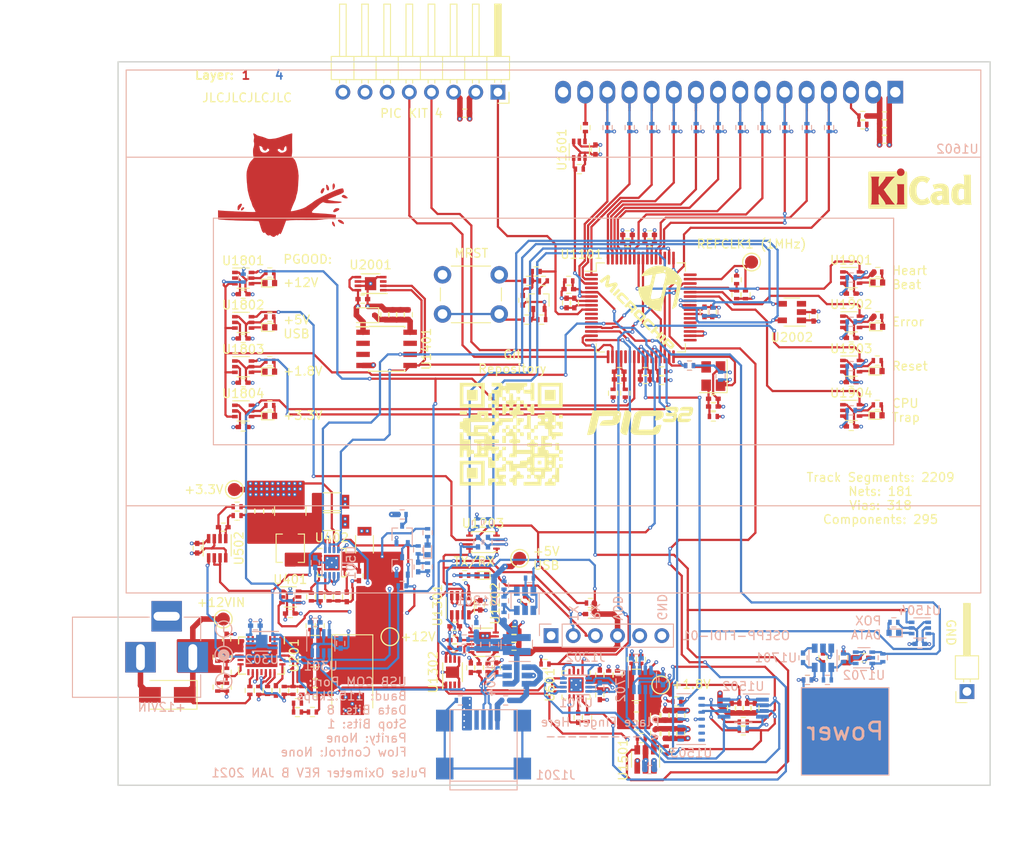
<source format=kicad_pcb>
(kicad_pcb (version 20171130) (host pcbnew "(5.1.8)-1")
  (layers (0 F.Cu mixed) (1 GND mixed) (2 PWR mixed) (31 B.Cu mixed) (34 B.Paste user) (35 F.Paste user) (36 B.SilkS user) (37 F.SilkS user) (38 B.Mask user) (39 F.Mask user) (44 Edge.Cuts user))
  (net 0 "")
  (net 1 +12Vin)
  (net 2 GND)
  (net 3 +12V)
  (net 4 POS12_SNS-)
  (net 5 POS12_SNS+)
  (net 6 +3V3)
  (net 7 "Net-(C403-Pad1)")
  (net 8 POS3P3_SNS_OUT+)
  (net 9 POS3P3_SNS_OUT-)
  (net 10 "Net-(C602-Pad1)")
  (net 11 "Net-(C603-Pad1)")
  (net 12 +1.8V)
  (net 13 POS1P8_SNS_OUT-)
  (net 14 POS1P8_SNS_OUT+)
  (net 15 "Net-(C802-Pad1)")
  (net 16 GNDA_MZ)
  (net 17 +3.3VA_MZ)
  (net 18 "Net-(C1001-Pad1)")
  (net 19 +5V_USB)
  (net 20 "/USB UART Bridge/CONN_USB+")
  (net 21 "/USB UART Bridge/CONN_USB-")
  (net 22 POS5_USB_SNS+)
  (net 23 POS5_USB_SNS-)
  (net 24 "Net-(C1401-Pad1)")
  (net 25 POS3P3_POX_ADC)
  (net 26 +3.3V_POX)
  (net 27 "Net-(D1201-Pad2)")
  (net 28 ~USB_ACTIVE)
  (net 29 "Net-(D1801-Pad2)")
  (net 30 "Net-(D1801-Pad1)")
  (net 31 "Net-(D1802-Pad2)")
  (net 32 "Net-(D1802-Pad1)")
  (net 33 "Net-(D1804-Pad1)")
  (net 34 "Net-(D1804-Pad2)")
  (net 35 "Net-(D1901-Pad1)")
  (net 36 "Net-(D1901-Pad2)")
  (net 37 "Net-(D1902-Pad2)")
  (net 38 "Net-(D1902-Pad1)")
  (net 39 "Net-(D1903-Pad1)")
  (net 40 "Net-(D1903-Pad2)")
  (net 41 "Net-(D1904-Pad1)")
  (net 42 "Net-(D1904-Pad2)")
  (net 43 PIC32MZ_ICSPCLK)
  (net 44 PIC32MZ_ICSPDAT)
  (net 45 ~PIC32MZ_MCLR)
  (net 46 "Net-(J1201-Pad1)")
  (net 47 "Net-(J1201-Pad6)")
  (net 48 I2C_SCL)
  (net 49 I2C_SDA)
  (net 50 USB_UART_RX)
  (net 51 USB_UART_TX)
  (net 52 "Net-(L401-Pad1)")
  (net 53 POS3P3_RUN)
  (net 54 "Net-(Q401-Pad3)")
  (net 55 "Net-(Q801-Pad3)")
  (net 56 "Net-(Q801-Pad1)")
  (net 57 POS3P3_PGOOD)
  (net 58 "Net-(R201-Pad2)")
  (net 59 POS12_PGOOD)
  (net 60 POS1P8_PGOOD)
  (net 61 POS1P8_RUN)
  (net 62 PIC32MZ_POSC_EC_Enable)
  (net 63 PIC32MZ_POSC_EC)
  (net 64 "Net-(R1202-Pad2)")
  (net 65 POS5_USB_PGOOD)
  (net 66 "/USB UART Bridge/BRIDGE_USB+")
  (net 67 "/USB UART Bridge/BRIDGE_USB-")
  (net 68 POS3P3_POX_Enable)
  (net 69 POX_I2C_Enable)
  (net 70 ~POX_INT)
  (net 71 LCD_BACKLIGHT_PWM)
  (net 72 LCD_PMP_RS)
  (net 73 LCD_PMP_R_W)
  (net 74 LCD_BACKLIGHT)
  (net 75 LCD_PMP_E)
  (net 76 Heartbeat_LED)
  (net 77 Error_LED)
  (net 78 Reset_LED)
  (net 79 CPU_Trap_LED)
  (net 80 LCD_PMP_DB0)
  (net 81 LCD_PMP_DB7)
  (net 82 LCD_PMP_DB1)
  (net 83 LCD_PMP_DB2)
  (net 84 LCD_PMP_DB3)
  (net 85 LCD_PMP_DB5)
  (net 86 LCD_PMP_DB4)
  (net 87 LCD_PMP_DB6)
  (net 88 LCD_CONTRAST)
  (net 89 PIC32MZ_REFCLK1)
  (net 90 Cap_Touch_Power)
  (net 91 "Net-(C201-Pad2)")
  (net 92 "Net-(C201-Pad1)")
  (net 93 "Net-(C404-Pad1)")
  (net 94 "Net-(C406-Pad1)")
  (net 95 +3.3V_USB)
  (net 96 "Net-(C1506-Pad1)")
  (net 97 "Net-(C1507-Pad1)")
  (net 98 "Net-(C1701-Pad2)")
  (net 99 "Net-(C1701-Pad1)")
  (net 100 "Net-(C1703-Pad1)")
  (net 101 "Net-(D401-Pad2)")
  (net 102 "Net-(D1803-Pad1)")
  (net 103 "Net-(D1803-Pad2)")
  (net 104 USB_UART_RX_BUF)
  (net 105 USB_UART_TX_BUF)
  (net 106 "Net-(L1201-Pad2)")
  (net 107 "Net-(Q402-Pad3)")
  (net 108 "Net-(R202-Pad1)")
  (net 109 "Net-(R206-Pad2)")
  (net 110 "Net-(R207-Pad2)")
  (net 111 "Net-(R212-Pad1)")
  (net 112 "Net-(R214-Pad1)")
  (net 113 "Net-(R215-Pad2)")
  (net 114 "Net-(R216-Pad2)")
  (net 115 "Net-(R217-Pad2)")
  (net 116 "Net-(R403-Pad2)")
  (net 117 "Net-(R408-Pad1)")
  (net 118 "Net-(R801-Pad2)")
  (net 119 "Net-(R1003-Pad1)")
  (net 120 "Net-(R1203-Pad2)")
  (net 121 "Net-(R1209-Pad2)")
  (net 122 "Net-(R1503-Pad2)")
  (net 123 "Net-(R1504-Pad2)")
  (net 124 "Net-(R1608-Pad1)")
  (net 125 "Net-(R1701-Pad2)")
  (net 126 "Net-(R1703-Pad1)")
  (net 127 PGOOD_LED_SHDN)
  (net 128 ~Telemetry_Config)
  (net 129 ~ETC_Config)
  (net 130 "Net-(J801-Pad6)")
  (net 131 "Net-(J801-Pad7)")
  (net 132 "Net-(J801-Pad8)")
  (net 133 "Net-(J1201-Pad4)")
  (net 134 "Net-(J1202-Pad5)")
  (net 135 "Net-(J1202-Pad1)")
  (net 136 "Net-(U201-Pad21)")
  (net 137 "Net-(U201-Pad16)")
  (net 138 "Net-(U201-Pad13)")
  (net 139 "Net-(U201-Pad11)")
  (net 140 "Net-(U201-Pad7)")
  (net 141 "Net-(U201-Pad6)")
  (net 142 "Net-(U201-Pad5)")
  (net 143 "Net-(U201-Pad4)")
  (net 144 "Net-(U201-Pad3)")
  (net 145 "Net-(U201-Pad2)")
  (net 146 "Net-(U201-Pad1)")
  (net 147 "Net-(U302-Pad3)")
  (net 148 "Net-(U501-Pad3)")
  (net 149 "Net-(U601-Pad10)")
  (net 150 "Net-(U601-Pad6)")
  (net 151 "Net-(U601-Pad4)")
  (net 152 "Net-(U601-Pad2)")
  (net 153 "Net-(U701-Pad3)")
  (net 154 "Net-(U1101-Pad48)")
  (net 155 "Net-(U1101-Pad38)")
  (net 156 "Net-(U1101-Pad37)")
  (net 157 "Net-(U1101-Pad36)")
  (net 158 "Net-(U1101-Pad33)")
  (net 159 "Net-(U1101-Pad22)")
  (net 160 "Net-(U1101-Pad21)")
  (net 161 "Net-(U1101-Pad12)")
  (net 162 "Net-(U1101-Pad11)")
  (net 163 "Net-(U1101-Pad10)")
  (net 164 "Net-(U1101-Pad4)")
  (net 165 "Net-(U1202-Pad2)")
  (net 166 "Net-(U1202-Pad8)")
  (net 167 "Net-(U1202-Pad11)")
  (net 168 "Net-(U1302-Pad3)")
  (net 169 "Net-(U1401-Pad2)")
  (net 170 "Net-(U1401-Pad3)")
  (net 171 "Net-(U1401-Pad7)")
  (net 172 "Net-(U1503-Pad1)")
  (net 173 "Net-(U1503-Pad5)")
  (net 174 "Net-(U1503-Pad6)")
  (net 175 "Net-(U1503-Pad7)")
  (net 176 "Net-(U1503-Pad8)")
  (net 177 "Net-(U1503-Pad14)")
  (net 178 "Net-(U2001-Pad3)")
  (net 179 "Net-(U2002-Pad3)")
  (net 180 "Net-(D1501-Pad1)")
  (net 181 "Net-(D1501-Pad2)")
  (module "Custom Footprints Library:Owl_1_Logo" (layer F.Cu) (at 114.3 72.263)
    (fp_text reference G*** hide)
    (fp_text value Owl_1_Logo hide)
    (fp_poly (pts (xy 6.731073 1.145988) (xy 6.851806 1.216805) (xy 6.969227 1.308529) (xy 7.056512 1.39964) (xy 7.08684 1.468617) (xy 7.083437 1.478317) (xy 7.007197 1.515752) (xy 6.870825 1.5164) (xy 6.70809 1.482278) (xy 6.622798 1.450828) (xy 6.503559 1.387239) (xy 6.430144 1.326897) (xy 6.427925 1.323591) (xy 6.424315 1.239087) (xy 6.492359 1.161763) (xy 6.604232 1.119452) (xy 6.633852 1.1176) (xy 6.731073 1.145988)) (layer F.Cu) (width 0.01))
    (fp_poly (pts (xy 4.408321 0.373035) (xy 4.410698 0.489035) (xy 4.350275 0.677931) (xy 4.319368 0.7493) (xy 4.225522 0.906139) (xy 4.131882 0.961785) (xy 4.037632 0.916636) (xy 4.019465 0.896549) (xy 3.993722 0.795926) (xy 4.020681 0.655087) (xy 4.086499 0.510591) (xy 4.177334 0.398998) (xy 4.218292 0.371397) (xy 4.343925 0.332849) (xy 4.408321 0.373035)) (layer F.Cu) (width 0.01))
    (fp_poly (pts (xy -5.062384 2.147528) (xy -5.048469 2.209455) (xy -5.061323 2.2733) (xy -5.107157 2.388553) (xy -5.188742 2.539609) (xy -5.285193 2.692804) (xy -5.375624 2.814473) (xy -5.429172 2.866227) (xy -5.497233 2.866384) (xy -5.504715 2.860352) (xy -5.525056 2.793301) (xy -5.536372 2.665298) (xy -5.5372 2.617237) (xy -5.516527 2.446295) (xy -5.43952 2.31638) (xy -5.394721 2.270104) (xy -5.272985 2.18027) (xy -5.15679 2.134926) (xy -5.139753 2.1336) (xy -5.062384 2.147528)) (layer F.Cu) (width 0.01))
    (fp_poly (pts (xy 5.560228 -0.146842) (xy 5.586212 -0.10494) (xy 5.636366 0.087935) (xy 5.589812 0.28182) (xy 5.518022 0.388747) (xy 5.397244 0.529159) (xy 5.361464 0.269009) (xy 5.35209 0.07645) (xy 5.375668 -0.075371) (xy 5.423809 -0.172497) (xy 5.488125 -0.200973) (xy 5.560228 -0.146842)) (layer F.Cu) (width 0.01))
    (fp_poly (pts (xy 6.053413 2.661295) (xy 6.127939 2.715492) (xy 6.112029 2.796854) (xy 6.006757 2.898044) (xy 5.834722 3.000912) (xy 5.643322 3.079633) (xy 5.509574 3.093972) (xy 5.442103 3.043851) (xy 5.4356 3.004617) (xy 5.468552 2.905415) (xy 5.549006 2.788445) (xy 5.560174 2.776017) (xy 5.688022 2.676473) (xy 5.847597 2.642413) (xy 5.887376 2.6416) (xy 6.053413 2.661295)) (layer F.Cu) (width 0.01))
    (fp_poly (pts (xy 4.699829 -0.043164) (xy 4.7796 0.010569) (xy 4.865701 0.122315) (xy 4.886854 0.159888) (xy 4.943047 0.316212) (xy 4.952151 0.455112) (xy 4.922238 0.55827) (xy 4.861378 0.607373) (xy 4.777643 0.584104) (xy 4.723001 0.531714) (xy 4.680542 0.437378) (xy 4.64533 0.285167) (xy 4.633631 0.196451) (xy 4.623162 0.045211) (xy 4.633933 -0.028265) (xy 4.672224 -0.046709) (xy 4.699829 -0.043164)) (layer F.Cu) (width 0.01))
    (fp_poly (pts (xy 6.231423 3.986217) (xy 6.385105 4.057309) (xy 6.52461 4.159482) (xy 6.623175 4.277381) (xy 6.6548 4.38098) (xy 6.648408 4.440314) (xy 6.615149 4.461198) (xy 6.533892 4.443121) (xy 6.383509 4.385573) (xy 6.354208 4.373717) (xy 6.185758 4.28667) (xy 6.055926 4.184939) (xy 5.981913 4.086168) (xy 5.980925 4.008002) (xy 5.988577 3.998702) (xy 6.090326 3.961563) (xy 6.231423 3.986217)) (layer F.Cu) (width 0.01))
    (fp_poly (pts (xy -4.807046 2.553661) (xy -4.7752 2.606695) (xy -4.806912 2.680424) (xy -4.883366 2.773848) (xy -4.976542 2.860211) (xy -5.058419 2.912755) (xy -5.096223 2.913244) (xy -5.13202 2.816302) (xy -5.112002 2.694863) (xy -5.046603 2.601464) (xy -5.03254 2.592587) (xy -4.901559 2.545548) (xy -4.807046 2.553661)) (layer F.Cu) (width 0.01))
    (fp_poly (pts (xy 5.47777 4.254807) (xy 5.552557 4.376733) (xy 5.606855 4.533198) (xy 5.613282 4.563839) (xy 5.6314 4.702505) (xy 5.609144 4.752181) (xy 5.536191 4.720929) (xy 5.472655 4.673692) (xy 5.370796 4.555728) (xy 5.308641 4.411532) (xy 5.296778 4.276757) (xy 5.331603 4.198679) (xy 5.398712 4.188447) (xy 5.47777 4.254807)) (layer F.Cu) (width 0.01))
    (fp_poly (pts (xy 0.72863 -5.897765) (xy 0.73023 -5.782861) (xy 0.725653 -5.702301) (xy 0.719172 -5.558111) (xy 0.714899 -5.337213) (xy 0.712837 -5.064475) (xy 0.71299 -4.764764) (xy 0.715361 -4.462949) (xy 0.719952 -4.183898) (xy 0.725437 -3.9878) (xy 0.721947 -3.817645) (xy 0.705013 -3.608269) (xy 0.690878 -3.493993) (xy 0.670209 -3.328802) (xy 0.673116 -3.234883) (xy 0.706133 -3.183351) (xy 0.769033 -3.148401) (xy 0.928522 -3.024517) (xy 1.072041 -2.805261) (xy 1.200985 -2.488301) (xy 1.240479 -2.3622) (xy 1.391201 -1.723808) (xy 1.458288 -1.118723) (xy 1.447352 -0.625276) (xy 1.426354 -0.374284) (xy 1.408383 -0.117528) (xy 1.396801 0.0961) (xy 1.395627 0.127) (xy 1.356092 0.599818) (xy 1.273125 0.984206) (xy 1.240333 1.080528) (xy 1.192993 1.236127) (xy 1.169099 1.37252) (xy 1.1684 1.390923) (xy 1.147586 1.487287) (xy 1.091707 1.647991) (xy 1.010604 1.84624) (xy 0.958892 1.961395) (xy 0.859744 2.182986) (xy 0.76222 2.414466) (xy 0.675005 2.633592) (xy 0.606782 2.818119) (xy 0.566234 2.945803) (xy 0.5588 2.986297) (xy 0.604752 2.999555) (xy 0.731156 2.987949) (xy 0.920828 2.954733) (xy 1.156588 2.903157) (xy 1.421254 2.836474) (xy 1.574747 2.794014) (xy 1.938065 2.67526) (xy 2.219247 2.548325) (xy 2.376051 2.451262) (xy 2.547778 2.332538) (xy 2.713085 2.222964) (xy 2.808527 2.163098) (xy 2.936704 2.077976) (xy 3.102113 1.95696) (xy 3.234767 1.853475) (xy 3.388307 1.746889) (xy 3.617902 1.609774) (xy 3.905877 1.450817) (xy 4.234559 1.278705) (xy 4.586276 1.102124) (xy 4.943354 0.92976) (xy 5.288119 0.7703) (xy 5.6029 0.632431) (xy 5.870022 0.524839) (xy 6.071812 0.45621) (xy 6.085019 0.452551) (xy 6.303564 0.400165) (xy 6.463097 0.375752) (xy 6.54635 0.381807) (xy 6.550966 0.385259) (xy 6.589498 0.463034) (xy 6.625525 0.593636) (xy 6.630178 0.617385) (xy 6.644654 0.730966) (xy 6.622075 0.804577) (xy 6.543006 0.87081) (xy 6.443631 0.930242) (xy 6.253837 1.02653) (xy 6.040322 1.116574) (xy 5.969024 1.142057) (xy 5.790573 1.207909) (xy 5.56946 1.298396) (xy 5.359424 1.391271) (xy 5.168955 1.478958) (xy 4.999075 1.556279) (xy 4.88387 1.607729) (xy 4.8768 1.610798) (xy 4.798342 1.655492) (xy 4.813394 1.685482) (xy 4.826 1.690094) (xy 4.970599 1.725442) (xy 5.185224 1.7648) (xy 5.438667 1.803576) (xy 5.699716 1.83718) (xy 5.937165 1.861021) (xy 6.0325 1.867588) (xy 6.247466 1.886706) (xy 6.367847 1.916297) (xy 6.4008 1.952467) (xy 6.353193 1.992162) (xy 6.222806 2.025463) (xy 6.028289 2.051851) (xy 5.788292 2.070811) (xy 5.521465 2.081824) (xy 5.246457 2.084374) (xy 4.981918 2.077942) (xy 4.746498 2.062013) (xy 4.558847 2.036069) (xy 4.452596 2.006499) (xy 4.323833 1.961111) (xy 4.231541 1.964778) (xy 4.121676 2.020404) (xy 4.114635 2.024673) (xy 3.996992 2.108732) (xy 3.841994 2.23569) (xy 3.694143 2.368007) (xy 3.532936 2.513842) (xy 3.374345 2.648416) (xy 3.263133 2.734839) (xy 3.132501 2.851548) (xy 3.031065 2.981955) (xy 3.022233 2.997908) (xy 2.992226 3.058089) (xy 2.980174 3.104298) (xy 2.997413 3.139284) (xy 3.055277 3.165794) (xy 3.165102 3.186577) (xy 3.338222 3.20438) (xy 3.585973 3.221953) (xy 3.91969 3.242042) (xy 4.064 3.250475) (xy 4.39403 3.271732) (xy 4.717968 3.296102) (xy 5.010553 3.321433) (xy 5.246529 3.345574) (xy 5.374572 3.362122) (xy 5.745345 3.418818) (xy 5.730172 3.652509) (xy 5.715 3.8862) (xy 5.22109 3.86977) (xy 4.896484 3.871886) (xy 4.539696 3.894531) (xy 4.23049 3.931439) (xy 3.878324 3.971702) (xy 3.435687 3.996677) (xy 2.912632 4.005844) (xy 2.794 4.005714) (xy 2.452412 4.004305) (xy 2.10612 4.002842) (xy 1.783824 4.00145) (xy 1.514226 4.000251) (xy 1.3716 3.999591) (xy 1.089929 4.00297) (xy 0.78091 4.014001) (xy 0.503021 4.030468) (xy 0.455352 4.034301) (xy 0.021704 4.071312) (xy -0.249907 4.803645) (xy -0.375942 5.134159) (xy -0.476166 5.374011) (xy -0.554366 5.529731) (xy -0.614329 5.607849) (xy -0.65984 5.614895) (xy -0.691694 5.56556) (xy -0.72219 5.523881) (xy -0.766669 5.557394) (xy -0.818548 5.636039) (xy -0.912476 5.758794) (xy -0.985308 5.785721) (xy -1.030274 5.7277) (xy -1.072443 5.715037) (xy -1.153164 5.789239) (xy -1.165194 5.8039) (xy -1.3055 5.918052) (xy -1.461336 5.93206) (xy -1.630637 5.845846) (xy -1.658778 5.822795) (xy -1.768336 5.745335) (xy -1.849567 5.738627) (xy -1.887076 5.756857) (xy -2.008327 5.778001) (xy -2.144262 5.715945) (xy -2.273321 5.582404) (xy -2.309009 5.527568) (xy -2.380608 5.430487) (xy -2.429726 5.424952) (xy -2.439483 5.437352) (xy -2.510207 5.479245) (xy -2.601829 5.43891) (xy -2.693995 5.326967) (xy -2.711472 5.295438) (xy -2.758248 5.183036) (xy -2.820976 5.002895) (xy -2.889366 4.78543) (xy -2.922945 4.670524) (xy -2.985591 4.460533) (xy -3.042924 4.286837) (xy -3.08679 4.173265) (xy -3.103118 4.144039) (xy -3.164205 4.130452) (xy -3.312427 4.117323) (xy -3.533315 4.105332) (xy -3.812405 4.095161) (xy -4.135229 4.087488) (xy -4.380201 4.083962) (xy -4.787196 4.077234) (xy -5.223375 4.065819) (xy -5.671606 4.050531) (xy -6.114756 4.032183) (xy -6.535692 4.011589) (xy -6.917284 3.989562) (xy -7.242398 3.966916) (xy -7.493902 3.944464) (xy -7.6073 3.93072) (xy -7.7724 3.906996) (xy -7.7724 2.884063) (xy -7.5565 2.914463) (xy -7.431703 2.926755) (xy -7.217158 2.941848) (xy -6.924659 2.959165) (xy -6.566002 2.978129) (xy -6.152983 2.998164) (xy -5.697397 3.018691) (xy -5.211039 3.039135) (xy -4.705705 3.058919) (xy -4.300211 3.073723) (xy -4.020112 3.081381) (xy -3.780882 3.083651) (xy -3.598539 3.080733) (xy -3.489102 3.072829) (xy -3.46469 3.063267) (xy -3.496704 2.995011) (xy -3.552688 2.87211) (xy -3.576438 2.8194) (xy -3.651045 2.671929) (xy -3.724784 2.554155) (xy -3.742445 2.532038) (xy -3.795949 2.437902) (xy -3.85541 2.283573) (xy -3.893195 2.156747) (xy -3.946546 1.977973) (xy -4.003408 1.825957) (xy -4.037038 1.758308) (xy -4.080678 1.658766) (xy -4.138833 1.484282) (xy -4.204633 1.259238) (xy -4.271209 1.008017) (xy -4.331691 0.755) (xy -4.367845 0.5842) (xy -4.385591 0.463766) (xy -4.408289 0.264797) (xy -4.433611 0.010094) (xy -4.45923 -0.277539) (xy -4.472783 -0.443791) (xy -4.498763 -0.816099) (xy -4.508979 -1.113439) (xy -4.500617 -1.361613) (xy -4.470863 -1.586425) (xy -4.416903 -1.813678) (xy -4.335923 -2.069175) (xy -4.277414 -2.235063) (xy -4.165938 -2.499072) (xy -4.034965 -2.706139) (xy -3.897871 -2.860812) (xy -3.770377 -2.992686) (xy -3.702293 -3.082179) (xy -3.681431 -3.158991) (xy -3.695599 -3.252822) (xy -3.711721 -3.314331) (xy -3.743577 -3.490339) (xy -3.760676 -3.704955) (xy -3.762835 -3.924524) (xy -3.749873 -4.115391) (xy -3.721611 -4.2439) (xy -3.716779 -4.254318) (xy -3.668 -4.396632) (xy -3.654237 -4.477572) (xy -3.039285 -4.477572) (xy -3.026715 -4.368252) (xy -2.999309 -4.225587) (xy -2.96298 -4.081925) (xy -2.935544 -3.998448) (xy -2.827235 -3.844547) (xy -2.656831 -3.747453) (xy -2.450075 -3.712915) (xy -2.232711 -3.746681) (xy -2.093795 -3.810481) (xy -1.943408 -3.927852) (xy -1.893043 -4.03047) (xy -0.953714 -4.03047) (xy -0.891421 -3.935639) (xy -0.816708 -3.856893) (xy -0.632546 -3.73575) (xy -0.419964 -3.712115) (xy -0.179145 -3.786003) (xy -0.156205 -3.797379) (xy 0.000693 -3.89732) (xy 0.078653 -4.012224) (xy 0.092793 -4.173155) (xy 0.080255 -4.283264) (xy 0.056433 -4.4246) (xy 0.029746 -4.483154) (xy -0.017498 -4.476658) (xy -0.076366 -4.440221) (xy -0.177717 -4.324) (xy -0.213072 -4.174311) (xy -0.234418 -4.047704) (xy -0.286475 -3.990096) (xy -0.369073 -3.971652) (xy -0.515665 -3.994972) (xy -0.620612 -4.080197) (xy -0.711811 -4.162789) (xy -0.793719 -4.172023) (xy -0.84844 -4.151692) (xy -0.938665 -4.095785) (xy -0.953714 -4.03047) (xy -1.893043 -4.03047) (xy -1.890535 -4.035579) (xy -1.936427 -4.130575) (xy -1.957256 -4.147547) (xy -2.065639 -4.208413) (xy -2.136952 -4.185721) (xy -2.193644 -4.0894) (xy -2.285074 -3.983511) (xy -2.368376 -3.9624) (xy -2.490746 -3.999889) (xy -2.601253 -4.090984) (xy -2.669122 -4.203634) (xy -2.674119 -4.280823) (xy -2.687976 -4.357534) (xy -2.784186 -4.425643) (xy -2.830053 -4.446177) (xy -2.950723 -4.494474) (xy -3.024408 -4.520001) (xy -3.031106 -4.5212) (xy -3.039285 -4.477572) (xy -3.654237 -4.477572) (xy -3.637092 -4.578395) (xy -3.627871 -4.758389) (xy -3.644152 -4.895395) (xy -3.654906 -4.922567) (xy -3.683297 -5.054493) (xy -3.65978 -5.257497) (xy -3.657744 -5.267401) (xy -3.632342 -5.473167) (xy -3.658102 -5.651316) (xy -3.678468 -5.715) (xy -3.718416 -5.844063) (xy -3.733408 -5.92613) (xy -3.730882 -5.937738) (xy -3.67391 -5.935488) (xy -3.572732 -5.899369) (xy -3.469878 -5.848425) (xy -3.407877 -5.801697) (xy -3.4036 -5.7912) (xy -3.354156 -5.74318) (xy -3.209739 -5.684951) (xy -2.97622 -5.618657) (xy -2.8448 -5.587035) (xy -2.628863 -5.525564) (xy -2.395463 -5.442007) (xy -2.291424 -5.398114) (xy -2.150333 -5.338546) (xy -2.029499 -5.304721) (xy -1.895798 -5.292674) (xy -1.716106 -5.298437) (xy -1.556212 -5.310072) (xy -1.194424 -5.357143) (xy -0.84227 -5.445872) (xy -0.610989 -5.524874) (xy -0.401446 -5.599399) (xy -0.162045 -5.680365) (xy 0.085444 -5.760917) (xy 0.319247 -5.834201) (xy 0.517592 -5.893363) (xy 0.658707 -5.931547) (xy 0.715107 -5.942362) (xy 0.72863 -5.897765)) (layer F.Cu) (width 0.01))
  )
  (module Symbol:Symbol_KiCAD-Logo_CopperAndSilkScreenTop (layer F.Cu) (at 187.0075 72.644)
    (fp_text reference REF** hide)
    (fp_text value "KiCAD Logo" hide)
    (fp_poly (pts (xy -3.386253 -1.3716) (xy -2.840941 -1.3716) (xy -3.039721 -1.170213) (xy -3.369429 -0.807309) (xy -3.583849 -0.533185) (xy -3.662297 -0.4296) (xy -3.756856 -0.309471) (xy -3.85695 -0.185798) (xy -3.952002 -0.071581) (xy -4.031434 0.020181) (xy -4.056532 0.04776) (xy -4.137964 0.135212) (xy -4.068006 0.226356) (xy -3.932564 0.415604) (xy -3.845022 0.55505) (xy -3.790152 0.637286) (xy -3.728876 0.716612) (xy -3.723727 0.722607) (xy -3.654778 0.805581) (xy -3.574253 0.908137) (xy -3.491058 1.018288) (xy -3.414098 1.124047) (xy -3.352281 1.213425) (xy -3.316624 1.270547) (xy -3.281543 1.323596) (xy -3.223014 1.402062) (xy -3.15118 1.493252) (xy -3.076185 1.584472) (xy -3.008172 1.663032) (xy -2.9718 1.70202) (xy -2.947911 1.728081) (xy -2.905637 1.775406) (xy -2.897523 1.78457) (xy -2.835945 1.8542) (xy -3.9624 1.8542) (xy -3.9624 1.775923) (xy -3.979163 1.699395) (xy -4.026393 1.594149) (xy -4.099507 1.468239) (xy -4.193919 1.329716) (xy -4.281458 1.215533) (xy -4.352732 1.123313) (xy -4.418053 1.032269) (xy -4.465223 0.959535) (xy -4.471329 0.948833) (xy -4.511371 0.882434) (xy -4.546658 0.834284) (xy -4.555301 0.8255) (xy -4.589862 0.786816) (xy -4.630085 0.73025) (xy -4.667774 0.682093) (xy -4.698285 0.660487) (xy -4.699586 0.6604) (xy -4.708462 0.685091) (xy -4.715582 0.756381) (xy -4.720736 0.870092) (xy -4.723717 1.022044) (xy -4.7244 1.156961) (xy -4.723716 1.336263) (xy -4.721305 1.47227) (xy -4.716625 1.572475) (xy -4.709137 1.644369) (xy -4.698302 1.695443) (xy -4.683579 1.733188) (xy -4.682756 1.734811) (xy -4.647283 1.794491) (xy -4.615777 1.832618) (xy -4.612906 1.834761) (xy -4.628403 1.840323) (xy -4.687753 1.845262) (xy -4.784014 1.849312) (xy -4.910241 1.852207) (xy -5.059489 1.853682) (xy -5.111206 1.853811) (xy -5.637711 1.8542) (xy -5.608032 1.78435) (xy -5.579859 1.725758) (xy -5.557776 1.69037) (xy -5.553943 1.661142) (xy -5.550343 1.585781) (xy -5.547041 1.468951) (xy -5.544104 1.315317) (xy -5.541601 1.129546) (xy -5.539596 0.916302) (xy -5.538158 0.680251) (xy -5.537353 0.426059) (xy -5.537201 0.25429) (xy -5.537259 -0.049689) (xy -5.53753 -0.307088) (xy -5.538154 -0.522126) (xy -5.539274 -0.699022) (xy -5.541031 -0.841996) (xy -5.543567 -0.955267) (xy -5.547024 -1.043055) (xy -5.551543 -1.109579) (xy -5.557267 -1.159059) (xy -5.564338 -1.195714) (xy -5.572896 -1.223763) (xy -5.583084 -1.247426) (xy -5.588001 -1.257301) (xy -5.618756 -1.319131) (xy -5.63681 -1.35834) (xy -5.638801 -1.364271) (xy -5.614665 -1.366493) (xy -5.547312 -1.368444) (xy -5.444328 -1.370016) (xy -5.313294 -1.371099) (xy -5.161795 -1.371585) (xy -5.128083 -1.3716) (xy -4.95494 -1.371336) (xy -4.826371 -1.370169) (xy -4.736154 -1.367536) (xy -4.678063 -1.362877) (xy -4.645876 -1.355628) (xy -4.633368 -1.345228) (xy -4.634314 -1.331115) (xy -4.635836 -1.32715) (xy -4.669195 -1.238327) (xy -4.693261 -1.149819) (xy -4.70942 -1.050859) (xy -4.719058 -0.930679) (xy -4.72356 -0.778512) (xy -4.7244 -0.638912) (xy -4.724401 -0.219096) (xy -4.648201 -0.2921) (xy -4.600587 -0.342443) (xy -4.574006 -0.379722) (xy -4.572 -0.386517) (xy -4.556863 -0.41245) (xy -4.517372 -0.465872) (xy -4.462412 -0.535855) (xy -4.400868 -0.611471) (xy -4.341623 -0.681791) (xy -4.293561 -0.735886) (xy -4.266761 -0.762) (xy -4.244439 -0.789266) (xy -4.206064 -0.84537) (xy -4.178198 -0.889) (xy -4.119995 -0.976702) (xy -4.057049 -1.063302) (xy -4.034701 -1.091638) (xy -3.989987 -1.158264) (xy -3.964592 -1.219357) (xy -3.9624 -1.23561) (xy -3.961878 -1.279323) (xy -3.956209 -1.312498) (xy -3.939238 -1.336588) (xy -3.904811 -1.353045) (xy -3.846774 -1.363323) (xy -3.758972 -1.368873) (xy -3.63525 -1.371149) (xy -3.469455 -1.371604) (xy -3.386253 -1.3716)) (layer F.Cu) (width 0.01))
    (fp_poly (pts (xy -1.8034 0.592045) (xy -1.803179 0.863528) (xy -1.802417 1.088618) (xy -1.800974 1.271721) (xy -1.798706 1.41724) (xy -1.795469 1.529583) (xy -1.791122 1.613155) (xy -1.78552 1.672359) (xy -1.778522 1.711603) (xy -1.769984 1.735292) (xy -1.766108 1.741395) (xy -1.739822 1.778943) (xy -1.729109 1.807085) (xy -1.73929 1.827174) (xy -1.775688 1.840563) (xy -1.843624 1.848605) (xy -1.948422 1.852653) (xy -2.095402 1.85406) (xy -2.2098 1.8542) (xy -2.360082 1.853515) (xy -2.491273 1.851608) (xy -2.595573 1.848702) (xy -2.665181 1.845017) (xy -2.692295 1.840776) (xy -2.6924 1.840488) (xy -2.681845 1.811454) (xy -2.655274 1.754509) (xy -2.6416 1.7272) (xy -2.628734 1.69976) (xy -2.618241 1.669394) (xy -2.60988 1.63092) (xy -2.603409 1.579155) (xy -2.598589 1.508918) (xy -2.595178 1.415027) (xy -2.592935 1.292301) (xy -2.591619 1.135559) (xy -2.59099 0.939617) (xy -2.590805 0.699296) (xy -2.5908 0.63475) (xy -2.591053 0.377269) (xy -2.591929 0.165749) (xy -2.593604 -0.004649) (xy -2.596252 -0.138762) (xy -2.60005 -0.241429) (xy -2.605173 -0.317487) (xy -2.611797 -0.371774) (xy -2.620097 -0.409128) (xy -2.629553 -0.433062) (xy -2.668305 -0.508) (xy -1.8034 -0.508) (xy -1.8034 0.592045)) (layer F.Cu) (width 0.01))
    (fp_poly (pts (xy -2.044059 -2.27404) (xy -1.926455 -2.207605) (xy -1.832977 -2.104955) (xy -1.789188 -2.018876) (xy -1.758578 -1.880386) (xy -1.767679 -1.742409) (xy -1.815027 -1.620916) (xy -1.827412 -1.60215) (xy -1.917851 -1.514592) (xy -2.036729 -1.454447) (xy -2.169667 -1.424582) (xy -2.302287 -1.427866) (xy -2.42021 -1.467168) (xy -2.440994 -1.479756) (xy -2.523263 -1.558606) (xy -2.591086 -1.66723) (xy -2.633253 -1.784705) (xy -2.6416 -1.854201) (xy -2.622326 -1.963425) (xy -2.57181 -2.07789) (xy -2.501018 -2.176842) (xy -2.445358 -2.225705) (xy -2.313139 -2.286124) (xy -2.176163 -2.301224) (xy -2.044059 -2.27404)) (layer F.Cu) (width 0.01))
  )
  (module "Custom Footprints Library:PIC32_Logo" (layer F.Cu) (at 154.94 99.2505)
    (fp_text reference G*** hide)
    (fp_text value PIC32_Logo hide)
  )
  (module "Custom Footprints Library:pox_qr_code" (layer F.Cu) (at 140.1445 100.838)
    (fp_text reference G*** hide)
    (fp_text value LOGO hide)
  )
  (module "Custom Footprints Library:Microchip_Logo" (layer F.Cu) (at 156.718 84.836 315)
    (fp_text reference G*** hide)
    (fp_text value Microchip_Logo hide)
  )
  (module Resistors_SMD:R_0402 (layer F.Cu) (at 117.666 128.397)
    (fp_text reference R209 hide)
    (fp_text value 0)
    (pad 2 smd rect (at 0.45 0) (size 0.4 0.6) (layers F.Cu F.Paste F.Mask) (net 3 +12V))
    (pad 1 smd rect (at -0.45 0) (size 0.4 0.6) (layers F.Cu F.Paste F.Mask) (net 110 "Net-(R207-Pad2)"))
  )
  (module "Custom Footprints Library:20x04_LCD" (layer B.Cu) (at 193.992 59.0525 180)
    (fp_text reference U1602 (at 5.207 -9.0625) (layer B.SilkS) (effects (justify right mirror)))
    (fp_text value "Generic 20x04 LCD")
    (pad 1 thru_hole rect (at 9.8044 -2.54 180) (size 1.8 2.6) (drill 1.2) (layers *.Cu *.Mask) (net 2 GND))
    (pad 2 thru_hole oval (at 12.3444 -2.54 180) (size 1.8 2.6) (drill 1.2) (layers *.Cu *.Mask) (net 6 +3V3))
    (pad 3 thru_hole oval (at 14.8844 -2.54 180) (size 1.8 2.6) (drill 1.2) (layers *.Cu *.Mask) (net 88 LCD_CONTRAST))
    (pad 4 thru_hole oval (at 17.4244 -2.54 180) (size 1.8 2.6) (drill 1.2) (layers *.Cu *.Mask) (net 72 LCD_PMP_RS))
    (pad 5 thru_hole oval (at 19.9644 -2.54 180) (size 1.8 2.6) (drill 1.2) (layers *.Cu *.Mask) (net 73 LCD_PMP_R_W))
    (pad 6 thru_hole oval (at 22.5044 -2.54 180) (size 1.8 2.6) (drill 1.2) (layers *.Cu *.Mask) (net 75 LCD_PMP_E))
    (pad 7 thru_hole oval (at 25.0444 -2.54 180) (size 1.8 2.6) (drill 1.2) (layers *.Cu *.Mask) (net 80 LCD_PMP_DB0))
    (pad 8 thru_hole oval (at 27.5844 -2.54 180) (size 1.8 2.6) (drill 1.2) (layers *.Cu *.Mask) (net 82 LCD_PMP_DB1))
    (pad 9 thru_hole oval (at 30.1244 -2.54 180) (size 1.8 2.6) (drill 1.2) (layers *.Cu *.Mask) (net 83 LCD_PMP_DB2))
    (pad 10 thru_hole oval (at 32.6644 -2.54 180) (size 1.8 2.6) (drill 1.2) (layers *.Cu *.Mask) (net 84 LCD_PMP_DB3))
    (pad 11 thru_hole oval (at 35.2044 -2.54 180) (size 1.8 2.6) (drill 1.2) (layers *.Cu *.Mask) (net 86 LCD_PMP_DB4))
    (pad 12 thru_hole oval (at 37.7444 -2.54 180) (size 1.8 2.6) (drill 1.2) (layers *.Cu *.Mask) (net 85 LCD_PMP_DB5))
    (pad 13 thru_hole oval (at 40.2844 -2.54 180) (size 1.8 2.6) (drill 1.2) (layers *.Cu *.Mask) (net 87 LCD_PMP_DB6))
    (pad 14 thru_hole oval (at 42.8244 -2.54 180) (size 1.8 2.6) (drill 1.2) (layers *.Cu *.Mask) (net 81 LCD_PMP_DB7))
    (pad 15 thru_hole oval (at 45.3644 -2.54 180) (size 1.8 2.6) (drill 1.2) (layers *.Cu *.Mask) (net 74 LCD_BACKLIGHT))
    (pad 16 thru_hole oval (at 47.9044 -2.54 180) (size 1.8 2.6) (drill 1.2) (layers *.Cu *.Mask) (net 2 GND))
  )
  (module Package_TO_SOT_SMD:SOT-363_SC-70-6 (layer B.Cu) (at 187.008 123.069 180)
    (fp_text reference U1504 (at 0 2) (layer B.SilkS) (effects (justify mirror)))
    (fp_text value 74LVC1G97)
    (pad 6 smd rect (at 0.95 0.65 180) (size 0.65 0.4) (layers B.Cu B.Paste B.Mask) (net 68 POS3P3_POX_Enable))
    (pad 4 smd rect (at 0.95 -0.65 180) (size 0.65 0.4) (layers B.Cu B.Paste B.Mask) (net 180 "Net-(D1501-Pad1)"))
    (pad 2 smd rect (at -0.95 0 180) (size 0.65 0.4) (layers B.Cu B.Paste B.Mask) (net 2 GND))
    (pad 5 smd rect (at 0.95 0 180) (size 0.65 0.4) (layers B.Cu B.Paste B.Mask) (net 6 +3V3))
    (pad 3 smd rect (at -0.95 -0.65 180) (size 0.65 0.4) (layers B.Cu B.Paste B.Mask) (net 70 ~POX_INT))
    (pad 1 smd rect (at -0.95 0.65 180) (size 0.65 0.4) (layers B.Cu B.Paste B.Mask) (net 6 +3V3))
  )
  (module Resistors_SMD:R_0402 (layer B.Cu) (at 184.023 122.428 180)
    (fp_text reference R1508 hide)
    (fp_text value 1k)
    (pad 2 smd rect (at 0.45 0 180) (size 0.4 0.6) (layers B.Cu B.Paste B.Mask) (net 181 "Net-(D1501-Pad2)"))
    (pad 1 smd rect (at -0.45 0 180) (size 0.4 0.6) (layers B.Cu B.Paste B.Mask) (net 6 +3V3))
  )
  (module LEDs:LED_0402 (layer B.Cu) (at 184.023 123.634 180)
    (fp_text reference D1501 hide)
    (fp_text value Green)
    (pad 1 smd rect (at -0.55 0) (size 0.6 0.7) (layers B.Cu B.Paste B.Mask) (net 180 "Net-(D1501-Pad1)"))
    (pad 2 smd rect (at 0.55 0) (size 0.6 0.7) (layers B.Cu B.Paste B.Mask) (net 181 "Net-(D1501-Pad2)"))
  )
  (module Capacitors_SMD:C_0402 (layer B.Cu) (at 187.008 124.904)
    (fp_text reference C1513 hide)
    (fp_text value 0.1uF)
    (pad 2 smd rect (at 0.55 0) (size 0.6 0.5) (layers B.Cu B.Paste B.Mask) (net 2 GND))
    (pad 1 smd rect (at -0.55 0) (size 0.6 0.5) (layers B.Cu B.Paste B.Mask) (net 6 +3V3))
  )
  (module Symbol:Symbol_Barrel_Polarity (layer B.Cu) (at 107.106 126.192 270)
    (fp_text reference REF** hide)
    (fp_text value Symbol_Barrel_Polarity)
  )
  (module Capacitors_SMD:C_0402 (layer F.Cu) (at 182.944 66.99)
    (fp_text reference C1605 hide)
    (fp_text value 10uF)
    (pad 2 smd rect (at 0.55 0) (size 0.6 0.5) (layers F.Cu F.Paste F.Mask) (net 2 GND))
    (pad 1 smd rect (at -0.55 0) (size 0.6 0.5) (layers F.Cu F.Paste F.Mask) (net 6 +3V3))
  )
  (module Capacitors_SMD:C_0402 (layer F.Cu) (at 182.944 66.101)
    (fp_text reference C1604 hide)
    (fp_text value 10uF)
    (pad 2 smd rect (at 0.55 0) (size 0.6 0.5) (layers F.Cu F.Paste F.Mask) (net 2 GND))
    (pad 1 smd rect (at -0.55 0) (size 0.6 0.5) (layers F.Cu F.Paste F.Mask) (net 6 +3V3))
  )
  (module Capacitors_SMD:C_0402 (layer F.Cu) (at 109.41 84.77 180)
    (fp_text reference C1801 hide)
    (fp_text value 0.1uF)
    (pad 2 smd rect (at 0.55 0 180) (size 0.6 0.5) (layers F.Cu F.Paste F.Mask) (net 2 GND))
    (pad 1 smd rect (at -0.55 0 180) (size 0.6 0.5) (layers F.Cu F.Paste F.Mask) (net 6 +3V3))
  )
  (module Resistors_SMD:R_0402 (layer B.Cu) (at 160.592 92.9615)
    (fp_text reference R1004 hide)
    (fp_text value 10k)
    (pad 2 smd rect (at 0.45 0) (size 0.4 0.6) (layers B.Cu B.Paste B.Mask) (net 2 GND))
    (pad 1 smd rect (at -0.45 0) (size 0.4 0.6) (layers B.Cu B.Paste B.Mask) (net 63 PIC32MZ_POSC_EC))
  )
  (module Resistors_SMD:R_0402 (layer B.Cu) (at 164.148 94.168 90)
    (fp_text reference R1002 hide)
    (fp_text value 10k)
    (pad 2 smd rect (at 0.45 0 90) (size 0.4 0.6) (layers B.Cu B.Paste B.Mask) (net 2 GND))
    (pad 1 smd rect (at -0.45 0 90) (size 0.4 0.6) (layers B.Cu B.Paste B.Mask) (net 62 PIC32MZ_POSC_EC_Enable))
  )
  (module Resistors_SMD:R_0402 (layer F.Cu) (at 167.005 84.8335 270)
    (fp_text reference R1001 hide)
    (fp_text value 10k)
    (pad 2 smd rect (at 0.45 0 270) (size 0.4 0.6) (layers F.Cu F.Paste F.Mask) (net 2 GND))
    (pad 1 smd rect (at -0.45 0 270) (size 0.4 0.6) (layers F.Cu F.Paste F.Mask) (net 89 PIC32MZ_REFCLK1))
  )
  (module Package_QFP:TQFP-64_10x10mm_P0.5mm (layer F.Cu) (at 155.004 86.294)
    (fp_text reference U1101 (at -6.7945 -6.096) (layer F.SilkS))
    (fp_text value PIC32MZ0512EFE064T-I_PT)
    (pad 64 smd roundrect (at -3.75 -5.6625) (size 0.3 1.475) (layers F.Cu F.Paste F.Mask) (net 86 LCD_PMP_DB4))
    (pad 63 smd roundrect (at -3.25 -5.6625) (size 0.3 1.475) (layers F.Cu F.Paste F.Mask) (net 84 LCD_PMP_DB3))
    (pad 62 smd roundrect (at -2.75 -5.6625) (size 0.3 1.475) (layers F.Cu F.Paste F.Mask) (net 83 LCD_PMP_DB2))
    (pad 61 smd roundrect (at -2.25 -5.6625) (size 0.3 1.475) (layers F.Cu F.Paste F.Mask) (net 82 LCD_PMP_DB1))
    (pad 60 smd roundrect (at -1.75 -5.6625) (size 0.3 1.475) (layers F.Cu F.Paste F.Mask) (net 6 +3V3))
    (pad 59 smd roundrect (at -1.25 -5.6625) (size 0.3 1.475) (layers F.Cu F.Paste F.Mask) (net 2 GND))
    (pad 58 smd roundrect (at -0.75 -5.6625) (size 0.3 1.475) (layers F.Cu F.Paste F.Mask) (net 80 LCD_PMP_DB0))
    (pad 57 smd roundrect (at -0.25 -5.6625) (size 0.3 1.475) (layers F.Cu F.Paste F.Mask) (net 76 Heartbeat_LED))
    (pad 56 smd roundrect (at 0.25 -5.6625) (size 0.3 1.475) (layers F.Cu F.Paste F.Mask) (net 78 Reset_LED))
    (pad 55 smd roundrect (at 0.75 -5.6625) (size 0.3 1.475) (layers F.Cu F.Paste F.Mask) (net 2 GND))
    (pad 54 smd roundrect (at 1.25 -5.6625) (size 0.3 1.475) (layers F.Cu F.Paste F.Mask) (net 6 +3V3))
    (pad 53 smd roundrect (at 1.75 -5.6625) (size 0.3 1.475) (layers F.Cu F.Paste F.Mask) (net 73 LCD_PMP_R_W))
    (pad 52 smd roundrect (at 2.25 -5.6625) (size 0.3 1.475) (layers F.Cu F.Paste F.Mask) (net 75 LCD_PMP_E))
    (pad 51 smd roundrect (at 2.75 -5.6625) (size 0.3 1.475) (layers F.Cu F.Paste F.Mask) (net 51 USB_UART_TX))
    (pad 50 smd roundrect (at 3.25 -5.6625) (size 0.3 1.475) (layers F.Cu F.Paste F.Mask) (net 50 USB_UART_RX))
    (pad 49 smd roundrect (at 3.75 -5.6625) (size 0.3 1.475) (layers F.Cu F.Paste F.Mask) (net 61 POS1P8_RUN))
    (pad 48 smd roundrect (at 5.6625 -3.75) (size 1.475 0.3) (layers F.Cu F.Paste F.Mask) (net 154 "Net-(U1101-Pad48)"))
    (pad 47 smd roundrect (at 5.6625 -3.25) (size 1.475 0.3) (layers F.Cu F.Paste F.Mask) (net 89 PIC32MZ_REFCLK1))
    (pad 46 smd roundrect (at 5.6625 -2.75) (size 1.475 0.3) (layers F.Cu F.Paste F.Mask) (net 60 POS1P8_PGOOD))
    (pad 45 smd roundrect (at 5.6625 -2.25) (size 1.475 0.3) (layers F.Cu F.Paste F.Mask) (net 128 ~Telemetry_Config))
    (pad 44 smd roundrect (at 5.6625 -1.75) (size 1.475 0.3) (layers F.Cu F.Paste F.Mask) (net 77 Error_LED))
    (pad 43 smd roundrect (at 5.6625 -1.25) (size 1.475 0.3) (layers F.Cu F.Paste F.Mask) (net 79 CPU_Trap_LED))
    (pad 42 smd roundrect (at 5.6625 -0.75) (size 1.475 0.3) (layers F.Cu F.Paste F.Mask) (net 48 I2C_SCL))
    (pad 41 smd roundrect (at 5.6625 -0.25) (size 1.475 0.3) (layers F.Cu F.Paste F.Mask) (net 49 I2C_SDA))
    (pad 40 smd roundrect (at 5.6625 0.25) (size 1.475 0.3) (layers F.Cu F.Paste F.Mask) (net 2 GND))
    (pad 39 smd roundrect (at 5.6625 0.75) (size 1.475 0.3) (layers F.Cu F.Paste F.Mask) (net 6 +3V3))
    (pad 38 smd roundrect (at 5.6625 1.25) (size 1.475 0.3) (layers F.Cu F.Paste F.Mask) (net 155 "Net-(U1101-Pad38)"))
    (pad 37 smd roundrect (at 5.6625 1.75) (size 1.475 0.3) (layers F.Cu F.Paste F.Mask) (net 156 "Net-(U1101-Pad37)"))
    (pad 36 smd roundrect (at 5.6625 2.25) (size 1.475 0.3) (layers F.Cu F.Paste F.Mask) (net 157 "Net-(U1101-Pad36)"))
    (pad 35 smd roundrect (at 5.6625 2.75) (size 1.475 0.3) (layers F.Cu F.Paste F.Mask) (net 2 GND))
    (pad 34 smd roundrect (at 5.6625 3.25) (size 1.475 0.3) (layers F.Cu F.Paste F.Mask) (net 2 GND))
    (pad 33 smd roundrect (at 5.6625 3.75) (size 1.475 0.3) (layers F.Cu F.Paste F.Mask) (net 158 "Net-(U1101-Pad33)"))
    (pad 32 smd roundrect (at 3.75 5.6625) (size 0.3 1.475) (layers F.Cu F.Paste F.Mask) (net 62 PIC32MZ_POSC_EC_Enable))
    (pad 31 smd roundrect (at 3.25 5.6625) (size 0.3 1.475) (layers F.Cu F.Paste F.Mask) (net 63 PIC32MZ_POSC_EC))
    (pad 30 smd roundrect (at 2.75 5.6625) (size 0.3 1.475) (layers F.Cu F.Paste F.Mask) (net 72 LCD_PMP_RS))
    (pad 29 smd roundrect (at 2.25 5.6625) (size 0.3 1.475) (layers F.Cu F.Paste F.Mask) (net 127 PGOOD_LED_SHDN))
    (pad 28 smd roundrect (at 1.75 5.6625) (size 0.3 1.475) (layers F.Cu F.Paste F.Mask) (net 129 ~ETC_Config))
    (pad 27 smd roundrect (at 1.25 5.6625) (size 0.3 1.475) (layers F.Cu F.Paste F.Mask) (net 57 POS3P3_PGOOD))
    (pad 26 smd roundrect (at 0.75 5.6625) (size 0.3 1.475) (layers F.Cu F.Paste F.Mask) (net 6 +3V3))
    (pad 25 smd roundrect (at 0.25 5.6625) (size 0.3 1.475) (layers F.Cu F.Paste F.Mask) (net 2 GND))
    (pad 24 smd roundrect (at -0.25 5.6625) (size 0.3 1.475) (layers F.Cu F.Paste F.Mask) (net 65 POS5_USB_PGOOD))
    (pad 23 smd roundrect (at -0.75 5.6625) (size 0.3 1.475) (layers F.Cu F.Paste F.Mask) (net 59 POS12_PGOOD))
    (pad 22 smd roundrect (at -1.25 5.6625) (size 0.3 1.475) (layers F.Cu F.Paste F.Mask) (net 159 "Net-(U1101-Pad22)"))
    (pad 21 smd roundrect (at -1.75 5.6625) (size 0.3 1.475) (layers F.Cu F.Paste F.Mask) (net 160 "Net-(U1101-Pad21)"))
    (pad 20 smd roundrect (at -2.25 5.6625) (size 0.3 1.475) (layers F.Cu F.Paste F.Mask) (net 16 GNDA_MZ))
    (pad 19 smd roundrect (at -2.75 5.6625) (size 0.3 1.475) (layers F.Cu F.Paste F.Mask) (net 17 +3.3VA_MZ))
    (pad 18 smd roundrect (at -3.25 5.6625) (size 0.3 1.475) (layers F.Cu F.Paste F.Mask) (net 44 PIC32MZ_ICSPDAT))
    (pad 17 smd roundrect (at -3.75 5.6625) (size 0.3 1.475) (layers F.Cu F.Paste F.Mask) (net 43 PIC32MZ_ICSPCLK))
    (pad 16 smd roundrect (at -5.6625 3.75) (size 1.475 0.3) (layers F.Cu F.Paste F.Mask) (net 69 POX_I2C_Enable))
    (pad 15 smd roundrect (at -5.6625 3.25) (size 1.475 0.3) (layers F.Cu F.Paste F.Mask) (net 68 POS3P3_POX_Enable))
    (pad 14 smd roundrect (at -5.6625 2.75) (size 1.475 0.3) (layers F.Cu F.Paste F.Mask) (net 70 ~POX_INT))
    (pad 13 smd roundrect (at -5.6625 2.25) (size 1.475 0.3) (layers F.Cu F.Paste F.Mask) (net 90 Cap_Touch_Power))
    (pad 12 smd roundrect (at -5.6625 1.75) (size 1.475 0.3) (layers F.Cu F.Paste F.Mask) (net 161 "Net-(U1101-Pad12)"))
    (pad 11 smd roundrect (at -5.6625 1.25) (size 1.475 0.3) (layers F.Cu F.Paste F.Mask) (net 162 "Net-(U1101-Pad11)"))
    (pad 10 smd roundrect (at -5.6625 0.75) (size 1.475 0.3) (layers F.Cu F.Paste F.Mask) (net 163 "Net-(U1101-Pad10)"))
    (pad 9 smd roundrect (at -5.6625 0.25) (size 1.475 0.3) (layers F.Cu F.Paste F.Mask) (net 45 ~PIC32MZ_MCLR))
    (pad 8 smd roundrect (at -5.6625 -0.25) (size 1.475 0.3) (layers F.Cu F.Paste F.Mask) (net 6 +3V3))
    (pad 7 smd roundrect (at -5.6625 -0.75) (size 1.475 0.3) (layers F.Cu F.Paste F.Mask) (net 2 GND))
    (pad 6 smd roundrect (at -5.6625 -1.25) (size 1.475 0.3) (layers F.Cu F.Paste F.Mask) (net 71 LCD_BACKLIGHT_PWM))
    (pad 5 smd roundrect (at -5.6625 -1.75) (size 1.475 0.3) (layers F.Cu F.Paste F.Mask) (net 25 POS3P3_POX_ADC))
    (pad 4 smd roundrect (at -5.6625 -2.25) (size 1.475 0.3) (layers F.Cu F.Paste F.Mask) (net 164 "Net-(U1101-Pad4)"))
    (pad 3 smd roundrect (at -5.6625 -2.75) (size 1.475 0.3) (layers F.Cu F.Paste F.Mask) (net 81 LCD_PMP_DB7))
    (pad 2 smd roundrect (at -5.6625 -3.25) (size 1.475 0.3) (layers F.Cu F.Paste F.Mask) (net 87 LCD_PMP_DB6))
    (pad 1 smd roundrect (at -5.6625 -3.75) (size 1.475 0.3) (layers F.Cu F.Paste F.Mask) (net 85 LCD_PMP_DB5))
  )
  (module Package_TO_SOT_SMD:SOT-23-5 (layer F.Cu) (at 172.328 86.8245 180)
    (fp_text reference U2002 (at 0 -2.9) (layer F.SilkS))
    (fp_text value LTC1694)
    (pad 5 smd rect (at 1.1 -0.95 180) (size 1.06 0.65) (layers F.Cu F.Paste F.Mask) (net 49 I2C_SDA))
    (pad 4 smd rect (at 1.1 0.95 180) (size 1.06 0.65) (layers F.Cu F.Paste F.Mask) (net 48 I2C_SCL))
    (pad 3 smd rect (at -1.1 0.95 180) (size 1.06 0.65) (layers F.Cu F.Paste F.Mask) (net 179 "Net-(U2002-Pad3)"))
    (pad 2 smd rect (at -1.1 0 180) (size 1.06 0.65) (layers F.Cu F.Paste F.Mask) (net 2 GND))
    (pad 1 smd rect (at -1.1 -0.95 180) (size 1.06 0.65) (layers F.Cu F.Paste F.Mask) (net 6 +3V3))
  )
  (module Package_TO_SOT_SMD:SOT-363_SC-70-6 (layer F.Cu) (at 179.134 98.105)
    (fp_text reference U1904 (at 0 -2) (layer F.SilkS))
    (fp_text value 74LVC1G97)
    (pad 6 smd rect (at 0.95 -0.65) (size 0.65 0.4) (layers F.Cu F.Paste F.Mask) (net 79 CPU_Trap_LED))
    (pad 4 smd rect (at 0.95 0.65) (size 0.65 0.4) (layers F.Cu F.Paste F.Mask) (net 41 "Net-(D1904-Pad1)"))
    (pad 2 smd rect (at -0.95 0) (size 0.65 0.4) (layers F.Cu F.Paste F.Mask) (net 2 GND))
    (pad 5 smd rect (at 0.95 0) (size 0.65 0.4) (layers F.Cu F.Paste F.Mask) (net 6 +3V3))
    (pad 3 smd rect (at -0.95 0.65) (size 0.65 0.4) (layers F.Cu F.Paste F.Mask) (net 2 GND))
    (pad 1 smd rect (at -0.95 -0.65) (size 0.65 0.4) (layers F.Cu F.Paste F.Mask) (net 6 +3V3))
  )
  (module Package_TO_SOT_SMD:SOT-363_SC-70-6 (layer F.Cu) (at 179.134 93.025)
    (fp_text reference U1903 (at 0 -2) (layer F.SilkS))
    (fp_text value 74LVC1G97)
    (pad 6 smd rect (at 0.95 -0.65) (size 0.65 0.4) (layers F.Cu F.Paste F.Mask) (net 78 Reset_LED))
    (pad 4 smd rect (at 0.95 0.65) (size 0.65 0.4) (layers F.Cu F.Paste F.Mask) (net 39 "Net-(D1903-Pad1)"))
    (pad 2 smd rect (at -0.95 0) (size 0.65 0.4) (layers F.Cu F.Paste F.Mask) (net 2 GND))
    (pad 5 smd rect (at 0.95 0) (size 0.65 0.4) (layers F.Cu F.Paste F.Mask) (net 6 +3V3))
    (pad 3 smd rect (at -0.95 0.65) (size 0.65 0.4) (layers F.Cu F.Paste F.Mask) (net 2 GND))
    (pad 1 smd rect (at -0.95 -0.65) (size 0.65 0.4) (layers F.Cu F.Paste F.Mask) (net 6 +3V3))
  )
  (module Package_TO_SOT_SMD:SOT-363_SC-70-6 (layer F.Cu) (at 179.134 87.945)
    (fp_text reference U1902 (at 0 -2) (layer F.SilkS))
    (fp_text value 74LVC1G97)
    (pad 6 smd rect (at 0.95 -0.65) (size 0.65 0.4) (layers F.Cu F.Paste F.Mask) (net 77 Error_LED))
    (pad 4 smd rect (at 0.95 0.65) (size 0.65 0.4) (layers F.Cu F.Paste F.Mask) (net 38 "Net-(D1902-Pad1)"))
    (pad 2 smd rect (at -0.95 0) (size 0.65 0.4) (layers F.Cu F.Paste F.Mask) (net 2 GND))
    (pad 5 smd rect (at 0.95 0) (size 0.65 0.4) (layers F.Cu F.Paste F.Mask) (net 6 +3V3))
    (pad 3 smd rect (at -0.95 0.65) (size 0.65 0.4) (layers F.Cu F.Paste F.Mask) (net 2 GND))
    (pad 1 smd rect (at -0.95 -0.65) (size 0.65 0.4) (layers F.Cu F.Paste F.Mask) (net 6 +3V3))
  )
  (module Package_TO_SOT_SMD:SOT-363_SC-70-6 (layer F.Cu) (at 179.134 82.865)
    (fp_text reference U1901 (at 0 -2) (layer F.SilkS))
    (fp_text value 74LVC1G97)
    (pad 6 smd rect (at 0.95 -0.65) (size 0.65 0.4) (layers F.Cu F.Paste F.Mask) (net 76 Heartbeat_LED))
    (pad 4 smd rect (at 0.95 0.65) (size 0.65 0.4) (layers F.Cu F.Paste F.Mask) (net 35 "Net-(D1901-Pad1)"))
    (pad 2 smd rect (at -0.95 0) (size 0.65 0.4) (layers F.Cu F.Paste F.Mask) (net 2 GND))
    (pad 5 smd rect (at 0.95 0) (size 0.65 0.4) (layers F.Cu F.Paste F.Mask) (net 6 +3V3))
    (pad 3 smd rect (at -0.95 0.65) (size 0.65 0.4) (layers F.Cu F.Paste F.Mask) (net 2 GND))
    (pad 1 smd rect (at -0.95 -0.65) (size 0.65 0.4) (layers F.Cu F.Paste F.Mask) (net 6 +3V3))
  )
  (module Package_TO_SOT_SMD:SOT-363_SC-70-6 (layer F.Cu) (at 109.41 98.1685)
    (fp_text reference U1804 (at 0 -2) (layer F.SilkS))
    (fp_text value 74LVC1G97)
    (pad 6 smd rect (at 0.95 -0.65) (size 0.65 0.4) (layers F.Cu F.Paste F.Mask) (net 57 POS3P3_PGOOD))
    (pad 4 smd rect (at 0.95 0.65) (size 0.65 0.4) (layers F.Cu F.Paste F.Mask) (net 33 "Net-(D1804-Pad1)"))
    (pad 2 smd rect (at -0.95 0) (size 0.65 0.4) (layers F.Cu F.Paste F.Mask) (net 2 GND))
    (pad 5 smd rect (at 0.95 0) (size 0.65 0.4) (layers F.Cu F.Paste F.Mask) (net 6 +3V3))
    (pad 3 smd rect (at -0.95 0.65) (size 0.65 0.4) (layers F.Cu F.Paste F.Mask) (net 127 PGOOD_LED_SHDN))
    (pad 1 smd rect (at -0.95 -0.65) (size 0.65 0.4) (layers F.Cu F.Paste F.Mask) (net 6 +3V3))
  )
  (module Package_TO_SOT_SMD:SOT-363_SC-70-6 (layer F.Cu) (at 109.41 93.0885)
    (fp_text reference U1803 (at 0 -2) (layer F.SilkS))
    (fp_text value 74LVC1G97)
    (pad 6 smd rect (at 0.95 -0.65) (size 0.65 0.4) (layers F.Cu F.Paste F.Mask) (net 60 POS1P8_PGOOD))
    (pad 4 smd rect (at 0.95 0.65) (size 0.65 0.4) (layers F.Cu F.Paste F.Mask) (net 102 "Net-(D1803-Pad1)"))
    (pad 2 smd rect (at -0.95 0) (size 0.65 0.4) (layers F.Cu F.Paste F.Mask) (net 2 GND))
    (pad 5 smd rect (at 0.95 0) (size 0.65 0.4) (layers F.Cu F.Paste F.Mask) (net 6 +3V3))
    (pad 3 smd rect (at -0.95 0.65) (size 0.65 0.4) (layers F.Cu F.Paste F.Mask) (net 127 PGOOD_LED_SHDN))
    (pad 1 smd rect (at -0.95 -0.65) (size 0.65 0.4) (layers F.Cu F.Paste F.Mask) (net 6 +3V3))
  )
  (module Package_TO_SOT_SMD:SOT-363_SC-70-6 (layer F.Cu) (at 109.41 88.0085)
    (fp_text reference U1802 (at 0 -2) (layer F.SilkS))
    (fp_text value 74LVC1G97)
    (pad 6 smd rect (at 0.95 -0.65) (size 0.65 0.4) (layers F.Cu F.Paste F.Mask) (net 65 POS5_USB_PGOOD))
    (pad 4 smd rect (at 0.95 0.65) (size 0.65 0.4) (layers F.Cu F.Paste F.Mask) (net 32 "Net-(D1802-Pad1)"))
    (pad 2 smd rect (at -0.95 0) (size 0.65 0.4) (layers F.Cu F.Paste F.Mask) (net 2 GND))
    (pad 5 smd rect (at 0.95 0) (size 0.65 0.4) (layers F.Cu F.Paste F.Mask) (net 6 +3V3))
    (pad 3 smd rect (at -0.95 0.65) (size 0.65 0.4) (layers F.Cu F.Paste F.Mask) (net 127 PGOOD_LED_SHDN))
    (pad 1 smd rect (at -0.95 -0.65) (size 0.65 0.4) (layers F.Cu F.Paste F.Mask) (net 6 +3V3))
  )
  (module Package_TO_SOT_SMD:SOT-363_SC-70-6 (layer F.Cu) (at 109.41 82.9285)
    (fp_text reference U1801 (at 0 -2) (layer F.SilkS))
    (fp_text value 74LVC1G97)
    (pad 6 smd rect (at 0.95 -0.65) (size 0.65 0.4) (layers F.Cu F.Paste F.Mask) (net 59 POS12_PGOOD))
    (pad 4 smd rect (at 0.95 0.65) (size 0.65 0.4) (layers F.Cu F.Paste F.Mask) (net 30 "Net-(D1801-Pad1)"))
    (pad 2 smd rect (at -0.95 0) (size 0.65 0.4) (layers F.Cu F.Paste F.Mask) (net 2 GND))
    (pad 5 smd rect (at 0.95 0) (size 0.65 0.4) (layers F.Cu F.Paste F.Mask) (net 6 +3V3))
    (pad 3 smd rect (at -0.95 0.65) (size 0.65 0.4) (layers F.Cu F.Paste F.Mask) (net 127 PGOOD_LED_SHDN))
    (pad 1 smd rect (at -0.95 -0.65) (size 0.65 0.4) (layers F.Cu F.Paste F.Mask) (net 6 +3V3))
  )
  (module Package_TO_SOT_SMD:SOT-363_SC-70-6 (layer B.Cu) (at 180.594 126.492)
    (fp_text reference U1702 (at 0 2 180) (layer B.SilkS) (effects (justify mirror)))
    (fp_text value 74LVC1G97)
    (pad 6 smd rect (at 0.95 0.65) (size 0.65 0.4) (layers B.Cu B.Paste B.Mask) (net 2 GND))
    (pad 4 smd rect (at 0.95 -0.65) (size 0.65 0.4) (layers B.Cu B.Paste B.Mask) (net 90 Cap_Touch_Power))
    (pad 2 smd rect (at -0.95 0) (size 0.65 0.4) (layers B.Cu B.Paste B.Mask) (net 2 GND))
    (pad 5 smd rect (at 0.95 0) (size 0.65 0.4) (layers B.Cu B.Paste B.Mask) (net 6 +3V3))
    (pad 3 smd rect (at -0.95 -0.65) (size 0.65 0.4) (layers B.Cu B.Paste B.Mask) (net 2 GND))
    (pad 1 smd rect (at -0.95 0.65) (size 0.65 0.4) (layers B.Cu B.Paste B.Mask) (net 100 "Net-(C1703-Pad1)"))
  )
  (module TO_SOT_Packages_SMD:SOT-23-6 (layer B.Cu) (at 175.895 126.492 90)
    (fp_text reference U1701 (at 0 -5.3975 180) (layer B.SilkS) (effects (justify mirror)))
    (fp_text value AT42QT1010-TSHR)
    (pad 5 smd rect (at 1.1 0 90) (size 1.06 0.65) (layers B.Cu B.Paste B.Mask) (net 6 +3V3))
    (pad 6 smd rect (at 1.1 0.95 90) (size 1.06 0.65) (layers B.Cu B.Paste B.Mask) (net 6 +3V3))
    (pad 4 smd rect (at 1.1 -0.95 90) (size 1.06 0.65) (layers B.Cu B.Paste B.Mask) (net 99 "Net-(C1701-Pad1)"))
    (pad 3 smd rect (at -1.1 -0.95 90) (size 1.06 0.65) (layers B.Cu B.Paste B.Mask) (net 98 "Net-(C1701-Pad2)"))
    (pad 2 smd rect (at -1.1 0 90) (size 1.06 0.65) (layers B.Cu B.Paste B.Mask) (net 2 GND))
    (pad 1 smd rect (at -1.1 0.95 90) (size 1.06 0.65) (layers B.Cu B.Paste B.Mask) (net 126 "Net-(R1703-Pad1)"))
  )
  (module Package_TO_SOT_SMD:SOT-363_SC-70-6 (layer F.Cu) (at 147.955 68.1965 90)
    (fp_text reference U1601 (at 0 -2 90) (layer F.SilkS))
    (fp_text value 74LVC1G97)
    (pad 6 smd rect (at 0.95 -0.65 90) (size 0.65 0.4) (layers F.Cu F.Paste F.Mask) (net 2 GND))
    (pad 4 smd rect (at 0.95 0.65 90) (size 0.65 0.4) (layers F.Cu F.Paste F.Mask) (net 124 "Net-(R1608-Pad1)"))
    (pad 2 smd rect (at -0.95 0 90) (size 0.65 0.4) (layers F.Cu F.Paste F.Mask) (net 2 GND))
    (pad 5 smd rect (at 0.95 0 90) (size 0.65 0.4) (layers F.Cu F.Paste F.Mask) (net 6 +3V3))
    (pad 3 smd rect (at -0.95 0.65 90) (size 0.65 0.4) (layers F.Cu F.Paste F.Mask) (net 2 GND))
    (pad 1 smd rect (at -0.95 -0.65 90) (size 0.65 0.4) (layers F.Cu F.Paste F.Mask) (net 71 LCD_BACKLIGHT_PWM))
  )
  (module Package_TO_SOT_SMD:SOT-23-6 (layer F.Cu) (at 155.547 138.155 270)
    (fp_text reference U1501 (at 0.021 2.5755 90) (layer F.SilkS))
    (fp_text value TPS22929D)
    (pad 5 smd rect (at 1.1 0 270) (size 1.06 0.65) (layers F.Cu F.Paste F.Mask) (net 2 GND))
    (pad 6 smd rect (at 1.1 -0.95 270) (size 1.06 0.65) (layers F.Cu F.Paste F.Mask) (net 6 +3V3))
    (pad 4 smd rect (at 1.1 0.95 270) (size 1.06 0.65) (layers F.Cu F.Paste F.Mask) (net 6 +3V3))
    (pad 3 smd rect (at -1.1 0.95 270) (size 1.06 0.65) (layers F.Cu F.Paste F.Mask) (net 68 POS3P3_POX_Enable))
    (pad 2 smd rect (at -1.1 0 270) (size 1.06 0.65) (layers F.Cu F.Paste F.Mask) (net 2 GND))
    (pad 1 smd rect (at -1.1 -0.95 270) (size 1.06 0.65) (layers F.Cu F.Paste F.Mask) (net 26 +3.3V_POX))
  )
  (module TO_SOT_Packages_SMD:SOT-23-6 (layer B.Cu) (at 140.78 128.524 180)
    (fp_text reference U1204 (at 2.9845 0 270) (layer B.SilkS) (effects (justify mirror)))
    (fp_text value TPD3S014DBVR)
    (pad 5 smd rect (at 1.1 0 180) (size 1.06 0.65) (layers B.Cu B.Paste B.Mask) (net 21 "/USB UART Bridge/CONN_USB-"))
    (pad 6 smd rect (at 1.1 0.95 180) (size 1.06 0.65) (layers B.Cu B.Paste B.Mask) (net 20 "/USB UART Bridge/CONN_USB+"))
    (pad 4 smd rect (at 1.1 -0.95 180) (size 1.06 0.65) (layers B.Cu B.Paste B.Mask) (net 121 "Net-(R1209-Pad2)"))
    (pad 3 smd rect (at -1.1 -0.95 180) (size 1.06 0.65) (layers B.Cu B.Paste B.Mask) (net 106 "Net-(L1201-Pad2)"))
    (pad 2 smd rect (at -1.1 0 180) (size 1.06 0.65) (layers B.Cu B.Paste B.Mask) (net 2 GND))
    (pad 1 smd rect (at -1.1 0.95 180) (size 1.06 0.65) (layers B.Cu B.Paste B.Mask) (net 106 "Net-(L1201-Pad2)"))
  )
  (module Package_SO:VSSOP-8_2.4x2.1mm_P0.5mm (layer F.Cu) (at 136.906 113.22 180)
    (fp_text reference U1203 (at 0 2.159) (layer F.SilkS))
    (fp_text value TXB0102DCU)
    (pad 8 smd rect (at 1.55 -0.75 180) (size 0.75 0.25) (layers F.Cu F.Paste F.Mask) (net 104 USB_UART_RX_BUF))
    (pad 7 smd rect (at 1.55 -0.25 180) (size 0.75 0.25) (layers F.Cu F.Paste F.Mask) (net 95 +3.3V_USB))
    (pad 6 smd rect (at 1.55 0.25 180) (size 0.75 0.25) (layers F.Cu F.Paste F.Mask) (net 65 POS5_USB_PGOOD))
    (pad 5 smd rect (at 1.55 0.75 180) (size 0.75 0.25) (layers F.Cu F.Paste F.Mask) (net 50 USB_UART_RX))
    (pad 4 smd rect (at -1.55 0.75 180) (size 0.75 0.25) (layers F.Cu F.Paste F.Mask) (net 51 USB_UART_TX))
    (pad 3 smd rect (at -1.55 0.25 180) (size 0.75 0.25) (layers F.Cu F.Paste F.Mask) (net 6 +3V3))
    (pad 2 smd rect (at -1.55 -0.25 180) (size 0.75 0.25) (layers F.Cu F.Paste F.Mask) (net 2 GND))
    (pad 1 smd rect (at -1.55 -0.75 180) (size 0.75 0.25) (layers F.Cu F.Paste F.Mask) (net 105 USB_UART_TX_BUF))
  )
  (module Package_TO_SOT_SMD:SOT-23-6 (layer B.Cu) (at 141.732 119.952 90)
    (fp_text reference U1201 (at 0 -5.461 180) (layer B.SilkS) (effects (justify mirror)))
    (fp_text value TLV6700)
    (pad 5 smd rect (at 1.1 0 90) (size 1.06 0.65) (layers B.Cu B.Paste B.Mask) (net 6 +3V3))
    (pad 6 smd rect (at 1.1 0.95 90) (size 1.06 0.65) (layers B.Cu B.Paste B.Mask) (net 65 POS5_USB_PGOOD))
    (pad 4 smd rect (at 1.1 -0.95 90) (size 1.06 0.65) (layers B.Cu B.Paste B.Mask) (net 120 "Net-(R1203-Pad2)"))
    (pad 3 smd rect (at -1.1 -0.95 90) (size 1.06 0.65) (layers B.Cu B.Paste B.Mask) (net 64 "Net-(R1202-Pad2)"))
    (pad 2 smd rect (at -1.1 0 90) (size 1.06 0.65) (layers B.Cu B.Paste B.Mask) (net 2 GND))
    (pad 1 smd rect (at -1.1 0.95 90) (size 1.06 0.65) (layers B.Cu B.Paste B.Mask) (net 65 POS5_USB_PGOOD))
  )
  (module Package_TO_SOT_SMD:SOT-23-8 (layer F.Cu) (at 106.426 113.923 270)
    (fp_text reference U502 (at 0 -2.5 90) (layer F.SilkS))
    (fp_text value INA219BxDCN)
    (pad 8 smd rect (at 1.1 -0.98 270) (size 1.06 0.4) (layers F.Cu F.Paste F.Mask) (net 2 GND))
    (pad 7 smd rect (at 1.1 -0.33 270) (size 1.06 0.4) (layers F.Cu F.Paste F.Mask) (net 49 I2C_SDA))
    (pad 6 smd rect (at 1.1 0.33 270) (size 1.06 0.4) (layers F.Cu F.Paste F.Mask) (net 49 I2C_SDA))
    (pad 5 smd rect (at 1.1 0.98 270) (size 1.06 0.4) (layers F.Cu F.Paste F.Mask) (net 48 I2C_SCL))
    (pad 4 smd rect (at -1.1 0.98 270) (size 1.06 0.4) (layers F.Cu F.Paste F.Mask) (net 6 +3V3))
    (pad 3 smd rect (at -1.1 0.33 270) (size 1.06 0.4) (layers F.Cu F.Paste F.Mask) (net 2 GND))
    (pad 2 smd rect (at -1.1 -0.33 270) (size 1.06 0.4) (layers F.Cu F.Paste F.Mask) (net 9 POS3P3_SNS_OUT-))
    (pad 1 smd rect (at -1.1 -0.98 270) (size 1.06 0.4) (layers F.Cu F.Paste F.Mask) (net 8 POS3P3_SNS_OUT+))
  )
  (module Package_DFN_QFN:DFN-8-1EP_3x2mm_P0.5mm_EP1.3x1.5mm (layer B.Cu) (at 119.57 115.57 270)
    (fp_text reference U501 (at 0 -2.2225 90) (layer B.SilkS) (effects (justify mirror)))
    (fp_text value MCP9804)
    (pad 9 smd rect (at 0 0 270) (size 1.3 1.5) (layers B.Cu B.Mask) (net 2 GND))
    (pad 8 smd rect (at 1.45 0.75 270) (size 0.75 0.3) (layers B.Cu B.Paste B.Mask) (net 6 +3V3))
    (pad 7 smd rect (at 1.45 0.25 270) (size 0.75 0.3) (layers B.Cu B.Paste B.Mask) (net 6 +3V3))
    (pad 6 smd rect (at 1.45 -0.25 270) (size 0.75 0.3) (layers B.Cu B.Paste B.Mask) (net 2 GND))
    (pad 5 smd rect (at 1.45 -0.75 270) (size 0.75 0.3) (layers B.Cu B.Paste B.Mask) (net 2 GND))
    (pad 4 smd rect (at -1.45 -0.75 270) (size 0.75 0.3) (layers B.Cu B.Paste B.Mask) (net 2 GND))
    (pad 3 smd rect (at -1.45 -0.25 270) (size 0.75 0.3) (layers B.Cu B.Paste B.Mask) (net 148 "Net-(U501-Pad3)"))
    (pad 2 smd rect (at -1.45 0.25 270) (size 0.75 0.3) (layers B.Cu B.Paste B.Mask) (net 48 I2C_SCL))
    (pad 1 smd rect (at -1.45 0.75 270) (size 0.75 0.3) (layers B.Cu B.Paste B.Mask) (net 49 I2C_SDA))
  )
  (module Package_DFN_QFN:QFN-16-1EP_3x3mm_P0.5mm_EP1.8x1.8mm (layer F.Cu) (at 119.57 115.57)
    (fp_text reference U402 (at 0 -2.8575) (layer F.SilkS))
    (fp_text value TPS62152)
    (pad 17 smd rect (at 0 0) (size 1.8 1.8) (layers F.Cu F.Mask) (net 2 GND))
    (pad 16 smd oval (at -0.75 -1.475 90) (size 0.75 0.3) (layers F.Cu F.Paste F.Mask) (net 2 GND))
    (pad 15 smd oval (at -0.25 -1.475 90) (size 0.75 0.3) (layers F.Cu F.Paste F.Mask) (net 2 GND))
    (pad 14 smd oval (at 0.25 -1.475 90) (size 0.75 0.3) (layers F.Cu F.Paste F.Mask) (net 6 +3V3))
    (pad 13 smd oval (at 0.75 -1.475 90) (size 0.75 0.3) (layers F.Cu F.Paste F.Mask) (net 53 POS3P3_RUN))
    (pad 12 smd oval (at 1.475 -0.75) (size 0.75 0.3) (layers F.Cu F.Paste F.Mask) (net 3 +12V))
    (pad 11 smd oval (at 1.475 -0.25) (size 0.75 0.3) (layers F.Cu F.Paste F.Mask) (net 3 +12V))
    (pad 10 smd oval (at 1.475 0.25) (size 0.75 0.3) (layers F.Cu F.Paste F.Mask) (net 3 +12V))
    (pad 9 smd oval (at 1.475 0.75) (size 0.75 0.3) (layers F.Cu F.Paste F.Mask) (net 93 "Net-(C404-Pad1)"))
    (pad 8 smd oval (at 0.75 1.475 90) (size 0.75 0.3) (layers F.Cu F.Paste F.Mask) (net 2 GND))
    (pad 7 smd oval (at 0.25 1.475 90) (size 0.75 0.3) (layers F.Cu F.Paste F.Mask) (net 2 GND))
    (pad 6 smd oval (at -0.25 1.475 90) (size 0.75 0.3) (layers F.Cu F.Paste F.Mask) (net 2 GND))
    (pad 5 smd oval (at -0.75 1.475 90) (size 0.75 0.3) (layers F.Cu F.Paste F.Mask) (net 117 "Net-(R408-Pad1)"))
    (pad 4 smd oval (at -1.475 0.75) (size 0.75 0.3) (layers F.Cu F.Paste F.Mask) (net 116 "Net-(R403-Pad2)"))
    (pad 3 smd oval (at -1.475 0.25) (size 0.75 0.3) (layers F.Cu F.Paste F.Mask) (net 52 "Net-(L401-Pad1)"))
    (pad 2 smd oval (at -1.475 -0.25) (size 0.75 0.3) (layers F.Cu F.Paste F.Mask) (net 52 "Net-(L401-Pad1)"))
    (pad 1 smd oval (at -1.475 -0.75) (size 0.75 0.3) (layers F.Cu F.Paste F.Mask) (net 52 "Net-(L401-Pad1)"))
  )
  (module Package_TO_SOT_SMD:SOT-363_SC-70-6 (layer F.Cu) (at 114.806 119.507)
    (fp_text reference U401 (at 0 -2) (layer F.SilkS))
    (fp_text value 74LVC1G97)
    (pad 6 smd rect (at 0.95 -0.65) (size 0.65 0.4) (layers F.Cu F.Paste F.Mask) (net 116 "Net-(R403-Pad2)"))
    (pad 4 smd rect (at 0.95 0.65) (size 0.65 0.4) (layers F.Cu F.Paste F.Mask) (net 57 POS3P3_PGOOD))
    (pad 2 smd rect (at -0.95 0) (size 0.65 0.4) (layers F.Cu F.Paste F.Mask) (net 2 GND))
    (pad 5 smd rect (at 0.95 0) (size 0.65 0.4) (layers F.Cu F.Paste F.Mask) (net 6 +3V3))
    (pad 3 smd rect (at -0.95 0.65) (size 0.65 0.4) (layers F.Cu F.Paste F.Mask) (net 53 POS3P3_RUN))
    (pad 1 smd rect (at -0.95 -0.65) (size 0.65 0.4) (layers F.Cu F.Paste F.Mask) (net 2 GND))
  )
  (module "Custom Footprints Library:Test_Point" (layer F.Cu) (at 108.394 107.188 180)
    (fp_text reference TP401 hide)
    (fp_text value TP)
    (pad 1 smd circle (at 0 0 180) (size 1.5 1.5) (layers F.Cu F.Mask) (net 6 +3V3))
  )
  (module Pin_Headers:Pin_Header_Angled_1x01_Pitch2.54mm (layer F.Cu) (at 192.405 130.366 90)
    (fp_text reference TP201 hide)
    (fp_text value TP)
    (pad 1 thru_hole rect (at 0 0 90) (size 1.7 1.7) (drill 1) (layers *.Cu *.Mask) (net 2 GND))
  )
  (module "Custom Footprints Library:Capacitive_Touch_Pad" (layer B.Cu) (at 178.435 134.938 90)
    (fp_text reference SW1701 hide)
    (fp_text value Cap_Touch)
    (pad 1 smd rect (at 0 0 90) (size 10 10) (layers B.Cu) (net 125 "Net-(R1701-Pad2)"))
  )
  (module Resistors_SMD:R_0402 (layer F.Cu) (at 157.431 93.6395)
    (fp_text reference R2004 hide)
    (fp_text value 10)
    (pad 2 smd rect (at 0.45 0) (size 0.4 0.6) (layers F.Cu F.Paste F.Mask) (net 2 GND))
    (pad 1 smd rect (at -0.45 0) (size 0.4 0.6) (layers F.Cu F.Paste F.Mask) (net 129 ~ETC_Config))
  )
  (module Resistors_SMD:R_0402 (layer F.Cu) (at 157.416 94.6125 180)
    (fp_text reference R2003 hide)
    (fp_text value 10k)
    (pad 2 smd rect (at 0.45 0 180) (size 0.4 0.6) (layers F.Cu F.Paste F.Mask) (net 129 ~ETC_Config))
    (pad 1 smd rect (at -0.45 0 180) (size 0.4 0.6) (layers F.Cu F.Paste F.Mask) (net 6 +3V3))
  )
  (module Resistors_SMD:R_0402 (layer F.Cu) (at 182.118 97.47)
    (fp_text reference R1908 hide)
    (fp_text value 1k)
    (pad 2 smd rect (at 0.45 0) (size 0.4 0.6) (layers F.Cu F.Paste F.Mask) (net 42 "Net-(D1904-Pad2)"))
    (pad 1 smd rect (at -0.45 0) (size 0.4 0.6) (layers F.Cu F.Paste F.Mask) (net 6 +3V3))
  )
  (module Resistors_SMD:R_0402 (layer F.Cu) (at 182.118 92.39)
    (fp_text reference R1907 hide)
    (fp_text value 1k)
    (pad 2 smd rect (at 0.45 0) (size 0.4 0.6) (layers F.Cu F.Paste F.Mask) (net 40 "Net-(D1903-Pad2)"))
    (pad 1 smd rect (at -0.45 0) (size 0.4 0.6) (layers F.Cu F.Paste F.Mask) (net 6 +3V3))
  )
  (module Resistors_SMD:R_0402 (layer B.Cu) (at 179.134 98.105 180)
    (fp_text reference R1906 hide)
    (fp_text value 10k)
    (pad 2 smd rect (at 0.45 0 180) (size 0.4 0.6) (layers B.Cu B.Paste B.Mask) (net 2 GND))
    (pad 1 smd rect (at -0.45 0 180) (size 0.4 0.6) (layers B.Cu B.Paste B.Mask) (net 79 CPU_Trap_LED))
  )
  (module Resistors_SMD:R_0402 (layer B.Cu) (at 179.134 93.025)
    (fp_text reference R1905 hide)
    (fp_text value 10k)
    (pad 2 smd rect (at 0.45 0) (size 0.4 0.6) (layers B.Cu B.Paste B.Mask) (net 78 Reset_LED))
    (pad 1 smd rect (at -0.45 0) (size 0.4 0.6) (layers B.Cu B.Paste B.Mask) (net 6 +3V3))
  )
  (module Resistors_SMD:R_0402 (layer F.Cu) (at 182.182 87.31)
    (fp_text reference R1904 hide)
    (fp_text value 1k)
    (pad 2 smd rect (at 0.45 0) (size 0.4 0.6) (layers F.Cu F.Paste F.Mask) (net 37 "Net-(D1902-Pad2)"))
    (pad 1 smd rect (at -0.45 0) (size 0.4 0.6) (layers F.Cu F.Paste F.Mask) (net 6 +3V3))
  )
  (module Resistors_SMD:R_0402 (layer F.Cu) (at 182.182 82.23)
    (fp_text reference R1903 hide)
    (fp_text value 1k)
    (pad 2 smd rect (at 0.45 0) (size 0.4 0.6) (layers F.Cu F.Paste F.Mask) (net 36 "Net-(D1901-Pad2)"))
    (pad 1 smd rect (at -0.45 0) (size 0.4 0.6) (layers F.Cu F.Paste F.Mask) (net 6 +3V3))
  )
  (module Resistors_SMD:R_0402 (layer B.Cu) (at 179.134 87.945 180)
    (fp_text reference R1902 hide)
    (fp_text value 10k)
    (pad 2 smd rect (at 0.45 0 180) (size 0.4 0.6) (layers B.Cu B.Paste B.Mask) (net 2 GND))
    (pad 1 smd rect (at -0.45 0 180) (size 0.4 0.6) (layers B.Cu B.Paste B.Mask) (net 77 Error_LED))
  )
  (module Resistors_SMD:R_0402 (layer B.Cu) (at 179.134 82.865 180)
    (fp_text reference R1901 hide)
    (fp_text value 10k)
    (pad 2 smd rect (at 0.45 0 180) (size 0.4 0.6) (layers B.Cu B.Paste B.Mask) (net 2 GND))
    (pad 1 smd rect (at -0.45 0 180) (size 0.4 0.6) (layers B.Cu B.Paste B.Mask) (net 76 Heartbeat_LED))
  )
  (module Resistors_SMD:R_0402 (layer F.Cu) (at 112.458 97.5335)
    (fp_text reference R1805 hide)
    (fp_text value 1k)
    (pad 2 smd rect (at 0.45 0) (size 0.4 0.6) (layers F.Cu F.Paste F.Mask) (net 34 "Net-(D1804-Pad2)"))
    (pad 1 smd rect (at -0.45 0) (size 0.4 0.6) (layers F.Cu F.Paste F.Mask) (net 6 +3V3))
  )
  (module Resistors_SMD:R_0402 (layer F.Cu) (at 112.458 92.4535)
    (fp_text reference R1804 hide)
    (fp_text value 1k)
    (pad 2 smd rect (at 0.45 0) (size 0.4 0.6) (layers F.Cu F.Paste F.Mask) (net 103 "Net-(D1803-Pad2)"))
    (pad 1 smd rect (at -0.45 0) (size 0.4 0.6) (layers F.Cu F.Paste F.Mask) (net 6 +3V3))
  )
  (module Resistors_SMD:R_0402 (layer F.Cu) (at 112.458 87.3735)
    (fp_text reference R1803 hide)
    (fp_text value 1k)
    (pad 2 smd rect (at 0.45 0) (size 0.4 0.6) (layers F.Cu F.Paste F.Mask) (net 31 "Net-(D1802-Pad2)"))
    (pad 1 smd rect (at -0.45 0) (size 0.4 0.6) (layers F.Cu F.Paste F.Mask) (net 6 +3V3))
  )
  (module Resistors_SMD:R_0402 (layer F.Cu) (at 112.458 82.2935)
    (fp_text reference R1802 hide)
    (fp_text value 1k)
    (pad 2 smd rect (at 0.45 0) (size 0.4 0.6) (layers F.Cu F.Paste F.Mask) (net 29 "Net-(D1801-Pad2)"))
    (pad 1 smd rect (at -0.45 0) (size 0.4 0.6) (layers F.Cu F.Paste F.Mask) (net 6 +3V3))
  )
  (module Resistors_SMD:R_0402 (layer B.Cu) (at 109.41 82.9285 90)
    (fp_text reference R1801 hide)
    (fp_text value 10k)
    (pad 2 smd rect (at 0.45 0 90) (size 0.4 0.6) (layers B.Cu B.Paste B.Mask) (net 2 GND))
    (pad 1 smd rect (at -0.45 0 90) (size 0.4 0.6) (layers B.Cu B.Paste B.Mask) (net 127 PGOOD_LED_SHDN))
  )
  (module Resistors_SMD:R_0402 (layer B.Cu) (at 178.244 126.492 270)
    (fp_text reference R1704 hide)
    (fp_text value 10k)
    (pad 2 smd rect (at 0.45 0 270) (size 0.4 0.6) (layers B.Cu B.Paste B.Mask) (net 126 "Net-(R1703-Pad1)"))
    (pad 1 smd rect (at -0.45 0 270) (size 0.4 0.6) (layers B.Cu B.Paste B.Mask) (net 100 "Net-(C1703-Pad1)"))
  )
  (module Resistors_SMD:R_0402 (layer B.Cu) (at 176.403 129.032 180)
    (fp_text reference R1703 hide)
    (fp_text value 10k)
    (pad 2 smd rect (at 0.45 0 180) (size 0.4 0.6) (layers B.Cu B.Paste B.Mask) (net 2 GND))
    (pad 1 smd rect (at -0.45 0 180) (size 0.4 0.6) (layers B.Cu B.Paste B.Mask) (net 126 "Net-(R1703-Pad1)"))
  )
  (module Resistors_SMD:R_0402 (layer B.Cu) (at 174.117 129.032 180)
    (fp_text reference R1702 hide)
    (fp_text value 1k)
    (pad 2 smd rect (at 0.45 0 180) (size 0.4 0.6) (layers B.Cu B.Paste B.Mask) (net 125 "Net-(R1701-Pad2)"))
    (pad 1 smd rect (at -0.45 0 180) (size 0.4 0.6) (layers B.Cu B.Paste B.Mask) (net 98 "Net-(C1701-Pad2)"))
  )
  (module Resistors_SMD:R_0402 (layer F.Cu) (at 174.117 129.032 180)
    (fp_text reference R1701 hide)
    (fp_text value 1k)
    (pad 2 smd rect (at 0.45 0 180) (size 0.4 0.6) (layers F.Cu F.Paste F.Mask) (net 125 "Net-(R1701-Pad2)"))
    (pad 1 smd rect (at -0.45 0 180) (size 0.4 0.6) (layers F.Cu F.Paste F.Mask) (net 98 "Net-(C1701-Pad2)"))
  )
  (module Resistors_SMD:R_0402 (layer B.Cu) (at 151.194 65.6565 270)
    (fp_text reference R1615 hide)
    (fp_text value 10k)
    (pad 2 smd rect (at 0.45 0 270) (size 0.4 0.6) (layers B.Cu B.Paste B.Mask) (net 2 GND))
    (pad 1 smd rect (at -0.45 0 270) (size 0.4 0.6) (layers B.Cu B.Paste B.Mask) (net 81 LCD_PMP_DB7))
  )
  (module Resistors_SMD:R_0402 (layer B.Cu) (at 153.734 65.6565 270)
    (fp_text reference R1614 hide)
    (fp_text value 10k)
    (pad 2 smd rect (at 0.45 0 270) (size 0.4 0.6) (layers B.Cu B.Paste B.Mask) (net 2 GND))
    (pad 1 smd rect (at -0.45 0 270) (size 0.4 0.6) (layers B.Cu B.Paste B.Mask) (net 87 LCD_PMP_DB6))
  )
  (module Resistors_SMD:R_0402 (layer B.Cu) (at 156.274 65.6565 270)
    (fp_text reference R1613 hide)
    (fp_text value 10k)
    (pad 2 smd rect (at 0.45 0 270) (size 0.4 0.6) (layers B.Cu B.Paste B.Mask) (net 2 GND))
    (pad 1 smd rect (at -0.45 0 270) (size 0.4 0.6) (layers B.Cu B.Paste B.Mask) (net 85 LCD_PMP_DB5))
  )
  (module Resistors_SMD:R_0402 (layer B.Cu) (at 171.514 65.6565 90)
    (fp_text reference R1612 hide)
    (fp_text value 10k)
    (pad 2 smd rect (at 0.45 0 90) (size 0.4 0.6) (layers B.Cu B.Paste B.Mask) (net 75 LCD_PMP_E))
    (pad 1 smd rect (at -0.45 0 90) (size 0.4 0.6) (layers B.Cu B.Paste B.Mask) (net 6 +3V3))
  )
  (module Resistors_SMD:R_0402 (layer B.Cu) (at 158.814 65.6565 270)
    (fp_text reference R1611 hide)
    (fp_text value 10k)
    (pad 2 smd rect (at 0.45 0 270) (size 0.4 0.6) (layers B.Cu B.Paste B.Mask) (net 2 GND))
    (pad 1 smd rect (at -0.45 0 270) (size 0.4 0.6) (layers B.Cu B.Paste B.Mask) (net 86 LCD_PMP_DB4))
  )
  (module Resistors_SMD:R_0402 (layer B.Cu) (at 161.354 65.6565 270)
    (fp_text reference R1610 hide)
    (fp_text value 10k)
    (pad 2 smd rect (at 0.45 0 270) (size 0.4 0.6) (layers B.Cu B.Paste B.Mask) (net 2 GND))
    (pad 1 smd rect (at -0.45 0 270) (size 0.4 0.6) (layers B.Cu B.Paste B.Mask) (net 84 LCD_PMP_DB3))
  )
  (module Resistors_SMD:R_0402 (layer B.Cu) (at 163.894 65.6565 270)
    (fp_text reference R1609 hide)
    (fp_text value 10k)
    (pad 2 smd rect (at 0.45 0 270) (size 0.4 0.6) (layers B.Cu B.Paste B.Mask) (net 2 GND))
    (pad 1 smd rect (at -0.45 0 270) (size 0.4 0.6) (layers B.Cu B.Paste B.Mask) (net 83 LCD_PMP_DB2))
  )
  (module Resistors_SMD:R_0402 (layer F.Cu) (at 148.654 65.6565 90)
    (fp_text reference R1608 hide)
    (fp_text value 0)
    (pad 2 smd rect (at 0.45 0 90) (size 0.4 0.6) (layers F.Cu F.Paste F.Mask) (net 74 LCD_BACKLIGHT))
    (pad 1 smd rect (at -0.45 0 90) (size 0.4 0.6) (layers F.Cu F.Paste F.Mask) (net 124 "Net-(R1608-Pad1)"))
  )
  (module Resistors_SMD:R_0402 (layer B.Cu) (at 166.434 65.6565 270)
    (fp_text reference R1607 hide)
    (fp_text value 10k)
    (pad 2 smd rect (at 0.45 0 270) (size 0.4 0.6) (layers B.Cu B.Paste B.Mask) (net 2 GND))
    (pad 1 smd rect (at -0.45 0 270) (size 0.4 0.6) (layers B.Cu B.Paste B.Mask) (net 82 LCD_PMP_DB1))
  )
  (module Resistors_SMD:R_0402 (layer B.Cu) (at 168.974 65.6565 270)
    (fp_text reference R1606 hide)
    (fp_text value 10k)
    (pad 2 smd rect (at 0.45 0 270) (size 0.4 0.6) (layers B.Cu B.Paste B.Mask) (net 2 GND))
    (pad 1 smd rect (at -0.45 0 270) (size 0.4 0.6) (layers B.Cu B.Paste B.Mask) (net 80 LCD_PMP_DB0))
  )
  (module Resistors_SMD:R_0402 (layer B.Cu) (at 174.054 65.6565 270)
    (fp_text reference R1605 hide)
    (fp_text value 10k)
    (pad 2 smd rect (at 0.45 0 270) (size 0.4 0.6) (layers B.Cu B.Paste B.Mask) (net 2 GND))
    (pad 1 smd rect (at -0.45 0 270) (size 0.4 0.6) (layers B.Cu B.Paste B.Mask) (net 73 LCD_PMP_R_W))
  )
  (module Resistors_SMD:R_0402 (layer F.Cu) (at 180.467 65.2755)
    (fp_text reference R1604 hide)
    (fp_text value 100)
    (pad 2 smd rect (at 0.45 0) (size 0.4 0.6) (layers F.Cu F.Paste F.Mask) (net 2 GND))
    (pad 1 smd rect (at -0.45 0) (size 0.4 0.6) (layers F.Cu F.Paste F.Mask) (net 88 LCD_CONTRAST))
  )
  (module Resistors_SMD:R_0402 (layer F.Cu) (at 180.467 64.323 180)
    (fp_text reference R1603 hide)
    (fp_text value 10k)
    (pad 2 smd rect (at 0.45 0 180) (size 0.4 0.6) (layers F.Cu F.Paste F.Mask) (net 88 LCD_CONTRAST))
    (pad 1 smd rect (at -0.45 0 180) (size 0.4 0.6) (layers F.Cu F.Paste F.Mask) (net 6 +3V3))
  )
  (module Resistors_SMD:R_0402 (layer B.Cu) (at 176.594 65.6565 270)
    (fp_text reference R1602 hide)
    (fp_text value 10k)
    (pad 2 smd rect (at 0.45 0 270) (size 0.4 0.6) (layers B.Cu B.Paste B.Mask) (net 2 GND))
    (pad 1 smd rect (at -0.45 0 270) (size 0.4 0.6) (layers B.Cu B.Paste B.Mask) (net 72 LCD_PMP_RS))
  )
  (module Resistors_SMD:R_0402 (layer F.Cu) (at 147.955 70.419)
    (fp_text reference R1601 hide)
    (fp_text value 10k)
    (pad 2 smd rect (at 0.45 0) (size 0.4 0.6) (layers F.Cu F.Paste F.Mask) (net 2 GND))
    (pad 1 smd rect (at -0.45 0) (size 0.4 0.6) (layers F.Cu F.Paste F.Mask) (net 71 LCD_BACKLIGHT_PWM))
  )
  (module Resistors_SMD:R_0402 (layer F.Cu) (at 166.751 133.858 180)
    (fp_text reference R1503 hide)
    (fp_text value 0)
    (pad 2 smd rect (at 0.45 0 180) (size 0.4 0.6) (layers F.Cu F.Paste F.Mask) (net 122 "Net-(R1503-Pad2)"))
    (pad 1 smd rect (at -0.45 0 180) (size 0.4 0.6) (layers F.Cu F.Paste F.Mask) (net 48 I2C_SCL))
  )
  (module Resistors_SMD:R_0402 (layer F.Cu) (at 155.067 135.7)
    (fp_text reference R1501 hide)
    (fp_text value 10k)
    (pad 2 smd rect (at 0.45 0) (size 0.4 0.6) (layers F.Cu F.Paste F.Mask) (net 2 GND))
    (pad 1 smd rect (at -0.45 0) (size 0.4 0.6) (layers F.Cu F.Paste F.Mask) (net 68 POS3P3_POX_Enable))
  )
  (module Resistors_SMD:R_0402 (layer F.Cu) (at 149.225 120.206)
    (fp_text reference R1218 hide)
    (fp_text value 0)
    (pad 2 smd rect (at 0.45 0) (size 0.4 0.6) (layers F.Cu F.Paste F.Mask) (net 95 +3.3V_USB))
    (pad 1 smd rect (at -0.45 0) (size 0.4 0.6) (layers F.Cu F.Paste F.Mask) (net 65 POS5_USB_PGOOD))
  )
  (module Resistors_SMD:R_0402 (layer B.Cu) (at 137.541 115.443 90)
    (fp_text reference R1217 hide)
    (fp_text value 100k)
    (pad 2 smd rect (at 0.45 0 90) (size 0.4 0.6) (layers B.Cu B.Paste B.Mask) (net 105 USB_UART_TX_BUF))
    (pad 1 smd rect (at -0.45 0 90) (size 0.4 0.6) (layers B.Cu B.Paste B.Mask) (net 95 +3.3V_USB))
  )
  (module Resistors_SMD:R_0402 (layer B.Cu) (at 136.208 115.443 90)
    (fp_text reference R1216 hide)
    (fp_text value 100k)
    (pad 2 smd rect (at 0.45 0 90) (size 0.4 0.6) (layers B.Cu B.Paste B.Mask) (net 104 USB_UART_RX_BUF))
    (pad 1 smd rect (at -0.45 0 90) (size 0.4 0.6) (layers B.Cu B.Paste B.Mask) (net 95 +3.3V_USB))
  )
  (module Resistors_SMD:R_0402 (layer B.Cu) (at 134.747 125.476)
    (fp_text reference R1215 hide)
    (fp_text value 10)
    (pad 2 smd rect (at 0.45 0) (size 0.4 0.6) (layers B.Cu B.Paste B.Mask) (net 121 "Net-(R1209-Pad2)"))
    (pad 1 smd rect (at -0.45 0) (size 0.4 0.6) (layers B.Cu B.Paste B.Mask) (net 22 POS5_USB_SNS+))
  )
  (module Resistors_SMD:R_0402 (layer F.Cu) (at 137.478 127.635 90)
    (fp_text reference R1214 hide)
    (fp_text value 27)
    (pad 2 smd rect (at 0.45 0 90) (size 0.4 0.6) (layers F.Cu F.Paste F.Mask) (net 67 "/USB UART Bridge/BRIDGE_USB-"))
    (pad 1 smd rect (at -0.45 0 90) (size 0.4 0.6) (layers F.Cu F.Paste F.Mask) (net 21 "/USB UART Bridge/CONN_USB-"))
  )
  (module Resistors_SMD:R_0402 (layer F.Cu) (at 136.462 127.635 90)
    (fp_text reference R1213 hide)
    (fp_text value 27)
    (pad 2 smd rect (at 0.45 0 90) (size 0.4 0.6) (layers F.Cu F.Paste F.Mask) (net 66 "/USB UART Bridge/BRIDGE_USB+"))
    (pad 1 smd rect (at -0.45 0 90) (size 0.4 0.6) (layers F.Cu F.Paste F.Mask) (net 20 "/USB UART Bridge/CONN_USB+"))
  )
  (module Resistors_SMD:R_0402 (layer B.Cu) (at 136.144 124.968 270)
    (fp_text reference R1212 hide)
    (fp_text value 0)
    (pad 2 smd rect (at 0.45 0 270) (size 0.4 0.6) (layers B.Cu B.Paste B.Mask) (net 121 "Net-(R1209-Pad2)"))
    (pad 1 smd rect (at -0.45 0 270) (size 0.4 0.6) (layers B.Cu B.Paste B.Mask) (net 19 +5V_USB))
  )
  (module Resistors_SMD:R_0402 (layer B.Cu) (at 137.16 124.968 270)
    (fp_text reference R1211 hide)
    (fp_text value 0)
    (pad 2 smd rect (at 0.45 0 270) (size 0.4 0.6) (layers B.Cu B.Paste B.Mask) (net 121 "Net-(R1209-Pad2)"))
    (pad 1 smd rect (at -0.45 0 270) (size 0.4 0.6) (layers B.Cu B.Paste B.Mask) (net 19 +5V_USB))
  )
  (module Resistors_SMD:R_0612 (layer B.Cu) (at 140.78 124.968 270)
    (fp_text reference R1209 hide)
    (fp_text value 0.02)
    (pad 2 smd rect (at 0.8 0 270) (size 0.8 3.2) (layers B.Cu B.Paste B.Mask) (net 121 "Net-(R1209-Pad2)"))
    (pad 1 smd rect (at -0.8 0 270) (size 0.8 3.2) (layers B.Cu B.Paste B.Mask) (net 19 +5V_USB))
  )
  (module Resistors_SMD:R_0402 (layer B.Cu) (at 137.541 110.998 270)
    (fp_text reference R1206 hide)
    (fp_text value 100k)
    (pad 2 smd rect (at 0.45 0 270) (size 0.4 0.6) (layers B.Cu B.Paste B.Mask) (net 51 USB_UART_TX))
    (pad 1 smd rect (at -0.45 0 270) (size 0.4 0.6) (layers B.Cu B.Paste B.Mask) (net 6 +3V3))
  )
  (module Resistors_SMD:R_0402 (layer B.Cu) (at 142.24 117.348)
    (fp_text reference R1205 hide)
    (fp_text value 10k)
    (pad 2 smd rect (at 0.45 0) (size 0.4 0.6) (layers B.Cu B.Paste B.Mask) (net 65 POS5_USB_PGOOD))
    (pad 1 smd rect (at -0.45 0) (size 0.4 0.6) (layers B.Cu B.Paste B.Mask) (net 6 +3V3))
  )
  (module Resistors_SMD:R_0402 (layer B.Cu) (at 139.319 118.174 90)
    (fp_text reference R1204 hide)
    (fp_text value 40.2k)
    (pad 2 smd rect (at 0.45 0 90) (size 0.4 0.6) (layers B.Cu B.Paste B.Mask) (net 2 GND))
    (pad 1 smd rect (at -0.45 0 90) (size 0.4 0.6) (layers B.Cu B.Paste B.Mask) (net 120 "Net-(R1203-Pad2)"))
  )
  (module Resistors_SMD:R_0402 (layer B.Cu) (at 139.319 119.952 90)
    (fp_text reference R1203 hide)
    (fp_text value 6.04k)
    (pad 2 smd rect (at 0.45 0 90) (size 0.4 0.6) (layers B.Cu B.Paste B.Mask) (net 120 "Net-(R1203-Pad2)"))
    (pad 1 smd rect (at -0.45 0 90) (size 0.4 0.6) (layers B.Cu B.Paste B.Mask) (net 64 "Net-(R1202-Pad2)"))
  )
  (module Resistors_SMD:R_0402 (layer B.Cu) (at 139.319 121.73 90)
    (fp_text reference R1202 hide)
    (fp_text value 487k)
    (pad 2 smd rect (at 0.45 0 90) (size 0.4 0.6) (layers B.Cu B.Paste B.Mask) (net 64 "Net-(R1202-Pad2)"))
    (pad 1 smd rect (at -0.45 0 90) (size 0.4 0.6) (layers B.Cu B.Paste B.Mask) (net 19 +5V_USB))
  )
  (module Resistors_SMD:R_0402 (layer F.Cu) (at 134.81 117.03)
    (fp_text reference R1201 hide)
    (fp_text value 1k)
    (pad 2 smd rect (at 0.45 0) (size 0.4 0.6) (layers F.Cu F.Paste F.Mask) (net 27 "Net-(D1201-Pad2)"))
    (pad 1 smd rect (at -0.45 0) (size 0.4 0.6) (layers F.Cu F.Paste F.Mask) (net 19 +5V_USB))
  )
  (module Resistors_SMD:R_0402 (layer F.Cu) (at 160.592 92.9615 180)
    (fp_text reference R1003 hide)
    (fp_text value 100)
    (pad 2 smd rect (at 0.45 0 180) (size 0.4 0.6) (layers F.Cu F.Paste F.Mask) (net 63 PIC32MZ_POSC_EC))
    (pad 1 smd rect (at -0.45 0 180) (size 0.4 0.6) (layers F.Cu F.Paste F.Mask) (net 119 "Net-(R1003-Pad1)"))
  )
  (module Resistors_SMD:R_0402 (layer F.Cu) (at 119.253 119.507 270)
    (fp_text reference R416 hide)
    (fp_text value 180k)
    (pad 2 smd rect (at 0.45 0 270) (size 0.4 0.6) (layers F.Cu F.Paste F.Mask) (net 2 GND))
    (pad 1 smd rect (at -0.45 0 270) (size 0.4 0.6) (layers F.Cu F.Paste F.Mask) (net 117 "Net-(R408-Pad1)"))
  )
  (module Resistors_SMD:R_0402 (layer F.Cu) (at 118.237 119.507 90)
    (fp_text reference R415 hide)
    (fp_text value 562k)
    (pad 2 smd rect (at 0.45 0 90) (size 0.4 0.6) (layers F.Cu F.Paste F.Mask) (net 117 "Net-(R408-Pad1)"))
    (pad 1 smd rect (at -0.45 0 90) (size 0.4 0.6) (layers F.Cu F.Paste F.Mask) (net 6 +3V3))
  )
  (module Resistors_SMD:R_0402 (layer F.Cu) (at 108.712 109.156)
    (fp_text reference R414 hide)
    (fp_text value 10)
    (pad 2 smd rect (at 0.45 0) (size 0.4 0.6) (layers F.Cu F.Paste F.Mask) (net 6 +3V3))
    (pad 1 smd rect (at -0.45 0) (size 0.4 0.6) (layers F.Cu F.Paste F.Mask) (net 9 POS3P3_SNS_OUT-))
  )
  (module Resistors_SMD:R_0402 (layer F.Cu) (at 112.268 109.664 90)
    (fp_text reference R413 hide)
    (fp_text value 0)
    (pad 2 smd rect (at 0.45 0 90) (size 0.4 0.6) (layers F.Cu F.Paste F.Mask) (net 6 +3V3))
    (pad 1 smd rect (at -0.45 0 90) (size 0.4 0.6) (layers F.Cu F.Paste F.Mask) (net 94 "Net-(C406-Pad1)"))
  )
  (module Resistors_SMD:R_0402 (layer F.Cu) (at 111.252 109.664 90)
    (fp_text reference R412 hide)
    (fp_text value 0)
    (pad 2 smd rect (at 0.45 0 90) (size 0.4 0.6) (layers F.Cu F.Paste F.Mask) (net 6 +3V3))
    (pad 1 smd rect (at -0.45 0 90) (size 0.4 0.6) (layers F.Cu F.Paste F.Mask) (net 94 "Net-(C406-Pad1)"))
  )
  (module Resistors_SMD:R_0402 (layer F.Cu) (at 110.236 109.664 90)
    (fp_text reference R411 hide)
    (fp_text value 0)
    (pad 2 smd rect (at 0.45 0 90) (size 0.4 0.6) (layers F.Cu F.Paste F.Mask) (net 6 +3V3))
    (pad 1 smd rect (at -0.45 0 90) (size 0.4 0.6) (layers F.Cu F.Paste F.Mask) (net 94 "Net-(C406-Pad1)"))
  )
  (module Resistors_SMD:R_0612 (layer F.Cu) (at 114.808 109.664 90)
    (fp_text reference R410 hide)
    (fp_text value 0.02)
    (pad 2 smd rect (at 0.8 0 90) (size 0.8 3.2) (layers F.Cu F.Paste F.Mask) (net 6 +3V3))
    (pad 1 smd rect (at -0.8 0 90) (size 0.8 3.2) (layers F.Cu F.Paste F.Mask) (net 94 "Net-(C406-Pad1)"))
  )
  (module Resistors_SMD:R_0402 (layer F.Cu) (at 108.712 110.172)
    (fp_text reference R409 hide)
    (fp_text value 10)
    (pad 2 smd rect (at 0.45 0) (size 0.4 0.6) (layers F.Cu F.Paste F.Mask) (net 94 "Net-(C406-Pad1)"))
    (pad 1 smd rect (at -0.45 0) (size 0.4 0.6) (layers F.Cu F.Paste F.Mask) (net 8 POS3P3_SNS_OUT+))
  )
  (module Resistors_SMD:R_0402 (layer F.Cu) (at 120.269 119.507 270)
    (fp_text reference R408 hide)
    (fp_text value 0)
    (pad 2 smd rect (at 0.45 0 270) (size 0.4 0.6) (layers F.Cu F.Paste F.Mask) (net 2 GND))
    (pad 1 smd rect (at -0.45 0 270) (size 0.4 0.6) (layers F.Cu F.Paste F.Mask) (net 117 "Net-(R408-Pad1)"))
  )
  (module Resistors_SMD:R_0402 (layer B.Cu) (at 127.635 110.046)
    (fp_text reference R407 hide)
    (fp_text value 100)
    (pad 2 smd rect (at 0.45 0) (size 0.4 0.6) (layers B.Cu B.Paste B.Mask) (net 107 "Net-(Q402-Pad3)"))
    (pad 1 smd rect (at -0.45 0) (size 0.4 0.6) (layers B.Cu B.Paste B.Mask) (net 6 +3V3))
  )
  (module Resistors_SMD:R_0402 (layer B.Cu) (at 129.476 114.11 90)
    (fp_text reference R406 hide)
    (fp_text value 10k)
    (pad 2 smd rect (at 0.45 0 90) (size 0.4 0.6) (layers B.Cu B.Paste B.Mask) (net 54 "Net-(Q401-Pad3)"))
    (pad 1 smd rect (at -0.45 0 90) (size 0.4 0.6) (layers B.Cu B.Paste B.Mask) (net 7 "Net-(C403-Pad1)"))
  )
  (module Resistors_SMD:R_0402 (layer B.Cu) (at 130.556 112.141 270)
    (fp_text reference R405 hide)
    (fp_text value 10k)
    (pad 2 smd rect (at 0.45 0 270) (size 0.4 0.6) (layers B.Cu B.Paste B.Mask) (net 101 "Net-(D401-Pad2)"))
    (pad 1 smd rect (at -0.45 0 270) (size 0.4 0.6) (layers B.Cu B.Paste B.Mask) (net 3 +12V))
  )
  (module Resistors_SMD:R_0402 (layer B.Cu) (at 130.556 116.078 270)
    (fp_text reference R404 hide)
    (fp_text value 10k)
    (pad 2 smd rect (at 0.45 0 270) (size 0.4 0.6) (layers B.Cu B.Paste B.Mask) (net 2 GND))
    (pad 1 smd rect (at -0.45 0 270) (size 0.4 0.6) (layers B.Cu B.Paste B.Mask) (net 7 "Net-(C403-Pad1)"))
  )
  (module Resistors_SMD:R_0402 (layer F.Cu) (at 117.221 119.507 90)
    (fp_text reference R403 hide)
    (fp_text value 10k)
    (pad 2 smd rect (at 0.45 0 90) (size 0.4 0.6) (layers F.Cu F.Paste F.Mask) (net 116 "Net-(R403-Pad2)"))
    (pad 1 smd rect (at -0.45 0 90) (size 0.4 0.6) (layers F.Cu F.Paste F.Mask) (net 6 +3V3))
  )
  (module Resistors_SMD:R_0402 (layer B.Cu) (at 127.635 118.237)
    (fp_text reference R402 hide)
    (fp_text value 0)
    (pad 2 smd rect (at 0.45 0) (size 0.4 0.6) (layers B.Cu B.Paste B.Mask) (net 53 POS3P3_RUN))
    (pad 1 smd rect (at -0.45 0) (size 0.4 0.6) (layers B.Cu B.Paste B.Mask) (net 59 POS12_PGOOD))
  )
  (module Resistors_SMD:R_0402 (layer B.Cu) (at 114.808 119.507 90)
    (fp_text reference R401 hide)
    (fp_text value 10k)
    (pad 2 smd rect (at 0.45 0 90) (size 0.4 0.6) (layers B.Cu B.Paste B.Mask) (net 2 GND))
    (pad 1 smd rect (at -0.45 0 90) (size 0.4 0.6) (layers B.Cu B.Paste B.Mask) (net 57 POS3P3_PGOOD))
  )
  (module TO_SOT_Packages_SMD:SOT-323_SC-70 (layer B.Cu) (at 127.635 112.332 90)
    (fp_text reference Q402 hide)
    (fp_text value BSS214NW)
    (pad 3 smd rect (at 1 0 180) (size 0.45 0.7) (layers B.Cu B.Paste B.Mask) (net 107 "Net-(Q402-Pad3)"))
    (pad 2 smd rect (at -1 -0.65 180) (size 0.45 0.7) (layers B.Cu B.Paste B.Mask) (net 2 GND))
    (pad 1 smd rect (at -1 0.65 180) (size 0.45 0.7) (layers B.Cu B.Paste B.Mask) (net 54 "Net-(Q401-Pad3)"))
  )
  (module TO_SOT_Packages_SMD:SOT-323_SC-70 (layer B.Cu) (at 127.635 115.951 90)
    (fp_text reference Q401 hide)
    (fp_text value BSS214NW)
    (pad 3 smd rect (at 1 0 180) (size 0.45 0.7) (layers B.Cu B.Paste B.Mask) (net 54 "Net-(Q401-Pad3)"))
    (pad 2 smd rect (at -1 -0.65 180) (size 0.45 0.7) (layers B.Cu B.Paste B.Mask) (net 2 GND))
    (pad 1 smd rect (at -1 0.65 180) (size 0.45 0.7) (layers B.Cu B.Paste B.Mask) (net 53 POS3P3_RUN))
  )
  (module Inductors_SMD:L_0402 (layer F.Cu) (at 156.654 133.096 90)
    (fp_text reference L1502 hide)
    (fp_text value "600R 0.5A")
    (pad 2 smd rect (at 0.45 0 90) (size 0.4 0.6) (layers F.Cu F.Paste F.Mask) (net 12 +1.8V))
    (pad 1 smd rect (at -0.45 0 90) (size 0.4 0.6) (layers F.Cu F.Paste F.Mask) (net 97 "Net-(C1507-Pad1)"))
  )
  (module Inductors_SMD:L_0402 (layer F.Cu) (at 156.654 135.192 270)
    (fp_text reference L1501 hide)
    (fp_text value "600R 0.5A")
    (pad 2 smd rect (at 0.45 0 270) (size 0.4 0.6) (layers F.Cu F.Paste F.Mask) (net 26 +3.3V_POX))
    (pad 1 smd rect (at -0.45 0 270) (size 0.4 0.6) (layers F.Cu F.Paste F.Mask) (net 96 "Net-(C1506-Pad1)"))
  )
  (module Inductors_SMD:L_0402 (layer B.Cu) (at 134.302 131.382 180)
    (fp_text reference L1202 hide)
    (fp_text value "600R 0.5A")
    (pad 2 smd rect (at 0.45 0 180) (size 0.4 0.6) (layers B.Cu B.Paste B.Mask) (net 47 "Net-(J1201-Pad6)"))
    (pad 1 smd rect (at -0.45 0 180) (size 0.4 0.6) (layers B.Cu B.Paste B.Mask) (net 2 GND))
  )
  (module Inductors_SMD:L_0402 (layer B.Cu) (at 139.51 131.382)
    (fp_text reference L1201 hide)
    (fp_text value "600R 0.5A")
    (pad 2 smd rect (at 0.45 0) (size 0.4 0.6) (layers B.Cu B.Paste B.Mask) (net 106 "Net-(L1201-Pad2)"))
    (pad 1 smd rect (at -0.45 0) (size 0.4 0.6) (layers B.Cu B.Paste B.Mask) (net 46 "Net-(J1201-Pad1)"))
  )
  (module Inductors_SMD:L_Vishay_IHLP-1212 (layer F.Cu) (at 114.808 113.919 90)
    (fp_text reference L401 hide)
    (fp_text value 3.3uH)
    (pad 2 smd rect (at 1.35 0 90) (size 1.5 1.2) (layers F.Cu F.Paste F.Mask) (net 94 "Net-(C406-Pad1)"))
    (pad 1 smd rect (at -1.35 0 90) (size 1.5 1.2) (layers F.Cu F.Paste F.Mask) (net 52 "Net-(L401-Pad1)"))
  )
  (module Connector_PinHeader_2.54mm:PinHeader_1x06_P2.54mm_Vertical (layer B.Cu) (at 144.716 123.952 270)
    (fp_text reference J1202 (at 2.4765 -3.937) (layer B.SilkS) (effects (justify mirror)))
    (fp_text value OSEPP_FTDI_01)
    (pad 6 thru_hole oval (at 0 -12.7 270) (size 1.7 1.7) (drill 1) (layers *.Cu *.Mask) (net 2 GND))
    (pad 5 thru_hole oval (at 0 -10.16 270) (size 1.7 1.7) (drill 1) (layers *.Cu *.Mask) (net 134 "Net-(J1202-Pad5)"))
    (pad 4 thru_hole oval (at 0 -7.62 270) (size 1.7 1.7) (drill 1) (layers *.Cu *.Mask) (net 95 +3.3V_USB))
    (pad 3 thru_hole oval (at 0 -5.08 270) (size 1.7 1.7) (drill 1) (layers *.Cu *.Mask) (net 104 USB_UART_RX_BUF))
    (pad 2 thru_hole oval (at 0 -2.54 270) (size 1.7 1.7) (drill 1) (layers *.Cu *.Mask) (net 105 USB_UART_TX_BUF))
    (pad 1 thru_hole rect (at 0 0 270) (size 1.7 1.7) (drill 1) (layers *.Cu *.Mask) (net 135 "Net-(J1202-Pad1)"))
  )
  (module Connectors:USB_Mini-B (layer B.Cu) (at 136.97 136.398 90)
    (fp_text reference J1201 (at -3.556 8.2545 180) (layer B.SilkS) (effects (justify mirror)))
    (fp_text value USB_B_Mini)
    (pad "" np_thru_hole circle (at 0.2 -2.2 90) (size 0.9 0.9) (drill 0.9) (layers *.Cu *.Mask))
    (pad "" np_thru_hole circle (at 0.2 2.2 90) (size 0.9 0.9) (drill 0.9) (layers *.Cu *.Mask))
    (pad 6 smd rect (at -2.8 -4.45 90) (size 2.5 2) (layers B.Cu B.Paste B.Mask) (net 47 "Net-(J1201-Pad6)"))
    (pad 6 smd rect (at 2.7 -4.45 90) (size 2.5 2) (layers B.Cu B.Paste B.Mask) (net 47 "Net-(J1201-Pad6)"))
    (pad 6 smd rect (at -2.8 4.45 90) (size 2.5 2) (layers B.Cu B.Paste B.Mask) (net 47 "Net-(J1201-Pad6)"))
    (pad 6 smd rect (at 2.7 4.45 90) (size 2.5 2) (layers B.Cu B.Paste B.Mask) (net 47 "Net-(J1201-Pad6)"))
    (pad 5 smd rect (at 2.8 -1.6 90) (size 2.3 0.5) (layers B.Cu B.Paste B.Mask) (net 2 GND))
    (pad 4 smd rect (at 2.8 -0.8 90) (size 2.3 0.5) (layers B.Cu B.Paste B.Mask) (net 133 "Net-(J1201-Pad4)"))
    (pad 3 smd rect (at 2.8 0 90) (size 2.3 0.5) (layers B.Cu B.Paste B.Mask) (net 20 "/USB UART Bridge/CONN_USB+"))
    (pad 2 smd rect (at 2.8 0.8 90) (size 2.3 0.5) (layers B.Cu B.Paste B.Mask) (net 21 "/USB UART Bridge/CONN_USB-"))
    (pad 1 smd rect (at 2.8 1.6 90) (size 2.3 0.5) (layers B.Cu B.Paste B.Mask) (net 46 "Net-(J1201-Pad1)"))
  )
  (module MountingHole:MountingHole_3mm (layer F.Cu) (at 190.06 136.115)
    (fp_text reference H2104 hide)
    (fp_text value MountingHole)
    (pad 1 np_thru_hole circle (at 0 0) (size 3 3) (drill 3) (layers *.Cu *.Mask))
  )
  (module MountingHole:MountingHole_3mm (layer F.Cu) (at 190.06 63.115)
    (fp_text reference H2103 hide)
    (fp_text value MountingHole)
    (pad 1 np_thru_hole circle (at 0 0) (size 3 3) (drill 3) (layers *.Cu *.Mask))
  )
  (module MountingHole:MountingHole_3mm (layer F.Cu) (at 100.06 136.115)
    (fp_text reference H2102 hide)
    (fp_text value MountingHole)
    (pad 1 np_thru_hole circle (at 0 0) (size 3 3) (drill 3) (layers *.Cu *.Mask))
  )
  (module MountingHole:MountingHole_3mm (layer F.Cu) (at 100.06 63.1025)
    (fp_text reference H2101 hide)
    (fp_text value MountingHole)
    (pad 1 np_thru_hole circle (at 0 0) (size 3 3) (drill 3) (layers *.Cu *.Mask))
  )
  (module LEDs:LED_0402 (layer F.Cu) (at 182.118 98.6765)
    (fp_text reference D1904 hide)
    (fp_text value Red)
    (pad 1 smd rect (at -0.55 0 180) (size 0.6 0.7) (layers F.Cu F.Paste F.Mask) (net 41 "Net-(D1904-Pad1)"))
    (pad 2 smd rect (at 0.55 0 180) (size 0.6 0.7) (layers F.Cu F.Paste F.Mask) (net 42 "Net-(D1904-Pad2)"))
  )
  (module LEDs:LED_0402 (layer F.Cu) (at 182.118 93.5965)
    (fp_text reference D1903 hide)
    (fp_text value Red)
    (pad 1 smd rect (at -0.55 0 180) (size 0.6 0.7) (layers F.Cu F.Paste F.Mask) (net 39 "Net-(D1903-Pad1)"))
    (pad 2 smd rect (at 0.55 0 180) (size 0.6 0.7) (layers F.Cu F.Paste F.Mask) (net 40 "Net-(D1903-Pad2)"))
  )
  (module LEDs:LED_0402 (layer F.Cu) (at 182.182 88.5165)
    (fp_text reference D1902 hide)
    (fp_text value Red)
    (pad 1 smd rect (at -0.55 0 180) (size 0.6 0.7) (layers F.Cu F.Paste F.Mask) (net 38 "Net-(D1902-Pad1)"))
    (pad 2 smd rect (at 0.55 0 180) (size 0.6 0.7) (layers F.Cu F.Paste F.Mask) (net 37 "Net-(D1902-Pad2)"))
  )
  (module LEDs:LED_0402 (layer F.Cu) (at 182.182 83.4365)
    (fp_text reference D1901 hide)
    (fp_text value Green)
    (pad 1 smd rect (at -0.55 0 180) (size 0.6 0.7) (layers F.Cu F.Paste F.Mask) (net 35 "Net-(D1901-Pad1)"))
    (pad 2 smd rect (at 0.55 0 180) (size 0.6 0.7) (layers F.Cu F.Paste F.Mask) (net 36 "Net-(D1901-Pad2)"))
  )
  (module LEDs:LED_0402 (layer F.Cu) (at 112.458 98.74)
    (fp_text reference D1804 hide)
    (fp_text value Green)
    (pad 1 smd rect (at -0.55 0 180) (size 0.6 0.7) (layers F.Cu F.Paste F.Mask) (net 33 "Net-(D1804-Pad1)"))
    (pad 2 smd rect (at 0.55 0 180) (size 0.6 0.7) (layers F.Cu F.Paste F.Mask) (net 34 "Net-(D1804-Pad2)"))
  )
  (module LEDs:LED_0402 (layer F.Cu) (at 112.458 93.66)
    (fp_text reference D1803 hide)
    (fp_text value Green)
    (pad 1 smd rect (at -0.55 0 180) (size 0.6 0.7) (layers F.Cu F.Paste F.Mask) (net 102 "Net-(D1803-Pad1)"))
    (pad 2 smd rect (at 0.55 0 180) (size 0.6 0.7) (layers F.Cu F.Paste F.Mask) (net 103 "Net-(D1803-Pad2)"))
  )
  (module LEDs:LED_0402 (layer F.Cu) (at 112.458 88.58)
    (fp_text reference D1802 hide)
    (fp_text value Green)
    (pad 1 smd rect (at -0.55 0 180) (size 0.6 0.7) (layers F.Cu F.Paste F.Mask) (net 32 "Net-(D1802-Pad1)"))
    (pad 2 smd rect (at 0.55 0 180) (size 0.6 0.7) (layers F.Cu F.Paste F.Mask) (net 31 "Net-(D1802-Pad2)"))
  )
  (module LEDs:LED_0402 (layer F.Cu) (at 112.458 83.5)
    (fp_text reference D1801 hide)
    (fp_text value Green)
    (pad 1 smd rect (at -0.55 0 180) (size 0.6 0.7) (layers F.Cu F.Paste F.Mask) (net 30 "Net-(D1801-Pad1)"))
    (pad 2 smd rect (at 0.55 0 180) (size 0.6 0.7) (layers F.Cu F.Paste F.Mask) (net 29 "Net-(D1801-Pad2)"))
  )
  (module LEDs:LED_0402 (layer B.Cu) (at 130.556 114.11 90)
    (fp_text reference D401 hide)
    (fp_text value Red)
    (pad 1 smd rect (at -0.55 0 270) (size 0.6 0.7) (layers B.Cu B.Paste B.Mask) (net 7 "Net-(C403-Pad1)"))
    (pad 2 smd rect (at 0.55 0 270) (size 0.6 0.7) (layers B.Cu B.Paste B.Mask) (net 101 "Net-(D401-Pad2)"))
  )
  (module Capacitors_SMD:C_0402 (layer F.Cu) (at 174.816 87.3125 90)
    (fp_text reference C2002 hide)
    (fp_text value 0.1uF)
    (pad 2 smd rect (at 0.55 0 90) (size 0.6 0.5) (layers F.Cu F.Paste F.Mask) (net 2 GND))
    (pad 1 smd rect (at -0.55 0 90) (size 0.6 0.5) (layers F.Cu F.Paste F.Mask) (net 6 +3V3))
  )
  (module Capacitors_SMD:C_0402 (layer F.Cu) (at 179.134 99.9465 180)
    (fp_text reference C1904 hide)
    (fp_text value 0.1uF)
    (pad 2 smd rect (at 0.55 0 180) (size 0.6 0.5) (layers F.Cu F.Paste F.Mask) (net 2 GND))
    (pad 1 smd rect (at -0.55 0 180) (size 0.6 0.5) (layers F.Cu F.Paste F.Mask) (net 6 +3V3))
  )
  (module Capacitors_SMD:C_0402 (layer F.Cu) (at 179.134 94.8665 180)
    (fp_text reference C1903 hide)
    (fp_text value 0.1uF)
    (pad 2 smd rect (at 0.55 0 180) (size 0.6 0.5) (layers F.Cu F.Paste F.Mask) (net 2 GND))
    (pad 1 smd rect (at -0.55 0 180) (size 0.6 0.5) (layers F.Cu F.Paste F.Mask) (net 6 +3V3))
  )
  (module Capacitors_SMD:C_0402 (layer F.Cu) (at 179.134 89.7865 180)
    (fp_text reference C1902 hide)
    (fp_text value 0.1uF)
    (pad 2 smd rect (at 0.55 0 180) (size 0.6 0.5) (layers F.Cu F.Paste F.Mask) (net 2 GND))
    (pad 1 smd rect (at -0.55 0 180) (size 0.6 0.5) (layers F.Cu F.Paste F.Mask) (net 6 +3V3))
  )
  (module Capacitors_SMD:C_0402 (layer F.Cu) (at 179.134 84.7065 180)
    (fp_text reference C1901 hide)
    (fp_text value 0.1uF)
    (pad 2 smd rect (at 0.55 0 180) (size 0.6 0.5) (layers F.Cu F.Paste F.Mask) (net 2 GND))
    (pad 1 smd rect (at -0.55 0 180) (size 0.6 0.5) (layers F.Cu F.Paste F.Mask) (net 6 +3V3))
  )
  (module Capacitors_SMD:C_0402 (layer F.Cu) (at 109.41 100.01 180)
    (fp_text reference C1804 hide)
    (fp_text value 0.1uF)
    (pad 2 smd rect (at 0.55 0 180) (size 0.6 0.5) (layers F.Cu F.Paste F.Mask) (net 2 GND))
    (pad 1 smd rect (at -0.55 0 180) (size 0.6 0.5) (layers F.Cu F.Paste F.Mask) (net 6 +3V3))
  )
  (module Capacitors_SMD:C_0402 (layer F.Cu) (at 109.41 94.93 180)
    (fp_text reference C1803 hide)
    (fp_text value 0.1uF)
    (pad 2 smd rect (at 0.55 0 180) (size 0.6 0.5) (layers F.Cu F.Paste F.Mask) (net 2 GND))
    (pad 1 smd rect (at -0.55 0 180) (size 0.6 0.5) (layers F.Cu F.Paste F.Mask) (net 6 +3V3))
  )
  (module Capacitors_SMD:C_0402 (layer F.Cu) (at 109.41 89.85 180)
    (fp_text reference C1802 hide)
    (fp_text value 0.1uF)
    (pad 2 smd rect (at 0.55 0 180) (size 0.6 0.5) (layers F.Cu F.Paste F.Mask) (net 2 GND))
    (pad 1 smd rect (at -0.55 0 180) (size 0.6 0.5) (layers F.Cu F.Paste F.Mask) (net 6 +3V3))
  )
  (module Capacitors_SMD:C_0402 (layer F.Cu) (at 180.594 126.492 180)
    (fp_text reference C1704 hide)
    (fp_text value 0.1uF)
    (pad 2 smd rect (at 0.55 0 180) (size 0.6 0.5) (layers F.Cu F.Paste F.Mask) (net 2 GND))
    (pad 1 smd rect (at -0.55 0 180) (size 0.6 0.5) (layers F.Cu F.Paste F.Mask) (net 6 +3V3))
  )
  (module Capacitors_SMD:C_0402 (layer F.Cu) (at 178.244 126.492 270)
    (fp_text reference C1703 hide)
    (fp_text value 10uF)
    (pad 2 smd rect (at 0.55 0 270) (size 0.6 0.5) (layers F.Cu F.Paste F.Mask) (net 2 GND))
    (pad 1 smd rect (at -0.55 0 270) (size 0.6 0.5) (layers F.Cu F.Paste F.Mask) (net 100 "Net-(C1703-Pad1)"))
  )
  (module Capacitors_SMD:C_0402 (layer F.Cu) (at 175.895 126.492 270)
    (fp_text reference C1702 hide)
    (fp_text value 0.1uF)
    (pad 2 smd rect (at 0.55 0 270) (size 0.6 0.5) (layers F.Cu F.Paste F.Mask) (net 2 GND))
    (pad 1 smd rect (at -0.55 0 270) (size 0.6 0.5) (layers F.Cu F.Paste F.Mask) (net 6 +3V3))
  )
  (module Capacitors_SMD:C_0402 (layer B.Cu) (at 173.609 126.492 270)
    (fp_text reference C1701 hide)
    (fp_text value 10nF)
    (pad 2 smd rect (at 0.55 0 270) (size 0.6 0.5) (layers B.Cu B.Paste B.Mask) (net 98 "Net-(C1701-Pad2)"))
    (pad 1 smd rect (at -0.55 0 270) (size 0.6 0.5) (layers B.Cu B.Paste B.Mask) (net 99 "Net-(C1701-Pad1)"))
  )
  (module Capacitors_SMD:C_0402 (layer F.Cu) (at 182.944 64.323)
    (fp_text reference C1603 hide)
    (fp_text value 0.1uF)
    (pad 2 smd rect (at 0.55 0) (size 0.6 0.5) (layers F.Cu F.Paste F.Mask) (net 2 GND))
    (pad 1 smd rect (at -0.55 0) (size 0.6 0.5) (layers F.Cu F.Paste F.Mask) (net 6 +3V3))
  )
  (module Capacitors_SMD:C_0402 (layer F.Cu) (at 182.944 65.212)
    (fp_text reference C1602 hide)
    (fp_text value 10uF)
    (pad 2 smd rect (at 0.55 0) (size 0.6 0.5) (layers F.Cu F.Paste F.Mask) (net 2 GND))
    (pad 1 smd rect (at -0.55 0) (size 0.6 0.5) (layers F.Cu F.Paste F.Mask) (net 6 +3V3))
  )
  (module Capacitors_SMD:C_0402 (layer F.Cu) (at 149.796 68.1965 270)
    (fp_text reference C1601 hide)
    (fp_text value 0.1uF)
    (pad 2 smd rect (at 0.55 0 270) (size 0.6 0.5) (layers F.Cu F.Paste F.Mask) (net 2 GND))
    (pad 1 smd rect (at -0.55 0 270) (size 0.6 0.5) (layers F.Cu F.Paste F.Mask) (net 6 +3V3))
  )
  (module Capacitors_SMD:C_0402 (layer F.Cu) (at 159.576 133.096 90)
    (fp_text reference C1512 hide)
    (fp_text value 0.1uF)
    (pad 2 smd rect (at 0.55 0 90) (size 0.6 0.5) (layers F.Cu F.Paste F.Mask) (net 2 GND))
    (pad 1 smd rect (at -0.55 0 90) (size 0.6 0.5) (layers F.Cu F.Paste F.Mask) (net 97 "Net-(C1507-Pad1)"))
  )
  (module Capacitors_SMD:C_0402 (layer F.Cu) (at 159.576 135.192 270)
    (fp_text reference C1511 hide)
    (fp_text value 0.1uF)
    (pad 2 smd rect (at 0.55 0 270) (size 0.6 0.5) (layers F.Cu F.Paste F.Mask) (net 2 GND))
    (pad 1 smd rect (at -0.55 0 270) (size 0.6 0.5) (layers F.Cu F.Paste F.Mask) (net 96 "Net-(C1506-Pad1)"))
  )
  (module Capacitors_SMD:C_0402 (layer F.Cu) (at 158.686 133.096 90)
    (fp_text reference C1510 hide)
    (fp_text value 10uF)
    (pad 2 smd rect (at 0.55 0 90) (size 0.6 0.5) (layers F.Cu F.Paste F.Mask) (net 2 GND))
    (pad 1 smd rect (at -0.55 0 90) (size 0.6 0.5) (layers F.Cu F.Paste F.Mask) (net 97 "Net-(C1507-Pad1)"))
  )
  (module Capacitors_SMD:C_0402 (layer F.Cu) (at 158.686 135.192 270)
    (fp_text reference C1509 hide)
    (fp_text value 10uF)
    (pad 2 smd rect (at 0.55 0 270) (size 0.6 0.5) (layers F.Cu F.Paste F.Mask) (net 2 GND))
    (pad 1 smd rect (at -0.55 0 270) (size 0.6 0.5) (layers F.Cu F.Paste F.Mask) (net 96 "Net-(C1506-Pad1)"))
  )
  (module Capacitors_SMD:C_0402 (layer F.Cu) (at 146.748 84.1985 180)
    (fp_text reference C1508 hide)
    (fp_text value 0.1uF)
    (pad 2 smd rect (at 0.55 0 180) (size 0.6 0.5) (layers F.Cu F.Paste F.Mask) (net 2 GND))
    (pad 1 smd rect (at -0.55 0 180) (size 0.6 0.5) (layers F.Cu F.Paste F.Mask) (net 25 POS3P3_POX_ADC))
  )
  (module Capacitors_SMD:C_0402 (layer F.Cu) (at 157.798 133.096 90)
    (fp_text reference C1507 hide)
    (fp_text value 10uF)
    (pad 2 smd rect (at 0.55 0 90) (size 0.6 0.5) (layers F.Cu F.Paste F.Mask) (net 2 GND))
    (pad 1 smd rect (at -0.55 0 90) (size 0.6 0.5) (layers F.Cu F.Paste F.Mask) (net 97 "Net-(C1507-Pad1)"))
  )
  (module Capacitors_SMD:C_0402 (layer F.Cu) (at 168.084 132.27 270)
    (fp_text reference C1501 hide)
    (fp_text value 0.1uF)
    (pad 2 smd rect (at 0.55 0 270) (size 0.6 0.5) (layers F.Cu F.Paste F.Mask) (net 2 GND))
    (pad 1 smd rect (at -0.55 0 270) (size 0.6 0.5) (layers F.Cu F.Paste F.Mask) (net 6 +3V3))
  )
  (module Capacitors_SMD:C_0402 (layer F.Cu) (at 149.225 121.476 180)
    (fp_text reference C1211 hide)
    (fp_text value 0.1uF)
    (pad 2 smd rect (at 0.55 0 180) (size 0.6 0.5) (layers F.Cu F.Paste F.Mask) (net 2 GND))
    (pad 1 smd rect (at -0.55 0 180) (size 0.6 0.5) (layers F.Cu F.Paste F.Mask) (net 95 +3.3V_USB))
  )
  (module Capacitors_SMD:C_0402 (layer B.Cu) (at 136.334 113.22 90)
    (fp_text reference C1210 hide)
    (fp_text value 0.1uF)
    (pad 2 smd rect (at 0.55 0 90) (size 0.6 0.5) (layers B.Cu B.Paste B.Mask) (net 2 GND))
    (pad 1 smd rect (at -0.55 0 90) (size 0.6 0.5) (layers B.Cu B.Paste B.Mask) (net 95 +3.3V_USB))
  )
  (module Capacitors_SMD:C_0402 (layer F.Cu) (at 138.43 127.635 90)
    (fp_text reference C1209 hide)
    (fp_text value 47pF)
    (pad 2 smd rect (at 0.55 0 90) (size 0.6 0.5) (layers F.Cu F.Paste F.Mask) (net 2 GND))
    (pad 1 smd rect (at -0.55 0 90) (size 0.6 0.5) (layers F.Cu F.Paste F.Mask) (net 21 "/USB UART Bridge/CONN_USB-"))
  )
  (module Capacitors_SMD:C_0402 (layer B.Cu) (at 136.144 123 90)
    (fp_text reference C1205 hide)
    (fp_text value 0.1uF)
    (pad 2 smd rect (at 0.55 0 90) (size 0.6 0.5) (layers B.Cu B.Paste B.Mask) (net 2 GND))
    (pad 1 smd rect (at -0.55 0 90) (size 0.6 0.5) (layers B.Cu B.Paste B.Mask) (net 19 +5V_USB))
  )
  (module Capacitors_SMD:C_0402 (layer F.Cu) (at 163.322 97.6605)
    (fp_text reference C1002 hide)
    (fp_text value 10uF)
    (pad 2 smd rect (at 0.55 0) (size 0.6 0.5) (layers F.Cu F.Paste F.Mask) (net 2 GND))
    (pad 1 smd rect (at -0.55 0) (size 0.6 0.5) (layers F.Cu F.Paste F.Mask) (net 18 "Net-(C1001-Pad1)"))
  )
  (module Capacitors_SMD:C_0402 (layer F.Cu) (at 163.322 96.7715)
    (fp_text reference C1001 hide)
    (fp_text value 0.1uF)
    (pad 2 smd rect (at 0.55 0) (size 0.6 0.5) (layers F.Cu F.Paste F.Mask) (net 2 GND))
    (pad 1 smd rect (at -0.55 0) (size 0.6 0.5) (layers F.Cu F.Paste F.Mask) (net 18 "Net-(C1001-Pad1)"))
  )
  (module Capacitors_SMD:C_0402 (layer F.Cu) (at 134.81 64.0055 180)
    (fp_text reference C801 hide)
    (fp_text value 0.1uF)
    (pad 2 smd rect (at 0.55 0 180) (size 0.6 0.5) (layers F.Cu F.Paste F.Mask) (net 2 GND))
    (pad 1 smd rect (at -0.55 0 180) (size 0.6 0.5) (layers F.Cu F.Paste F.Mask) (net 6 +3V3))
  )
  (module Capacitors_SMD:C_0402 (layer F.Cu) (at 104.14 113.919 270)
    (fp_text reference C503 hide)
    (fp_text value 0.1uF)
    (pad 2 smd rect (at 0.55 0 270) (size 0.6 0.5) (layers F.Cu F.Paste F.Mask) (net 2 GND))
    (pad 1 smd rect (at -0.55 0 270) (size 0.6 0.5) (layers F.Cu F.Paste F.Mask) (net 6 +3V3))
  )
  (module Capacitors_SMD:C_0402 (layer F.Cu) (at 107.124 111.506 180)
    (fp_text reference C502 hide)
    (fp_text value 0.1uF)
    (pad 2 smd rect (at 0.55 0 180) (size 0.6 0.5) (layers F.Cu F.Paste F.Mask) (net 9 POS3P3_SNS_OUT-))
    (pad 1 smd rect (at -0.55 0 180) (size 0.6 0.5) (layers F.Cu F.Paste F.Mask) (net 8 POS3P3_SNS_OUT+))
  )
  (module Capacitors_SMD:C_0402 (layer B.Cu) (at 117.666 115.57 90)
    (fp_text reference C501 hide)
    (fp_text value 0.1uF)
    (pad 2 smd rect (at 0.55 0 90) (size 0.6 0.5) (layers B.Cu B.Paste B.Mask) (net 2 GND))
    (pad 1 smd rect (at -0.55 0 90) (size 0.6 0.5) (layers B.Cu B.Paste B.Mask) (net 6 +3V3))
  )
  (module Capacitors_SMD:C_1206 (layer F.Cu) (at 119.57 108.585)
    (fp_text reference C407 hide)
    (fp_text value 10uF)
    (pad 2 smd rect (at 1.5 0) (size 1 1.6) (layers F.Cu F.Paste F.Mask) (net 2 GND))
    (pad 1 smd rect (at -1.5 0) (size 1 1.6) (layers F.Cu F.Paste F.Mask) (net 94 "Net-(C406-Pad1)"))
  )
  (module Capacitors_SMD:C_1206 (layer F.Cu) (at 119.57 110.871)
    (fp_text reference C406 hide)
    (fp_text value 10uF)
    (pad 2 smd rect (at 1.5 0) (size 1 1.6) (layers F.Cu F.Paste F.Mask) (net 2 GND))
    (pad 1 smd rect (at -1.5 0) (size 1 1.6) (layers F.Cu F.Paste F.Mask) (net 94 "Net-(C406-Pad1)"))
  )
  (module Capacitors_SMD:C_0402 (layer F.Cu) (at 122.682 117.094 270)
    (fp_text reference C405 hide)
    (fp_text value 0.1uF)
    (pad 2 smd rect (at 0.55 0 270) (size 0.6 0.5) (layers F.Cu F.Paste F.Mask) (net 2 GND))
    (pad 1 smd rect (at -0.55 0 270) (size 0.6 0.5) (layers F.Cu F.Paste F.Mask) (net 3 +12V))
  )
  (module Capacitors_SMD:C_0402 (layer F.Cu) (at 121.285 119.507 270)
    (fp_text reference C404 hide)
    (fp_text value 10nF)
    (pad 2 smd rect (at 0.55 0 270) (size 0.6 0.5) (layers F.Cu F.Paste F.Mask) (net 2 GND))
    (pad 1 smd rect (at -0.55 0 270) (size 0.6 0.5) (layers F.Cu F.Paste F.Mask) (net 93 "Net-(C404-Pad1)"))
  )
  (module Capacitors_SMD:C_0402 (layer B.Cu) (at 129.476 116.078 270)
    (fp_text reference C403 hide)
    (fp_text value 10uF)
    (pad 2 smd rect (at 0.55 0 270) (size 0.6 0.5) (layers B.Cu B.Paste B.Mask) (net 2 GND))
    (pad 1 smd rect (at -0.55 0 270) (size 0.6 0.5) (layers B.Cu B.Paste B.Mask) (net 7 "Net-(C403-Pad1)"))
  )
  (module Capacitors_SMD:C_1206 (layer F.Cu) (at 123.317 113.474 90)
    (fp_text reference C402 hide)
    (fp_text value 10uF)
    (pad 2 smd rect (at 1.5 0 90) (size 1 1.6) (layers F.Cu F.Paste F.Mask) (net 2 GND))
    (pad 1 smd rect (at -1.5 0 90) (size 1 1.6) (layers F.Cu F.Paste F.Mask) (net 3 +12V))
  )
  (module Capacitors_SMD:C_0402 (layer F.Cu) (at 114.808 121.412 180)
    (fp_text reference C401 hide)
    (fp_text value 0.1uF)
    (pad 2 smd rect (at 0.55 0 180) (size 0.6 0.5) (layers F.Cu F.Paste F.Mask) (net 2 GND))
    (pad 1 smd rect (at -0.55 0 180) (size 0.6 0.5) (layers F.Cu F.Paste F.Mask) (net 6 +3V3))
  )
  (module Package_TO_SOT_SMD:SOT-23-8 (layer B.Cu) (at 155.194 129.032 270)
    (fp_text reference U702 (at 0.635 2.5 90) (layer B.SilkS) (effects (justify mirror)))
    (fp_text value INA219BxDCN)
    (pad 8 smd rect (at 1.1 0.98 270) (size 1.06 0.4) (layers B.Cu B.Paste B.Mask) (net 6 +3V3))
    (pad 7 smd rect (at 1.1 0.33 270) (size 1.06 0.4) (layers B.Cu B.Paste B.Mask) (net 2 GND))
    (pad 6 smd rect (at 1.1 -0.33 270) (size 1.06 0.4) (layers B.Cu B.Paste B.Mask) (net 49 I2C_SDA))
    (pad 5 smd rect (at 1.1 -0.98 270) (size 1.06 0.4) (layers B.Cu B.Paste B.Mask) (net 48 I2C_SCL))
    (pad 4 smd rect (at -1.1 -0.98 270) (size 1.06 0.4) (layers B.Cu B.Paste B.Mask) (net 6 +3V3))
    (pad 3 smd rect (at -1.1 -0.33 270) (size 1.06 0.4) (layers B.Cu B.Paste B.Mask) (net 2 GND))
    (pad 2 smd rect (at -1.1 0.33 270) (size 1.06 0.4) (layers B.Cu B.Paste B.Mask) (net 13 POS1P8_SNS_OUT-))
    (pad 1 smd rect (at -1.1 0.98 270) (size 1.06 0.4) (layers B.Cu B.Paste B.Mask) (net 14 POS1P8_SNS_OUT+))
  )
  (module "Custom Footprints Library:Test_Point" (layer F.Cu) (at 157.29 129.604 270)
    (fp_text reference TP601 hide)
    (fp_text value TP)
    (pad 1 smd circle (at 0 0 270) (size 1.5 1.5) (layers F.Cu F.Mask) (net 12 +1.8V))
  )
  (module Resistors_SMD:R_0612 (layer F.Cu) (at 117.666 125.73)
    (fp_text reference R208 hide)
    (fp_text value 0.02)
    (pad 2 smd rect (at 0.8 0) (size 0.8 3.2) (layers F.Cu F.Paste F.Mask) (net 3 +12V))
    (pad 1 smd rect (at -0.8 0) (size 0.8 3.2) (layers F.Cu F.Paste F.Mask) (net 110 "Net-(R207-Pad2)"))
  )
  (module Resistors_SMD:R_0402 (layer F.Cu) (at 110.172 130.238 90)
    (fp_text reference R206 hide)
    (fp_text value 10k)
    (pad 2 smd rect (at 0.45 0 90) (size 0.4 0.6) (layers F.Cu F.Paste F.Mask) (net 109 "Net-(R206-Pad2)"))
    (pad 1 smd rect (at -0.45 0 90) (size 0.4 0.6) (layers F.Cu F.Paste F.Mask) (net 1 +12Vin))
  )
  (module Resistors_SMD:R_0402 (layer F.Cu) (at 107.506 129.858 270)
    (fp_text reference R205 hide)
    (fp_text value 10k)
    (pad 2 smd rect (at 0.45 0 270) (size 0.4 0.6) (layers F.Cu F.Paste F.Mask) (net 91 "Net-(C201-Pad2)"))
    (pad 1 smd rect (at -0.45 0 270) (size 0.4 0.6) (layers F.Cu F.Paste F.Mask) (net 108 "Net-(R202-Pad1)"))
  )
  (module Capacitors_SMD:C_0402 (layer B.Cu) (at 157.544 129.032 270)
    (fp_text reference C703 hide)
    (fp_text value 0.1uF)
    (pad 2 smd rect (at 0.55 0 270) (size 0.6 0.5) (layers B.Cu B.Paste B.Mask) (net 2 GND))
    (pad 1 smd rect (at -0.55 0 270) (size 0.6 0.5) (layers B.Cu B.Paste B.Mask) (net 6 +3V3))
  )
  (module "Custom Footprints Library:PICKIT4_Header" (layer F.Cu) (at 138.62 61.5925 90)
    (fp_text reference J801 hide)
    (fp_text value PICKIT4)
    (pad 1 thru_hole rect (at 0 0 90) (size 1.7 1.7) (drill 1) (layers *.Cu *.Mask) (net 45 ~PIC32MZ_MCLR))
    (pad 2 thru_hole oval (at 0 -2.54 90) (size 1.7 1.7) (drill 1) (layers *.Cu *.Mask) (net 6 +3V3))
    (pad 3 thru_hole oval (at 0 -5.08 90) (size 1.7 1.7) (drill 1) (layers *.Cu *.Mask) (net 2 GND))
    (pad 4 thru_hole oval (at 0 -7.62 90) (size 1.7 1.7) (drill 1) (layers *.Cu *.Mask) (net 44 PIC32MZ_ICSPDAT))
    (pad 5 thru_hole oval (at 0 -10.16 90) (size 1.7 1.7) (drill 1) (layers *.Cu *.Mask) (net 43 PIC32MZ_ICSPCLK))
    (pad 6 thru_hole oval (at 0 -12.7 90) (size 1.7 1.7) (drill 1) (layers *.Cu *.Mask) (net 130 "Net-(J801-Pad6)"))
    (pad 7 thru_hole oval (at 0 -15.24 90) (size 1.7 1.7) (drill 1) (layers *.Cu *.Mask) (net 131 "Net-(J801-Pad7)"))
    (pad 8 thru_hole circle (at 0 -17.78 90) (size 1.7 1.7) (drill 1) (layers *.Cu *.Mask) (net 132 "Net-(J801-Pad8)"))
  )
  (module Package_DFN_QFN:DFN-8-1EP_3x2mm_P0.5mm_EP1.3x1.5mm (layer B.Cu) (at 147.574 129.604)
    (fp_text reference U701 (at 0 2.05) (layer B.SilkS) (effects (justify mirror)))
    (fp_text value MCP9804)
    (pad 9 smd rect (at 0 0) (size 1.3 1.5) (layers B.Cu B.Mask) (net 2 GND))
    (pad 8 smd rect (at 1.45 0.75) (size 0.75 0.3) (layers B.Cu B.Paste B.Mask) (net 6 +3V3))
    (pad 7 smd rect (at 1.45 0.25) (size 0.75 0.3) (layers B.Cu B.Paste B.Mask) (net 2 GND))
    (pad 6 smd rect (at 1.45 -0.25) (size 0.75 0.3) (layers B.Cu B.Paste B.Mask) (net 6 +3V3))
    (pad 5 smd rect (at 1.45 -0.75) (size 0.75 0.3) (layers B.Cu B.Paste B.Mask) (net 2 GND))
    (pad 4 smd rect (at -1.45 -0.75) (size 0.75 0.3) (layers B.Cu B.Paste B.Mask) (net 2 GND))
    (pad 3 smd rect (at -1.45 -0.25) (size 0.75 0.3) (layers B.Cu B.Paste B.Mask) (net 153 "Net-(U701-Pad3)"))
    (pad 2 smd rect (at -1.45 0.25) (size 0.75 0.3) (layers B.Cu B.Paste B.Mask) (net 48 I2C_SCL))
    (pad 1 smd rect (at -1.45 0.75) (size 0.75 0.3) (layers B.Cu B.Paste B.Mask) (net 49 I2C_SDA))
  )
  (module Package_DFN_QFN:QFN-16-1EP_3x3mm_P0.5mm_EP1.75x1.75mm (layer F.Cu) (at 147.574 129.604 270)
    (fp_text reference U601 (at 0 2.9845 90) (layer F.SilkS))
    (fp_text value TPS7A7200RGTR)
    (pad 17 smd rect (at 0 0 270) (size 1.75 1.75) (layers F.Cu F.Mask) (net 2 GND))
    (pad 16 smd roundrect (at -0.75 -1.4625 270) (size 0.25 0.775) (layers F.Cu F.Paste F.Mask) (net 11 "Net-(C603-Pad1)"))
    (pad 15 smd roundrect (at -0.25 -1.4625 270) (size 0.25 0.775) (layers F.Cu F.Paste F.Mask) (net 11 "Net-(C603-Pad1)"))
    (pad 14 smd roundrect (at 0.25 -1.4625 270) (size 0.25 0.775) (layers F.Cu F.Paste F.Mask) (net 6 +3V3))
    (pad 13 smd roundrect (at 0.75 -1.4625 270) (size 0.25 0.775) (layers F.Cu F.Paste F.Mask) (net 6 +3V3))
    (pad 12 smd roundrect (at 1.4625 -0.75 270) (size 0.775 0.25) (layers F.Cu F.Paste F.Mask) (net 61 POS1P8_RUN))
    (pad 11 smd roundrect (at 1.4625 -0.25 270) (size 0.775 0.25) (layers F.Cu F.Paste F.Mask) (net 10 "Net-(C602-Pad1)"))
    (pad 10 smd roundrect (at 1.4625 0.25 270) (size 0.775 0.25) (layers F.Cu F.Paste F.Mask) (net 149 "Net-(U601-Pad10)"))
    (pad 9 smd roundrect (at 1.4625 0.75 270) (size 0.775 0.25) (layers F.Cu F.Paste F.Mask) (net 2 GND))
    (pad 8 smd roundrect (at 0.75 1.4625 270) (size 0.25 0.775) (layers F.Cu F.Paste F.Mask) (net 2 GND))
    (pad 7 smd roundrect (at 0.25 1.4625 270) (size 0.25 0.775) (layers F.Cu F.Paste F.Mask) (net 2 GND))
    (pad 6 smd roundrect (at -0.25 1.4625 270) (size 0.25 0.775) (layers F.Cu F.Paste F.Mask) (net 150 "Net-(U601-Pad6)"))
    (pad 5 smd roundrect (at -0.75 1.4625 270) (size 0.25 0.775) (layers F.Cu F.Paste F.Mask) (net 2 GND))
    (pad 4 smd roundrect (at -1.4625 0.75 270) (size 0.775 0.25) (layers F.Cu F.Paste F.Mask) (net 151 "Net-(U601-Pad4)"))
    (pad 3 smd roundrect (at -1.4625 0.25 270) (size 0.775 0.25) (layers F.Cu F.Paste F.Mask) (net 60 POS1P8_PGOOD))
    (pad 2 smd roundrect (at -1.4625 -0.25 270) (size 0.775 0.25) (layers F.Cu F.Paste F.Mask) (net 152 "Net-(U601-Pad2)"))
    (pad 1 smd roundrect (at -1.4625 -0.75 270) (size 0.775 0.25) (layers F.Cu F.Paste F.Mask) (net 12 +1.8V))
  )
  (module Housings_DFN_QFN:QFN-24-1EP_4x5mm_Pitch0.5mm (layer F.Cu) (at 111.506 126.238 270)
    (fp_text reference U201 (at 0 -3.75 90) (layer F.SilkS))
    (fp_text value TPS26600RHFT)
    (pad 25 smd rect (at -0.6625 -0.9125 270) (size 1.325 1.825) (layers F.Cu F.Paste F.Mask) (net 91 "Net-(C201-Pad2)"))
    (pad 25 smd rect (at -0.6625 0.9125 270) (size 1.325 1.825) (layers F.Cu F.Paste F.Mask) (net 91 "Net-(C201-Pad2)"))
    (pad 25 smd rect (at 0.6625 -0.9125 270) (size 1.325 1.825) (layers F.Cu F.Paste F.Mask) (net 91 "Net-(C201-Pad2)"))
    (pad 25 smd rect (at 0.6625 0.9125 270) (size 1.325 1.825) (layers F.Cu F.Paste F.Mask) (net 91 "Net-(C201-Pad2)"))
    (pad 24 smd rect (at -1 -2.4) (size 0.7 0.25) (layers F.Cu F.Paste F.Mask) (net 110 "Net-(R207-Pad2)"))
    (pad 23 smd rect (at -0.5 -2.4) (size 0.7 0.25) (layers F.Cu F.Paste F.Mask) (net 110 "Net-(R207-Pad2)"))
    (pad 22 smd rect (at 0 -2.4) (size 0.7 0.25) (layers F.Cu F.Paste F.Mask) (net 59 POS12_PGOOD))
    (pad 21 smd rect (at 0.5 -2.4) (size 0.7 0.25) (layers F.Cu F.Paste F.Mask) (net 136 "Net-(U201-Pad21)"))
    (pad 20 smd rect (at 1 -2.4) (size 0.7 0.25) (layers F.Cu F.Paste F.Mask) (net 92 "Net-(C201-Pad1)"))
    (pad 19 smd rect (at 1.9 -1.5 270) (size 0.7 0.25) (layers F.Cu F.Paste F.Mask) (net 111 "Net-(R212-Pad1)"))
    (pad 18 smd rect (at 1.9 -1 270) (size 0.7 0.25) (layers F.Cu F.Paste F.Mask) (net 112 "Net-(R214-Pad1)"))
    (pad 17 smd rect (at 1.9 -0.5 270) (size 0.7 0.25) (layers F.Cu F.Paste F.Mask) (net 2 GND))
    (pad 16 smd rect (at 1.9 0 270) (size 0.7 0.25) (layers F.Cu F.Paste F.Mask) (net 137 "Net-(U201-Pad16)"))
    (pad 15 smd rect (at 1.9 0.5 270) (size 0.7 0.25) (layers F.Cu F.Paste F.Mask) (net 91 "Net-(C201-Pad2)"))
    (pad 14 smd rect (at 1.9 1 270) (size 0.7 0.25) (layers F.Cu F.Paste F.Mask) (net 109 "Net-(R206-Pad2)"))
    (pad 13 smd rect (at 1.9 1.5 270) (size 0.7 0.25) (layers F.Cu F.Paste F.Mask) (net 138 "Net-(U201-Pad13)"))
    (pad 12 smd rect (at 1 2.4) (size 0.7 0.25) (layers F.Cu F.Paste F.Mask) (net 108 "Net-(R202-Pad1)"))
    (pad 11 smd rect (at 0.5 2.4) (size 0.7 0.25) (layers F.Cu F.Paste F.Mask) (net 139 "Net-(U201-Pad11)"))
    (pad 10 smd rect (at 0 2.4) (size 0.7 0.25) (layers F.Cu F.Paste F.Mask) (net 58 "Net-(R201-Pad2)"))
    (pad 9 smd rect (at -0.5 2.4) (size 0.7 0.25) (layers F.Cu F.Paste F.Mask) (net 1 +12Vin))
    (pad 8 smd rect (at -1 2.4) (size 0.7 0.25) (layers F.Cu F.Paste F.Mask) (net 1 +12Vin))
    (pad 7 smd rect (at -1.9 1.5 270) (size 0.7 0.25) (layers F.Cu F.Paste F.Mask) (net 140 "Net-(U201-Pad7)"))
    (pad 6 smd rect (at -1.9 1 270) (size 0.7 0.25) (layers F.Cu F.Paste F.Mask) (net 141 "Net-(U201-Pad6)"))
    (pad 5 smd rect (at -1.9 0.5 270) (size 0.7 0.25) (layers F.Cu F.Paste F.Mask) (net 142 "Net-(U201-Pad5)"))
    (pad 4 smd rect (at -1.9 0 270) (size 0.7 0.25) (layers F.Cu F.Paste F.Mask) (net 143 "Net-(U201-Pad4)"))
    (pad 3 smd rect (at -1.9 -0.5 270) (size 0.7 0.25) (layers F.Cu F.Paste F.Mask) (net 144 "Net-(U201-Pad3)"))
    (pad 2 smd rect (at -1.9 -1 270) (size 0.7 0.25) (layers F.Cu F.Paste F.Mask) (net 145 "Net-(U201-Pad2)"))
    (pad 1 smd rect (at -1.9 -1.5 270) (size 0.7 0.25) (layers F.Cu F.Paste F.Mask) (net 146 "Net-(U201-Pad1)"))
  )
  (module Resistors_SMD:R_0402 (layer F.Cu) (at 155.004 126.682 270)
    (fp_text reference R610 hide)
    (fp_text value 10)
    (pad 2 smd rect (at 0.45 0 270) (size 0.4 0.6) (layers F.Cu F.Paste F.Mask) (net 12 +1.8V))
    (pad 1 smd rect (at -0.45 0 270) (size 0.4 0.6) (layers F.Cu F.Paste F.Mask) (net 13 POS1P8_SNS_OUT-))
  )
  (module Resistors_SMD:R_0402 (layer F.Cu) (at 154.496 134.239)
    (fp_text reference R609 hide)
    (fp_text value 0)
    (pad 2 smd rect (at 0.45 0) (size 0.4 0.6) (layers F.Cu F.Paste F.Mask) (net 12 +1.8V))
    (pad 1 smd rect (at -0.45 0) (size 0.4 0.6) (layers F.Cu F.Paste F.Mask) (net 11 "Net-(C603-Pad1)"))
  )
  (module Resistors_SMD:R_0402 (layer F.Cu) (at 154.496 133.223)
    (fp_text reference R608 hide)
    (fp_text value 0)
    (pad 2 smd rect (at 0.45 0) (size 0.4 0.6) (layers F.Cu F.Paste F.Mask) (net 12 +1.8V))
    (pad 1 smd rect (at -0.45 0) (size 0.4 0.6) (layers F.Cu F.Paste F.Mask) (net 11 "Net-(C603-Pad1)"))
  )
  (module Resistors_SMD:R_0402 (layer F.Cu) (at 154.496 132.207)
    (fp_text reference R607 hide)
    (fp_text value 0)
    (pad 2 smd rect (at 0.45 0) (size 0.4 0.6) (layers F.Cu F.Paste F.Mask) (net 12 +1.8V))
    (pad 1 smd rect (at -0.45 0) (size 0.4 0.6) (layers F.Cu F.Paste F.Mask) (net 11 "Net-(C603-Pad1)"))
  )
  (module Resistors_SMD:R_0612 (layer F.Cu) (at 154.496 129.604)
    (fp_text reference R606 hide)
    (fp_text value 0.02)
    (pad 2 smd rect (at 0.8 0) (size 0.8 3.2) (layers F.Cu F.Paste F.Mask) (net 12 +1.8V))
    (pad 1 smd rect (at -0.8 0) (size 0.8 3.2) (layers F.Cu F.Paste F.Mask) (net 11 "Net-(C603-Pad1)"))
  )
  (module Resistors_SMD:R_0402 (layer F.Cu) (at 153.988 126.682 270)
    (fp_text reference R605 hide)
    (fp_text value 10)
    (pad 2 smd rect (at 0.45 0 270) (size 0.4 0.6) (layers F.Cu F.Paste F.Mask) (net 11 "Net-(C603-Pad1)"))
    (pad 1 smd rect (at -0.45 0 270) (size 0.4 0.6) (layers F.Cu F.Paste F.Mask) (net 14 POS1P8_SNS_OUT+))
  )
  (module Resistors_SMD:R_0402 (layer F.Cu) (at 152.336 128.46 90)
    (fp_text reference R604 hide)
    (fp_text value 100)
    (pad 2 smd rect (at 0.45 0 90) (size 0.4 0.6) (layers F.Cu F.Paste F.Mask) (net 2 GND))
    (pad 1 smd rect (at -0.45 0 90) (size 0.4 0.6) (layers F.Cu F.Paste F.Mask) (net 11 "Net-(C603-Pad1)"))
  )
  (module Resistors_SMD:R_0402 (layer F.Cu) (at 151.32 128.46 90)
    (fp_text reference R603 hide)
    (fp_text value 100)
    (pad 2 smd rect (at 0.45 0 90) (size 0.4 0.6) (layers F.Cu F.Paste F.Mask) (net 2 GND))
    (pad 1 smd rect (at -0.45 0 90) (size 0.4 0.6) (layers F.Cu F.Paste F.Mask) (net 11 "Net-(C603-Pad1)"))
  )
  (module Resistors_SMD:R_0402 (layer F.Cu) (at 148.844 133.35 270)
    (fp_text reference R602 hide)
    (fp_text value 10k)
    (pad 2 smd rect (at 0.45 0 270) (size 0.4 0.6) (layers F.Cu F.Paste F.Mask) (net 2 GND))
    (pad 1 smd rect (at -0.45 0 270) (size 0.4 0.6) (layers F.Cu F.Paste F.Mask) (net 61 POS1P8_RUN))
  )
  (module Resistors_SMD:R_0402 (layer F.Cu) (at 144.018 127.208)
    (fp_text reference R601 hide)
    (fp_text value 10k)
    (pad 2 smd rect (at 0.45 0) (size 0.4 0.6) (layers F.Cu F.Paste F.Mask) (net 60 POS1P8_PGOOD))
    (pad 1 smd rect (at -0.45 0) (size 0.4 0.6) (layers F.Cu F.Paste F.Mask) (net 6 +3V3))
  )
  (module Resistors_SMD:R_0402 (layer F.Cu) (at 115.126 130.238 270)
    (fp_text reference R220 hide)
    (fp_text value 10k)
    (pad 2 smd rect (at 0.45 0 270) (size 0.4 0.6) (layers F.Cu F.Paste F.Mask) (net 2 GND))
    (pad 1 smd rect (at -0.45 0 270) (size 0.4 0.6) (layers F.Cu F.Paste F.Mask) (net 59 POS12_PGOOD))
  )
  (module Resistors_SMD:R_0402 (layer F.Cu) (at 114.11 130.238 270)
    (fp_text reference R219 hide)
    (fp_text value 10k)
    (pad 2 smd rect (at 0.45 0 270) (size 0.4 0.6) (layers F.Cu F.Paste F.Mask) (net 2 GND))
    (pad 1 smd rect (at -0.45 0 270) (size 0.4 0.6) (layers F.Cu F.Paste F.Mask) (net 59 POS12_PGOOD))
  )
  (module Resistors_SMD:R_0402 (layer F.Cu) (at 116.142 130.238 90)
    (fp_text reference R218 hide)
    (fp_text value 10k)
    (pad 2 smd rect (at 0.45 0 90) (size 0.4 0.6) (layers F.Cu F.Paste F.Mask) (net 59 POS12_PGOOD))
    (pad 1 smd rect (at -0.45 0 90) (size 0.4 0.6) (layers F.Cu F.Paste F.Mask) (net 115 "Net-(R217-Pad2)"))
  )
  (module Resistors_SMD:R_0402 (layer F.Cu) (at 115.634 131.699)
    (fp_text reference R217 hide)
    (fp_text value 1k)
    (pad 2 smd rect (at 0.45 0) (size 0.4 0.6) (layers F.Cu F.Paste F.Mask) (net 115 "Net-(R217-Pad2)"))
    (pad 1 smd rect (at -0.45 0) (size 0.4 0.6) (layers F.Cu F.Paste F.Mask) (net 114 "Net-(R216-Pad2)"))
  )
  (module Resistors_SMD:R_0402 (layer F.Cu) (at 115.634 132.715 180)
    (fp_text reference R216 hide)
    (fp_text value 1k)
    (pad 2 smd rect (at 0.45 0 180) (size 0.4 0.6) (layers F.Cu F.Paste F.Mask) (net 114 "Net-(R216-Pad2)"))
    (pad 1 smd rect (at -0.45 0 180) (size 0.4 0.6) (layers F.Cu F.Paste F.Mask) (net 113 "Net-(R215-Pad2)"))
  )
  (module Resistors_SMD:R_0402 (layer F.Cu) (at 117.348 132.715 180)
    (fp_text reference R215 hide)
    (fp_text value 1k)
    (pad 2 smd rect (at 0.45 0 180) (size 0.4 0.6) (layers F.Cu F.Paste F.Mask) (net 113 "Net-(R215-Pad2)"))
    (pad 1 smd rect (at -0.45 0 180) (size 0.4 0.6) (layers F.Cu F.Paste F.Mask) (net 3 +12V))
  )
  (module Resistors_SMD:R_0402 (layer F.Cu) (at 111.188 130.238 270)
    (fp_text reference R214 hide)
    (fp_text value 10k)
    (pad 2 smd rect (at 0.45 0 270) (size 0.4 0.6) (layers F.Cu F.Paste F.Mask) (net 91 "Net-(C201-Pad2)"))
    (pad 1 smd rect (at -0.45 0 270) (size 0.4 0.6) (layers F.Cu F.Paste F.Mask) (net 112 "Net-(R214-Pad1)"))
  )
  (module Resistors_SMD:R_0402 (layer F.Cu) (at 118.174 122.809 270)
    (fp_text reference R213 hide)
    (fp_text value 10)
    (pad 2 smd rect (at 0.45 0 270) (size 0.4 0.6) (layers F.Cu F.Paste F.Mask) (net 3 +12V))
    (pad 1 smd rect (at -0.45 0 270) (size 0.4 0.6) (layers F.Cu F.Paste F.Mask) (net 4 POS12_SNS-))
  )
  (module Resistors_SMD:R_0402 (layer F.Cu) (at 112.204 130.238 270)
    (fp_text reference R212 hide)
    (fp_text value 10k)
    (pad 2 smd rect (at 0.45 0 270) (size 0.4 0.6) (layers F.Cu F.Paste F.Mask) (net 91 "Net-(C201-Pad2)"))
    (pad 1 smd rect (at -0.45 0 270) (size 0.4 0.6) (layers F.Cu F.Paste F.Mask) (net 111 "Net-(R212-Pad1)"))
  )
  (module Resistors_SMD:R_0402 (layer F.Cu) (at 117.666 130.429)
    (fp_text reference R211 hide)
    (fp_text value 0)
    (pad 2 smd rect (at 0.45 0) (size 0.4 0.6) (layers F.Cu F.Paste F.Mask) (net 3 +12V))
    (pad 1 smd rect (at -0.45 0) (size 0.4 0.6) (layers F.Cu F.Paste F.Mask) (net 110 "Net-(R207-Pad2)"))
  )
  (module Resistors_SMD:R_0402 (layer F.Cu) (at 117.666 129.413)
    (fp_text reference R210 hide)
    (fp_text value 0)
    (pad 2 smd rect (at 0.45 0) (size 0.4 0.6) (layers F.Cu F.Paste F.Mask) (net 3 +12V))
    (pad 1 smd rect (at -0.45 0) (size 0.4 0.6) (layers F.Cu F.Paste F.Mask) (net 110 "Net-(R207-Pad2)"))
  )
  (module Resistors_SMD:R_0402 (layer F.Cu) (at 117.158 122.809 270)
    (fp_text reference R207 hide)
    (fp_text value 10)
    (pad 2 smd rect (at 0.45 0 270) (size 0.4 0.6) (layers F.Cu F.Paste F.Mask) (net 110 "Net-(R207-Pad2)"))
    (pad 1 smd rect (at -0.45 0 270) (size 0.4 0.6) (layers F.Cu F.Paste F.Mask) (net 5 POS12_SNS+))
  )
  (module Resistors_SMD:R_0402 (layer F.Cu) (at 107.506 128.143 270)
    (fp_text reference R204 hide)
    (fp_text value 1k)
    (pad 2 smd rect (at 0.45 0 270) (size 0.4 0.6) (layers F.Cu F.Paste F.Mask) (net 108 "Net-(R202-Pad1)"))
    (pad 1 smd rect (at -0.45 0 270) (size 0.4 0.6) (layers F.Cu F.Paste F.Mask) (net 58 "Net-(R201-Pad2)"))
  )
  (module Resistors_SMD:R_0402 (layer F.Cu) (at 107.506 126.428 270)
    (fp_text reference R203 hide)
    (fp_text value 100k)
    (pad 2 smd rect (at 0.45 0 270) (size 0.4 0.6) (layers F.Cu F.Paste F.Mask) (net 58 "Net-(R201-Pad2)"))
    (pad 1 smd rect (at -0.45 0 270) (size 0.4 0.6) (layers F.Cu F.Paste F.Mask) (net 1 +12Vin))
  )
  (module Resistors_SMD:R_0402 (layer F.Cu) (at 106.49 129.858 270)
    (fp_text reference R202 hide)
    (fp_text value 10k)
    (pad 2 smd rect (at 0.45 0 270) (size 0.4 0.6) (layers F.Cu F.Paste F.Mask) (net 91 "Net-(C201-Pad2)"))
    (pad 1 smd rect (at -0.45 0 270) (size 0.4 0.6) (layers F.Cu F.Paste F.Mask) (net 108 "Net-(R202-Pad1)"))
  )
  (module Resistors_SMD:R_0402 (layer F.Cu) (at 106.49 126.428 270)
    (fp_text reference R201 hide)
    (fp_text value 100k)
    (pad 2 smd rect (at 0.45 0 270) (size 0.4 0.6) (layers F.Cu F.Paste F.Mask) (net 58 "Net-(R201-Pad2)"))
    (pad 1 smd rect (at -0.45 0 270) (size 0.4 0.6) (layers F.Cu F.Paste F.Mask) (net 1 +12Vin))
  )
  (module TO_SOT_Packages_SMD:SOT-323_SC-70 (layer F.Cu) (at 143.32 85.4685 90)
    (fp_text reference Q801 hide)
    (fp_text value BSS214NW)
    (pad 3 smd rect (at 1 0) (size 0.45 0.7) (layers F.Cu F.Paste F.Mask) (net 55 "Net-(Q801-Pad3)"))
    (pad 2 smd rect (at -1 0.65) (size 0.45 0.7) (layers F.Cu F.Paste F.Mask) (net 2 GND))
    (pad 1 smd rect (at -1 -0.65) (size 0.45 0.7) (layers F.Cu F.Paste F.Mask) (net 56 "Net-(Q801-Pad1)"))
  )
  (module Capacitors_SMD:C_0402 (layer F.Cu) (at 152.527 94.549)
    (fp_text reference C912 hide)
    (fp_text value 10uF)
    (pad 2 smd rect (at 0.55 0) (size 0.6 0.5) (layers F.Cu F.Paste F.Mask) (net 16 GNDA_MZ))
    (pad 1 smd rect (at -0.55 0) (size 0.6 0.5) (layers F.Cu F.Paste F.Mask) (net 17 +3.3VA_MZ))
  )
  (module Capacitors_SMD:C_0402 (layer F.Cu) (at 163.195 86.802 90)
    (fp_text reference C911 hide)
    (fp_text value 10uF)
    (pad 2 smd rect (at 0.55 0 90) (size 0.6 0.5) (layers F.Cu F.Paste F.Mask) (net 2 GND))
    (pad 1 smd rect (at -0.55 0 90) (size 0.6 0.5) (layers F.Cu F.Paste F.Mask) (net 6 +3V3))
  )
  (module Capacitors_SMD:C_0402 (layer F.Cu) (at 152.527 93.66)
    (fp_text reference C910 hide)
    (fp_text value 0.1uF)
    (pad 2 smd rect (at 0.55 0) (size 0.6 0.5) (layers F.Cu F.Paste F.Mask) (net 16 GNDA_MZ))
    (pad 1 smd rect (at -0.55 0) (size 0.6 0.5) (layers F.Cu F.Paste F.Mask) (net 17 +3.3VA_MZ))
  )
  (module Capacitors_SMD:C_0402 (layer F.Cu) (at 162.306 86.802 90)
    (fp_text reference C909 hide)
    (fp_text value 0.1uF)
    (pad 2 smd rect (at 0.55 0 90) (size 0.6 0.5) (layers F.Cu F.Paste F.Mask) (net 2 GND))
    (pad 1 smd rect (at -0.55 0 90) (size 0.6 0.5) (layers F.Cu F.Paste F.Mask) (net 6 +3V3))
  )
  (module Capacitors_SMD:C_0402 (layer F.Cu) (at 156.02 77.9755 180)
    (fp_text reference C908 hide)
    (fp_text value 10uF)
    (pad 2 smd rect (at 0.55 0 180) (size 0.6 0.5) (layers F.Cu F.Paste F.Mask) (net 2 GND))
    (pad 1 smd rect (at -0.55 0 180) (size 0.6 0.5) (layers F.Cu F.Paste F.Mask) (net 6 +3V3))
  )
  (module Capacitors_SMD:C_0402 (layer F.Cu) (at 156.02 78.8645 180)
    (fp_text reference C907 hide)
    (fp_text value 0.1uF)
    (pad 2 smd rect (at 0.55 0 180) (size 0.6 0.5) (layers F.Cu F.Paste F.Mask) (net 2 GND))
    (pad 1 smd rect (at -0.55 0 180) (size 0.6 0.5) (layers F.Cu F.Paste F.Mask) (net 6 +3V3))
  )
  (module Capacitors_SMD:C_0402 (layer F.Cu) (at 153.48 77.9755)
    (fp_text reference C906 hide)
    (fp_text value 10uF)
    (pad 2 smd rect (at 0.55 0) (size 0.6 0.5) (layers F.Cu F.Paste F.Mask) (net 2 GND))
    (pad 1 smd rect (at -0.55 0) (size 0.6 0.5) (layers F.Cu F.Paste F.Mask) (net 6 +3V3))
  )
  (module Capacitors_SMD:C_0402 (layer F.Cu) (at 153.48 78.8645)
    (fp_text reference C905 hide)
    (fp_text value 0.1uF)
    (pad 2 smd rect (at 0.55 0) (size 0.6 0.5) (layers F.Cu F.Paste F.Mask) (net 2 GND))
    (pad 1 smd rect (at -0.55 0) (size 0.6 0.5) (layers F.Cu F.Paste F.Mask) (net 6 +3V3))
  )
  (module Capacitors_SMD:C_0402 (layer F.Cu) (at 155.512 94.549 180)
    (fp_text reference C904 hide)
    (fp_text value 10uF)
    (pad 2 smd rect (at 0.55 0 180) (size 0.6 0.5) (layers F.Cu F.Paste F.Mask) (net 2 GND))
    (pad 1 smd rect (at -0.55 0 180) (size 0.6 0.5) (layers F.Cu F.Paste F.Mask) (net 6 +3V3))
  )
  (module Capacitors_SMD:C_0402 (layer F.Cu) (at 146.494 85.786 90)
    (fp_text reference C903 hide)
    (fp_text value 10uF)
    (pad 2 smd rect (at 0.55 0 90) (size 0.6 0.5) (layers F.Cu F.Paste F.Mask) (net 2 GND))
    (pad 1 smd rect (at -0.55 0 90) (size 0.6 0.5) (layers F.Cu F.Paste F.Mask) (net 6 +3V3))
  )
  (module Capacitors_SMD:C_0402 (layer F.Cu) (at 155.512 93.66 180)
    (fp_text reference C902 hide)
    (fp_text value 0.1uF)
    (pad 2 smd rect (at 0.55 0 180) (size 0.6 0.5) (layers F.Cu F.Paste F.Mask) (net 2 GND))
    (pad 1 smd rect (at -0.55 0 180) (size 0.6 0.5) (layers F.Cu F.Paste F.Mask) (net 6 +3V3))
  )
  (module Capacitors_SMD:C_0402 (layer F.Cu) (at 147.384 85.786 90)
    (fp_text reference C901 hide)
    (fp_text value 0.1uF)
    (pad 2 smd rect (at 0.55 0 90) (size 0.6 0.5) (layers F.Cu F.Paste F.Mask) (net 2 GND))
    (pad 1 smd rect (at -0.55 0 90) (size 0.6 0.5) (layers F.Cu F.Paste F.Mask) (net 6 +3V3))
  )
  (module Capacitors_SMD:C_0402 (layer B.Cu) (at 154.496 126.556)
    (fp_text reference C702 hide)
    (fp_text value 0.1uF)
    (pad 2 smd rect (at 0.55 0) (size 0.6 0.5) (layers B.Cu B.Paste B.Mask) (net 13 POS1P8_SNS_OUT-))
    (pad 1 smd rect (at -0.55 0) (size 0.6 0.5) (layers B.Cu B.Paste B.Mask) (net 14 POS1P8_SNS_OUT+))
  )
  (module Capacitors_SMD:C_0402 (layer B.Cu) (at 150.304 129.921 90)
    (fp_text reference C701 hide)
    (fp_text value 0.1uF)
    (pad 2 smd rect (at 0.55 0 90) (size 0.6 0.5) (layers B.Cu B.Paste B.Mask) (net 2 GND))
    (pad 1 smd rect (at -0.55 0 90) (size 0.6 0.5) (layers B.Cu B.Paste B.Mask) (net 6 +3V3))
  )
  (module Capacitors_SMD:C_0402 (layer F.Cu) (at 150.304 128.46 90)
    (fp_text reference C603 hide)
    (fp_text value 10uF)
    (pad 2 smd rect (at 0.55 0 90) (size 0.6 0.5) (layers F.Cu F.Paste F.Mask) (net 2 GND))
    (pad 1 smd rect (at -0.55 0 90) (size 0.6 0.5) (layers F.Cu F.Paste F.Mask) (net 11 "Net-(C603-Pad1)"))
  )
  (module Capacitors_SMD:C_0402 (layer F.Cu) (at 147.828 133.35 270)
    (fp_text reference C602 hide)
    (fp_text value 10nF)
    (pad 2 smd rect (at 0.55 0 270) (size 0.6 0.5) (layers F.Cu F.Paste F.Mask) (net 2 GND))
    (pad 1 smd rect (at -0.55 0 270) (size 0.6 0.5) (layers F.Cu F.Paste F.Mask) (net 10 "Net-(C602-Pad1)"))
  )
  (module Capacitors_SMD:C_0402 (layer F.Cu) (at 150.304 130.746 270)
    (fp_text reference C601 hide)
    (fp_text value 10uF)
    (pad 2 smd rect (at 0.55 0 270) (size 0.6 0.5) (layers F.Cu F.Paste F.Mask) (net 2 GND))
    (pad 1 smd rect (at -0.55 0 270) (size 0.6 0.5) (layers F.Cu F.Paste F.Mask) (net 6 +3V3))
  )
  (module Capacitors_Tantalum_SMD:CP_Tantalum_Case-X_EIA-7343-43_Reflow (layer F.Cu) (at 121.92 128.606 270)
    (fp_text reference C203 hide)
    (fp_text value 100uF)
    (pad 2 smd rect (at 3.175 0 270) (size 2.55 2.7) (layers F.Cu F.Paste F.Mask) (net 2 GND))
    (pad 1 smd rect (at -3.175 0 270) (size 2.55 2.7) (layers F.Cu F.Paste F.Mask) (net 3 +12V))
  )
  (module Capacitors_SMD:C_0402 (layer F.Cu) (at 107.506 124.333 90)
    (fp_text reference C202 hide)
    (fp_text value 0.1uF)
    (pad 2 smd rect (at 0.55 0 90) (size 0.6 0.5) (layers F.Cu F.Paste F.Mask) (net 2 GND))
    (pad 1 smd rect (at -0.55 0 90) (size 0.6 0.5) (layers F.Cu F.Paste F.Mask) (net 1 +12Vin))
  )
  (module Capacitors_SMD:C_0402 (layer F.Cu) (at 113.157 130.238 270)
    (fp_text reference C201 hide)
    (fp_text value 10nF)
    (pad 2 smd rect (at 0.55 0 270) (size 0.6 0.5) (layers F.Cu F.Paste F.Mask) (net 91 "Net-(C201-Pad2)"))
    (pad 1 smd rect (at -0.55 0 270) (size 0.6 0.5) (layers F.Cu F.Paste F.Mask) (net 92 "Net-(C201-Pad1)"))
  )
  (module Capacitors_SMD:C_0402 (layer F.Cu) (at 157.798 135.192 270)
    (fp_text reference C1506 hide)
    (fp_text value 10uF)
    (pad 1 smd rect (at -0.55 0 270) (size 0.6 0.5) (layers F.Cu F.Paste F.Mask) (net 96 "Net-(C1506-Pad1)"))
    (pad 2 smd rect (at 0.55 0 270) (size 0.6 0.5) (layers F.Cu F.Paste F.Mask) (net 2 GND))
  )
  (module Resistors_SMD:R_0402 (layer F.Cu) (at 165.989 84.8335 270)
    (fp_text reference R2002 hide)
    (fp_text value 10)
    (pad 1 smd rect (at -0.45 0 270) (size 0.4 0.6) (layers F.Cu F.Paste F.Mask) (net 128 ~Telemetry_Config))
    (pad 2 smd rect (at 0.45 0 270) (size 0.4 0.6) (layers F.Cu F.Paste F.Mask) (net 2 GND))
  )
  (module Capacitors_SMD:C_0402 (layer F.Cu) (at 141.732 119.952 270)
    (fp_text reference C1204 hide)
    (fp_text value 0.1uF)
    (pad 2 smd rect (at 0.55 0 270) (size 0.6 0.5) (layers F.Cu F.Paste F.Mask) (net 2 GND))
    (pad 1 smd rect (at -0.55 0 270) (size 0.6 0.5) (layers F.Cu F.Paste F.Mask) (net 6 +3V3))
  )
  (module Capacitors_SMD:C_0402 (layer B.Cu) (at 117.666 122.428)
    (fp_text reference C301 hide)
    (fp_text value 0.1uF)
    (pad 2 smd rect (at 0.55 0) (size 0.6 0.5) (layers B.Cu B.Paste B.Mask) (net 4 POS12_SNS-))
    (pad 1 smd rect (at -0.55 0) (size 0.6 0.5) (layers B.Cu B.Paste B.Mask) (net 5 POS12_SNS+))
  )
  (module Capacitors_SMD:C_0402 (layer B.Cu) (at 120.586 124.841 270)
    (fp_text reference C302 hide)
    (fp_text value 0.1uF)
    (pad 2 smd rect (at 0.55 0 270) (size 0.6 0.5) (layers B.Cu B.Paste B.Mask) (net 2 GND))
    (pad 1 smd rect (at -0.55 0 270) (size 0.6 0.5) (layers B.Cu B.Paste B.Mask) (net 6 +3V3))
  )
  (module Capacitors_SMD:C_0402 (layer B.Cu) (at 110.808 122.808)
    (fp_text reference C303 hide)
    (fp_text value 0.1uF)
    (pad 1 smd rect (at -0.55 0) (size 0.6 0.5) (layers B.Cu B.Paste B.Mask) (net 6 +3V3))
    (pad 2 smd rect (at 0.55 0) (size 0.6 0.5) (layers B.Cu B.Paste B.Mask) (net 2 GND))
  )
  (module Capacitors_SMD:C_0402 (layer F.Cu) (at 141.478 85.4685 270)
    (fp_text reference C802 hide)
    (fp_text value 0.1uF)
    (pad 2 smd rect (at 0.55 0 270) (size 0.6 0.5) (layers F.Cu F.Paste F.Mask) (net 2 GND))
    (pad 1 smd rect (at -0.55 0 270) (size 0.6 0.5) (layers F.Cu F.Paste F.Mask) (net 15 "Net-(C802-Pad1)"))
  )
  (module Capacitors_SMD:C_0402 (layer F.Cu) (at 133.668 124.46 180)
    (fp_text reference C1201 hide)
    (fp_text value 0.1uF)
    (pad 1 smd rect (at -0.55 0 180) (size 0.6 0.5) (layers F.Cu F.Paste F.Mask) (net 95 +3.3V_USB))
    (pad 2 smd rect (at 0.55 0 180) (size 0.6 0.5) (layers F.Cu F.Paste F.Mask) (net 2 GND))
  )
  (module Capacitors_SMD:C_0402 (layer F.Cu) (at 140.462 123.38)
    (fp_text reference C1202 hide)
    (fp_text value 0.1uF)
    (pad 2 smd rect (at 0.55 0) (size 0.6 0.5) (layers F.Cu F.Paste F.Mask) (net 2 GND))
    (pad 1 smd rect (at -0.55 0) (size 0.6 0.5) (layers F.Cu F.Paste F.Mask) (net 19 +5V_USB))
  )
  (module Capacitors_SMD:C_0402 (layer F.Cu) (at 140.462 124.27)
    (fp_text reference C1203 hide)
    (fp_text value 10uF)
    (pad 1 smd rect (at -0.55 0) (size 0.6 0.5) (layers F.Cu F.Paste F.Mask) (net 19 +5V_USB))
    (pad 2 smd rect (at 0.55 0) (size 0.6 0.5) (layers F.Cu F.Paste F.Mask) (net 2 GND))
  )
  (module Capacitors_SMD:C_0402 (layer F.Cu) (at 140.462 125.158)
    (fp_text reference C1206 hide)
    (fp_text value 0.1uF)
    (pad 2 smd rect (at 0.55 0) (size 0.6 0.5) (layers F.Cu F.Paste F.Mask) (net 2 GND))
    (pad 1 smd rect (at -0.55 0) (size 0.6 0.5) (layers F.Cu F.Paste F.Mask) (net 95 +3.3V_USB))
  )
  (module Capacitors_SMD:C_0402 (layer F.Cu) (at 135.51 127.635 90)
    (fp_text reference C1207 hide)
    (fp_text value 47pF)
    (pad 1 smd rect (at -0.55 0 90) (size 0.6 0.5) (layers F.Cu F.Paste F.Mask) (net 20 "/USB UART Bridge/CONN_USB+"))
    (pad 2 smd rect (at 0.55 0 90) (size 0.6 0.5) (layers F.Cu F.Paste F.Mask) (net 2 GND))
  )
  (module Capacitors_SMD:C_0402 (layer B.Cu) (at 137.478 113.22 270)
    (fp_text reference C1208 hide)
    (fp_text value 0.1uF)
    (pad 2 smd rect (at 0.55 0 270) (size 0.6 0.5) (layers B.Cu B.Paste B.Mask) (net 2 GND))
    (pad 1 smd rect (at -0.55 0 270) (size 0.6 0.5) (layers B.Cu B.Paste B.Mask) (net 6 +3V3))
  )
  (module Capacitors_SMD:C_0402 (layer F.Cu) (at 133.667 122.872)
    (fp_text reference C1301 hide)
    (fp_text value 0.1uF)
    (pad 1 smd rect (at -0.55 0) (size 0.6 0.5) (layers F.Cu F.Paste F.Mask) (net 22 POS5_USB_SNS+))
    (pad 2 smd rect (at 0.55 0) (size 0.6 0.5) (layers F.Cu F.Paste F.Mask) (net 23 POS5_USB_SNS-))
  )
  (module Capacitors_SMD:C_0402 (layer F.Cu) (at 136.589 120.46 90)
    (fp_text reference C1302 hide)
    (fp_text value 0.1uF)
    (pad 2 smd rect (at 0.55 0 90) (size 0.6 0.5) (layers F.Cu F.Paste F.Mask) (net 2 GND))
    (pad 1 smd rect (at -0.55 0 90) (size 0.6 0.5) (layers F.Cu F.Paste F.Mask) (net 6 +3V3))
  )
  (module Capacitors_SMD:C_0402 (layer F.Cu) (at 133.668 125.35 180)
    (fp_text reference C1303 hide)
    (fp_text value 0.1uF)
    (pad 2 smd rect (at 0.55 0 180) (size 0.6 0.5) (layers F.Cu F.Paste F.Mask) (net 2 GND))
    (pad 1 smd rect (at -0.55 0 180) (size 0.6 0.5) (layers F.Cu F.Paste F.Mask) (net 6 +3V3))
  )
  (module Capacitors_SMD:C_0402 (layer F.Cu) (at 125.666 87.1195 90)
    (fp_text reference C1401 hide)
    (fp_text value 10uF)
    (pad 2 smd rect (at 0.55 0 90) (size 0.6 0.5) (layers F.Cu F.Paste F.Mask) (net 2 GND))
    (pad 1 smd rect (at -0.55 0 90) (size 0.6 0.5) (layers F.Cu F.Paste F.Mask) (net 24 "Net-(C1401-Pad1)"))
  )
  (module Capacitors_SMD:C_0402 (layer F.Cu) (at 127.444 87.1195 90)
    (fp_text reference C1402 hide)
    (fp_text value 10uF)
    (pad 1 smd rect (at -0.55 0 90) (size 0.6 0.5) (layers F.Cu F.Paste F.Mask) (net 24 "Net-(C1401-Pad1)"))
    (pad 2 smd rect (at 0.55 0 90) (size 0.6 0.5) (layers F.Cu F.Paste F.Mask) (net 2 GND))
  )
  (module Capacitors_SMD:C_0402 (layer F.Cu) (at 126.556 87.1195 90)
    (fp_text reference C1403 hide)
    (fp_text value 10uF)
    (pad 2 smd rect (at 0.55 0 90) (size 0.6 0.5) (layers F.Cu F.Paste F.Mask) (net 2 GND))
    (pad 1 smd rect (at -0.55 0 90) (size 0.6 0.5) (layers F.Cu F.Paste F.Mask) (net 24 "Net-(C1401-Pad1)"))
  )
  (module Capacitors_SMD:C_0402 (layer F.Cu) (at 128.334 87.1195 90)
    (fp_text reference C1404 hide)
    (fp_text value 0.1uF)
    (pad 1 smd rect (at -0.55 0 90) (size 0.6 0.5) (layers F.Cu F.Paste F.Mask) (net 24 "Net-(C1401-Pad1)"))
    (pad 2 smd rect (at 0.55 0 90) (size 0.6 0.5) (layers F.Cu F.Paste F.Mask) (net 2 GND))
  )
  (module Capacitors_SMD:C_0402 (layer B.Cu) (at 156.02 139.319 180)
    (fp_text reference C1502 hide)
    (fp_text value 10uF)
    (pad 1 smd rect (at -0.55 0 180) (size 0.6 0.5) (layers B.Cu B.Paste B.Mask) (net 6 +3V3))
    (pad 2 smd rect (at 0.55 0 180) (size 0.6 0.5) (layers B.Cu B.Paste B.Mask) (net 2 GND))
  )
  (module Capacitors_SMD:C_0402 (layer F.Cu) (at 167.196 132.27 270)
    (fp_text reference C1503 hide)
    (fp_text value 10uF)
    (pad 2 smd rect (at 0.55 0 270) (size 0.6 0.5) (layers F.Cu F.Paste F.Mask) (net 2 GND))
    (pad 1 smd rect (at -0.55 0 270) (size 0.6 0.5) (layers F.Cu F.Paste F.Mask) (net 6 +3V3))
  )
  (module Capacitors_SMD:C_0402 (layer F.Cu) (at 165.418 132.27 270)
    (fp_text reference C1504 hide)
    (fp_text value 0.1uF)
    (pad 1 smd rect (at -0.55 0 270) (size 0.6 0.5) (layers F.Cu F.Paste F.Mask) (net 12 +1.8V))
    (pad 2 smd rect (at 0.55 0 270) (size 0.6 0.5) (layers F.Cu F.Paste F.Mask) (net 2 GND))
  )
  (module Capacitors_SMD:C_0402 (layer F.Cu) (at 166.306 132.27 270)
    (fp_text reference C1505 hide)
    (fp_text value 10uF)
    (pad 2 smd rect (at 0.55 0 270) (size 0.6 0.5) (layers F.Cu F.Paste F.Mask) (net 2 GND))
    (pad 1 smd rect (at -0.55 0 270) (size 0.6 0.5) (layers F.Cu F.Paste F.Mask) (net 12 +1.8V))
  )
  (module Capacitors_SMD:C_0402 (layer F.Cu) (at 123.126 85.3415)
    (fp_text reference C2001 hide)
    (fp_text value 0.1uF)
    (pad 1 smd rect (at -0.55 0) (size 0.6 0.5) (layers F.Cu F.Paste F.Mask) (net 6 +3V3))
    (pad 2 smd rect (at 0.55 0) (size 0.6 0.5) (layers F.Cu F.Paste F.Mask) (net 2 GND))
  )
  (module Diodes_SMD:D_SMA (layer F.Cu) (at 100.712 130.746 180)
    (fp_text reference D201 hide)
    (fp_text value 24V)
    (pad 1 smd rect (at -2 0 180) (size 2.5 1.8) (layers F.Cu F.Paste F.Mask) (net 1 +12Vin))
    (pad 2 smd rect (at 2 0 180) (size 2.5 1.8) (layers F.Cu F.Paste F.Mask) (net 2 GND))
  )
  (module LEDs:LED_0402 (layer F.Cu) (at 136.78 117.03 180)
    (fp_text reference D1201 hide)
    (fp_text value Yellow)
    (pad 2 smd rect (at 0.55 0) (size 0.6 0.7) (layers F.Cu F.Paste F.Mask) (net 27 "Net-(D1201-Pad2)"))
    (pad 1 smd rect (at -0.55 0) (size 0.6 0.7) (layers F.Cu F.Paste F.Mask) (net 28 ~USB_ACTIVE))
  )
  (module Diode_SMD:D_SOD-323 (layer F.Cu) (at 123.444 87.183 180)
    (fp_text reference D1401 hide)
    (fp_text value BAT48JFILM)
    (pad 2 smd rect (at 1.05 0 180) (size 0.6 0.45) (layers F.Cu F.Paste F.Mask) (net 6 +3V3))
    (pad 1 smd rect (at -1.05 0 180) (size 0.6 0.45) (layers F.Cu F.Paste F.Mask) (net 24 "Net-(C1401-Pad1)"))
  )
  (module Connectors:BARREL_JACK (layer B.Cu) (at 103.632 126.428)
    (fp_text reference J201 hide)
    (fp_text value "+12V IN")
    (pad 1 thru_hole rect (at 0 0) (size 3.5 3.5) (drill oval 1 3) (layers *.Cu *.Mask) (net 1 +12Vin))
    (pad 2 thru_hole rect (at -6 0) (size 3.5 3.5) (drill oval 1 3) (layers *.Cu *.Mask) (net 2 GND))
    (pad 3 thru_hole rect (at -3 -4.7) (size 3.5 3.5) (drill oval 3 1) (layers *.Cu *.Mask) (net 2 GND))
  )
  (module Inductors_SMD:L_0402 (layer F.Cu) (at 151.828 96.1365 270)
    (fp_text reference L901 hide)
    (fp_text value "600R 0.5A")
    (pad 1 smd rect (at -0.45 0 270) (size 0.4 0.6) (layers F.Cu F.Paste F.Mask) (net 17 +3.3VA_MZ))
    (pad 2 smd rect (at 0.45 0 270) (size 0.4 0.6) (layers F.Cu F.Paste F.Mask) (net 6 +3V3))
  )
  (module Inductors_SMD:L_0402 (layer F.Cu) (at 153.226 96.1365 270)
    (fp_text reference L902 hide)
    (fp_text value "600R 0.5A")
    (pad 2 smd rect (at 0.45 0 270) (size 0.4 0.6) (layers F.Cu F.Paste F.Mask) (net 2 GND))
    (pad 1 smd rect (at -0.45 0 270) (size 0.4 0.6) (layers F.Cu F.Paste F.Mask) (net 16 GNDA_MZ))
  )
  (module Inductors_SMD:L_0402 (layer F.Cu) (at 163.322 98.8035)
    (fp_text reference L1001 hide)
    (fp_text value "600R 0.5A")
    (pad 1 smd rect (at -0.45 0) (size 0.4 0.6) (layers F.Cu F.Paste F.Mask) (net 18 "Net-(C1001-Pad1)"))
    (pad 2 smd rect (at 0.45 0) (size 0.4 0.6) (layers F.Cu F.Paste F.Mask) (net 6 +3V3))
  )
  (module Resistors_SMD:R_0402 (layer F.Cu) (at 141.922 87.691 180)
    (fp_text reference R801 hide)
    (fp_text value 100)
    (pad 1 smd rect (at -0.45 0 180) (size 0.4 0.6) (layers F.Cu F.Paste F.Mask) (net 56 "Net-(Q801-Pad1)"))
    (pad 2 smd rect (at 0.45 0 180) (size 0.4 0.6) (layers F.Cu F.Paste F.Mask) (net 118 "Net-(R801-Pad2)"))
  )
  (module Resistors_SMD:R_0402 (layer F.Cu) (at 143.636 87.691)
    (fp_text reference R802 hide)
    (fp_text value 10k)
    (pad 2 smd rect (at 0.45 0) (size 0.4 0.6) (layers F.Cu F.Paste F.Mask) (net 2 GND))
    (pad 1 smd rect (at -0.45 0) (size 0.4 0.6) (layers F.Cu F.Paste F.Mask) (net 56 "Net-(Q801-Pad1)"))
  )
  (module Resistors_SMD:R_0402 (layer F.Cu) (at 143.828 83.246)
    (fp_text reference R803 hide)
    (fp_text value 100)
    (pad 2 smd rect (at 0.45 0) (size 0.4 0.6) (layers F.Cu F.Paste F.Mask) (net 55 "Net-(Q801-Pad3)"))
    (pad 1 smd rect (at -0.45 0) (size 0.4 0.6) (layers F.Cu F.Paste F.Mask) (net 15 "Net-(C802-Pad1)"))
  )
  (module Resistors_SMD:R_0402 (layer F.Cu) (at 142.112 83.246)
    (fp_text reference R804 hide)
    (fp_text value 10k)
    (pad 1 smd rect (at -0.45 0) (size 0.4 0.6) (layers F.Cu F.Paste F.Mask) (net 6 +3V3))
    (pad 2 smd rect (at 0.45 0) (size 0.4 0.6) (layers F.Cu F.Paste F.Mask) (net 15 "Net-(C802-Pad1)"))
  )
  (module Resistors_SMD:R_0402 (layer F.Cu) (at 143.002 82.1665 180)
    (fp_text reference R805 hide)
    (fp_text value 1k)
    (pad 2 smd rect (at 0.45 0 180) (size 0.4 0.6) (layers F.Cu F.Paste F.Mask) (net 15 "Net-(C802-Pad1)"))
    (pad 1 smd rect (at -0.45 0 180) (size 0.4 0.6) (layers F.Cu F.Paste F.Mask) (net 45 ~PIC32MZ_MCLR))
  )
  (module Resistors_SMD:R_0402 (layer B.Cu) (at 162.306 86.802 90)
    (fp_text reference R1101 hide)
    (fp_text value 10k)
    (pad 1 smd rect (at -0.45 0 90) (size 0.4 0.6) (layers B.Cu B.Paste B.Mask) (net 6 +3V3))
    (pad 2 smd rect (at 0.45 0 90) (size 0.4 0.6) (layers B.Cu B.Paste B.Mask) (net 49 I2C_SDA))
  )
  (module Resistors_SMD:R_0402 (layer B.Cu) (at 163.322 86.802 90)
    (fp_text reference R1102 hide)
    (fp_text value 10k)
    (pad 2 smd rect (at 0.45 0 90) (size 0.4 0.6) (layers B.Cu B.Paste B.Mask) (net 48 I2C_SCL))
    (pad 1 smd rect (at -0.45 0 90) (size 0.4 0.6) (layers B.Cu B.Paste B.Mask) (net 6 +3V3))
  )
  (module Resistors_SMD:R_0402 (layer B.Cu) (at 136.208 110.998 270)
    (fp_text reference R1207 hide)
    (fp_text value 100k)
    (pad 2 smd rect (at 0.45 0 270) (size 0.4 0.6) (layers B.Cu B.Paste B.Mask) (net 50 USB_UART_RX))
    (pad 1 smd rect (at -0.45 0 270) (size 0.4 0.6) (layers B.Cu B.Paste B.Mask) (net 6 +3V3))
  )
  (module Resistors_SMD:R_0402 (layer B.Cu) (at 134.747 124.396)
    (fp_text reference R1208 hide)
    (fp_text value 10)
    (pad 2 smd rect (at 0.45 0) (size 0.4 0.6) (layers B.Cu B.Paste B.Mask) (net 19 +5V_USB))
    (pad 1 smd rect (at -0.45 0) (size 0.4 0.6) (layers B.Cu B.Paste B.Mask) (net 23 POS5_USB_SNS-))
  )
  (module Resistors_SMD:R_0402 (layer B.Cu) (at 138.176 124.968 270)
    (fp_text reference R1210 hide)
    (fp_text value 0)
    (pad 1 smd rect (at -0.45 0 270) (size 0.4 0.6) (layers B.Cu B.Paste B.Mask) (net 19 +5V_USB))
    (pad 2 smd rect (at 0.45 0 270) (size 0.4 0.6) (layers B.Cu B.Paste B.Mask) (net 121 "Net-(R1209-Pad2)"))
  )
  (module Resistors_SMD:R_0402 (layer B.Cu) (at 166.75 134.556)
    (fp_text reference R1502 hide)
    (fp_text value 10k)
    (pad 1 smd rect (at -0.45 0) (size 0.4 0.6) (layers B.Cu B.Paste B.Mask) (net 69 POX_I2C_Enable))
    (pad 2 smd rect (at 0.45 0) (size 0.4 0.6) (layers B.Cu B.Paste B.Mask) (net 2 GND))
  )
  (module Resistors_SMD:R_0402 (layer F.Cu) (at 166.751 134.81 180)
    (fp_text reference R1504 hide)
    (fp_text value 0)
    (pad 2 smd rect (at 0.45 0 180) (size 0.4 0.6) (layers F.Cu F.Paste F.Mask) (net 123 "Net-(R1504-Pad2)"))
    (pad 1 smd rect (at -0.45 0 180) (size 0.4 0.6) (layers F.Cu F.Paste F.Mask) (net 49 I2C_SDA))
  )
  (module Resistors_SMD:R_0402 (layer F.Cu) (at 157.924 137.096 270)
    (fp_text reference R1505 hide)
    (fp_text value 10k)
    (pad 2 smd rect (at 0.45 0 270) (size 0.4 0.6) (layers F.Cu F.Paste F.Mask) (net 25 POS3P3_POX_ADC))
    (pad 1 smd rect (at -0.45 0 270) (size 0.4 0.6) (layers F.Cu F.Paste F.Mask) (net 26 +3.3V_POX))
  )
  (module Resistors_SMD:R_0402 (layer F.Cu) (at 146.748 83.246 180)
    (fp_text reference R1506 hide)
    (fp_text value 10k)
    (pad 1 smd rect (at -0.45 0 180) (size 0.4 0.6) (layers F.Cu F.Paste F.Mask) (net 25 POS3P3_POX_ADC))
    (pad 2 smd rect (at 0.45 0 180) (size 0.4 0.6) (layers F.Cu F.Paste F.Mask) (net 2 GND))
  )
  (module Resistors_SMD:R_0402 (layer F.Cu) (at 159.13 131.508)
    (fp_text reference R1507 hide)
    (fp_text value 10k)
    (pad 2 smd rect (at 0.45 0) (size 0.4 0.6) (layers F.Cu F.Paste F.Mask) (net 70 ~POX_INT))
    (pad 1 smd rect (at -0.45 0) (size 0.4 0.6) (layers F.Cu F.Paste F.Mask) (net 6 +3V3))
  )
  (module Resistors_SMD:R_0402 (layer F.Cu) (at 165.989 83.119 270)
    (fp_text reference R2001 hide)
    (fp_text value 10k)
    (pad 1 smd rect (at -0.45 0 270) (size 0.4 0.6) (layers F.Cu F.Paste F.Mask) (net 6 +3V3))
    (pad 2 smd rect (at 0.45 0 270) (size 0.4 0.6) (layers F.Cu F.Paste F.Mask) (net 128 ~Telemetry_Config))
  )
  (module Buttons_Switches_THT:SW_PUSH_6mm (layer F.Cu) (at 132.27 82.5475)
    (fp_text reference SW801 hide)
    (fp_text value MRST)
    (pad 2 thru_hole circle (at 0 4.5 90) (size 2 2) (drill 1.1) (layers *.Cu *.Mask) (net 118 "Net-(R801-Pad2)"))
    (pad 1 thru_hole circle (at 0 0 90) (size 2 2) (drill 1.1) (layers *.Cu *.Mask) (net 6 +3V3))
    (pad 2 thru_hole circle (at 6.5 4.5 90) (size 2 2) (drill 1.1) (layers *.Cu *.Mask) (net 118 "Net-(R801-Pad2)"))
    (pad 1 thru_hole circle (at 6.5 0 90) (size 2 2) (drill 1.1) (layers *.Cu *.Mask) (net 6 +3V3))
  )
  (module "Custom Footprints Library:Test_Point" (layer F.Cu) (at 107.125 122.047 270)
    (fp_text reference TP202 hide)
    (fp_text value TP_Pad)
    (pad 1 smd circle (at 0 0 270) (size 1.5 1.5) (layers F.Cu F.Mask) (net 1 +12Vin))
  )
  (module "Custom Footprints Library:Test_Point" (layer F.Cu) (at 126.238 124.078)
    (fp_text reference TP203 hide)
    (fp_text value TP_Pad)
    (pad 1 smd circle (at 0 0) (size 1.5 1.5) (layers F.Cu F.Mask) (net 3 +12V))
  )
  (module Package_TO_SOT_SMD:SOT-23-8 (layer B.Cu) (at 118.308 124.836 270)
    (fp_text reference U301 (at 2.607999 0.006501) (layer B.SilkS) (effects (justify mirror)))
    (fp_text value INA219BxDCN)
    (pad 8 smd rect (at 1.1 0.98 270) (size 1.06 0.4) (layers B.Cu B.Paste B.Mask) (net 2 GND))
    (pad 7 smd rect (at 1.1 0.33 270) (size 1.06 0.4) (layers B.Cu B.Paste B.Mask) (net 2 GND))
    (pad 6 smd rect (at 1.1 -0.33 270) (size 1.06 0.4) (layers B.Cu B.Paste B.Mask) (net 49 I2C_SDA))
    (pad 5 smd rect (at 1.1 -0.98 270) (size 1.06 0.4) (layers B.Cu B.Paste B.Mask) (net 48 I2C_SCL))
    (pad 4 smd rect (at -1.1 -0.98 270) (size 1.06 0.4) (layers B.Cu B.Paste B.Mask) (net 6 +3V3))
    (pad 3 smd rect (at -1.1 -0.33 270) (size 1.06 0.4) (layers B.Cu B.Paste B.Mask) (net 2 GND))
    (pad 2 smd rect (at -1.1 0.33 270) (size 1.06 0.4) (layers B.Cu B.Paste B.Mask) (net 4 POS12_SNS-))
    (pad 1 smd rect (at -1.1 0.98 270) (size 1.06 0.4) (layers B.Cu B.Paste B.Mask) (net 5 POS12_SNS+))
  )
  (module Package_DFN_QFN:DFN-8-1EP_3x2mm_P0.5mm_EP1.3x1.5mm (layer B.Cu) (at 111.544 124.602 180)
    (fp_text reference U302 (at 0 -2.080999) (layer B.SilkS) (effects (justify mirror)))
    (fp_text value MCP9804)
    (pad 1 smd rect (at -1.45 0.75 180) (size 0.75 0.3) (layers B.Cu B.Paste B.Mask) (net 49 I2C_SDA))
    (pad 2 smd rect (at -1.45 0.25 180) (size 0.75 0.3) (layers B.Cu B.Paste B.Mask) (net 48 I2C_SCL))
    (pad 3 smd rect (at -1.45 -0.25 180) (size 0.75 0.3) (layers B.Cu B.Paste B.Mask) (net 147 "Net-(U302-Pad3)"))
    (pad 4 smd rect (at -1.45 -0.75 180) (size 0.75 0.3) (layers B.Cu B.Paste B.Mask) (net 2 GND))
    (pad 5 smd rect (at 1.45 -0.75 180) (size 0.75 0.3) (layers B.Cu B.Paste B.Mask) (net 2 GND))
    (pad 6 smd rect (at 1.45 -0.25 180) (size 0.75 0.3) (layers B.Cu B.Paste B.Mask) (net 2 GND))
    (pad 7 smd rect (at 1.45 0.25 180) (size 0.75 0.3) (layers B.Cu B.Paste B.Mask) (net 2 GND))
    (pad 8 smd rect (at 1.45 0.75 180) (size 0.75 0.3) (layers B.Cu B.Paste B.Mask) (net 6 +3V3))
    (pad 9 smd rect (at 0 0 180) (size 1.3 1.5) (layers B.Cu B.Mask) (net 2 GND))
  )
  (module Housings_DFN_QFN:DFN-12-1EP_3x3mm_Pitch0.45mm (layer F.Cu) (at 136.97 124.714 180)
    (fp_text reference U1202 (at -1.3335 4.445 90) (layer F.SilkS))
    (fp_text value FT234XD)
    (pad 1 smd rect (at -1.4 -1.125 180) (size 0.7 0.25) (layers F.Cu F.Paste F.Mask) (net 67 "/USB UART Bridge/BRIDGE_USB-"))
    (pad 2 smd rect (at -1.4 -0.675 180) (size 0.7 0.25) (layers F.Cu F.Paste F.Mask) (net 165 "Net-(U1202-Pad2)"))
    (pad 3 smd rect (at -1.4 -0.225 180) (size 0.7 0.25) (layers F.Cu F.Paste F.Mask) (net 95 +3.3V_USB))
    (pad 4 smd rect (at -1.4 0.225 180) (size 0.7 0.25) (layers F.Cu F.Paste F.Mask) (net 19 +5V_USB))
    (pad 5 smd rect (at -1.4 0.675 180) (size 0.7 0.25) (layers F.Cu F.Paste F.Mask) (net 2 GND))
    (pad 6 smd rect (at -1.4 1.125 180) (size 0.7 0.25) (layers F.Cu F.Paste F.Mask) (net 28 ~USB_ACTIVE))
    (pad 7 smd rect (at 1.4 1.125 180) (size 0.7 0.25) (layers F.Cu F.Paste F.Mask) (net 104 USB_UART_RX_BUF))
    (pad 8 smd rect (at 1.4 0.675 180) (size 0.7 0.25) (layers F.Cu F.Paste F.Mask) (net 166 "Net-(U1202-Pad8)"))
    (pad 9 smd rect (at 1.4 0.225 180) (size 0.7 0.25) (layers F.Cu F.Paste F.Mask) (net 95 +3.3V_USB))
    (pad 10 smd rect (at 1.4 -0.225 180) (size 0.7 0.25) (layers F.Cu F.Paste F.Mask) (net 105 USB_UART_TX_BUF))
    (pad 11 smd rect (at 1.4 -0.675 180) (size 0.7 0.25) (layers F.Cu F.Paste F.Mask) (net 167 "Net-(U1202-Pad11)"))
    (pad 12 smd rect (at 1.4 -1.125 180) (size 0.7 0.25) (layers F.Cu F.Paste F.Mask) (net 66 "/USB UART Bridge/BRIDGE_USB+"))
    (pad 13 smd rect (at 0.415 0.595 180) (size 0.83 1.19) (layers F.Cu F.Paste F.Mask) (net 2 GND))
    (pad 13 smd rect (at 0.415 -0.595 180) (size 0.83 1.19) (layers F.Cu F.Paste F.Mask) (net 2 GND))
    (pad 13 smd rect (at -0.415 0.595 180) (size 0.83 1.19) (layers F.Cu F.Paste F.Mask) (net 2 GND))
    (pad 13 smd rect (at -0.415 -0.595 180) (size 0.83 1.19) (layers F.Cu F.Paste F.Mask) (net 2 GND))
  )
  (module Package_TO_SOT_SMD:SOT-23-8 (layer F.Cu) (at 134.303 120.46 90)
    (fp_text reference U1301 (at 0 -2.604 -90) (layer F.SilkS))
    (fp_text value INA219BxDCN)
    (pad 1 smd rect (at -1.1 -0.98 90) (size 1.06 0.4) (layers F.Cu F.Paste F.Mask) (net 22 POS5_USB_SNS+))
    (pad 2 smd rect (at -1.1 -0.33 90) (size 1.06 0.4) (layers F.Cu F.Paste F.Mask) (net 23 POS5_USB_SNS-))
    (pad 3 smd rect (at -1.1 0.33 90) (size 1.06 0.4) (layers F.Cu F.Paste F.Mask) (net 2 GND))
    (pad 4 smd rect (at -1.1 0.98 90) (size 1.06 0.4) (layers F.Cu F.Paste F.Mask) (net 6 +3V3))
    (pad 5 smd rect (at 1.1 0.98 90) (size 1.06 0.4) (layers F.Cu F.Paste F.Mask) (net 48 I2C_SCL))
    (pad 6 smd rect (at 1.1 0.33 90) (size 1.06 0.4) (layers F.Cu F.Paste F.Mask) (net 49 I2C_SDA))
    (pad 7 smd rect (at 1.1 -0.33 90) (size 1.06 0.4) (layers F.Cu F.Paste F.Mask) (net 6 +3V3))
    (pad 8 smd rect (at 1.1 -0.98 90) (size 1.06 0.4) (layers F.Cu F.Paste F.Mask) (net 6 +3V3))
  )
  (module Package_DFN_QFN:DFN-8-1EP_3x2mm_P0.5mm_EP1.3x1.5mm (layer F.Cu) (at 133.414 128.144 90)
    (fp_text reference U1302 (at 0 -2.2225 90) (layer F.SilkS))
    (fp_text value MCP9804)
    (pad 9 smd rect (at 0 0 90) (size 1.3 1.5) (layers F.Cu F.Mask) (net 2 GND))
    (pad 8 smd rect (at 1.45 -0.75 90) (size 0.75 0.3) (layers F.Cu F.Paste F.Mask) (net 6 +3V3))
    (pad 7 smd rect (at 1.45 -0.25 90) (size 0.75 0.3) (layers F.Cu F.Paste F.Mask) (net 6 +3V3))
    (pad 6 smd rect (at 1.45 0.25 90) (size 0.75 0.3) (layers F.Cu F.Paste F.Mask) (net 6 +3V3))
    (pad 5 smd rect (at 1.45 0.75 90) (size 0.75 0.3) (layers F.Cu F.Paste F.Mask) (net 2 GND))
    (pad 4 smd rect (at -1.45 0.75 90) (size 0.75 0.3) (layers F.Cu F.Paste F.Mask) (net 2 GND))
    (pad 3 smd rect (at -1.45 0.25 90) (size 0.75 0.3) (layers F.Cu F.Paste F.Mask) (net 168 "Net-(U1302-Pad3)"))
    (pad 2 smd rect (at -1.45 -0.25 90) (size 0.75 0.3) (layers F.Cu F.Paste F.Mask) (net 48 I2C_SCL))
    (pad 1 smd rect (at -1.45 -0.75 90) (size 0.75 0.3) (layers F.Cu F.Paste F.Mask) (net 49 I2C_SDA))
  )
  (module Housings_SOIC:SOIC-8_3.9x4.9mm_Pitch1.27mm (layer F.Cu) (at 125.852 91.044)
    (fp_text reference U1401 (at 4.576999 0.012499 90) (layer F.SilkS))
    (fp_text value DS1683)
    (pad 1 smd rect (at -2.7 -1.905) (size 1.55 0.6) (layers F.Cu F.Paste F.Mask) (net 6 +3V3))
    (pad 2 smd rect (at -2.7 -0.635) (size 1.55 0.6) (layers F.Cu F.Paste F.Mask) (net 169 "Net-(U1401-Pad2)"))
    (pad 3 smd rect (at -2.7 0.635) (size 1.55 0.6) (layers F.Cu F.Paste F.Mask) (net 170 "Net-(U1401-Pad3)"))
    (pad 4 smd rect (at -2.7 1.905) (size 1.55 0.6) (layers F.Cu F.Paste F.Mask) (net 2 GND))
    (pad 5 smd rect (at 2.7 1.905) (size 1.55 0.6) (layers F.Cu F.Paste F.Mask) (net 48 I2C_SCL))
    (pad 6 smd rect (at 2.7 0.635) (size 1.55 0.6) (layers F.Cu F.Paste F.Mask) (net 49 I2C_SDA))
    (pad 7 smd rect (at 2.7 -0.635) (size 1.55 0.6) (layers F.Cu F.Paste F.Mask) (net 171 "Net-(U1401-Pad7)"))
    (pad 8 smd rect (at 2.7 -1.905) (size 1.55 0.6) (layers F.Cu F.Paste F.Mask) (net 24 "Net-(C1401-Pad1)"))
  )
  (module Package_SO:VSSOP-8_3.0x3.0mm_P0.65mm (layer B.Cu) (at 166.75 132.27 180)
    (fp_text reference U1502 (at 0 2.5) (layer B.SilkS) (effects (justify mirror)))
    (fp_text value TCA9803)
    (pad 1 smd rect (at -2.2 0.975 270) (size 0.45 1.45) (layers B.Cu B.Paste B.Mask) (net 6 +3V3))
    (pad 2 smd rect (at -2.2 0.325 270) (size 0.45 1.45) (layers B.Cu B.Paste B.Mask) (net 48 I2C_SCL))
    (pad 3 smd rect (at -2.2 -0.325 270) (size 0.45 1.45) (layers B.Cu B.Paste B.Mask) (net 49 I2C_SDA))
    (pad 4 smd rect (at -2.2 -0.975 270) (size 0.45 1.45) (layers B.Cu B.Paste B.Mask) (net 2 GND))
    (pad 5 smd rect (at 2.2 -0.975 270) (size 0.45 1.45) (layers B.Cu B.Paste B.Mask) (net 69 POX_I2C_Enable))
    (pad 6 smd rect (at 2.2 -0.325 270) (size 0.45 1.45) (layers B.Cu B.Paste B.Mask) (net 123 "Net-(R1504-Pad2)"))
    (pad 7 smd rect (at 2.2 0.325 270) (size 0.45 1.45) (layers B.Cu B.Paste B.Mask) (net 122 "Net-(R1503-Pad2)"))
    (pad 8 smd rect (at 2.2 0.975 270) (size 0.45 1.45) (layers B.Cu B.Paste B.Mask) (net 12 +1.8V))
  )
  (module OptoDevice:Maxim_OLGA-14_3.3x5.6mm_P0.8mm (layer B.Cu) (at 160.782 133.54 180)
    (fp_text reference U1503 (at 0.0005 -3.8735) (layer B.SilkS) (effects (justify mirror)))
    (fp_text value MAX30102)
    (pad 1 smd roundrect (at -1.2 2.4 180) (size 0.75 0.35) (layers B.Cu B.Paste B.Mask) (net 172 "Net-(U1503-Pad1)"))
    (pad 2 smd roundrect (at -1.2 1.6 180) (size 0.75 0.35) (layers B.Cu B.Paste B.Mask) (net 122 "Net-(R1503-Pad2)"))
    (pad 3 smd roundrect (at -1.2 0.8 180) (size 0.75 0.35) (layers B.Cu B.Paste B.Mask) (net 123 "Net-(R1504-Pad2)"))
    (pad 4 smd roundrect (at -1.2 0 180) (size 0.75 0.35) (layers B.Cu B.Paste B.Mask) (net 2 GND))
    (pad 5 smd roundrect (at -1.2 -0.8 180) (size 0.75 0.35) (layers B.Cu B.Paste B.Mask) (net 173 "Net-(U1503-Pad5)"))
    (pad 6 smd roundrect (at -1.2 -1.6 180) (size 0.75 0.35) (layers B.Cu B.Paste B.Mask) (net 174 "Net-(U1503-Pad6)"))
    (pad 7 smd roundrect (at -1.2 -2.4 180) (size 0.75 0.35) (layers B.Cu B.Paste B.Mask) (net 175 "Net-(U1503-Pad7)"))
    (pad 8 smd roundrect (at 1.2 -2.4 180) (size 0.75 0.35) (layers B.Cu B.Paste B.Mask) (net 176 "Net-(U1503-Pad8)"))
    (pad 9 smd roundrect (at 1.2 -1.6 180) (size 0.75 0.35) (layers B.Cu B.Paste B.Mask) (net 96 "Net-(C1506-Pad1)"))
    (pad 10 smd roundrect (at 1.2 -0.8 180) (size 0.75 0.35) (layers B.Cu B.Paste B.Mask) (net 96 "Net-(C1506-Pad1)"))
    (pad 11 smd roundrect (at 1.2 0 180) (size 0.75 0.35) (layers B.Cu B.Paste B.Mask) (net 97 "Net-(C1507-Pad1)"))
    (pad 12 smd roundrect (at 1.2 0.8 180) (size 0.75 0.35) (layers B.Cu B.Paste B.Mask) (net 2 GND))
    (pad 13 smd roundrect (at 1.2 1.6 180) (size 0.75 0.35) (layers B.Cu B.Paste B.Mask) (net 70 ~POX_INT))
    (pad 14 smd roundrect (at 1.2 2.4 180) (size 0.75 0.35) (layers B.Cu B.Paste B.Mask) (net 177 "Net-(U1503-Pad14)"))
  )
  (module Package_DFN_QFN:DFN-8-1EP_3x2mm_P0.5mm_EP1.3x1.5mm (layer F.Cu) (at 124.016 83.5635 180)
    (fp_text reference U2001 (at 0 2.159) (layer F.SilkS))
    (fp_text value MCP9804)
    (pad 9 smd rect (at 0 0 180) (size 1.3 1.5) (layers F.Cu F.Mask) (net 2 GND))
    (pad 8 smd rect (at 1.45 -0.75 180) (size 0.75 0.3) (layers F.Cu F.Paste F.Mask) (net 6 +3V3))
    (pad 7 smd rect (at 1.45 -0.25 180) (size 0.75 0.3) (layers F.Cu F.Paste F.Mask) (net 2 GND))
    (pad 6 smd rect (at 1.45 0.25 180) (size 0.75 0.3) (layers F.Cu F.Paste F.Mask) (net 2 GND))
    (pad 5 smd rect (at 1.45 0.75 180) (size 0.75 0.3) (layers F.Cu F.Paste F.Mask) (net 6 +3V3))
    (pad 4 smd rect (at -1.45 0.75 180) (size 0.75 0.3) (layers F.Cu F.Paste F.Mask) (net 2 GND))
    (pad 3 smd rect (at -1.45 0.25 180) (size 0.75 0.3) (layers F.Cu F.Paste F.Mask) (net 178 "Net-(U2001-Pad3)"))
    (pad 2 smd rect (at -1.45 -0.25 180) (size 0.75 0.3) (layers F.Cu F.Paste F.Mask) (net 48 I2C_SCL))
    (pad 1 smd rect (at -1.45 -0.75 180) (size 0.75 0.3) (layers F.Cu F.Paste F.Mask) (net 49 I2C_SDA))
  )
  (module Oscillator:Oscillator_SMD_Abracon_ASE-4Pin_3.2x2.5mm (layer F.Cu) (at 163.322 94.168 90)
    (fp_text reference X1001 hide)
    (fp_text value ASE-8.000MHz)
    (pad 4 smd rect (at -1.05 -0.825 90) (size 1.3 1.1) (layers F.Cu F.Paste F.Mask) (net 18 "Net-(C1001-Pad1)"))
    (pad 3 smd rect (at 1.05 -0.825 90) (size 1.3 1.1) (layers F.Cu F.Paste F.Mask) (net 119 "Net-(R1003-Pad1)"))
    (pad 2 smd rect (at 1.05 0.825 90) (size 1.3 1.1) (layers F.Cu F.Paste F.Mask) (net 2 GND))
    (pad 1 smd rect (at -1.05 0.825 90) (size 1.3 1.1) (layers F.Cu F.Paste F.Mask) (net 62 PIC32MZ_POSC_EC_Enable))
  )
  (module "Custom Footprints Library:Test_Point" (layer F.Cu) (at 167.704 81.087)
    (fp_text reference TP1001 hide)
    (fp_text value TP)
    (pad 1 smd circle (at 0 0) (size 1.5 1.5) (layers F.Cu F.Mask) (net 89 PIC32MZ_REFCLK1))
  )
  (module "Custom Footprints Library:Test_Point" (layer F.Cu) (at 141.115 115.08 180)
    (fp_text reference TP1201 hide)
    (fp_text value TP)
    (pad 1 smd circle (at 0 0 180) (size 1.5 1.5) (layers F.Cu F.Mask) (net 19 +5V_USB))
  )
  (module Resistors_SMD:R_0402 (layer B.Cu) (at 182.753 126.492 270)
    (fp_text reference R1705 hide)
    (fp_text value 10k)
    (pad 1 smd rect (at -0.45 0 270) (size 0.4 0.6) (layers B.Cu B.Paste B.Mask) (net 90 Cap_Touch_Power))
    (pad 2 smd rect (at 0.45 0 270) (size 0.4 0.6) (layers B.Cu B.Paste B.Mask) (net 2 GND))
  )
  (gr_text "Git\nRepository" (at 140.2715 92.5195) (layer F.SilkS) (effects (font (size 1 1))))
  (gr_text OSEPP-FTDI-01 (at 159.639 123.952) (layer B.SilkS) (effects (font (size 1 1)) (justify right mirror)))
  (gr_text GND (at 157.4165 122.301 270) (layer B.SilkS) (effects (font (size 1 1)) (justify left mirror)))
  (gr_text VDD (at 152.3365 122.301 270) (layer B.SilkS) (effects (font (size 1 1)) (justify left mirror)))
  (gr_text RX (at 149.733 122.301 270) (layer B.SilkS) (effects (font (size 1 1)) (justify left mirror)))
  (gr_text TX (at 147.2565 122.301 270) (layer B.SilkS) (effects (font (size 1 1)) (justify left mirror)))
  (gr_text "Place Finger Here\n< ---------" (at 157.2895 134.6835) (layer B.SilkS) (effects (font (size 1 1)) (justify left mirror)))
  (gr_text "POX\nDATA" (at 182.6895 123.063) (layer B.SilkS) (effects (font (size 1 1)) (justify left mirror)))
  (gr_text GND (at 190.5635 123.589 270) (layer F.SilkS) (effects (font (size 1 1))))
  (gr_text "PIC KIT 4" (at 128.7145 64.026) (layer F.SilkS) (effects (font (size 1 1))))
  (gr_line (start 95.0595 58.115) (end 95.0595 141.115) (layer Edge.Cuts) (width 0.15))
  (gr_line (start 195.0595 58.115) (end 95.0595 58.115) (layer Edge.Cuts) (width 0.15))
  (gr_line (start 195.0595 141.115) (end 195.0595 58.115) (layer Edge.Cuts) (width 0.15))
  (gr_line (start 95.0595 141.115) (end 195.0595 141.115) (layer Edge.Cuts) (width 0.15))
  (gr_text "USB COM Port:\nBaud: 115.2kbps\nData Bits: 8\nStop Bits: 1\nParity: None\nFlow Control: None" (at 128.27 133.2865) (layer B.SilkS) (effects (font (size 1 1)) (justify left mirror)))
  (gr_text "Track Segments: 2209\nNets: 181\nVias: 318\nComponents: 295" (at 182.499 108.204) (layer F.SilkS) (effects (font (size 1 1))))
  (gr_text JLCJLCJLCJLC (at 109.855 62.23) (layer F.SilkS) (effects (font (size 1 1))))
  (gr_text "Pulse Oximeter REV B JAN 2021" (at 118.11 139.7) (layer B.SilkS) (effects (font (size 1 1)) (justify mirror)))
  (gr_text Layer: (at 106.1085 59.6265) (layer F.SilkS) (effects (font (size 1 1) (thickness 0.2))))
  (gr_text 4 (at 113.538 59.6265) (layer B.Cu) (effects (font (size 1 1) (thickness 0.2))))
  (gr_text 1 (at 109.728 59.6265) (layer F.Cu) (effects (font (size 1 1) (thickness 0.2))))
  (gr_text +12VIN (at 100.076 132.1615) (layer B.SilkS) (effects (font (size 1 1)) (justify mirror)))
  (gr_text "REFCLK1 (1MHz)" (at 167.7035 79.012) (layer F.SilkS) (effects (font (size 1 1))))
  (gr_text +3.3V (at 104.902 107.188) (layer F.SilkS) (effects (font (size 1 1))))
  (gr_text Power (at 178.435 134.9375) (layer B.SilkS) (effects (font (size 2 2) (thickness 0.3)) (justify mirror)))
  (gr_text MRST (at 135.5725 80.071) (layer F.SilkS) (effects (font (size 1 1))))
  (gr_text "CPU\nTrap" (at 183.7055 98.105) (layer F.SilkS) (effects (font (size 1 1)) (justify left)))
  (gr_text Reset (at 183.7055 93.025) (layer F.SilkS) (effects (font (size 1 1)) (justify left)))
  (gr_text Error (at 183.7055 87.945) (layer F.SilkS) (effects (font (size 1 1)) (justify left)))
  (gr_text "Heart\nBeat" (at 183.7055 82.865) (layer F.SilkS) (effects (font (size 1 1)) (justify left)))
  (gr_text PGOOD: (at 113.919 80.7695) (layer F.SilkS) (effects (font (size 1 1)) (justify left)))
  (gr_text "+5V\nUSB" (at 113.919 88.5165) (layer F.SilkS) (effects (font (size 1 1)) (justify left)))
  (gr_text +1.8V (at 113.919 93.5965) (layer F.SilkS) (effects (font (size 1 1)) (justify left)))
  (gr_text +3.3V (at 113.919 98.6765) (layer F.SilkS) (effects (font (size 1 1)) (justify left)))
  (gr_text +12V (at 113.919 83.4365) (layer F.SilkS) (effects (font (size 1 1)) (justify left)))
  (gr_text "+5V\nUSB" (at 144.163 115.08) (layer F.SilkS) (effects (font (size 1 1))))
  (gr_text TX/RX (at 135.89 115.443) (layer F.SilkS) (effects (font (size 1 1))))
  (gr_text +1.8V (at 160.782 129.54) (layer F.SilkS) (effects (font (size 1 1))))
  (gr_text +12V (at 129.4765 124.079) (layer F.SilkS) (effects (font (size 1 1))))
  (gr_text +12VIN (at 106.8705 120.142) (layer F.SilkS) (effects (font (size 1 1))))
  (gr_text - (at 107.1065 123.1445 90) (layer B.SilkS) (effects (font (size 1 1)) (justify mirror)))
  (gr_text + (at 107.1065 129.177 90) (layer B.SilkS) (effects (font (size 1 1)) (justify mirror)))
  (segment (start 103.632 126.428) (end 103.632 123.064) (width 0.635) (layer F.Cu) (net 1))
  (segment (start 103.632 123.064) (end 104.648 122.047) (width 0.635) (layer F.Cu) (net 1))
  (segment (start 104.648 122.047) (end 107.125 122.047) (width 0.635) (layer F.Cu) (net 1))
  (segment (start 110.172 130.688) (end 110.172 131.191) (width 0.254) (layer F.Cu) (net 1))
  (segment (start 110.172 131.191) (end 109.664 131.699) (width 0.254) (layer F.Cu) (net 1))
  (segment (start 109.664 131.699) (end 103.664 131.699) (width 0.254) (layer F.Cu) (net 1))
  (segment (start 103.664 131.699) (end 102.712 130.746) (width 0.254) (layer F.Cu) (net 1))
  (segment (start 103.632 126.428) (end 103.632 129.826) (width 0.635) (layer F.Cu) (net 1))
  (segment (start 103.632 129.826) (end 102.712 130.746) (width 0.635) (layer F.Cu) (net 1))
  (segment (start 108.86 84.77) (end 109.04 84.591) (width 0.254) (layer F.Cu) (net 2))
  (segment (start 109.04 84.591) (end 109.04 83.1753) (width 0.254) (layer F.Cu) (net 2))
  (segment (start 109.04 83.1753) (end 108.793 82.9285) (width 0.254) (layer F.Cu) (net 2))
  (segment (start 108.793 82.9285) (end 108.46 82.9285) (width 0.254) (layer F.Cu) (net 2))
  (segment (start 187.56 124.902) (end 188.066 124.902) (width 0.254) (layer B.Cu) (net 2))
  (segment (start 188.066 124.902) (end 188.087 124.922) (width 0.254) (layer B.Cu) (net 2))
  (segment (start 187.494 124.902) (end 187.56 124.902) (width 0.254) (layer B.Cu) (net 2))
  (segment (start 117.328 125.116) (end 117.328 125.936) (width 0.254) (layer B.Cu) (net 2))
  (segment (start 118.226 124.904) (end 117.538 124.904) (width 0.254) (layer B.Cu) (net 2))
  (segment (start 117.538 124.904) (end 117.328 125.116) (width 0.254) (layer B.Cu) (net 2))
  (segment (start 178.244 127.042) (end 178.9388 127.042) (width 0.635) (layer F.Cu) (net 2))
  (segment (start 180.044 126.492) (end 179.2992 126.492) (width 0.635) (layer F.Cu) (net 2))
  (segment (start 179.2992 126.492) (end 178.9388 126.8524) (width 0.635) (layer F.Cu) (net 2))
  (segment (start 178.9388 126.8524) (end 178.9388 127.042) (width 0.635) (layer F.Cu) (net 2))
  (segment (start 180.594 125.857) (end 180.594 125.942) (width 0.254) (layer F.Cu) (net 2))
  (segment (start 180.594 125.942) (end 180.044 126.492) (width 0.254) (layer F.Cu) (net 2))
  (segment (start 121.094 108.268) (end 121.07 108.292) (width 0.635) (layer F.Cu) (net 2))
  (segment (start 121.07 108.292) (end 121.07 108.585) (width 0.635) (layer F.Cu) (net 2))
  (segment (start 121.094 110.554) (end 121.07 110.578) (width 0.635) (layer F.Cu) (net 2))
  (segment (start 121.07 110.578) (end 121.07 110.871) (width 0.635) (layer F.Cu) (net 2))
  (segment (start 123 111.95) (end 123.293 111.95) (width 0.635) (layer F.Cu) (net 2))
  (segment (start 123.293 111.95) (end 123.317 111.974) (width 0.635) (layer F.Cu) (net 2))
  (segment (start 121.92 131.78) (end 121.92 131.781) (width 0.635) (layer F.Cu) (net 2))
  (segment (start 97.632 126.428) (end 97.6315 126.428) (width 0.635) (layer F.Cu) (net 2))
  (segment (start 138.369 124.04) (end 138.37 124.039) (width 0.2498) (layer F.Cu) (net 2))
  (segment (start 138.369 124.04) (end 137.917 124.04) (width 0.254) (layer F.Cu) (net 2))
  (segment (start 138.37 124.04) (end 138.369 124.04) (width 0.254) (layer F.Cu) (net 2))
  (segment (start 136.554 124.119) (end 136.554 124.118) (width 0.635) (layer F.Cu) (net 2))
  (segment (start 136.554 124.12) (end 136.554 124.119) (width 0.635) (layer F.Cu) (net 2))
  (segment (start 136.554 124.119) (end 136.555 124.119) (width 0.635) (layer F.Cu) (net 2))
  (segment (start 136.554 125.309) (end 136.554 125.308) (width 0.635) (layer F.Cu) (net 2))
  (segment (start 136.554 125.31) (end 136.554 125.309) (width 0.635) (layer F.Cu) (net 2))
  (segment (start 136.554 125.309) (end 136.555 125.309) (width 0.635) (layer F.Cu) (net 2))
  (segment (start 137.384 125.309) (end 137.384 125.308) (width 0.635) (layer F.Cu) (net 2))
  (segment (start 137.384 125.31) (end 137.384 125.309) (width 0.635) (layer F.Cu) (net 2))
  (segment (start 137.384 125.309) (end 137.385 125.309) (width 0.635) (layer F.Cu) (net 2))
  (segment (start 98.712 130.746) (end 98.7115 130.746) (width 0.635) (layer F.Cu) (net 2))
  (segment (start 183.494 65.212) (end 183.494 64.323) (width 0.635) (layer F.Cu) (net 2))
  (segment (start 183.494 66.101) (end 183.494 65.212) (width 0.635) (layer F.Cu) (net 2))
  (segment (start 137.385 124.119) (end 137.384 124.12) (width 0.254) (layer F.Cu) (net 2))
  (segment (start 137.917 124.04) (end 137.464 124.04) (width 0.254) (layer F.Cu) (net 2))
  (segment (start 137.464 124.04) (end 137.385 124.119) (width 0.254) (layer F.Cu) (net 2))
  (segment (start 118.746 124.904) (end 118.226 124.904) (width 0.254) (layer B.Cu) (net 2))
  (segment (start 120.586 125.391) (end 120.082 125.391) (width 0.254) (layer B.Cu) (net 2))
  (segment (start 120.082 125.391) (end 119.596 124.904) (width 0.254) (layer B.Cu) (net 2))
  (segment (start 119.596 124.904) (end 118.746 124.904) (width 0.254) (layer B.Cu) (net 2))
  (segment (start 114.435 119.754) (end 114.435 121.235) (width 0.254) (layer F.Cu) (net 2))
  (segment (start 178.584 99.155) (end 178.584 98.147) (width 0.254) (layer F.Cu) (net 2))
  (segment (start 178.584 98.147) (end 178.542 98.105) (width 0.254) (layer F.Cu) (net 2))
  (segment (start 178.542 98.105) (end 178.184 98.105) (width 0.254) (layer F.Cu) (net 2))
  (segment (start 178.584 99.9465) (end 178.584 99.155) (width 0.254) (layer F.Cu) (net 2))
  (segment (start 149.342 85.544) (end 149.3415 85.544) (width 0.254) (layer F.Cu) (net 2))
  (segment (start 160.666 86.544) (end 160.6665 86.544) (width 0.254) (layer F.Cu) (net 2))
  (segment (start 183.494 66.99) (end 183.494 66.101) (width 0.635) (layer F.Cu) (net 2))
  (segment (start 136.554 125.308) (end 136.554 124.12) (width 0.635) (layer F.Cu) (net 2))
  (segment (start 137.384 125.308) (end 136.554 125.308) (width 0.635) (layer F.Cu) (net 2))
  (segment (start 158.686 135.742) (end 159.576 135.742) (width 0.635) (layer F.Cu) (net 2))
  (segment (start 157.798 135.742) (end 158.686 135.742) (width 0.635) (layer F.Cu) (net 2))
  (segment (start 158.686 132.546) (end 159.576 132.546) (width 0.635) (layer F.Cu) (net 2))
  (segment (start 157.798 132.546) (end 158.686 132.546) (width 0.635) (layer F.Cu) (net 2))
  (segment (start 146.824 131.066) (end 146.824 131.0665) (width 0.254) (layer F.Cu) (net 2))
  (segment (start 146.112 130.354) (end 146.1115 130.354) (width 0.254) (layer F.Cu) (net 2))
  (segment (start 146.112 129.854) (end 146.1115 129.854) (width 0.254) (layer F.Cu) (net 2))
  (segment (start 146.1115 128.854) (end 145.086 128.854) (width 0.254) (layer F.Cu) (net 2))
  (segment (start 145.086 128.854) (end 144.844 129.096) (width 0.254) (layer F.Cu) (net 2))
  (segment (start 144.844 129.096) (end 144.844 130.112) (width 0.254) (layer F.Cu) (net 2))
  (segment (start 146.112 128.854) (end 146.1115 128.854) (width 0.254) (layer F.Cu) (net 2))
  (segment (start 119.253 119.957) (end 120.269 119.957) (width 0.254) (layer F.Cu) (net 2))
  (segment (start 160.666 89.544) (end 160.6665 89.544) (width 0.254) (layer F.Cu) (net 2))
  (segment (start 160.666 89.044) (end 160.6665 89.044) (width 0.254) (layer F.Cu) (net 2))
  (segment (start 137.384 124.12) (end 137.384 124.118) (width 0.635) (layer F.Cu) (net 2))
  (segment (start 137.384 125.308) (end 137.384 124.12) (width 0.635) (layer F.Cu) (net 2))
  (segment (start 136.762 124.118) (end 136.554 124.118) (width 0.635) (layer F.Cu) (net 2))
  (segment (start 137.384 124.118) (end 136.762 124.118) (width 0.635) (layer F.Cu) (net 2))
  (segment (start 137.384 124.118) (end 137.384 123.975) (width 0.635) (layer F.Cu) (net 2))
  (segment (start 114.11 130.688) (end 114.11 131.4) (width 0.254) (layer F.Cu) (net 2))
  (segment (start 115.126 130.688) (end 114.11 130.688) (width 0.254) (layer F.Cu) (net 2))
  (segment (start 119.82 117.997) (end 119.824 118.001) (width 0.254) (layer F.Cu) (net 2))
  (segment (start 119.32 117.045) (end 119.32 117.497) (width 0.254) (layer F.Cu) (net 2))
  (segment (start 119.32 117.497) (end 119.82 117.997) (width 0.254) (layer F.Cu) (net 2))
  (segment (start 107.506 123.783) (end 108.436 123.783) (width 0.254) (layer F.Cu) (net 2))
  (segment (start 108.436 123.783) (end 108.458 123.762) (width 0.254) (layer F.Cu) (net 2))
  (segment (start 178.684 82.865) (end 178.684 84.034) (width 0.254) (layer B.Cu) (net 2))
  (segment (start 178.684 84.034) (end 177.99 84.727) (width 0.254) (layer B.Cu) (net 2))
  (segment (start 178.684 87.945) (end 178.684 89.114) (width 0.254) (layer B.Cu) (net 2))
  (segment (start 178.684 89.114) (end 177.99 89.807) (width 0.254) (layer B.Cu) (net 2))
  (segment (start 178.684 98.105) (end 178.684 99.274) (width 0.254) (layer B.Cu) (net 2))
  (segment (start 178.684 99.274) (end 177.99 99.967) (width 0.254) (layer B.Cu) (net 2))
  (segment (start 136.144 122.45) (end 136.144 121.793) (width 0.254) (layer B.Cu) (net 2))
  (segment (start 141.012 123.38) (end 141.012 122.894) (width 0.254) (layer F.Cu) (net 2))
  (segment (start 141.012 122.894) (end 141.478 122.428) (width 0.254) (layer F.Cu) (net 2))
  (segment (start 148.675 121.476) (end 148.018 121.476) (width 0.254) (layer F.Cu) (net 2))
  (segment (start 139.573 113.474) (end 137.774 113.474) (width 0.254) (layer B.Cu) (net 2))
  (segment (start 137.774 113.474) (end 137.478 113.77) (width 0.254) (layer B.Cu) (net 2))
  (segment (start 138.456 113.47) (end 139.569 113.47) (width 0.254) (layer F.Cu) (net 2))
  (segment (start 139.569 113.47) (end 139.573 113.474) (width 0.254) (layer F.Cu) (net 2))
  (segment (start 136.334 112.67) (end 136.378 112.67) (width 0.254) (layer B.Cu) (net 2))
  (segment (start 136.378 112.67) (end 137.478 113.77) (width 0.254) (layer B.Cu) (net 2))
  (segment (start 139.319 117.724) (end 139.319 117.284) (width 0.254) (layer B.Cu) (net 2))
  (segment (start 141.034 119.952) (end 141.182 119.952) (width 0.254) (layer F.Cu) (net 2))
  (segment (start 141.182 119.952) (end 141.732 120.502) (width 0.254) (layer F.Cu) (net 2))
  (segment (start 141.732 121.052) (end 141.732 120.65) (width 0.254) (layer B.Cu) (net 2))
  (segment (start 141.732 120.65) (end 141.034 119.952) (width 0.254) (layer B.Cu) (net 2))
  (segment (start 141.88 128.524) (end 142.684 128.524) (width 0.635) (layer B.Cu) (net 2))
  (segment (start 133.118 124.46) (end 132.398 124.46) (width 0.254) (layer F.Cu) (net 2))
  (segment (start 133.414 128.144) (end 132.271 128.144) (width 0.254) (layer F.Cu) (net 2))
  (segment (start 132.271 128.144) (end 132.27 128.143) (width 0.254) (layer F.Cu) (net 2))
  (segment (start 135.51 127.085) (end 135.51 126.683) (width 0.254) (layer F.Cu) (net 2))
  (segment (start 135.51 126.683) (end 135.318 126.492) (width 0.254) (layer F.Cu) (net 2))
  (segment (start 138.43 127.085) (end 138.726 127.085) (width 0.254) (layer F.Cu) (net 2))
  (segment (start 138.726 127.085) (end 139.065 126.746) (width 0.254) (layer F.Cu) (net 2))
  (segment (start 147.828 133.9) (end 146.981 133.9) (width 0.254) (layer F.Cu) (net 2))
  (segment (start 146.981 133.9) (end 146.812 133.731) (width 0.254) (layer F.Cu) (net 2))
  (segment (start 146.812 133.731) (end 146.812 131.89) (width 0.254) (layer F.Cu) (net 2))
  (segment (start 148.844 133.8) (end 147.928 133.8) (width 0.254) (layer F.Cu) (net 2))
  (segment (start 147.928 133.8) (end 147.828 133.9) (width 0.254) (layer F.Cu) (net 2))
  (segment (start 181.544 127.142) (end 181.544 127.696) (width 0.254) (layer B.Cu) (net 2))
  (segment (start 181.544 127.696) (end 181.546 127.698) (width 0.254) (layer B.Cu) (net 2))
  (segment (start 181.544 127.142) (end 182.553 127.142) (width 0.254) (layer B.Cu) (net 2))
  (segment (start 182.553 127.142) (end 182.753 126.942) (width 0.254) (layer B.Cu) (net 2))
  (segment (start 179.644 125.842) (end 180.579 125.842) (width 0.254) (layer B.Cu) (net 2))
  (segment (start 180.579 125.842) (end 180.594 125.857) (width 0.254) (layer B.Cu) (net 2))
  (segment (start 179.644 126.492) (end 179.959 126.492) (width 0.254) (layer B.Cu) (net 2))
  (segment (start 179.959 126.492) (end 180.594 125.857) (width 0.254) (layer B.Cu) (net 2))
  (segment (start 175.26 126.619) (end 175.472 126.619) (width 0.254) (layer F.Cu) (net 2))
  (segment (start 175.472 126.619) (end 175.895 127.042) (width 0.254) (layer F.Cu) (net 2))
  (segment (start 175.895 127.592) (end 175.895 127.254) (width 0.254) (layer B.Cu) (net 2))
  (segment (start 175.895 127.254) (end 175.26 126.619) (width 0.254) (layer B.Cu) (net 2))
  (segment (start 175.953 129.032) (end 175.953 127.65) (width 0.254) (layer B.Cu) (net 2))
  (segment (start 175.953 127.65) (end 175.895 127.592) (width 0.254) (layer B.Cu) (net 2))
  (segment (start 160.6665 89.044) (end 162.132 89.044) (width 0.254) (layer F.Cu) (net 2))
  (segment (start 162.132 89.044) (end 162.37 89.281) (width 0.254) (layer F.Cu) (net 2))
  (segment (start 160.6665 89.544) (end 162.106 89.544) (width 0.254) (layer F.Cu) (net 2))
  (segment (start 162.106 89.544) (end 162.37 89.281) (width 0.254) (layer F.Cu) (net 2))
  (segment (start 114.808 119.057) (end 114.808 118.554) (width 0.254) (layer B.Cu) (net 2))
  (segment (start 167.005 85.2835) (end 167.764 85.2835) (width 0.254) (layer F.Cu) (net 2))
  (segment (start 167.764 85.2835) (end 167.894 85.1535) (width 0.254) (layer F.Cu) (net 2))
  (segment (start 165.989 85.2835) (end 167.005 85.2835) (width 0.254) (layer F.Cu) (net 2))
  (segment (start 151.194 66.1065) (end 151.952 66.1065) (width 0.254) (layer B.Cu) (net 2))
  (segment (start 151.952 66.1065) (end 151.956 66.1035) (width 0.254) (layer B.Cu) (net 2))
  (segment (start 153.734 66.1065) (end 154.492 66.1065) (width 0.254) (layer B.Cu) (net 2))
  (segment (start 154.492 66.1065) (end 154.496 66.1035) (width 0.254) (layer B.Cu) (net 2))
  (segment (start 156.274 66.1065) (end 157.032 66.1065) (width 0.254) (layer B.Cu) (net 2))
  (segment (start 157.032 66.1065) (end 157.036 66.1035) (width 0.254) (layer B.Cu) (net 2))
  (segment (start 158.814 66.1065) (end 159.572 66.1065) (width 0.254) (layer B.Cu) (net 2))
  (segment (start 159.572 66.1065) (end 159.576 66.1035) (width 0.254) (layer B.Cu) (net 2))
  (segment (start 161.354 66.1065) (end 162.112 66.1065) (width 0.254) (layer B.Cu) (net 2))
  (segment (start 162.112 66.1065) (end 162.116 66.1035) (width 0.254) (layer B.Cu) (net 2))
  (segment (start 163.894 66.1065) (end 164.652 66.1065) (width 0.254) (layer B.Cu) (net 2))
  (segment (start 164.652 66.1065) (end 164.656 66.1035) (width 0.254) (layer B.Cu) (net 2))
  (segment (start 166.434 66.1065) (end 167.192 66.1065) (width 0.254) (layer B.Cu) (net 2))
  (segment (start 167.192 66.1065) (end 167.196 66.1035) (width 0.254) (layer B.Cu) (net 2))
  (segment (start 168.974 66.1065) (end 169.732 66.1065) (width 0.254) (layer B.Cu) (net 2))
  (segment (start 169.732 66.1065) (end 169.736 66.1035) (width 0.254) (layer B.Cu) (net 2))
  (segment (start 174.054 66.1065) (end 174.812 66.1065) (width 0.254) (layer B.Cu) (net 2))
  (segment (start 174.812 66.1065) (end 174.816 66.1035) (width 0.254) (layer B.Cu) (net 2))
  (segment (start 176.594 66.1065) (end 177.352 66.1065) (width 0.254) (layer B.Cu) (net 2))
  (segment (start 177.352 66.1065) (end 177.356 66.1035) (width 0.254) (layer B.Cu) (net 2))
  (segment (start 187.558 124.904) (end 187.325 124.672) (width 0.254) (layer B.Cu) (net 2))
  (segment (start 187.325 124.672) (end 187.325 123.369) (width 0.254) (layer B.Cu) (net 2))
  (segment (start 187.325 123.369) (end 187.625 123.069) (width 0.254) (layer B.Cu) (net 2))
  (segment (start 187.625 123.069) (end 187.958 123.069) (width 0.254) (layer B.Cu) (net 2))
  (segment (start 121.285 120.057) (end 121.751 120.057) (width 0.254) (layer F.Cu) (net 2))
  (segment (start 121.751 120.057) (end 121.984 119.824) (width 0.254) (layer F.Cu) (net 2))
  (segment (start 121.984 119.824) (end 121.984 118.491) (width 0.254) (layer F.Cu) (net 2))
  (segment (start 121.984 118.491) (end 121.92 118.428) (width 0.254) (layer F.Cu) (net 2))
  (segment (start 121.92 118.428) (end 121.92 117.684) (width 0.254) (layer F.Cu) (net 2))
  (segment (start 120.269 119.957) (end 121.185 119.957) (width 0.254) (layer F.Cu) (net 2))
  (segment (start 121.185 119.957) (end 121.285 120.057) (width 0.254) (layer F.Cu) (net 2))
  (segment (start 118.82 114.095) (end 118.82 112.954) (width 0.254) (layer F.Cu) (net 2))
  (segment (start 118.82 112.954) (end 119.062 112.712) (width 0.254) (layer F.Cu) (net 2))
  (segment (start 119.32 114.095) (end 119.32 112.97) (width 0.254) (layer F.Cu) (net 2))
  (segment (start 119.32 112.97) (end 119.062 112.712) (width 0.254) (layer F.Cu) (net 2))
  (segment (start 146.1115 129.854) (end 145.102 129.854) (width 0.254) (layer F.Cu) (net 2))
  (segment (start 145.102 129.854) (end 144.844 130.112) (width 0.254) (layer F.Cu) (net 2))
  (segment (start 146.1115 130.354) (end 145.086 130.354) (width 0.254) (layer F.Cu) (net 2))
  (segment (start 145.086 130.354) (end 144.844 130.112) (width 0.254) (layer F.Cu) (net 2))
  (segment (start 146.824 131.0665) (end 146.824 131.878) (width 0.254) (layer F.Cu) (net 2))
  (segment (start 146.824 131.878) (end 146.812 131.89) (width 0.254) (layer F.Cu) (net 2))
  (segment (start 146.124 128.854) (end 146.124 127.624) (width 0.254) (layer B.Cu) (net 2))
  (segment (start 146.124 127.624) (end 146.431 127.318) (width 0.254) (layer B.Cu) (net 2))
  (segment (start 146.431 127.318) (end 149.67 127.318) (width 0.254) (layer B.Cu) (net 2))
  (segment (start 149.024 128.854) (end 149.024 127.963) (width 0.254) (layer B.Cu) (net 2))
  (segment (start 149.024 127.963) (end 149.67 127.318) (width 0.254) (layer B.Cu) (net 2))
  (segment (start 149.67 127.318) (end 150.304 127.318) (width 0.254) (layer B.Cu) (net 2))
  (segment (start 149.024 129.854) (end 149.822 129.854) (width 0.254) (layer B.Cu) (net 2))
  (segment (start 149.822 129.854) (end 150.304 129.371) (width 0.254) (layer B.Cu) (net 2))
  (segment (start 150.304 129.371) (end 151.215 129.371) (width 0.254) (layer B.Cu) (net 2))
  (segment (start 151.215 129.371) (end 151.765 129.921) (width 0.254) (layer B.Cu) (net 2))
  (segment (start 150.304 131.296) (end 151.108 131.296) (width 0.254) (layer F.Cu) (net 2))
  (segment (start 151.108 131.296) (end 151.13 131.318) (width 0.254) (layer F.Cu) (net 2))
  (segment (start 151.32 128.01) (end 151.32 127.508) (width 0.254) (layer F.Cu) (net 2))
  (segment (start 152.336 128.01) (end 152.336 127.508) (width 0.254) (layer F.Cu) (net 2))
  (segment (start 150.304 127.91) (end 150.304 127.318) (width 0.254) (layer F.Cu) (net 2))
  (segment (start 155.517 135.7) (end 155.517 137.025) (width 0.254) (layer F.Cu) (net 2))
  (segment (start 155.517 137.025) (end 155.547 137.055) (width 0.254) (layer F.Cu) (net 2))
  (segment (start 155.547 137.055) (end 155.547 138.275) (width 0.635) (layer F.Cu) (net 2))
  (segment (start 155.547 138.275) (end 155.575 138.303) (width 0.635) (layer F.Cu) (net 2))
  (segment (start 155.575 138.303) (end 155.575 139.227) (width 0.635) (layer F.Cu) (net 2))
  (segment (start 155.575 139.227) (end 155.547 139.255) (width 0.635) (layer F.Cu) (net 2))
  (segment (start 155.47 139.319) (end 155.47 138.408) (width 0.635) (layer B.Cu) (net 2))
  (segment (start 155.47 138.408) (end 155.575 138.303) (width 0.635) (layer B.Cu) (net 2))
  (segment (start 157.798 132.546) (end 157.798 131.844) (width 0.254) (layer F.Cu) (net 2))
  (segment (start 159.576 132.546) (end 160.334 132.546) (width 0.635) (layer F.Cu) (net 2))
  (segment (start 160.334 132.546) (end 160.338 132.542) (width 0.635) (layer F.Cu) (net 2))
  (segment (start 159.582 132.74) (end 160.14 132.74) (width 0.254) (layer B.Cu) (net 2))
  (segment (start 160.14 132.74) (end 160.338 132.542) (width 0.254) (layer B.Cu) (net 2))
  (segment (start 161.982 133.54) (end 161.308 133.54) (width 0.254) (layer B.Cu) (net 2))
  (segment (start 161.308 133.54) (end 161.29 133.558) (width 0.254) (layer B.Cu) (net 2))
  (segment (start 159.576 135.742) (end 160.377 135.742) (width 0.635) (layer F.Cu) (net 2))
  (segment (start 160.377 135.742) (end 160.401 135.718) (width 0.635) (layer F.Cu) (net 2))
  (segment (start 157.544 129.582) (end 158.306 128.82) (width 0.254) (layer B.Cu) (net 2))
  (segment (start 158.306 128.82) (end 158.306 128.542) (width 0.254) (layer B.Cu) (net 2))
  (segment (start 155.524 127.932) (end 155.524 127.26) (width 0.254) (layer B.Cu) (net 2))
  (segment (start 155.524 127.26) (end 155.892 126.891) (width 0.254) (layer B.Cu) (net 2))
  (segment (start 157.544 129.582) (end 157.202 129.24) (width 0.254) (layer B.Cu) (net 2))
  (segment (start 157.202 129.24) (end 154.972 129.24) (width 0.254) (layer B.Cu) (net 2))
  (segment (start 154.972 129.24) (end 154.864 129.348) (width 0.254) (layer B.Cu) (net 2))
  (segment (start 154.864 129.348) (end 154.864 130.132) (width 0.254) (layer B.Cu) (net 2))
  (segment (start 136.589 119.91) (end 137.156 119.91) (width 0.254) (layer F.Cu) (net 2))
  (segment (start 137.156 119.91) (end 137.16 119.906) (width 0.254) (layer F.Cu) (net 2))
  (segment (start 136.762 124.118) (end 136.906 123.975) (width 0.635) (layer F.Cu) (net 2))
  (segment (start 134.26 64.0055) (end 134.26 64.6395) (width 0.635) (layer F.Cu) (net 2))
  (segment (start 134.26 64.6395) (end 134.239 64.661) (width 0.635) (layer F.Cu) (net 2))
  (segment (start 134.26 64.0055) (end 134.26 62.3125) (width 0.635) (layer F.Cu) (net 2))
  (segment (start 134.26 62.3125) (end 133.54 61.5925) (width 0.635) (layer F.Cu) (net 2))
  (segment (start 122.682 117.644) (end 121.96 117.644) (width 0.254) (layer F.Cu) (net 2))
  (segment (start 121.96 117.644) (end 121.92 117.684) (width 0.254) (layer F.Cu) (net 2))
  (segment (start 111.358 122.808) (end 111.358 122.214) (width 0.254) (layer B.Cu) (net 2))
  (segment (start 111.358 122.214) (end 111.379 122.192) (width 0.254) (layer B.Cu) (net 2))
  (segment (start 120.32 114.12) (end 120.721 114.12) (width 0.254) (layer B.Cu) (net 2))
  (segment (start 120.721 114.12) (end 121.285 113.556) (width 0.254) (layer B.Cu) (net 2))
  (segment (start 120.32 117.02) (end 120.32 117.505) (width 0.254) (layer B.Cu) (net 2))
  (segment (start 120.32 117.505) (end 119.824 118.001) (width 0.254) (layer B.Cu) (net 2))
  (segment (start 119.82 117.02) (end 119.82 117.997) (width 0.254) (layer B.Cu) (net 2))
  (segment (start 119.82 117.997) (end 119.824 118.001) (width 0.254) (layer B.Cu) (net 2))
  (segment (start 119.57 115.57) (end 118.216 115.57) (width 0.254) (layer B.Cu) (net 2))
  (segment (start 118.216 115.57) (end 117.666 115.02) (width 0.254) (layer B.Cu) (net 2))
  (segment (start 104.14 114.469) (end 103.544 114.469) (width 0.254) (layer F.Cu) (net 2))
  (segment (start 103.544 114.469) (end 103.505 114.508) (width 0.254) (layer F.Cu) (net 2))
  (segment (start 105.791 113.937) (end 107.188 113.937) (width 0.254) (layer F.Cu) (net 2))
  (segment (start 107.188 113.937) (end 107.406 114.155) (width 0.254) (layer F.Cu) (net 2))
  (segment (start 107.406 114.155) (end 107.406 115.023) (width 0.254) (layer F.Cu) (net 2))
  (segment (start 105.791 113.937) (end 106.096 113.632) (width 0.254) (layer F.Cu) (net 2))
  (segment (start 106.096 113.632) (end 106.096 112.823) (width 0.254) (layer F.Cu) (net 2))
  (segment (start 104.14 114.469) (end 104.497 114.469) (width 0.254) (layer F.Cu) (net 2))
  (segment (start 104.497 114.469) (end 105.029 113.937) (width 0.254) (layer F.Cu) (net 2))
  (segment (start 105.029 113.937) (end 105.791 113.937) (width 0.254) (layer F.Cu) (net 2))
  (segment (start 161.042 92.9615) (end 163.391 92.9615) (width 0.254) (layer B.Cu) (net 2))
  (segment (start 163.391 92.9615) (end 164.148 93.718) (width 0.254) (layer B.Cu) (net 2))
  (segment (start 157.881 93.6395) (end 158.41 93.6395) (width 0.254) (layer F.Cu) (net 2))
  (segment (start 158.41 93.6395) (end 158.432 93.617) (width 0.254) (layer F.Cu) (net 2))
  (segment (start 164.148 93.718) (end 165.201 93.718) (width 0.254) (layer B.Cu) (net 2))
  (segment (start 165.201 93.718) (end 165.227 93.744) (width 0.254) (layer B.Cu) (net 2))
  (segment (start 163.872 97.6605) (end 164.444 97.6605) (width 0.254) (layer F.Cu) (net 2))
  (segment (start 164.444 97.6605) (end 164.465 97.681) (width 0.254) (layer F.Cu) (net 2))
  (segment (start 163.872 96.7715) (end 163.822 96.7715) (width 0.254) (layer F.Cu) (net 2))
  (segment (start 163.822 96.7715) (end 163.301 96.2505) (width 0.254) (layer F.Cu) (net 2))
  (segment (start 163.301 96.2505) (end 163.301 93.964) (width 0.254) (layer F.Cu) (net 2))
  (segment (start 163.301 93.964) (end 164.147 93.118) (width 0.254) (layer F.Cu) (net 2))
  (segment (start 163.872 97.6605) (end 163.872 96.7715) (width 0.254) (layer F.Cu) (net 2))
  (segment (start 174.816 86.7625) (end 175.384 86.7625) (width 0.254) (layer F.Cu) (net 2))
  (segment (start 175.384 86.7625) (end 175.387 86.759) (width 0.254) (layer F.Cu) (net 2))
  (segment (start 173.428 86.8245) (end 174.754 86.8245) (width 0.254) (layer F.Cu) (net 2))
  (segment (start 174.754 86.8245) (end 174.816 86.7625) (width 0.254) (layer F.Cu) (net 2))
  (segment (start 183.494 66.99) (end 183.494 67.624) (width 0.635) (layer F.Cu) (net 2))
  (segment (start 183.494 67.624) (end 183.515 67.6455) (width 0.635) (layer F.Cu) (net 2))
  (segment (start 180.917 65.2755) (end 180.917 65.862) (width 0.254) (layer F.Cu) (net 2))
  (segment (start 180.917 65.862) (end 180.912 65.8675) (width 0.254) (layer F.Cu) (net 2))
  (segment (start 183.494 64.323) (end 183.494 62.2871) (width 0.635) (layer F.Cu) (net 2))
  (segment (start 183.494 62.2871) (end 184.188 61.5925) (width 0.635) (layer F.Cu) (net 2))
  (segment (start 149.796 68.7465) (end 150.346 68.7465) (width 0.254) (layer F.Cu) (net 2))
  (segment (start 150.346 68.7465) (end 150.368 68.725) (width 0.254) (layer F.Cu) (net 2))
  (segment (start 148.405 70.419) (end 148.405 70.053) (width 0.254) (layer F.Cu) (net 2))
  (segment (start 148.405 70.053) (end 148.605 69.853) (width 0.254) (layer F.Cu) (net 2))
  (segment (start 148.605 69.853) (end 148.605 69.1465) (width 0.254) (layer F.Cu) (net 2))
  (segment (start 149.796 68.7465) (end 149.374 68.7465) (width 0.254) (layer F.Cu) (net 2))
  (segment (start 149.374 68.7465) (end 149.162 68.5345) (width 0.254) (layer F.Cu) (net 2))
  (segment (start 149.162 68.5345) (end 148.59 68.5345) (width 0.254) (layer F.Cu) (net 2))
  (segment (start 148.59 68.5345) (end 148.146 68.5345) (width 0.254) (layer F.Cu) (net 2))
  (segment (start 148.605 69.1465) (end 148.605 68.5495) (width 0.254) (layer F.Cu) (net 2))
  (segment (start 148.605 68.5495) (end 148.59 68.5345) (width 0.254) (layer F.Cu) (net 2))
  (segment (start 147.305 67.2465) (end 147.305 67.694) (width 0.254) (layer F.Cu) (net 2))
  (segment (start 147.305 67.694) (end 148.146 68.5345) (width 0.254) (layer F.Cu) (net 2))
  (segment (start 148.146 68.5345) (end 147.955 68.725) (width 0.254) (layer F.Cu) (net 2))
  (segment (start 147.955 68.725) (end 147.955 69.1465) (width 0.254) (layer F.Cu) (net 2))
  (segment (start 145.923 85.235) (end 145.923 84.474) (width 0.254) (layer F.Cu) (net 2))
  (segment (start 145.923 84.474) (end 146.198 84.1985) (width 0.254) (layer F.Cu) (net 2))
  (segment (start 146.198 84.1985) (end 146.198 83.346) (width 0.254) (layer F.Cu) (net 2))
  (segment (start 146.198 83.346) (end 146.298 83.246) (width 0.254) (layer F.Cu) (net 2))
  (segment (start 141.478 86.0185) (end 141.838 85.659) (width 0.254) (layer F.Cu) (net 2))
  (segment (start 141.838 85.659) (end 143.954 85.659) (width 0.254) (layer F.Cu) (net 2))
  (segment (start 154.03 77.9755) (end 154.03 77.446) (width 0.254) (layer F.Cu) (net 2))
  (segment (start 154.03 77.446) (end 154.051 77.4245) (width 0.254) (layer F.Cu) (net 2))
  (segment (start 155.47 77.9755) (end 155.47 77.446) (width 0.254) (layer F.Cu) (net 2))
  (segment (start 155.47 77.446) (end 155.448 77.4245) (width 0.254) (layer F.Cu) (net 2))
  (segment (start 163.195 86.252) (end 163.902 86.252) (width 0.254) (layer F.Cu) (net 2))
  (segment (start 163.902 86.252) (end 163.965 86.3145) (width 0.254) (layer F.Cu) (net 2))
  (segment (start 154.962 94.549) (end 154.962 95.1195) (width 0.254) (layer F.Cu) (net 2))
  (segment (start 154.962 95.1195) (end 154.94 95.141) (width 0.254) (layer F.Cu) (net 2))
  (segment (start 153.226 96.5865) (end 153.226 97.046) (width 0.254) (layer F.Cu) (net 2))
  (segment (start 146.494 85.236) (end 145.924 85.236) (width 0.254) (layer F.Cu) (net 2))
  (segment (start 145.924 85.236) (end 145.923 85.235) (width 0.254) (layer F.Cu) (net 2))
  (segment (start 154.03 78.8645) (end 154.03 77.9755) (width 0.254) (layer F.Cu) (net 2))
  (segment (start 153.754 80.6315) (end 153.754 79.14) (width 0.254) (layer F.Cu) (net 2))
  (segment (start 153.754 79.14) (end 154.03 78.8645) (width 0.254) (layer F.Cu) (net 2))
  (segment (start 155.47 77.9755) (end 155.47 78.8645) (width 0.254) (layer F.Cu) (net 2))
  (segment (start 155.754 80.6315) (end 155.754 79.149) (width 0.254) (layer F.Cu) (net 2))
  (segment (start 155.754 79.149) (end 155.47 78.8645) (width 0.254) (layer F.Cu) (net 2))
  (segment (start 162.306 86.252) (end 163.195 86.252) (width 0.254) (layer F.Cu) (net 2))
  (segment (start 160.6665 86.544) (end 162.014 86.544) (width 0.254) (layer F.Cu) (net 2))
  (segment (start 162.014 86.544) (end 162.306 86.252) (width 0.254) (layer F.Cu) (net 2))
  (segment (start 155.254 91.9565) (end 155.254 93.3675) (width 0.254) (layer F.Cu) (net 2))
  (segment (start 155.254 93.3675) (end 154.962 93.66) (width 0.254) (layer F.Cu) (net 2))
  (segment (start 154.962 94.549) (end 154.962 93.66) (width 0.254) (layer F.Cu) (net 2))
  (segment (start 147.384 85.236) (end 146.494 85.236) (width 0.254) (layer F.Cu) (net 2))
  (segment (start 149.3415 85.544) (end 147.692 85.544) (width 0.254) (layer F.Cu) (net 2))
  (segment (start 147.692 85.544) (end 147.384 85.236) (width 0.254) (layer F.Cu) (net 2))
  (segment (start 108.86 89.85) (end 109.04 89.671) (width 0.254) (layer F.Cu) (net 2))
  (segment (start 109.04 89.671) (end 109.04 88.2553) (width 0.254) (layer F.Cu) (net 2))
  (segment (start 109.04 88.2553) (end 108.793 88.0085) (width 0.254) (layer F.Cu) (net 2))
  (segment (start 108.793 88.0085) (end 108.46 88.0085) (width 0.254) (layer F.Cu) (net 2))
  (segment (start 108.86 94.93) (end 109.04 94.751) (width 0.254) (layer F.Cu) (net 2))
  (segment (start 109.04 94.751) (end 109.04 93.3353) (width 0.254) (layer F.Cu) (net 2))
  (segment (start 109.04 93.3353) (end 108.793 93.0885) (width 0.254) (layer F.Cu) (net 2))
  (segment (start 108.793 93.0885) (end 108.46 93.0885) (width 0.254) (layer F.Cu) (net 2))
  (segment (start 108.86 84.77) (end 108.288 84.77) (width 0.254) (layer F.Cu) (net 2))
  (segment (start 108.288 84.77) (end 108.268 84.7905) (width 0.254) (layer F.Cu) (net 2))
  (segment (start 108.86 89.85) (end 108.288 89.85) (width 0.254) (layer F.Cu) (net 2))
  (segment (start 108.288 89.85) (end 108.268 89.8705) (width 0.254) (layer F.Cu) (net 2))
  (segment (start 108.86 94.93) (end 108.288 94.93) (width 0.254) (layer F.Cu) (net 2))
  (segment (start 108.288 94.93) (end 108.268 94.9505) (width 0.254) (layer F.Cu) (net 2))
  (segment (start 108.86 100.01) (end 108.288 100.01) (width 0.254) (layer F.Cu) (net 2))
  (segment (start 108.288 100.01) (end 108.268 100.03) (width 0.254) (layer F.Cu) (net 2))
  (segment (start 178.584 83.915) (end 178.584 82.907) (width 0.254) (layer F.Cu) (net 2))
  (segment (start 178.584 82.907) (end 178.542 82.865) (width 0.254) (layer F.Cu) (net 2))
  (segment (start 178.542 82.865) (end 178.184 82.865) (width 0.254) (layer F.Cu) (net 2))
  (segment (start 178.584 88.995) (end 178.584 87.987) (width 0.254) (layer F.Cu) (net 2))
  (segment (start 178.584 87.987) (end 178.542 87.945) (width 0.254) (layer F.Cu) (net 2))
  (segment (start 178.542 87.945) (end 178.184 87.945) (width 0.254) (layer F.Cu) (net 2))
  (segment (start 178.584 94.075) (end 178.584 93.067) (width 0.254) (layer F.Cu) (net 2))
  (segment (start 178.584 93.067) (end 178.542 93.025) (width 0.254) (layer F.Cu) (net 2))
  (segment (start 178.542 93.025) (end 178.184 93.025) (width 0.254) (layer F.Cu) (net 2))
  (segment (start 178.584 84.7065) (end 178.584 83.915) (width 0.254) (layer F.Cu) (net 2))
  (segment (start 178.584 89.7865) (end 178.584 88.995) (width 0.254) (layer F.Cu) (net 2))
  (segment (start 178.584 94.8665) (end 178.584 94.075) (width 0.254) (layer F.Cu) (net 2))
  (segment (start 178.584 83.915) (end 178.184 83.515) (width 0.254) (layer F.Cu) (net 2))
  (segment (start 178.584 88.995) (end 178.184 88.595) (width 0.254) (layer F.Cu) (net 2))
  (segment (start 178.584 94.075) (end 178.184 93.675) (width 0.254) (layer F.Cu) (net 2))
  (segment (start 178.584 84.7065) (end 178.011 84.7065) (width 0.254) (layer F.Cu) (net 2))
  (segment (start 178.011 84.7065) (end 177.99 84.727) (width 0.254) (layer F.Cu) (net 2))
  (segment (start 178.584 89.7865) (end 178.011 89.7865) (width 0.254) (layer F.Cu) (net 2))
  (segment (start 178.011 89.7865) (end 177.99 89.807) (width 0.254) (layer F.Cu) (net 2))
  (segment (start 178.584 94.8665) (end 178.011 94.8665) (width 0.254) (layer F.Cu) (net 2))
  (segment (start 178.011 94.8665) (end 177.99 94.887) (width 0.254) (layer F.Cu) (net 2))
  (segment (start 178.584 99.9465) (end 178.011 99.9465) (width 0.254) (layer F.Cu) (net 2))
  (segment (start 178.011 99.9465) (end 177.99 99.967) (width 0.254) (layer F.Cu) (net 2))
  (segment (start 178.584 99.155) (end 178.184 98.755) (width 0.254) (layer F.Cu) (net 2))
  (segment (start 108.86 100.01) (end 109.04 99.831) (width 0.254) (layer F.Cu) (net 2))
  (segment (start 109.04 99.831) (end 109.04 98.4153) (width 0.254) (layer F.Cu) (net 2))
  (segment (start 109.04 98.4153) (end 108.793 98.1685) (width 0.254) (layer F.Cu) (net 2))
  (segment (start 108.793 98.1685) (end 108.46 98.1685) (width 0.254) (layer F.Cu) (net 2))
  (segment (start 114.258 121.412) (end 114.435 121.235) (width 0.254) (layer F.Cu) (net 2))
  (segment (start 113.856 118.857) (end 114.204 118.857) (width 0.254) (layer F.Cu) (net 2))
  (segment (start 114.204 118.857) (end 114.435 119.088) (width 0.254) (layer F.Cu) (net 2))
  (segment (start 114.435 119.088) (end 114.435 119.754) (width 0.254) (layer F.Cu) (net 2))
  (segment (start 114.435 119.754) (end 114.188 119.507) (width 0.254) (layer F.Cu) (net 2))
  (segment (start 114.188 119.507) (end 113.856 119.507) (width 0.254) (layer F.Cu) (net 2))
  (segment (start 120.32 117.045) (end 120.32 117.505) (width 0.254) (layer F.Cu) (net 2))
  (segment (start 120.32 117.505) (end 119.824 118.001) (width 0.254) (layer F.Cu) (net 2))
  (segment (start 119.82 117.045) (end 119.82 117.997) (width 0.254) (layer F.Cu) (net 2))
  (segment (start 123.152 92.949) (end 124.282 92.949) (width 0.635) (layer F.Cu) (net 2))
  (segment (start 124.282 92.949) (end 124.333 92.898) (width 0.635) (layer F.Cu) (net 2))
  (segment (start 144.086 87.691) (end 144.086 86.586) (width 0.254) (layer F.Cu) (net 2))
  (segment (start 144.086 86.586) (end 143.97 86.4685) (width 0.254) (layer F.Cu) (net 2))
  (segment (start 143.97 86.4685) (end 143.97 85.674) (width 0.254) (layer F.Cu) (net 2))
  (segment (start 143.97 85.674) (end 143.954 85.659) (width 0.254) (layer F.Cu) (net 2))
  (segment (start 97.6315 126.428) (end 97.6315 129.668) (width 0.635) (layer F.Cu) (net 2))
  (segment (start 97.6315 129.668) (end 98.7115 130.746) (width 0.635) (layer F.Cu) (net 2))
  (segment (start 112.994 125.352) (end 112.294 125.352) (width 0.254) (layer B.Cu) (net 2))
  (segment (start 112.294 125.352) (end 111.544 124.602) (width 0.254) (layer B.Cu) (net 2))
  (segment (start 110.094 125.352) (end 110.794 125.352) (width 0.254) (layer B.Cu) (net 2))
  (segment (start 110.794 125.352) (end 111.294 124.852) (width 0.254) (layer B.Cu) (net 2))
  (segment (start 110.094 124.852) (end 111.294 124.852) (width 0.254) (layer B.Cu) (net 2))
  (segment (start 110.094 124.352) (end 111.294 124.352) (width 0.254) (layer B.Cu) (net 2))
  (segment (start 111.294 124.352) (end 111.544 124.602) (width 0.254) (layer B.Cu) (net 2))
  (segment (start 122.566 83.8135) (end 123.766 83.8135) (width 0.254) (layer F.Cu) (net 2))
  (segment (start 122.566 83.3135) (end 123.766 83.3135) (width 0.254) (layer F.Cu) (net 2))
  (segment (start 123.766 83.3135) (end 124.016 83.5635) (width 0.254) (layer F.Cu) (net 2))
  (segment (start 125.466 82.8135) (end 124.766 82.8135) (width 0.254) (layer F.Cu) (net 2))
  (segment (start 124.766 82.8135) (end 124.016 83.5635) (width 0.254) (layer F.Cu) (net 2))
  (segment (start 123.676 85.3415) (end 123.676 86.1455) (width 0.254) (layer F.Cu) (net 2))
  (segment (start 123.676 86.1455) (end 123.698 86.167) (width 0.254) (layer F.Cu) (net 2))
  (segment (start 125.666 86.5695) (end 125.264 86.167) (width 0.635) (layer F.Cu) (net 2))
  (segment (start 125.264 86.167) (end 123.698 86.167) (width 0.635) (layer F.Cu) (net 2))
  (segment (start 111.358 122.808) (end 111.358 124.416) (width 0.254) (layer B.Cu) (net 2))
  (segment (start 111.358 124.416) (end 111.544 124.602) (width 0.254) (layer B.Cu) (net 2))
  (segment (start 117.978 125.936) (end 117.978 125.152) (width 0.254) (layer B.Cu) (net 2))
  (segment (start 117.978 125.152) (end 118.226 124.904) (width 0.254) (layer B.Cu) (net 2))
  (segment (start 118.638 123.736) (end 118.638 124.796) (width 0.254) (layer B.Cu) (net 2))
  (segment (start 118.638 124.796) (end 118.746 124.904) (width 0.254) (layer B.Cu) (net 2))
  (segment (start 136.589 119.91) (end 136.085 119.91) (width 0.254) (layer F.Cu) (net 2))
  (segment (start 136.085 119.91) (end 135.535 120.46) (width 0.254) (layer F.Cu) (net 2))
  (segment (start 135.535 120.46) (end 134.811 120.46) (width 0.254) (layer F.Cu) (net 2))
  (segment (start 134.811 120.46) (end 134.633 120.638) (width 0.254) (layer F.Cu) (net 2))
  (segment (start 134.633 120.638) (end 134.633 121.56) (width 0.254) (layer F.Cu) (net 2))
  (segment (start 134.644 121.572) (end 134.633 121.56) (width 0.254) (layer F.Cu) (net 2))
  (segment (start 134.164 126.694) (end 134.164 127.394) (width 0.254) (layer F.Cu) (net 2))
  (segment (start 134.164 127.394) (end 133.414 128.144) (width 0.254) (layer F.Cu) (net 2))
  (segment (start 134.164 129.594) (end 134.164 128.894) (width 0.254) (layer F.Cu) (net 2))
  (segment (start 134.164 128.894) (end 133.414 128.144) (width 0.254) (layer F.Cu) (net 2))
  (segment (start 123.676 85.3415) (end 123.676 83.9025) (width 0.254) (layer F.Cu) (net 2))
  (segment (start 123.676 83.9025) (end 123.766 83.8135) (width 0.254) (layer F.Cu) (net 2))
  (segment (start 123.766 83.8135) (end 124.016 83.5635) (width 0.254) (layer F.Cu) (net 2))
  (segment (start 165.418 132.82) (end 166.306 132.82) (width 0.635) (layer F.Cu) (net 2))
  (segment (start 166.306 132.82) (end 167.196 132.82) (width 0.635) (layer F.Cu) (net 2))
  (segment (start 167.196 132.82) (end 168.084 132.82) (width 0.635) (layer F.Cu) (net 2))
  (segment (start 128.334 86.5695) (end 127.444 86.5695) (width 0.635) (layer F.Cu) (net 2))
  (segment (start 111.294 124.852) (end 111.544 124.602) (width 0.254) (layer B.Cu) (net 2))
  (segment (start 141.012 125.158) (end 141.012 124.27) (width 0.635) (layer F.Cu) (net 2))
  (segment (start 141.012 124.27) (end 141.012 123.38) (width 0.635) (layer F.Cu) (net 2))
  (segment (start 127.444 86.5695) (end 126.556 86.5695) (width 0.635) (layer F.Cu) (net 2))
  (segment (start 126.556 86.5695) (end 125.666 86.5695) (width 0.635) (layer F.Cu) (net 2))
  (segment (start 136.554 124.12) (end 136.562 124.12) (width 0.635) (layer F.Cu) (net 2))
  (segment (start 136.562 124.12) (end 136.568 124.12) (width 0.635) (layer F.Cu) (net 2))
  (segment (start 136.568 124.12) (end 136.642 124.044) (width 0.635) (layer F.Cu) (net 2))
  (segment (start 136.562 124.12) (end 136.56 124.118) (width 0.635) (layer F.Cu) (net 2))
  (segment (start 136.56 124.118) (end 136.554 124.118) (width 0.635) (layer F.Cu) (net 2))
  (segment (start 137.917 124.04) (end 137.918 124.038) (width 0.2498) (layer F.Cu) (net 2))
  (segment (start 137.918 124.038) (end 138.37 124.038) (width 0.2498) (layer F.Cu) (net 2))
  (via (at 108.458 123.762) (size 0.4318) (layers F.Cu B.Cu) (net 2))
  (via (at 136.144 121.793) (size 0.4318) (layers F.Cu B.Cu) (net 2))
  (via (at 141.478 122.428) (size 0.4318) (layers F.Cu B.Cu) (net 2))
  (via (at 148.018 121.476) (size 0.4318) (layers F.Cu B.Cu) (net 2))
  (via (at 139.573 113.474) (size 0.4318) (layers F.Cu B.Cu) (net 2))
  (via (at 139.319 117.284) (size 0.4318) (layers F.Cu B.Cu) (net 2))
  (via (at 141.034 119.952) (size 0.4318) (layers F.Cu B.Cu) (net 2))
  (via (at 142.684 128.524) (size 0.4318) (layers F.Cu B.Cu) (net 2))
  (via (at 132.398 124.46) (size 0.4318) (layers F.Cu B.Cu) (net 2))
  (via (at 132.27 128.143) (size 0.4318) (layers F.Cu B.Cu) (net 2))
  (via (at 135.318 126.492) (size 0.4318) (layers F.Cu B.Cu) (net 2))
  (via (at 139.065 126.746) (size 0.4318) (layers F.Cu B.Cu) (net 2))
  (via (at 181.546 127.698) (size 0.4318) (layers F.Cu B.Cu) (net 2))
  (via (at 180.594 125.857) (size 0.4318) (layers F.Cu B.Cu) (net 2))
  (via (at 175.26 126.619) (size 0.4318) (layers F.Cu B.Cu) (net 2))
  (via (at 162.37 89.281) (size 0.4318) (layers F.Cu B.Cu) (net 2))
  (via (at 114.808 118.554) (size 0.4318) (layers F.Cu B.Cu) (net 2))
  (via (at 167.894 85.1535) (size 0.4318) (layers F.Cu B.Cu) (net 2))
  (via (at 151.956 66.1035) (size 0.4318) (layers F.Cu B.Cu) (net 2))
  (via (at 154.496 66.1035) (size 0.4318) (layers F.Cu B.Cu) (net 2))
  (via (at 157.036 66.1035) (size 0.4318) (layers F.Cu B.Cu) (net 2))
  (via (at 159.576 66.1035) (size 0.4318) (layers F.Cu B.Cu) (net 2))
  (via (at 162.116 66.1035) (size 0.4318) (layers F.Cu B.Cu) (net 2))
  (via (at 164.656 66.1035) (size 0.4318) (layers F.Cu B.Cu) (net 2))
  (via (at 167.196 66.1035) (size 0.4318) (layers F.Cu B.Cu) (net 2))
  (via (at 169.736 66.1035) (size 0.4318) (layers F.Cu B.Cu) (net 2))
  (via (at 174.816 66.1035) (size 0.4318) (layers F.Cu B.Cu) (net 2))
  (via (at 177.356 66.1035) (size 0.4318) (layers F.Cu B.Cu) (net 2))
  (via (at 188.087 124.922) (size 0.4318) (layers F.Cu B.Cu) (net 2))
  (via (at 123 111.95) (size 0.4318) (layers F.Cu B.Cu) (net 2))
  (via (at 123.634 111.95) (size 0.4318) (layers F.Cu B.Cu) (net 2))
  (via (at 121.094 110.554) (size 0.4318) (layers F.Cu B.Cu) (net 2))
  (via (at 121.094 111.188) (size 0.4318) (layers F.Cu B.Cu) (net 2))
  (via (at 121.094 108.268) (size 0.4318) (layers F.Cu B.Cu) (net 2))
  (via (at 121.094 108.902) (size 0.4318) (layers F.Cu B.Cu) (net 2))
  (via (at 119.062 112.712) (size 0.4318) (layers F.Cu B.Cu) (net 2))
  (via (at 119.062 115.08) (size 0.4318) (layers F.Cu B.Cu) (net 2))
  (via (at 120.078 115.08) (size 0.4318) (layers F.Cu B.Cu) (net 2))
  (via (at 119.57 115.57) (size 0.4318) (layers F.Cu B.Cu) (net 2))
  (via (at 119.062 116.096) (size 0.4318) (layers F.Cu B.Cu) (net 2))
  (via (at 120.078 116.096) (size 0.4318) (layers F.Cu B.Cu) (net 2))
  (via (at 147.574 129.604) (size 0.4318) (layers F.Cu B.Cu) (net 2))
  (via (at 144.844 130.112) (size 0.4318) (layers F.Cu B.Cu) (net 2))
  (via (at 146.812 131.89) (size 0.4318) (layers F.Cu B.Cu) (net 2))
  (via (at 151.765 129.921) (size 0.4318) (layers F.Cu B.Cu) (net 2))
  (via (at 151.13 131.318) (size 0.4318) (layers F.Cu B.Cu) (net 2))
  (via (at 151.32 127.508) (size 0.4318) (layers F.Cu B.Cu) (net 2))
  (via (at 152.336 127.508) (size 0.4318) (layers F.Cu B.Cu) (net 2))
  (via (at 150.304 127.318) (size 0.4318) (layers F.Cu B.Cu) (net 2))
  (via (at 155.575 138.303) (size 0.4318) (layers F.Cu B.Cu) (net 2))
  (via (at 157.798 131.844) (size 0.4318) (layers F.Cu B.Cu) (net 2))
  (via (at 160.338 132.542) (size 0.4318) (layers F.Cu B.Cu) (net 2))
  (via (at 161.29 133.558) (size 0.4318) (layers F.Cu B.Cu) (net 2))
  (via (at 160.401 135.718) (size 0.4318) (layers F.Cu B.Cu) (net 2))
  (via (at 158.306 128.542) (size 0.4318) (layers F.Cu B.Cu) (net 2))
  (via (at 155.892 126.891) (size 0.4318) (layers F.Cu B.Cu) (net 2))
  (via (at 147.066 130.13) (size 0.4318) (layers F.Cu B.Cu) (net 2))
  (via (at 148.082 130.13) (size 0.4318) (layers F.Cu B.Cu) (net 2))
  (via (at 148.082 129.114) (size 0.4318) (layers F.Cu B.Cu) (net 2))
  (via (at 147.066 129.114) (size 0.4318) (layers F.Cu B.Cu) (net 2))
  (via (at 137.16 119.906) (size 0.4318) (layers F.Cu B.Cu) (net 2))
  (via (at 134.747 134.448) (size 0.4318) (layers F.Cu B.Cu) (net 2))
  (via (at 134.747 133.749) (size 0.4318) (layers F.Cu B.Cu) (net 2))
  (via (at 134.747 133.05) (size 0.4318) (layers F.Cu B.Cu) (net 2))
  (via (at 134.747 132.352) (size 0.4318) (layers F.Cu B.Cu) (net 2))
  (via (at 135.382 131.908) (size 0.4318) (layers F.Cu B.Cu) (net 2))
  (via (at 135.382 131.209) (size 0.4318) (layers F.Cu B.Cu) (net 2))
  (via (at 136.906 123.975) (size 0.4318) (layers F.Cu B.Cu) (net 2))
  (via (at 137.384 123.975) (size 0.4318) (layers F.Cu B.Cu) (net 2))
  (via (at 134.239 64.661) (size 0.4318) (layers F.Cu B.Cu) (net 2))
  (via (at 121.92 117.684) (size 0.4318) (layers F.Cu B.Cu) (net 2))
  (via (at 121.158 132.542) (size 0.4318) (layers F.Cu B.Cu) (net 2))
  (via (at 122.682 132.542) (size 0.4318) (layers F.Cu B.Cu) (net 2))
  (via (at 122.682 131.018) (size 0.4318) (layers F.Cu B.Cu) (net 2))
  (via (at 121.158 131.018) (size 0.4318) (layers F.Cu B.Cu) (net 2))
  (via (at 121.92 131.78) (size 0.4318) (layers F.Cu B.Cu) (net 2))
  (via (at 114.11 131.4) (size 0.4318) (layers F.Cu B.Cu) (net 2))
  (via (at 111.379 122.192) (size 0.4318) (layers F.Cu B.Cu) (net 2))
  (via (at 121.285 113.556) (size 0.4318) (layers F.Cu B.Cu) (net 2))
  (via (at 103.505 114.508) (size 0.4318) (layers F.Cu B.Cu) (net 2))
  (via (at 158.432 93.617) (size 0.4318) (layers F.Cu B.Cu) (net 2))
  (via (at 165.227 93.744) (size 0.4318) (layers F.Cu B.Cu) (net 2))
  (via (at 164.465 97.681) (size 0.4318) (layers F.Cu B.Cu) (net 2))
  (via (at 175.387 86.759) (size 0.4318) (layers F.Cu B.Cu) (net 2))
  (via (at 183.515 67.6455) (size 0.4318) (layers F.Cu B.Cu) (net 2))
  (via (at 180.912 65.8675) (size 0.4318) (layers F.Cu B.Cu) (net 2))
  (via (at 150.368 68.725) (size 0.4318) (layers F.Cu B.Cu) (net 2))
  (via (at 154.051 77.4245) (size 0.4318) (layers F.Cu B.Cu) (net 2))
  (via (at 155.448 77.4245) (size 0.4318) (layers F.Cu B.Cu) (net 2))
  (via (at 163.965 86.3145) (size 0.4318) (layers F.Cu B.Cu) (net 2))
  (via (at 154.94 95.141) (size 0.4318) (layers F.Cu B.Cu) (net 2))
  (via (at 153.226 97.046) (size 0.4318) (layers F.Cu B.Cu) (net 2))
  (via (at 145.923 85.235) (size 0.4318) (layers F.Cu B.Cu) (net 2))
  (via (at 108.268 84.7905) (size 0.4318) (layers F.Cu B.Cu) (net 2))
  (via (at 108.268 89.8705) (size 0.4318) (layers F.Cu B.Cu) (net 2))
  (via (at 108.268 94.9505) (size 0.4318) (layers F.Cu B.Cu) (net 2))
  (via (at 108.268 100.03) (size 0.4318) (layers F.Cu B.Cu) (net 2))
  (via (at 177.99 84.727) (size 0.4318) (layers F.Cu B.Cu) (net 2))
  (via (at 177.99 89.807) (size 0.4318) (layers F.Cu B.Cu) (net 2))
  (via (at 177.99 94.887) (size 0.4318) (layers F.Cu B.Cu) (net 2))
  (via (at 177.99 99.967) (size 0.4318) (layers F.Cu B.Cu) (net 2))
  (via (at 119.824 118.001) (size 0.4318) (layers F.Cu B.Cu) (net 2))
  (via (at 124.333 92.898) (size 0.4318) (layers F.Cu B.Cu) (net 2))
  (via (at 143.954 85.659) (size 0.4318) (layers F.Cu B.Cu) (net 2))
  (via (at 124.016 83.5635) (size 0.4318) (layers F.Cu B.Cu) (net 2))
  (via (at 123.698 86.167) (size 0.4318) (layers F.Cu B.Cu) (net 2))
  (segment (start 111.478976 128.827826) (end 111.4759 128.830902) (width 0.254) (layer F.Cu) (net 2))
  (segment (start 111.748376 128.827826) (end 111.478976 128.827826) (width 0.254) (layer F.Cu) (net 2))
  (via (at 111.4759 128.830902) (size 0.4318) (drill 0.2) (layers F.Cu B.Cu) (net 2))
  (segment (start 112.006 128.570202) (end 111.748376 128.827826) (width 0.254) (layer F.Cu) (net 2))
  (segment (start 112.006 128.138) (end 112.006 128.570202) (width 0.254) (layer F.Cu) (net 2))
  (segment (start 165.418 132.82) (end 164.951 132.82) (width 0.635) (layer F.Cu) (net 2))
  (via (at 164.084 130.556) (size 0.4318) (drill 0.2) (layers F.Cu B.Cu) (net 2))
  (segment (start 164.084 131.953) (end 164.084 130.556) (width 0.635) (layer F.Cu) (net 2))
  (segment (start 164.951 132.82) (end 164.084 131.953) (width 0.635) (layer F.Cu) (net 2))
  (segment (start 167.2 134.556) (end 168.5295 134.556) (width 0.254) (layer B.Cu) (net 2))
  (segment (start 168.95 134.1355) (end 168.95 133.245) (width 0.254) (layer B.Cu) (net 2))
  (segment (start 168.5295 134.556) (end 168.95 134.1355) (width 0.254) (layer B.Cu) (net 2))
  (segment (start 130.456 116.628) (end 130.556 116.528) (width 0.254) (layer B.Cu) (net 2))
  (segment (start 129.476 116.628) (end 130.456 116.628) (width 0.254) (layer B.Cu) (net 2))
  (via (at 130.6195 117.0305) (size 0.4318) (drill 0.2) (layers F.Cu B.Cu) (net 2))
  (segment (start 130.556 116.967) (end 130.6195 117.0305) (width 0.254) (layer B.Cu) (net 2))
  (segment (start 130.556 116.528) (end 130.556 116.967) (width 0.254) (layer B.Cu) (net 2))
  (via (at 127 112.7125) (size 0.4318) (drill 0.2) (layers F.Cu B.Cu) (net 2))
  (segment (start 126.985 112.7275) (end 127 112.7125) (width 0.254) (layer B.Cu) (net 2))
  (segment (start 126.985 113.332) (end 126.985 112.7275) (width 0.254) (layer B.Cu) (net 2))
  (via (at 127 116.2685) (size 0.4318) (drill 0.2) (layers F.Cu B.Cu) (net 2))
  (segment (start 126.985 116.2835) (end 127 116.2685) (width 0.254) (layer B.Cu) (net 2))
  (segment (start 126.985 116.951) (end 126.985 116.2835) (width 0.254) (layer B.Cu) (net 2))
  (segment (start 112.293099 125.351099) (end 111.544 124.602) (width 0.254) (layer B.Cu) (net 2))
  (segment (start 112.993099 125.351099) (end 112.293099 125.351099) (width 0.254) (layer B.Cu) (net 2))
  (segment (start 112.994 125.352) (end 112.993099 125.351099) (width 0.254) (layer B.Cu) (net 2))
  (via (at 114.2365 122.1105) (size 0.4318) (drill 0.2) (layers F.Cu B.Cu) (net 2))
  (segment (start 114.258 122.089) (end 114.2365 122.1105) (width 0.254) (layer F.Cu) (net 2))
  (segment (start 114.258 121.412) (end 114.258 122.089) (width 0.254) (layer F.Cu) (net 2))
  (via (at 109.474 81.8515) (size 0.4318) (drill 0.2) (layers F.Cu B.Cu) (net 2))
  (segment (start 109.41 81.9155) (end 109.474 81.8515) (width 0.254) (layer B.Cu) (net 2))
  (segment (start 109.41 82.4785) (end 109.41 81.9155) (width 0.254) (layer B.Cu) (net 2))
  (segment (start 120.586 125.391) (end 121.3065 125.391) (width 0.254) (layer B.Cu) (net 2))
  (via (at 121.4755 123.444) (size 0.4318) (drill 0.2) (layers F.Cu B.Cu) (net 2))
  (segment (start 121.4755 125.222) (end 121.4755 123.444) (width 0.254) (layer B.Cu) (net 2))
  (segment (start 121.3065 125.391) (end 121.4755 125.222) (width 0.254) (layer B.Cu) (net 2))
  (segment (start 111.4759 128.830902) (end 111.4759 130.0179) (width 0.254) (layer B.Cu) (net 2))
  (segment (start 111.4759 130.0179) (end 112.014 130.556) (width 0.254) (layer B.Cu) (net 2))
  (segment (start 113.266 130.556) (end 114.11 131.4) (width 0.254) (layer B.Cu) (net 2))
  (segment (start 112.014 130.556) (end 113.266 130.556) (width 0.254) (layer B.Cu) (net 2))
  (via (at 169.418 134.1755) (size 0.4318) (drill 0.2) (layers F.Cu B.Cu) (net 2))
  (segment (start 169.378 134.1355) (end 169.418 134.1755) (width 0.254) (layer B.Cu) (net 2))
  (segment (start 168.95 134.1355) (end 169.378 134.1355) (width 0.254) (layer B.Cu) (net 2))
  (segment (start 133.118 125.35) (end 133.118 124.46) (width 0.254) (layer F.Cu) (net 2))
  (segment (start 121.046 115.82) (end 121.958 115.82) (width 0.254) (layer F.Cu) (net 3))
  (segment (start 121.958 115.82) (end 122.682 116.544) (width 0.254) (layer F.Cu) (net 3))
  (segment (start 118.116 130.429) (end 118.116 132.398) (width 0.254) (layer F.Cu) (net 3))
  (segment (start 118.116 132.398) (end 117.798 132.715) (width 0.254) (layer F.Cu) (net 3))
  (segment (start 122.682 116.544) (end 122.682 115.61) (width 0.254) (layer F.Cu) (net 3))
  (segment (start 122.682 115.61) (end 123.317 114.974) (width 0.254) (layer F.Cu) (net 3))
  (segment (start 118.174 123.259) (end 118.174 125.438) (width 0.254) (layer F.Cu) (net 3))
  (segment (start 118.174 125.438) (end 118.466 125.73) (width 0.254) (layer F.Cu) (net 3))
  (segment (start 130.556 111.691) (end 129.1645 111.691) (width 0.254) (layer B.Cu) (net 3))
  (segment (start 129.1645 111.691) (end 128.651 112.2045) (width 0.254) (layer B.Cu) (net 3))
  (segment (start 128.651 112.2045) (end 125.9205 112.2045) (width 0.254) (layer B.Cu) (net 3))
  (segment (start 125.349 112.776) (end 125.349 114.8715) (width 0.254) (layer B.Cu) (net 3))
  (via (at 125.349 114.8715) (size 0.4318) (drill 0.2) (layers F.Cu B.Cu) (net 3))
  (segment (start 125.9205 112.2045) (end 125.349 112.776) (width 0.254) (layer B.Cu) (net 3))
  (segment (start 123.4195 114.8715) (end 123.317 114.974) (width 0.254) (layer F.Cu) (net 3))
  (segment (start 125.349 114.8715) (end 123.4195 114.8715) (width 0.254) (layer F.Cu) (net 3))
  (segment (start 118.174 121.811) (end 118.174 122.386) (width 0.254) (layer B.Cu) (net 4))
  (segment (start 118.174 122.386) (end 118.216 122.428) (width 0.254) (layer B.Cu) (net 4))
  (segment (start 118.174 122.359) (end 118.174 121.811) (width 0.254) (layer F.Cu) (net 4))
  (segment (start 117.978 123.736) (end 117.978 122.666) (width 0.254) (layer B.Cu) (net 4))
  (segment (start 117.978 122.666) (end 118.216 122.428) (width 0.254) (layer B.Cu) (net 4))
  (via (at 118.174 121.811) (size 0.4318) (layers F.Cu B.Cu) (net 4))
  (segment (start 117.158 121.811) (end 117.158 122.359) (width 0.254) (layer F.Cu) (net 5))
  (segment (start 117.116 122.428) (end 117.116 121.853) (width 0.254) (layer B.Cu) (net 5))
  (segment (start 117.116 121.853) (end 117.158 121.811) (width 0.254) (layer B.Cu) (net 5))
  (segment (start 117.328 123.736) (end 117.328 122.64) (width 0.254) (layer B.Cu) (net 5))
  (segment (start 117.328 122.64) (end 117.116 122.428) (width 0.254) (layer B.Cu) (net 5))
  (via (at 117.158 121.811) (size 0.4318) (layers F.Cu B.Cu) (net 5))
  (segment (start 117.832 117.8499) (end 117.666 117.684) (width 0.254) (layer B.Cu) (net 6))
  (segment (start 117.666 117.684) (end 117.666 116.604) (width 0.254) (layer B.Cu) (net 6))
  (segment (start 119.32 117.02) (end 119.32 117.743) (width 0.254) (layer B.Cu) (net 6))
  (segment (start 119.32 117.743) (end 119.126 117.938) (width 0.254) (layer B.Cu) (net 6))
  (segment (start 119.126 117.938) (end 117.92 117.938) (width 0.254) (layer B.Cu) (net 6))
  (segment (start 117.92 117.938) (end 117.832 117.8499) (width 0.254) (layer B.Cu) (net 6))
  (segment (start 186.049 123.06) (end 186.058 123.069) (width 0.3998) (layer B.Cu) (net 6))
  (segment (start 186.049 123.06) (end 185.044 123.06) (width 0.254) (layer B.Cu) (net 6))
  (segment (start 185.044 123.06) (end 184.473 122.489) (width 0.254) (layer B.Cu) (net 6))
  (segment (start 186.573 123.307) (end 186.326 123.06) (width 0.254) (layer B.Cu) (net 6))
  (segment (start 186.326 123.06) (end 186.049 123.06) (width 0.254) (layer B.Cu) (net 6))
  (segment (start 187.894 122.41) (end 187.47 122.41) (width 0.254) (layer B.Cu) (net 6))
  (segment (start 187.47 122.41) (end 186.573 123.307) (width 0.254) (layer B.Cu) (net 6))
  (segment (start 184.473 122.489) (end 184.41 122.426) (width 0.254) (layer B.Cu) (net 6))
  (segment (start 181.5088 87.5802) (end 181.732 87.357) (width 0.635) (layer F.Cu) (net 6))
  (segment (start 181.732 87.357) (end 181.732 87.31) (width 0.635) (layer F.Cu) (net 6))
  (segment (start 181.3978 87.5802) (end 181.5088 87.5802) (width 0.3998) (layer F.Cu) (net 6))
  (segment (start 181.3978 87.5802) (end 181.668 87.31) (width 0.254) (layer F.Cu) (net 6))
  (segment (start 180.084 87.945) (end 181.033 87.945) (width 0.254) (layer F.Cu) (net 6))
  (segment (start 181.033 87.945) (end 181.3978 87.5802) (width 0.254) (layer F.Cu) (net 6))
  (segment (start 181.5088 82.5002) (end 181.732 82.277) (width 0.635) (layer F.Cu) (net 6))
  (segment (start 181.732 82.277) (end 181.732 82.23) (width 0.635) (layer F.Cu) (net 6))
  (segment (start 181.3978 82.5002) (end 181.5088 82.5002) (width 0.3998) (layer F.Cu) (net 6))
  (segment (start 181.3978 82.5002) (end 181.668 82.23) (width 0.254) (layer F.Cu) (net 6))
  (segment (start 180.084 82.865) (end 181.033 82.865) (width 0.254) (layer F.Cu) (net 6))
  (segment (start 181.033 82.865) (end 181.3978 82.5002) (width 0.254) (layer F.Cu) (net 6))
  (segment (start 168.95 131.296) (end 167.49 131.296) (width 0.254) (layer B.Cu) (net 6))
  (segment (start 167.49 131.296) (end 167.196 131) (width 0.254) (layer B.Cu) (net 6))
  (segment (start 182.394 65.212) (end 182.394 64.323) (width 0.635) (layer F.Cu) (net 6))
  (segment (start 182.394 66.101) (end 182.394 65.212) (width 0.635) (layer F.Cu) (net 6))
  (segment (start 149.342 86.044) (end 149.3415 86.044) (width 0.254) (layer F.Cu) (net 6))
  (segment (start 160.666 87.044) (end 160.6665 87.044) (width 0.254) (layer F.Cu) (net 6))
  (segment (start 182.394 66.99) (end 182.394 66.101) (width 0.635) (layer F.Cu) (net 6))
  (segment (start 149.036 129.854) (end 149.0365 129.854) (width 0.254) (layer F.Cu) (net 6))
  (segment (start 149.036 130.354) (end 149.0365 130.354) (width 0.254) (layer F.Cu) (net 6))
  (segment (start 133.664 125.904) (end 133.664 126.694) (width 0.254) (layer F.Cu) (net 6))
  (segment (start 134.218 125.35) (end 133.664 125.904) (width 0.254) (layer F.Cu) (net 6))
  (segment (start 178.684 93.025) (end 178.684 94.419) (width 0.254) (layer B.Cu) (net 6))
  (segment (start 178.684 94.419) (end 179.152 94.887) (width 0.254) (layer B.Cu) (net 6))
  (segment (start 179.152 94.887) (end 180.276 94.887) (width 0.254) (layer B.Cu) (net 6))
  (segment (start 136.208 110.548) (end 136.208 110.046) (width 0.254) (layer B.Cu) (net 6))
  (segment (start 136.208 110.548) (end 137.541 110.548) (width 0.254) (layer B.Cu) (net 6))
  (segment (start 139.504 112.92) (end 137.727 112.92) (width 0.254) (layer B.Cu) (net 6))
  (segment (start 137.727 112.92) (end 137.478 112.67) (width 0.254) (layer B.Cu) (net 6))
  (segment (start 138.456 112.97) (end 139.453 112.97) (width 0.254) (layer F.Cu) (net 6))
  (segment (start 139.453 112.97) (end 139.504 112.92) (width 0.254) (layer F.Cu) (net 6))
  (segment (start 141.79 117.348) (end 141.79 118.794) (width 0.254) (layer B.Cu) (net 6))
  (segment (start 141.79 118.794) (end 141.732 118.852) (width 0.254) (layer B.Cu) (net 6))
  (segment (start 142.558 119.952) (end 142.282 119.952) (width 0.254) (layer F.Cu) (net 6))
  (segment (start 142.282 119.952) (end 141.732 119.402) (width 0.254) (layer F.Cu) (net 6))
  (segment (start 141.732 118.852) (end 141.732 119.126) (width 0.254) (layer B.Cu) (net 6))
  (segment (start 141.732 119.126) (end 142.558 119.952) (width 0.254) (layer B.Cu) (net 6))
  (segment (start 132.905 125.921) (end 132.335 125.921) (width 0.254) (layer F.Cu) (net 6))
  (segment (start 132.335 125.921) (end 132.334 125.92) (width 0.254) (layer F.Cu) (net 6))
  (segment (start 132.664 126.694) (end 132.664 126.162) (width 0.254) (layer F.Cu) (net 6))
  (segment (start 132.664 126.162) (end 132.905 125.921) (width 0.254) (layer F.Cu) (net 6))
  (segment (start 132.905 125.921) (end 133.354 125.921) (width 0.254) (layer F.Cu) (net 6))
  (segment (start 133.354 125.921) (end 133.372 125.904) (width 0.254) (layer F.Cu) (net 6))
  (segment (start 133.164 126.694) (end 133.164 126.112) (width 0.254) (layer F.Cu) (net 6))
  (segment (start 133.164 126.112) (end 133.372 125.904) (width 0.254) (layer F.Cu) (net 6))
  (segment (start 133.372 125.904) (end 133.664 125.904) (width 0.254) (layer F.Cu) (net 6))
  (segment (start 143.568 127.208) (end 143.568 126.37) (width 0.254) (layer F.Cu) (net 6))
  (segment (start 143.568 126.37) (end 143.574 126.365) (width 0.254) (layer F.Cu) (net 6))
  (segment (start 181.544 126.492) (end 181.075 126.492) (width 0.254) (layer B.Cu) (net 6))
  (segment (start 181.075 126.492) (end 180.615 126.953) (width 0.254) (layer B.Cu) (net 6))
  (segment (start 181.144 126.492) (end 181.075 126.492) (width 0.254) (layer F.Cu) (net 6))
  (segment (start 181.075 126.492) (end 180.615 126.953) (width 0.254) (layer F.Cu) (net 6))
  (segment (start 176.845 125.392) (end 176.845 126.24) (width 0.254) (layer B.Cu) (net 6))
  (segment (start 176.845 126.24) (end 176.657 126.428) (width 0.254) (layer B.Cu) (net 6))
  (segment (start 175.895 125.392) (end 175.895 125.666) (width 0.254) (layer B.Cu) (net 6))
  (segment (start 175.895 125.666) (end 176.657 126.428) (width 0.254) (layer B.Cu) (net 6))
  (segment (start 175.895 125.942) (end 176.17 125.942) (width 0.254) (layer F.Cu) (net 6))
  (segment (start 176.17 125.942) (end 176.657 126.428) (width 0.254) (layer F.Cu) (net 6))
  (segment (start 167.196 131.72) (end 167.196 131) (width 0.254) (layer F.Cu) (net 6))
  (segment (start 115.358 121.412) (end 116.014 121.412) (width 0.254) (layer F.Cu) (net 6))
  (segment (start 165.989 82.669) (end 165.989 82.1055) (width 0.254) (layer F.Cu) (net 6))
  (segment (start 163.322 87.252) (end 163.878 87.252) (width 0.254) (layer B.Cu) (net 6))
  (segment (start 163.878 87.252) (end 163.957 87.3305) (width 0.254) (layer B.Cu) (net 6))
  (segment (start 162.306 87.252) (end 163.322 87.252) (width 0.254) (layer B.Cu) (net 6))
  (segment (start 118.237 119.957) (end 117.221 119.957) (width 0.254) (layer F.Cu) (net 6))
  (segment (start 119.82 114.095) (end 119.82 111.883) (width 0.254) (layer F.Cu) (net 6))
  (segment (start 119.82 111.883) (end 119.57 111.633) (width 0.254) (layer F.Cu) (net 6))
  (segment (start 119.57 111.633) (end 119.57 107.506) (width 0.254) (layer F.Cu) (net 6))
  (segment (start 119.57 107.506) (end 118.554 106.49) (width 0.254) (layer F.Cu) (net 6))
  (segment (start 118.554 106.49) (end 115.951 106.49) (width 0.254) (layer F.Cu) (net 6))
  (segment (start 108.394 107.188) (end 110.172 107.188) (width 0.635) (layer F.Cu) (net 6))
  (segment (start 110.172 107.188) (end 110.236 107.124) (width 0.635) (layer F.Cu) (net 6))
  (segment (start 109.162 109.156) (end 110.178 109.156) (width 0.254) (layer F.Cu) (net 6))
  (segment (start 110.178 109.156) (end 110.236 109.214) (width 0.254) (layer F.Cu) (net 6))
  (segment (start 149.024 130.354) (end 150.187 130.354) (width 0.254) (layer B.Cu) (net 6))
  (segment (start 150.187 130.354) (end 150.304 130.471) (width 0.254) (layer B.Cu) (net 6))
  (segment (start 149.024 129.354) (end 149.506 129.354) (width 0.254) (layer B.Cu) (net 6))
  (segment (start 149.506 129.354) (end 149.653 129.207) (width 0.254) (layer B.Cu) (net 6))
  (segment (start 149.653 129.207) (end 149.653 129.015) (width 0.254) (layer B.Cu) (net 6))
  (segment (start 149.653 129.015) (end 149.851 128.817) (width 0.254) (layer B.Cu) (net 6))
  (segment (start 149.851 128.817) (end 151.356 128.817) (width 0.254) (layer B.Cu) (net 6))
  (segment (start 151.356 128.817) (end 152.235 129.695) (width 0.254) (layer B.Cu) (net 6))
  (segment (start 152.235 129.695) (end 152.235 130.147) (width 0.254) (layer B.Cu) (net 6))
  (segment (start 152.235 130.147) (end 151.991 130.391) (width 0.254) (layer B.Cu) (net 6))
  (segment (start 151.991 130.391) (end 151.346 130.391) (width 0.254) (layer B.Cu) (net 6))
  (segment (start 151.346 130.391) (end 151.13 130.175) (width 0.254) (layer B.Cu) (net 6))
  (segment (start 150.304 130.471) (end 150.834 130.471) (width 0.254) (layer B.Cu) (net 6))
  (segment (start 150.834 130.471) (end 151.13 130.175) (width 0.254) (layer B.Cu) (net 6))
  (segment (start 150.304 130.196) (end 151.108 130.196) (width 0.635) (layer F.Cu) (net 6))
  (segment (start 151.108 130.196) (end 151.13 130.175) (width 0.635) (layer F.Cu) (net 6))
  (segment (start 149.0365 130.354) (end 150.148 130.354) (width 0.254) (layer F.Cu) (net 6))
  (segment (start 150.148 130.354) (end 150.304 130.196) (width 0.254) (layer F.Cu) (net 6))
  (segment (start 149.0365 129.854) (end 149.962 129.854) (width 0.254) (layer F.Cu) (net 6))
  (segment (start 149.962 129.854) (end 150.304 130.196) (width 0.254) (layer F.Cu) (net 6))
  (segment (start 154.597 139.255) (end 154.597 138.328) (width 0.635) (layer F.Cu) (net 6))
  (segment (start 154.597 138.328) (end 154.622 138.303) (width 0.635) (layer F.Cu) (net 6))
  (segment (start 156.528 138.303) (end 156.528 139.277) (width 0.635) (layer B.Cu) (net 6))
  (segment (start 156.528 139.277) (end 156.57 139.319) (width 0.635) (layer B.Cu) (net 6))
  (segment (start 156.497 139.255) (end 156.497 138.334) (width 0.635) (layer F.Cu) (net 6))
  (segment (start 156.497 138.334) (end 156.528 138.303) (width 0.635) (layer F.Cu) (net 6))
  (segment (start 158.68 131.508) (end 158.16 131.508) (width 0.254) (layer F.Cu) (net 6))
  (segment (start 158.16 131.508) (end 157.798 131.146) (width 0.254) (layer F.Cu) (net 6))
  (segment (start 157.544 128.482) (end 157.544 127.78) (width 0.254) (layer B.Cu) (net 6))
  (segment (start 154.214 130.132) (end 154.214 129.348) (width 0.254) (layer B.Cu) (net 6))
  (segment (start 154.214 129.348) (end 154.702 128.86) (width 0.254) (layer B.Cu) (net 6))
  (segment (start 154.702 128.86) (end 156.346 128.86) (width 0.254) (layer B.Cu) (net 6))
  (segment (start 156.346 128.86) (end 156.724 128.482) (width 0.254) (layer B.Cu) (net 6))
  (segment (start 157.544 128.482) (end 156.724 128.482) (width 0.254) (layer B.Cu) (net 6))
  (segment (start 156.724 128.482) (end 156.174 127.932) (width 0.254) (layer B.Cu) (net 6))
  (segment (start 133.323 119.36) (end 133.323 120.133) (width 0.254) (layer F.Cu) (net 6))
  (segment (start 133.323 120.133) (end 133.668 120.478) (width 0.254) (layer F.Cu) (net 6))
  (segment (start 133.973 119.36) (end 133.973 120.172) (width 0.254) (layer F.Cu) (net 6))
  (segment (start 133.973 120.172) (end 133.668 120.478) (width 0.254) (layer F.Cu) (net 6))
  (segment (start 136.589 121.01) (end 137.184 121.01) (width 0.254) (layer F.Cu) (net 6))
  (segment (start 137.184 121.01) (end 137.224 121.049) (width 0.254) (layer F.Cu) (net 6))
  (segment (start 135.36 64.0055) (end 135.36 64.6395) (width 0.635) (layer F.Cu) (net 6))
  (segment (start 135.36 64.6395) (end 135.382 64.661) (width 0.635) (layer F.Cu) (net 6))
  (segment (start 135.36 64.0055) (end 135.36 62.3125) (width 0.635) (layer F.Cu) (net 6))
  (segment (start 135.36 62.3125) (end 136.08 61.5925) (width 0.635) (layer F.Cu) (net 6))
  (segment (start 110.258 122.808) (end 110.258 122.214) (width 0.254) (layer B.Cu) (net 6))
  (segment (start 110.258 122.214) (end 110.236 122.192) (width 0.254) (layer B.Cu) (net 6))
  (segment (start 117.666 116.604) (end 118.082 117.02) (width 0.254) (layer B.Cu) (net 6))
  (segment (start 118.082 117.02) (end 118.82 117.02) (width 0.254) (layer B.Cu) (net 6))
  (segment (start 117.666 116.12) (end 117.666 116.604) (width 0.254) (layer B.Cu) (net 6))
  (segment (start 104.14 113.369) (end 103.508 113.369) (width 0.254) (layer F.Cu) (net 6))
  (segment (start 103.508 113.369) (end 103.505 113.366) (width 0.254) (layer F.Cu) (net 6))
  (segment (start 104.14 113.369) (end 104.9 113.369) (width 0.254) (layer F.Cu) (net 6))
  (segment (start 104.9 113.369) (end 105.446 112.823) (width 0.254) (layer F.Cu) (net 6))
  (segment (start 157.866 94.6125) (end 158.412 94.6125) (width 0.254) (layer F.Cu) (net 6))
  (segment (start 158.412 94.6125) (end 158.432 94.633) (width 0.254) (layer F.Cu) (net 6))
  (segment (start 163.772 98.8035) (end 164.381 98.8035) (width 0.254) (layer F.Cu) (net 6))
  (segment (start 164.381 98.8035) (end 164.402 98.824) (width 0.254) (layer F.Cu) (net 6))
  (segment (start 174.816 87.8625) (end 175.348 87.8625) (width 0.254) (layer F.Cu) (net 6))
  (segment (start 175.348 87.8625) (end 175.387 87.902) (width 0.254) (layer F.Cu) (net 6))
  (segment (start 173.428 87.7745) (end 174.728 87.7745) (width 0.254) (layer F.Cu) (net 6))
  (segment (start 174.728 87.7745) (end 174.816 87.8625) (width 0.254) (layer F.Cu) (net 6))
  (segment (start 182.394 66.99) (end 182.394 67.624) (width 0.635) (layer F.Cu) (net 6))
  (segment (start 182.394 67.624) (end 182.372 67.6455) (width 0.635) (layer F.Cu) (net 6))
  (segment (start 180.917 64.323) (end 182.394 64.323) (width 0.635) (layer F.Cu) (net 6))
  (segment (start 182.394 64.323) (end 182.394 62.3379) (width 0.635) (layer F.Cu) (net 6))
  (segment (start 182.394 62.3379) (end 181.648 61.5925) (width 0.635) (layer F.Cu) (net 6))
  (segment (start 149.796 67.6465) (end 150.367 67.6465) (width 0.254) (layer F.Cu) (net 6))
  (segment (start 150.367 67.6465) (end 150.368 67.6455) (width 0.254) (layer F.Cu) (net 6))
  (segment (start 149.796 67.6465) (end 149.617 67.8255) (width 0.254) (layer F.Cu) (net 6))
  (segment (start 149.617 67.8255) (end 148.202 67.8255) (width 0.254) (layer F.Cu) (net 6))
  (segment (start 148.202 67.8255) (end 147.955 67.5787) (width 0.254) (layer F.Cu) (net 6))
  (segment (start 147.955 67.5787) (end 147.955 67.2465) (width 0.254) (layer F.Cu) (net 6))
  (segment (start 152.93 77.9755) (end 152.93 77.446) (width 0.254) (layer F.Cu) (net 6))
  (segment (start 152.93 77.446) (end 152.908 77.4245) (width 0.254) (layer F.Cu) (net 6))
  (segment (start 156.57 77.9755) (end 156.57 77.446) (width 0.254) (layer F.Cu) (net 6))
  (segment (start 156.57 77.446) (end 156.591 77.4245) (width 0.254) (layer F.Cu) (net 6))
  (segment (start 163.195 87.352) (end 163.936 87.352) (width 0.254) (layer F.Cu) (net 6))
  (segment (start 163.936 87.352) (end 163.957 87.3305) (width 0.254) (layer F.Cu) (net 6))
  (segment (start 156.062 94.549) (end 156.062 95.1195) (width 0.254) (layer F.Cu) (net 6))
  (segment (start 156.062 95.1195) (end 156.083 95.141) (width 0.254) (layer F.Cu) (net 6))
  (segment (start 151.828 96.5865) (end 151.828 97.046) (width 0.254) (layer F.Cu) (net 6))
  (segment (start 146.494 86.336) (end 145.944 86.336) (width 0.254) (layer F.Cu) (net 6))
  (segment (start 145.944 86.336) (end 145.923 86.3145) (width 0.254) (layer F.Cu) (net 6))
  (segment (start 152.93 78.8645) (end 152.93 77.9755) (width 0.254) (layer F.Cu) (net 6))
  (segment (start 153.254 80.6315) (end 153.254 79.189) (width 0.254) (layer F.Cu) (net 6))
  (segment (start 153.254 79.189) (end 152.93 78.8645) (width 0.254) (layer F.Cu) (net 6))
  (segment (start 156.57 77.9755) (end 156.57 78.8645) (width 0.254) (layer F.Cu) (net 6))
  (segment (start 156.254 80.6315) (end 156.254 79.18) (width 0.254) (layer F.Cu) (net 6))
  (segment (start 156.254 79.18) (end 156.57 78.8645) (width 0.254) (layer F.Cu) (net 6))
  (segment (start 160.6665 87.044) (end 161.998 87.044) (width 0.254) (layer F.Cu) (net 6))
  (segment (start 161.998 87.044) (end 162.306 87.352) (width 0.254) (layer F.Cu) (net 6))
  (segment (start 163.195 87.352) (end 162.306 87.352) (width 0.254) (layer F.Cu) (net 6))
  (segment (start 156.062 93.66) (end 156.062 94.549) (width 0.254) (layer F.Cu) (net 6))
  (segment (start 155.754 91.9565) (end 155.754 93.3525) (width 0.254) (layer F.Cu) (net 6))
  (segment (start 155.754 93.3525) (end 156.062 93.66) (width 0.254) (layer F.Cu) (net 6))
  (segment (start 149.3415 86.044) (end 147.676 86.044) (width 0.254) (layer F.Cu) (net 6))
  (segment (start 147.676 86.044) (end 147.384 86.336) (width 0.254) (layer F.Cu) (net 6))
  (segment (start 146.494 86.336) (end 147.384 86.336) (width 0.254) (layer F.Cu) (net 6))
  (segment (start 109.96 84.77) (end 110.47 84.77) (width 0.254) (layer F.Cu) (net 6))
  (segment (start 110.47 84.77) (end 110.49 84.7905) (width 0.254) (layer F.Cu) (net 6))
  (segment (start 109.96 89.85) (end 110.47 89.85) (width 0.254) (layer F.Cu) (net 6))
  (segment (start 110.47 89.85) (end 110.49 89.8705) (width 0.254) (layer F.Cu) (net 6))
  (segment (start 109.96 94.93) (end 110.47 94.93) (width 0.254) (layer F.Cu) (net 6))
  (segment (start 110.47 94.93) (end 110.49 94.9505) (width 0.254) (layer F.Cu) (net 6))
  (segment (start 109.781 83.1753) (end 110.028 82.9285) (width 0.254) (layer F.Cu) (net 6))
  (segment (start 110.028 82.9285) (end 110.36 82.9285) (width 0.254) (layer F.Cu) (net 6))
  (segment (start 109.781 88.2553) (end 110.028 88.0085) (width 0.254) (layer F.Cu) (net 6))
  (segment (start 110.028 88.0085) (end 110.36 88.0085) (width 0.254) (layer F.Cu) (net 6))
  (segment (start 109.781 93.3353) (end 110.028 93.0885) (width 0.254) (layer F.Cu) (net 6))
  (segment (start 110.028 93.0885) (end 110.36 93.0885) (width 0.254) (layer F.Cu) (net 6))
  (segment (start 108.46 82.2785) (end 108.885 82.2785) (width 0.254) (layer F.Cu) (net 6))
  (segment (start 108.885 82.2785) (end 109.781 83.1753) (width 0.254) (layer F.Cu) (net 6))
  (segment (start 108.46 87.3585) (end 108.885 87.3585) (width 0.254) (layer F.Cu) (net 6))
  (segment (start 108.885 87.3585) (end 109.781 88.2553) (width 0.254) (layer F.Cu) (net 6))
  (segment (start 108.46 92.4385) (end 108.885 92.4385) (width 0.254) (layer F.Cu) (net 6))
  (segment (start 108.885 92.4385) (end 109.781 93.3353) (width 0.254) (layer F.Cu) (net 6))
  (segment (start 110.36 82.9285) (end 111.374 82.9285) (width 0.254) (layer F.Cu) (net 6))
  (segment (start 111.374 82.9285) (end 112.008 82.2935) (width 0.254) (layer F.Cu) (net 6))
  (segment (start 110.36 88.0085) (end 111.374 88.0085) (width 0.254) (layer F.Cu) (net 6))
  (segment (start 111.374 88.0085) (end 112.008 87.3735) (width 0.254) (layer F.Cu) (net 6))
  (segment (start 110.36 93.0885) (end 111.374 93.0885) (width 0.254) (layer F.Cu) (net 6))
  (segment (start 111.374 93.0885) (end 112.008 92.4535) (width 0.254) (layer F.Cu) (net 6))
  (segment (start 109.96 100.01) (end 110.47 100.01) (width 0.254) (layer F.Cu) (net 6))
  (segment (start 110.47 100.01) (end 110.49 100.03) (width 0.254) (layer F.Cu) (net 6))
  (segment (start 180.084 93.025) (end 181.033 93.025) (width 0.254) (layer F.Cu) (net 6))
  (segment (start 181.033 93.025) (end 181.668 92.39) (width 0.254) (layer F.Cu) (net 6))
  (segment (start 179.504 83.1118) (end 179.751 82.865) (width 0.254) (layer F.Cu) (net 6))
  (segment (start 179.751 82.865) (end 180.084 82.865) (width 0.254) (layer F.Cu) (net 6))
  (segment (start 179.504 88.1918) (end 179.751 87.945) (width 0.254) (layer F.Cu) (net 6))
  (segment (start 179.751 87.945) (end 180.084 87.945) (width 0.254) (layer F.Cu) (net 6))
  (segment (start 179.504 93.2718) (end 179.751 93.025) (width 0.254) (layer F.Cu) (net 6))
  (segment (start 179.751 93.025) (end 180.084 93.025) (width 0.254) (layer F.Cu) (net 6))
  (segment (start 178.184 82.215) (end 178.608 82.215) (width 0.254) (layer F.Cu) (net 6))
  (segment (start 178.608 82.215) (end 179.504 83.1118) (width 0.254) (layer F.Cu) (net 6))
  (segment (start 178.184 87.295) (end 178.608 87.295) (width 0.254) (layer F.Cu) (net 6))
  (segment (start 178.608 87.295) (end 179.504 88.1918) (width 0.254) (layer F.Cu) (net 6))
  (segment (start 178.184 92.375) (end 178.608 92.375) (width 0.254) (layer F.Cu) (net 6))
  (segment (start 178.608 92.375) (end 179.504 93.2718) (width 0.254) (layer F.Cu) (net 6))
  (segment (start 179.684 84.7065) (end 180.256 84.7065) (width 0.254) (layer F.Cu) (net 6))
  (segment (start 180.256 84.7065) (end 180.276 84.727) (width 0.254) (layer F.Cu) (net 6))
  (segment (start 179.684 89.7865) (end 180.256 89.7865) (width 0.254) (layer F.Cu) (net 6))
  (segment (start 180.256 89.7865) (end 180.276 89.807) (width 0.254) (layer F.Cu) (net 6))
  (segment (start 179.684 94.8665) (end 180.256 94.8665) (width 0.254) (layer F.Cu) (net 6))
  (segment (start 180.256 94.8665) (end 180.276 94.887) (width 0.254) (layer F.Cu) (net 6))
  (segment (start 179.684 99.9465) (end 180.256 99.9465) (width 0.254) (layer F.Cu) (net 6))
  (segment (start 180.256 99.9465) (end 180.276 99.967) (width 0.254) (layer F.Cu) (net 6))
  (segment (start 180.084 98.105) (end 181.033 98.105) (width 0.254) (layer F.Cu) (net 6))
  (segment (start 181.033 98.105) (end 181.668 97.47) (width 0.254) (layer F.Cu) (net 6))
  (segment (start 178.184 97.455) (end 178.608 97.455) (width 0.254) (layer F.Cu) (net 6))
  (segment (start 178.608 97.455) (end 179.504 98.3518) (width 0.254) (layer F.Cu) (net 6))
  (segment (start 179.504 98.3518) (end 179.751 98.105) (width 0.254) (layer F.Cu) (net 6))
  (segment (start 179.751 98.105) (end 180.084 98.105) (width 0.254) (layer F.Cu) (net 6))
  (segment (start 110.36 98.1685) (end 111.374 98.1685) (width 0.254) (layer F.Cu) (net 6))
  (segment (start 111.374 98.1685) (end 112.008 97.5335) (width 0.254) (layer F.Cu) (net 6))
  (segment (start 108.46 97.5185) (end 108.885 97.5185) (width 0.254) (layer F.Cu) (net 6))
  (segment (start 108.885 97.5185) (end 109.781 98.4153) (width 0.254) (layer F.Cu) (net 6))
  (segment (start 109.781 98.4153) (end 110.028 98.1685) (width 0.254) (layer F.Cu) (net 6))
  (segment (start 110.028 98.1685) (end 110.36 98.1685) (width 0.254) (layer F.Cu) (net 6))
  (segment (start 115.358 121.412) (end 115.176 121.23) (width 0.254) (layer F.Cu) (net 6))
  (segment (start 115.176 121.23) (end 115.176 119.754) (width 0.254) (layer F.Cu) (net 6))
  (segment (start 115.176 119.754) (end 115.423 119.507) (width 0.254) (layer F.Cu) (net 6))
  (segment (start 115.423 119.507) (end 115.756 119.507) (width 0.254) (layer F.Cu) (net 6))
  (segment (start 141.662 83.246) (end 139.468 83.246) (width 0.254) (layer F.Cu) (net 6))
  (segment (start 139.468 83.246) (end 138.77 82.5475) (width 0.254) (layer F.Cu) (net 6))
  (segment (start 123.152 89.139) (end 123.152 87.941) (width 0.635) (layer F.Cu) (net 6))
  (segment (start 123.152 87.941) (end 122.394 87.183) (width 0.635) (layer F.Cu) (net 6))
  (segment (start 122.576 85.3415) (end 122.576 84.3245) (width 0.254) (layer F.Cu) (net 6))
  (segment (start 122.576 84.3245) (end 122.566 84.3135) (width 0.254) (layer F.Cu) (net 6))
  (segment (start 122.576 85.3415) (end 122.576 86.1455) (width 0.254) (layer F.Cu) (net 6))
  (segment (start 122.576 86.1455) (end 122.554 86.167) (width 0.254) (layer F.Cu) (net 6))
  (segment (start 122.394 87.183) (end 122.394 86.328) (width 0.635) (layer F.Cu) (net 6))
  (segment (start 122.394 86.328) (end 122.554 86.167) (width 0.635) (layer F.Cu) (net 6))
  (segment (start 122.566 82.8135) (end 121.936 82.8135) (width 0.254) (layer F.Cu) (net 6))
  (segment (start 121.936 82.8135) (end 121.602 83.1475) (width 0.254) (layer F.Cu) (net 6))
  (segment (start 121.602 83.1475) (end 121.602 83.9445) (width 0.254) (layer F.Cu) (net 6))
  (segment (start 121.602 83.9445) (end 121.972 84.3135) (width 0.254) (layer F.Cu) (net 6))
  (segment (start 121.972 84.3135) (end 122.566 84.3135) (width 0.254) (layer F.Cu) (net 6))
  (segment (start 110.258 122.808) (end 110.258 123.688) (width 0.254) (layer B.Cu) (net 6))
  (segment (start 110.258 123.688) (end 110.094 123.852) (width 0.254) (layer B.Cu) (net 6))
  (segment (start 120.586 124.291) (end 119.842 124.291) (width 0.254) (layer B.Cu) (net 6))
  (segment (start 119.842 124.291) (end 119.288 123.736) (width 0.254) (layer B.Cu) (net 6))
  (segment (start 136.589 121.01) (end 135.833 121.01) (width 0.254) (layer F.Cu) (net 6))
  (segment (start 135.833 121.01) (end 135.283 121.56) (width 0.254) (layer F.Cu) (net 6))
  (segment (start 167.196 131.72) (end 168.084 131.72) (width 0.254) (layer F.Cu) (net 6))
  (segment (start 171.514 66.1065) (end 172.272 66.1065) (width 0.254) (layer B.Cu) (net 6))
  (segment (start 172.272 66.1065) (end 172.276 66.1035) (width 0.254) (layer B.Cu) (net 6))
  (via (at 136.208 110.046) (size 0.4318) (layers F.Cu B.Cu) (net 6))
  (via (at 139.504 112.92) (size 0.4318) (layers F.Cu B.Cu) (net 6))
  (via (at 142.558 119.952) (size 0.4318) (layers F.Cu B.Cu) (net 6))
  (via (at 132.334 125.92) (size 0.4318) (layers F.Cu B.Cu) (net 6))
  (via (at 143.574 126.365) (size 0.4318) (layers F.Cu B.Cu) (net 6))
  (via (at 180.615 126.953) (size 0.4318) (layers F.Cu B.Cu) (net 6))
  (via (at 176.657 126.428) (size 0.4318) (layers F.Cu B.Cu) (net 6))
  (via (at 167.196 131) (size 0.4318) (layers F.Cu B.Cu) (net 6))
  (via (at 116.014 121.412) (size 0.4318) (layers F.Cu B.Cu) (net 6))
  (via (at 165.989 82.1055) (size 0.4318) (layers F.Cu B.Cu) (net 6))
  (via (at 185.801 124.922) (size 0.4318) (layers F.Cu B.Cu) (net 6))
  (via (at 115.316 107.76) (size 0.4318) (layers F.Cu B.Cu) (net 6))
  (via (at 114.681 107.76) (size 0.4318) (layers F.Cu B.Cu) (net 6))
  (via (at 114.046 107.76) (size 0.4318) (layers F.Cu B.Cu) (net 6))
  (via (at 113.411 107.76) (size 0.4318) (layers F.Cu B.Cu) (net 6))
  (via (at 112.776 107.76) (size 0.4318) (layers F.Cu B.Cu) (net 6))
  (via (at 112.141 107.76) (size 0.4318) (layers F.Cu B.Cu) (net 6))
  (via (at 111.506 107.76) (size 0.4318) (layers F.Cu B.Cu) (net 6))
  (via (at 110.871 107.76) (size 0.4318) (layers F.Cu B.Cu) (net 6))
  (via (at 110.236 107.76) (size 0.4318) (layers F.Cu B.Cu) (net 6))
  (via (at 115.951 107.124) (size 0.4318) (layers F.Cu B.Cu) (net 6))
  (via (at 115.316 107.124) (size 0.4318) (layers F.Cu B.Cu) (net 6))
  (via (at 114.681 107.124) (size 0.4318) (layers F.Cu B.Cu) (net 6))
  (via (at 114.046 107.124) (size 0.4318) (layers F.Cu B.Cu) (net 6))
  (via (at 113.411 107.124) (size 0.4318) (layers F.Cu B.Cu) (net 6))
  (via (at 112.776 107.124) (size 0.4318) (layers F.Cu B.Cu) (net 6))
  (via (at 112.141 107.124) (size 0.4318) (layers F.Cu B.Cu) (net 6))
  (via (at 111.506 107.124) (size 0.4318) (layers F.Cu B.Cu) (net 6))
  (via (at 110.871 107.124) (size 0.4318) (layers F.Cu B.Cu) (net 6))
  (via (at 110.236 107.124) (size 0.4318) (layers F.Cu B.Cu) (net 6))
  (via (at 115.951 106.49) (size 0.4318) (layers F.Cu B.Cu) (net 6))
  (via (at 115.316 106.49) (size 0.4318) (layers F.Cu B.Cu) (net 6))
  (via (at 114.681 106.49) (size 0.4318) (layers F.Cu B.Cu) (net 6))
  (via (at 114.046 106.49) (size 0.4318) (layers F.Cu B.Cu) (net 6))
  (via (at 113.411 106.49) (size 0.4318) (layers F.Cu B.Cu) (net 6))
  (via (at 112.776 106.49) (size 0.4318) (layers F.Cu B.Cu) (net 6))
  (via (at 112.141 106.49) (size 0.4318) (layers F.Cu B.Cu) (net 6))
  (via (at 111.506 106.49) (size 0.4318) (layers F.Cu B.Cu) (net 6))
  (via (at 110.871 106.49) (size 0.4318) (layers F.Cu B.Cu) (net 6))
  (via (at 110.236 106.49) (size 0.4318) (layers F.Cu B.Cu) (net 6))
  (via (at 151.13 130.175) (size 0.4318) (layers F.Cu B.Cu) (net 6))
  (via (at 154.622 138.303) (size 0.4318) (layers F.Cu B.Cu) (net 6))
  (via (at 156.528 138.303) (size 0.4318) (layers F.Cu B.Cu) (net 6))
  (via (at 157.798 131.146) (size 0.4318) (layers F.Cu B.Cu) (net 6))
  (via (at 157.544 127.78) (size 0.4318) (layers F.Cu B.Cu) (net 6))
  (via (at 133.668 120.478) (size 0.4318) (layers F.Cu B.Cu) (net 6))
  (via (at 137.224 121.049) (size 0.4318) (layers F.Cu B.Cu) (net 6))
  (via (at 135.382 64.661) (size 0.4318) (layers F.Cu B.Cu) (net 6))
  (via (at 110.236 122.192) (size 0.4318) (layers F.Cu B.Cu) (net 6))
  (via (at 103.505 113.366) (size 0.4318) (layers F.Cu B.Cu) (net 6))
  (via (at 158.432 94.633) (size 0.4318) (layers F.Cu B.Cu) (net 6))
  (via (at 164.402 98.824) (size 0.4318) (layers F.Cu B.Cu) (net 6))
  (via (at 175.387 87.902) (size 0.4318) (layers F.Cu B.Cu) (net 6))
  (via (at 182.372 67.6455) (size 0.4318) (layers F.Cu B.Cu) (net 6))
  (via (at 150.368 67.6455) (size 0.4318) (layers F.Cu B.Cu) (net 6))
  (via (at 152.908 77.4245) (size 0.4318) (layers F.Cu B.Cu) (net 6))
  (via (at 156.591 77.4245) (size 0.4318) (layers F.Cu B.Cu) (net 6))
  (via (at 163.957 87.3305) (size 0.4318) (layers F.Cu B.Cu) (net 6))
  (via (at 156.083 95.141) (size 0.4318) (layers F.Cu B.Cu) (net 6))
  (via (at 151.828 97.046) (size 0.4318) (layers F.Cu B.Cu) (net 6))
  (via (at 145.923 86.3145) (size 0.4318) (layers F.Cu B.Cu) (net 6))
  (via (at 110.49 84.7905) (size 0.4318) (layers F.Cu B.Cu) (net 6))
  (via (at 110.49 89.8705) (size 0.4318) (layers F.Cu B.Cu) (net 6))
  (via (at 110.49 94.9505) (size 0.4318) (layers F.Cu B.Cu) (net 6))
  (via (at 110.49 100.03) (size 0.4318) (layers F.Cu B.Cu) (net 6))
  (via (at 180.276 84.727) (size 0.4318) (layers F.Cu B.Cu) (net 6))
  (via (at 180.276 89.807) (size 0.4318) (layers F.Cu B.Cu) (net 6))
  (via (at 180.276 94.887) (size 0.4318) (layers F.Cu B.Cu) (net 6))
  (via (at 180.276 99.967) (size 0.4318) (layers F.Cu B.Cu) (net 6))
  (via (at 122.554 86.167) (size 0.4318) (layers F.Cu B.Cu) (net 6))
  (via (at 172.276 66.1035) (size 0.4318) (layers F.Cu B.Cu) (net 6))
  (via (at 126.428 110.046) (size 0.4318) (layers F.Cu B.Cu) (net 6))
  (segment (start 127.185 110.046) (end 126.428 110.046) (width 0.635) (layer B.Cu) (net 6))
  (segment (start 119.288 122.4565) (end 119.3165 122.428) (width 0.254) (layer B.Cu) (net 6))
  (via (at 119.3165 122.428) (size 0.4318) (drill 0.2) (layers F.Cu B.Cu) (net 6))
  (segment (start 119.288 123.736) (end 119.288 122.4565) (width 0.254) (layer B.Cu) (net 6))
  (via (at 118.237 120.5865) (size 0.4318) (drill 0.2) (layers F.Cu B.Cu) (net 6))
  (segment (start 118.237 119.957) (end 118.237 120.5865) (width 0.254) (layer F.Cu) (net 6))
  (segment (start 117.92 120.2695) (end 118.237 120.5865) (width 0.254) (layer B.Cu) (net 6))
  (segment (start 117.92 117.938) (end 117.92 120.2695) (width 0.254) (layer B.Cu) (net 6))
  (segment (start 186.69 123.424) (end 186.573 123.307) (width 0.254) (layer B.Cu) (net 6))
  (segment (start 186.394 124.902) (end 186.69 124.606) (width 0.254) (layer B.Cu) (net 6))
  (segment (start 185.822 124.902) (end 186.394 124.902) (width 0.254) (layer B.Cu) (net 6))
  (segment (start 186.69 124.606) (end 186.69 123.424) (width 0.254) (layer B.Cu) (net 6))
  (segment (start 185.801 124.922) (end 185.822 124.902) (width 0.254) (layer B.Cu) (net 6))
  (segment (start 179.451 98.4048) (end 179.504 98.3518) (width 0.254) (layer F.Cu) (net 6))
  (segment (start 179.451 99.7135) (end 179.451 98.4048) (width 0.254) (layer F.Cu) (net 6))
  (segment (start 179.684 99.9465) (end 179.451 99.7135) (width 0.254) (layer F.Cu) (net 6))
  (segment (start 179.451 93.3248) (end 179.504 93.2718) (width 0.254) (layer F.Cu) (net 6))
  (segment (start 179.451 94.6335) (end 179.451 93.3248) (width 0.254) (layer F.Cu) (net 6))
  (segment (start 179.684 94.8665) (end 179.451 94.6335) (width 0.254) (layer F.Cu) (net 6))
  (segment (start 179.451 88.2448) (end 179.504 88.1918) (width 0.254) (layer F.Cu) (net 6))
  (segment (start 179.451 89.5535) (end 179.451 88.2448) (width 0.254) (layer F.Cu) (net 6))
  (segment (start 179.684 89.7865) (end 179.451 89.5535) (width 0.254) (layer F.Cu) (net 6))
  (segment (start 179.451 83.1648) (end 179.504 83.1118) (width 0.254) (layer F.Cu) (net 6))
  (segment (start 179.451 84.4735) (end 179.451 83.1648) (width 0.254) (layer F.Cu) (net 6))
  (segment (start 179.684 84.7065) (end 179.451 84.4735) (width 0.254) (layer F.Cu) (net 6))
  (segment (start 109.6645 83.2918) (end 109.781 83.1753) (width 0.254) (layer F.Cu) (net 6))
  (segment (start 109.6645 84.4745) (end 109.6645 83.2918) (width 0.254) (layer F.Cu) (net 6))
  (segment (start 109.96 84.77) (end 109.6645 84.4745) (width 0.254) (layer F.Cu) (net 6))
  (segment (start 109.728 88.3083) (end 109.781 88.2553) (width 0.254) (layer F.Cu) (net 6))
  (segment (start 109.728 89.618) (end 109.728 88.3083) (width 0.254) (layer F.Cu) (net 6))
  (segment (start 109.96 89.85) (end 109.728 89.618) (width 0.254) (layer F.Cu) (net 6))
  (segment (start 109.728 93.3883) (end 109.781 93.3353) (width 0.254) (layer F.Cu) (net 6))
  (segment (start 109.728 94.698) (end 109.728 93.3883) (width 0.254) (layer F.Cu) (net 6))
  (segment (start 109.96 94.93) (end 109.728 94.698) (width 0.254) (layer F.Cu) (net 6))
  (segment (start 109.728 98.4683) (end 109.781 98.4153) (width 0.254) (layer F.Cu) (net 6))
  (segment (start 109.728 99.778) (end 109.728 98.4683) (width 0.254) (layer F.Cu) (net 6))
  (segment (start 109.96 100.01) (end 109.728 99.778) (width 0.254) (layer F.Cu) (net 6))
  (segment (start 130.556 114.66) (end 129.576 114.66) (width 0.254) (layer B.Cu) (net 7))
  (segment (start 129.576 114.66) (end 129.476 114.56) (width 0.254) (layer B.Cu) (net 7))
  (segment (start 129.476 115.528) (end 129.476 114.56) (width 0.254) (layer B.Cu) (net 7))
  (segment (start 130.556 115.628) (end 129.576 115.628) (width 0.254) (layer B.Cu) (net 7))
  (segment (start 129.576 115.628) (end 129.476 115.528) (width 0.254) (layer B.Cu) (net 7))
  (segment (start 107.406 112.823) (end 107.406 111.774) (width 0.254) (layer F.Cu) (net 8))
  (segment (start 107.406 111.774) (end 107.674 111.506) (width 0.254) (layer F.Cu) (net 8))
  (segment (start 108.262 110.172) (end 107.904 110.172) (width 0.254) (layer F.Cu) (net 8))
  (segment (start 107.904 110.172) (end 107.674 110.402) (width 0.254) (layer F.Cu) (net 8))
  (segment (start 107.674 110.402) (end 107.674 111.506) (width 0.254) (layer F.Cu) (net 8))
  (segment (start 106.756 112.823) (end 106.756 111.688) (width 0.254) (layer F.Cu) (net 9))
  (segment (start 106.756 111.688) (end 106.574 111.506) (width 0.254) (layer F.Cu) (net 9))
  (segment (start 108.262 109.156) (end 107.524 109.156) (width 0.254) (layer F.Cu) (net 9))
  (segment (start 107.524 109.156) (end 106.574 110.106) (width 0.254) (layer F.Cu) (net 9))
  (segment (start 106.574 110.106) (end 106.574 111.506) (width 0.254) (layer F.Cu) (net 9))
  (segment (start 147.824 131.066) (end 147.824 131.0665) (width 0.254) (layer F.Cu) (net 10))
  (segment (start 147.824 131.0665) (end 147.824 132.796) (width 0.254) (layer F.Cu) (net 10))
  (segment (start 147.824 132.796) (end 147.828 132.8) (width 0.254) (layer F.Cu) (net 10))
  (segment (start 153.988 127.132) (end 153.988 129.312) (width 0.254) (layer F.Cu) (net 11))
  (segment (start 153.988 129.312) (end 153.696 129.604) (width 0.254) (layer F.Cu) (net 11))
  (segment (start 155.004 128.7431) (end 155.004 129.312) (width 0.254) (layer F.Cu) (net 12))
  (segment (start 155.004 129.312) (end 155.296 129.604) (width 0.254) (layer F.Cu) (net 12))
  (segment (start 155.004 127.132) (end 155.004 128.7431) (width 0.254) (layer F.Cu) (net 12))
  (segment (start 164.55 131.296) (end 166.012 131.296) (width 0.254) (layer B.Cu) (net 12))
  (segment (start 166.012 131.296) (end 166.306 131) (width 0.254) (layer B.Cu) (net 12))
  (segment (start 166.306 131) (end 166.306 129.921) (width 0.254) (layer F.Cu) (net 12))
  (segment (start 166.306 129.921) (end 165.989 129.604) (width 0.254) (layer F.Cu) (net 12))
  (segment (start 165.989 129.604) (end 157.29 129.604) (width 0.254) (layer F.Cu) (net 12))
  (segment (start 166.306 131.72) (end 166.306 131) (width 0.254) (layer F.Cu) (net 12))
  (segment (start 166.306 131.72) (end 165.418 131.72) (width 0.254) (layer F.Cu) (net 12))
  (via (at 166.306 131) (size 0.4318) (layers F.Cu B.Cu) (net 12))
  (via (at 148.5265 126.619) (size 0.4318) (drill 0.2) (layers F.Cu B.Cu) (net 12))
  (segment (start 148.324 126.8215) (end 148.5265 126.619) (width 0.254) (layer F.Cu) (net 12))
  (segment (start 148.324 128.1415) (end 148.324 126.8215) (width 0.254) (layer F.Cu) (net 12))
  (via (at 156.7815 127) (size 0.4318) (drill 0.2) (layers F.Cu B.Cu) (net 12))
  (segment (start 155.296 128.4855) (end 155.296 129.604) (width 0.254) (layer F.Cu) (net 12))
  (segment (start 156.7815 127) (end 155.296 128.4855) (width 0.254) (layer F.Cu) (net 12))
  (segment (start 154.864 127.932) (end 154.864 126.737) (width 0.254) (layer B.Cu) (net 13))
  (segment (start 154.864 126.737) (end 155.046 126.556) (width 0.254) (layer B.Cu) (net 13))
  (segment (start 155.004 125.748) (end 155.004 126.514) (width 0.254) (layer B.Cu) (net 13))
  (segment (start 155.004 126.514) (end 155.046 126.556) (width 0.254) (layer B.Cu) (net 13))
  (segment (start 155.004 126.232) (end 155.004 125.748) (width 0.254) (layer F.Cu) (net 13))
  (via (at 155.004 125.748) (size 0.4318) (layers F.Cu B.Cu) (net 13))
  (segment (start 154.214 127.932) (end 154.214 126.824) (width 0.254) (layer B.Cu) (net 14))
  (segment (start 154.214 126.824) (end 153.946 126.556) (width 0.254) (layer B.Cu) (net 14))
  (segment (start 153.988 125.748) (end 153.988 126.514) (width 0.254) (layer B.Cu) (net 14))
  (segment (start 153.988 126.514) (end 153.946 126.556) (width 0.254) (layer B.Cu) (net 14))
  (segment (start 153.988 126.232) (end 153.988 125.748) (width 0.254) (layer F.Cu) (net 14))
  (via (at 153.988 125.748) (size 0.4318) (layers F.Cu B.Cu) (net 14))
  (segment (start 142.562 83.246) (end 142.562 82.1775) (width 0.254) (layer F.Cu) (net 15))
  (segment (start 142.562 82.1775) (end 142.552 82.1665) (width 0.254) (layer F.Cu) (net 15))
  (segment (start 141.478 84.9185) (end 141.478 84.3645) (width 0.254) (layer F.Cu) (net 15))
  (segment (start 141.478 84.3645) (end 141.708 84.135) (width 0.254) (layer F.Cu) (net 15))
  (segment (start 141.708 84.135) (end 142.43 84.135) (width 0.254) (layer F.Cu) (net 15))
  (segment (start 142.43 84.135) (end 142.562 84.0025) (width 0.254) (layer F.Cu) (net 15))
  (segment (start 142.562 84.0025) (end 142.562 83.246) (width 0.254) (layer F.Cu) (net 15))
  (segment (start 143.378 83.246) (end 142.562 83.246) (width 0.254) (layer F.Cu) (net 15))
  (segment (start 153.077 94.549) (end 153.077 95.5375) (width 0.254) (layer F.Cu) (net 16))
  (segment (start 153.077 95.5375) (end 153.226 95.6865) (width 0.254) (layer F.Cu) (net 16))
  (segment (start 153.077 93.66) (end 153.077 94.549) (width 0.254) (layer F.Cu) (net 16))
  (segment (start 152.754 91.9565) (end 152.754 93.337) (width 0.254) (layer F.Cu) (net 16))
  (segment (start 152.754 93.337) (end 153.077 93.66) (width 0.254) (layer F.Cu) (net 16))
  (segment (start 151.977 94.549) (end 151.977 95.5375) (width 0.254) (layer F.Cu) (net 17))
  (segment (start 151.977 95.5375) (end 151.828 95.6865) (width 0.254) (layer F.Cu) (net 17))
  (segment (start 152.254 91.9565) (end 152.254 93.383) (width 0.254) (layer F.Cu) (net 17))
  (segment (start 152.254 93.383) (end 151.977 93.66) (width 0.254) (layer F.Cu) (net 17))
  (segment (start 151.977 94.549) (end 151.977 93.66) (width 0.254) (layer F.Cu) (net 17))
  (segment (start 162.772 96.7715) (end 162.772 95.493) (width 0.254) (layer F.Cu) (net 18))
  (segment (start 162.772 95.493) (end 162.497 95.218) (width 0.254) (layer F.Cu) (net 18))
  (segment (start 162.872 98.8035) (end 162.872 97.7605) (width 0.254) (layer F.Cu) (net 18))
  (segment (start 162.872 97.7605) (end 162.772 97.6605) (width 0.254) (layer F.Cu) (net 18))
  (segment (start 162.772 97.6605) (end 162.772 96.7715) (width 0.254) (layer F.Cu) (net 18))
  (segment (start 136.144 124.518) (end 136.261 124.635) (width 0.635) (layer B.Cu) (net 19))
  (segment (start 136.261 124.635) (end 138.293 124.635) (width 0.635) (layer B.Cu) (net 19))
  (segment (start 138.293 124.635) (end 140.312 124.635) (width 0.635) (layer B.Cu) (net 19))
  (segment (start 140.312 124.635) (end 140.78 124.168) (width 0.635) (layer B.Cu) (net 19))
  (segment (start 138.371 124.49) (end 138.37 124.489) (width 0.2498) (layer F.Cu) (net 19))
  (segment (start 138.672 124.49) (end 138.371 124.49) (width 0.254) (layer F.Cu) (net 19))
  (segment (start 138.371 124.49) (end 138.37 124.49) (width 0.254) (layer F.Cu) (net 19))
  (segment (start 133.604 117.03) (end 137.986 117.03) (width 0.254) (layer B.Cu) (net 19))
  (segment (start 137.986 117.03) (end 138.176 117.221) (width 0.254) (layer B.Cu) (net 19))
  (segment (start 134.36 117.03) (end 133.604 117.03) (width 0.254) (layer F.Cu) (net 19))
  (segment (start 139.446 116.014) (end 140.18 116.014) (width 0.635) (layer F.Cu) (net 19))
  (segment (start 140.18 116.014) (end 141.115 115.08) (width 0.635) (layer F.Cu) (net 19))
  (segment (start 138.176 117.221) (end 139.382 116.014) (width 0.635) (layer B.Cu) (net 19))
  (segment (start 139.382 116.014) (end 139.446 116.014) (width 0.635) (layer B.Cu) (net 19))
  (segment (start 139.319 122.708) (end 138.176 121.564) (width 0.635) (layer B.Cu) (net 19))
  (segment (start 138.176 121.564) (end 138.176 117.221) (width 0.635) (layer B.Cu) (net 19))
  (segment (start 140.589 122.428) (end 140.589 123.978) (width 0.635) (layer B.Cu) (net 19))
  (segment (start 140.589 123.978) (end 140.78 124.168) (width 0.635) (layer B.Cu) (net 19))
  (segment (start 139.912 123.38) (end 139.912 123.105) (width 0.635) (layer F.Cu) (net 19))
  (segment (start 139.912 123.105) (end 140.589 122.428) (width 0.635) (layer F.Cu) (net 19))
  (segment (start 139.319 122.18) (end 139.319 122.708) (width 0.635) (layer B.Cu) (net 19))
  (segment (start 139.319 122.708) (end 140.78 124.168) (width 0.635) (layer B.Cu) (net 19))
  (segment (start 136.144 123.55) (end 136.144 124.518) (width 0.635) (layer B.Cu) (net 19))
  (segment (start 135.197 124.396) (end 136.022 124.396) (width 0.254) (layer B.Cu) (net 19))
  (segment (start 136.022 124.396) (end 136.144 124.518) (width 0.254) (layer B.Cu) (net 19))
  (segment (start 140.78 124.168) (end 139.898 124.168) (width 0.254) (layer B.Cu) (net 19))
  (segment (start 139.912 123.38) (end 139.912 124.27) (width 0.635) (layer F.Cu) (net 19))
  (segment (start 139.912 124.27) (end 139.192 124.27) (width 0.254) (layer F.Cu) (net 19))
  (segment (start 139.192 124.27) (end 138.974 124.49) (width 0.254) (layer F.Cu) (net 19))
  (segment (start 138.974 124.49) (end 138.672 124.49) (width 0.254) (layer F.Cu) (net 19))
  (segment (start 138.672 124.49) (end 138.67 124.488) (width 0.2498) (layer F.Cu) (net 19))
  (segment (start 138.67 124.488) (end 138.37 124.488) (width 0.2498) (layer F.Cu) (net 19))
  (via (at 133.604 117.03) (size 0.4318) (layers F.Cu B.Cu) (net 19))
  (via (at 139.446 116.014) (size 0.4318) (layers F.Cu B.Cu) (net 19))
  (via (at 140.589 122.428) (size 0.4318) (layers F.Cu B.Cu) (net 19))
  (segment (start 136.462 128.085) (end 135.61 128.085) (width 0.254) (layer F.Cu) (net 20))
  (segment (start 135.61 128.085) (end 135.51 128.185) (width 0.254) (layer F.Cu) (net 20))
  (segment (start 139.68 127.574) (end 138.541 127.574) (width 0.254) (layer B.Cu) (net 20))
  (segment (start 138.541 127.574) (end 136.69 129.425) (width 0.254) (layer B.Cu) (net 20))
  (segment (start 136.69 129.425) (end 136.69 129.73) (width 0.254) (layer B.Cu) (net 20))
  (segment (start 136.69 129.73) (end 136.779 129.642) (width 0.254) (layer F.Cu) (net 20))
  (segment (start 136.779 129.642) (end 136.779 128.853) (width 0.254) (layer F.Cu) (net 20))
  (segment (start 136.779 128.853) (end 136.462 128.535) (width 0.254) (layer F.Cu) (net 20))
  (segment (start 136.462 128.535) (end 136.462 128.085) (width 0.254) (layer F.Cu) (net 20))
  (segment (start 136.97 133.598) (end 136.97 131.873) (width 0.254) (layer B.Cu) (net 20))
  (segment (start 136.97 131.873) (end 137.179 131.663) (width 0.254) (layer B.Cu) (net 20))
  (segment (start 137.179 131.663) (end 137.179 130.781) (width 0.254) (layer B.Cu) (net 20))
  (segment (start 137.179 130.781) (end 136.779 130.381) (width 0.254) (layer B.Cu) (net 20))
  (segment (start 136.779 130.381) (end 136.779 129.819) (width 0.254) (layer B.Cu) (net 20))
  (segment (start 136.779 129.819) (end 136.69 129.73) (width 0.254) (layer B.Cu) (net 20))
  (via (at 136.69 129.73) (size 0.4318) (layers F.Cu B.Cu) (net 20))
  (segment (start 137.478 128.085) (end 138.33 128.085) (width 0.254) (layer F.Cu) (net 21))
  (segment (start 138.33 128.085) (end 138.43 128.185) (width 0.254) (layer F.Cu) (net 21))
  (segment (start 139.68 128.524) (end 138.455 128.524) (width 0.254) (layer B.Cu) (net 21))
  (segment (start 138.455 128.524) (end 137.249 129.73) (width 0.254) (layer B.Cu) (net 21))
  (segment (start 137.249 129.73) (end 137.16 129.642) (width 0.254) (layer F.Cu) (net 21))
  (segment (start 137.16 129.642) (end 137.16 128.853) (width 0.254) (layer F.Cu) (net 21))
  (segment (start 137.16 128.853) (end 137.478 128.535) (width 0.254) (layer F.Cu) (net 21))
  (segment (start 137.478 128.535) (end 137.478 128.085) (width 0.254) (layer F.Cu) (net 21))
  (segment (start 137.77 133.598) (end 137.77 131.873) (width 0.254) (layer B.Cu) (net 21))
  (segment (start 137.77 131.873) (end 137.56 131.663) (width 0.254) (layer B.Cu) (net 21))
  (segment (start 137.56 131.663) (end 137.56 130.623) (width 0.254) (layer B.Cu) (net 21))
  (segment (start 137.56 130.623) (end 137.16 130.223) (width 0.254) (layer B.Cu) (net 21))
  (segment (start 137.16 130.223) (end 137.16 129.819) (width 0.254) (layer B.Cu) (net 21))
  (segment (start 137.16 129.819) (end 137.249 129.73) (width 0.254) (layer B.Cu) (net 21))
  (via (at 137.249 129.73) (size 0.4318) (layers F.Cu B.Cu) (net 21))
  (segment (start 133.096 123.589) (end 133.096 122.894) (width 0.254) (layer F.Cu) (net 22))
  (segment (start 133.096 122.894) (end 133.117 122.872) (width 0.254) (layer F.Cu) (net 22))
  (segment (start 134.297 125.476) (end 133.586 125.476) (width 0.254) (layer B.Cu) (net 22))
  (segment (start 133.586 125.476) (end 133.096 124.986) (width 0.254) (layer B.Cu) (net 22))
  (segment (start 133.096 124.986) (end 133.096 123.589) (width 0.254) (layer B.Cu) (net 22))
  (segment (start 133.323 121.56) (end 133.323 122.668) (width 0.254) (layer F.Cu) (net 22))
  (segment (start 133.323 122.668) (end 133.117 122.872) (width 0.254) (layer F.Cu) (net 22))
  (via (at 133.096 123.589) (size 0.4318) (layers F.Cu B.Cu) (net 22))
  (segment (start 134.239 123.589) (end 134.239 122.894) (width 0.254) (layer F.Cu) (net 23))
  (segment (start 134.239 122.894) (end 134.217 122.872) (width 0.254) (layer F.Cu) (net 23))
  (segment (start 134.297 124.396) (end 134.297 123.647) (width 0.254) (layer B.Cu) (net 23))
  (segment (start 134.297 123.647) (end 134.239 123.589) (width 0.254) (layer B.Cu) (net 23))
  (segment (start 133.973 121.56) (end 133.973 122.628) (width 0.254) (layer F.Cu) (net 23))
  (segment (start 133.973 122.628) (end 134.217 122.872) (width 0.254) (layer F.Cu) (net 23))
  (via (at 134.239 123.589) (size 0.4318) (layers F.Cu B.Cu) (net 23))
  (segment (start 128.552 89.139) (end 128.552 87.888) (width 0.635) (layer F.Cu) (net 24))
  (segment (start 128.552 87.888) (end 128.334 87.6695) (width 0.635) (layer F.Cu) (net 24))
  (segment (start 125.666 87.6695) (end 124.98 87.6695) (width 0.635) (layer F.Cu) (net 24))
  (segment (start 124.98 87.6695) (end 124.494 87.183) (width 0.635) (layer F.Cu) (net 24))
  (segment (start 127.444 87.6695) (end 128.334 87.6695) (width 0.635) (layer F.Cu) (net 24))
  (segment (start 125.666 87.6695) (end 126.556 87.6695) (width 0.635) (layer F.Cu) (net 24))
  (segment (start 127 87.6695) (end 127 87.7125) (width 0.254) (layer F.Cu) (net 24))
  (segment (start 126.556 87.6695) (end 127 87.6695) (width 0.635) (layer F.Cu) (net 24))
  (segment (start 127 87.6695) (end 127.444 87.6695) (width 0.635) (layer F.Cu) (net 24))
  (segment (start 128.334 87.7125) (end 127 87.7125) (width 0.635) (layer F.Cu) (net 24))
  (segment (start 127 87.7125) (end 125.666 87.7125) (width 0.635) (layer F.Cu) (net 24))
  (segment (start 150.048 84.544) (end 151.9604 86.4564) (width 0.254) (layer F.Cu) (net 25))
  (segment (start 151.9604 86.4564) (end 151.9604 86.7506) (width 0.254) (layer F.Cu) (net 25))
  (segment (start 149.342 84.544) (end 150.048 84.544) (width 0.254) (layer F.Cu) (net 25))
  (segment (start 149.3415 84.544) (end 149.342 84.544) (width 0.254) (layer F.Cu) (net 25))
  (segment (start 149.341 84.544) (end 149.3415 84.544) (width 0.254) (layer F.Cu) (net 25))
  (segment (start 149.341 84.544) (end 148.216 84.544) (width 0.254) (layer F.Cu) (net 25))
  (segment (start 148.216 84.544) (end 147.871 84.1985) (width 0.254) (layer F.Cu) (net 25))
  (segment (start 147.871 84.1985) (end 147.298 84.1985) (width 0.254) (layer F.Cu) (net 25))
  (segment (start 147.198 83.246) (end 147.198 84.0985) (width 0.254) (layer F.Cu) (net 25))
  (segment (start 147.198 84.0985) (end 147.298 84.1985) (width 0.254) (layer F.Cu) (net 25))
  (via (at 151.9604 86.7506) (size 0.4318) (layers F.Cu B.Cu) (net 25))
  (segment (start 158.007841 137.546) (end 158.482313 137.071528) (width 0.254) (layer F.Cu) (net 25))
  (via (at 158.482313 137.071528) (size 0.4318) (drill 0.2) (layers F.Cu B.Cu) (net 25))
  (segment (start 157.924 137.546) (end 158.007841 137.546) (width 0.254) (layer F.Cu) (net 25))
  (segment (start 158.698212 136.855629) (end 158.482313 137.071528) (width 0.254) (layer B.Cu) (net 25))
  (segment (start 159.1671 129.1687) (end 158.698212 129.637588) (width 0.254) (layer B.Cu) (net 25))
  (segment (start 159.1671 99.1419) (end 159.1671 129.1687) (width 0.254) (layer B.Cu) (net 25))
  (segment (start 155.638 90.5669) (end 157.1674 92.0963) (width 0.254) (layer B.Cu) (net 25))
  (segment (start 157.1674 97.1422) (end 159.1671 99.1419) (width 0.254) (layer B.Cu) (net 25))
  (segment (start 157.1674 92.0963) (end 157.1674 97.1422) (width 0.254) (layer B.Cu) (net 25))
  (segment (start 155.638 90.0277) (end 155.638 90.5669) (width 0.254) (layer B.Cu) (net 25))
  (segment (start 154.2411 88.6308) (end 155.638 90.0277) (width 0.254) (layer B.Cu) (net 25))
  (segment (start 152.7658 88.6308) (end 154.2411 88.6308) (width 0.254) (layer B.Cu) (net 25))
  (segment (start 158.698212 129.637588) (end 158.698212 136.855629) (width 0.254) (layer B.Cu) (net 25))
  (segment (start 151.9604 87.8254) (end 152.7658 88.6308) (width 0.254) (layer B.Cu) (net 25))
  (segment (start 151.9604 86.7506) (end 151.9604 87.8254) (width 0.254) (layer B.Cu) (net 25))
  (segment (start 157.924 136.646) (end 156.906 136.646) (width 0.254) (layer F.Cu) (net 26))
  (segment (start 156.906 136.646) (end 156.497 137.055) (width 0.254) (layer F.Cu) (net 26))
  (segment (start 156.497 137.055) (end 156.497 135.799) (width 0.635) (layer F.Cu) (net 26))
  (segment (start 156.497 135.799) (end 156.654 135.642) (width 0.635) (layer F.Cu) (net 26))
  (segment (start 135.26 117.03) (end 136.23 117.03) (width 0.254) (layer F.Cu) (net 27))
  (segment (start 138.37 123.589) (end 138.37 123.59) (width 0.254) (layer F.Cu) (net 28))
  (segment (start 137.33 117.03) (end 137.884 117.03) (width 0.254) (layer F.Cu) (net 28))
  (segment (start 137.884 117.03) (end 138.37 117.518) (width 0.254) (layer F.Cu) (net 28))
  (segment (start 138.37 117.518) (end 138.37 123.589) (width 0.254) (layer F.Cu) (net 28))
  (segment (start 113.008 83.5) (end 113.008 82.3935) (width 0.254) (layer F.Cu) (net 29))
  (segment (start 113.008 82.3935) (end 112.908 82.2935) (width 0.254) (layer F.Cu) (net 29))
  (segment (start 111.908 83.5) (end 110.439 83.5) (width 0.254) (layer F.Cu) (net 30))
  (segment (start 110.439 83.5) (end 110.36 83.5785) (width 0.254) (layer F.Cu) (net 30))
  (segment (start 113.008 88.58) (end 113.008 87.4735) (width 0.254) (layer F.Cu) (net 31))
  (segment (start 113.008 87.4735) (end 112.908 87.3735) (width 0.254) (layer F.Cu) (net 31))
  (segment (start 111.908 88.58) (end 110.439 88.58) (width 0.254) (layer F.Cu) (net 32))
  (segment (start 110.439 88.58) (end 110.36 88.6585) (width 0.254) (layer F.Cu) (net 32))
  (segment (start 111.908 98.74) (end 110.439 98.74) (width 0.254) (layer F.Cu) (net 33))
  (segment (start 110.439 98.74) (end 110.36 98.8185) (width 0.254) (layer F.Cu) (net 33))
  (segment (start 113.008 98.74) (end 113.008 97.6335) (width 0.254) (layer F.Cu) (net 34))
  (segment (start 113.008 97.6335) (end 112.908 97.5335) (width 0.254) (layer F.Cu) (net 34))
  (segment (start 181.568 83.4365) (end 181.632 83.4365) (width 0.254) (layer F.Cu) (net 35))
  (segment (start 181.568 83.4365) (end 180.162 83.4365) (width 0.254) (layer F.Cu) (net 35))
  (segment (start 180.162 83.4365) (end 180.084 83.515) (width 0.254) (layer F.Cu) (net 35))
  (segment (start 182.618 82.28) (end 182.632 82.266) (width 0.254) (layer F.Cu) (net 36))
  (segment (start 182.632 82.266) (end 182.632 82.23) (width 0.254) (layer F.Cu) (net 36))
  (segment (start 182.618 82.28) (end 182.568 82.23) (width 0.254) (layer F.Cu) (net 36))
  (segment (start 182.668 82.8832) (end 182.668 82.33) (width 0.254) (layer F.Cu) (net 36))
  (segment (start 182.668 82.33) (end 182.618 82.28) (width 0.254) (layer F.Cu) (net 36))
  (segment (start 182.668 82.8832) (end 182.732 82.9472) (width 0.254) (layer F.Cu) (net 36))
  (segment (start 182.732 82.9472) (end 182.732 83.4365) (width 0.254) (layer F.Cu) (net 36))
  (segment (start 182.668 83.4365) (end 182.668 82.8832) (width 0.254) (layer F.Cu) (net 36))
  (segment (start 182.618 87.36) (end 182.632 87.346) (width 0.254) (layer F.Cu) (net 37))
  (segment (start 182.632 87.346) (end 182.632 87.31) (width 0.254) (layer F.Cu) (net 37))
  (segment (start 182.618 87.36) (end 182.568 87.31) (width 0.254) (layer F.Cu) (net 37))
  (segment (start 182.668 87.9632) (end 182.668 87.41) (width 0.254) (layer F.Cu) (net 37))
  (segment (start 182.668 87.41) (end 182.618 87.36) (width 0.254) (layer F.Cu) (net 37))
  (segment (start 182.668 87.9632) (end 182.732 88.0272) (width 0.254) (layer F.Cu) (net 37))
  (segment (start 182.732 88.0272) (end 182.732 88.5165) (width 0.254) (layer F.Cu) (net 37))
  (segment (start 182.668 88.5165) (end 182.668 87.9632) (width 0.254) (layer F.Cu) (net 37))
  (segment (start 181.568 88.5165) (end 181.632 88.5165) (width 0.254) (layer F.Cu) (net 38))
  (segment (start 181.568 88.5165) (end 180.162 88.5165) (width 0.254) (layer F.Cu) (net 38))
  (segment (start 180.162 88.5165) (end 180.084 88.595) (width 0.254) (layer F.Cu) (net 38))
  (segment (start 181.568 93.5965) (end 180.162 93.5965) (width 0.254) (layer F.Cu) (net 39))
  (segment (start 180.162 93.5965) (end 180.084 93.675) (width 0.254) (layer F.Cu) (net 39))
  (segment (start 182.668 93.5965) (end 182.668 92.49) (width 0.254) (layer F.Cu) (net 40))
  (segment (start 182.668 92.49) (end 182.568 92.39) (width 0.254) (layer F.Cu) (net 40))
  (segment (start 181.568 98.6765) (end 180.162 98.6765) (width 0.254) (layer F.Cu) (net 41))
  (segment (start 180.162 98.6765) (end 180.084 98.755) (width 0.254) (layer F.Cu) (net 41))
  (segment (start 182.668 98.6765) (end 182.668 97.57) (width 0.254) (layer F.Cu) (net 42))
  (segment (start 182.668 97.57) (end 182.568 97.47) (width 0.254) (layer F.Cu) (net 42))
  (segment (start 151.254 91.9565) (end 135.898 91.9565) (width 0.254) (layer F.Cu) (net 43))
  (segment (start 135.898 91.9565) (end 134.556 90.6145) (width 0.254) (layer F.Cu) (net 43))
  (segment (start 134.556 90.6145) (end 134.556 77.9145) (width 0.254) (layer F.Cu) (net 43))
  (segment (start 134.556 77.9145) (end 133.286 76.6445) (width 0.254) (layer F.Cu) (net 43))
  (segment (start 133.286 76.6445) (end 129.35 76.6445) (width 0.254) (layer F.Cu) (net 43))
  (segment (start 129.35 76.6445) (end 128.46 75.7555) (width 0.254) (layer F.Cu) (net 43))
  (segment (start 128.46 75.7555) (end 128.46 61.5925) (width 0.254) (layer F.Cu) (net 43))
  (segment (start 151.754 91.9565) (end 151.754 90.8575) (width 0.254) (layer F.Cu) (net 44))
  (segment (start 151.754 90.8575) (end 151.511 90.6145) (width 0.254) (layer F.Cu) (net 44))
  (segment (start 151.511 90.6145) (end 150.749 90.6145) (width 0.254) (layer F.Cu) (net 44))
  (segment (start 150.749 90.6145) (end 150.178 91.186) (width 0.254) (layer F.Cu) (net 44))
  (segment (start 150.178 91.186) (end 136.525 91.186) (width 0.254) (layer F.Cu) (net 44))
  (segment (start 136.525 91.186) (end 135.572 90.2335) (width 0.254) (layer F.Cu) (net 44))
  (segment (start 135.572 90.2335) (end 135.572 76.8985) (width 0.254) (layer F.Cu) (net 44))
  (segment (start 135.572 76.8985) (end 134.239 75.565) (width 0.254) (layer F.Cu) (net 44))
  (segment (start 134.239 75.565) (end 131.699 75.565) (width 0.254) (layer F.Cu) (net 44))
  (segment (start 131.699 75.565) (end 131 74.8665) (width 0.254) (layer F.Cu) (net 44))
  (segment (start 131 74.8665) (end 131 61.5925) (width 0.254) (layer F.Cu) (net 44))
  (segment (start 149.341 86.544) (end 149.3415 86.544) (width 0.254) (layer F.Cu) (net 45))
  (segment (start 149.341 86.544) (end 148.279 86.544) (width 0.254) (layer F.Cu) (net 45))
  (segment (start 148.279 86.544) (end 147.764 87.0585) (width 0.254) (layer F.Cu) (net 45))
  (segment (start 147.764 87.0585) (end 145.542 87.0585) (width 0.254) (layer F.Cu) (net 45))
  (segment (start 145.542 87.0585) (end 145.224 86.741) (width 0.254) (layer F.Cu) (net 45))
  (segment (start 145.224 86.741) (end 145.224 82.169) (width 0.254) (layer F.Cu) (net 45))
  (segment (start 145.224 82.169) (end 145.224 79.0575) (width 0.254) (layer F.Cu) (net 45))
  (segment (start 145.224 79.0575) (end 144.272 78.105) (width 0.254) (layer F.Cu) (net 45))
  (segment (start 144.272 78.105) (end 139.7 78.105) (width 0.254) (layer F.Cu) (net 45))
  (segment (start 139.7 78.105) (end 138.62 77.0255) (width 0.254) (layer F.Cu) (net 45))
  (segment (start 138.62 77.0255) (end 138.62 61.5925) (width 0.254) (layer F.Cu) (net 45))
  (segment (start 145.224 82.169) (end 143.455 82.169) (width 0.254) (layer F.Cu) (net 45))
  (segment (start 143.455 82.169) (end 143.452 82.1665) (width 0.254) (layer F.Cu) (net 45))
  (segment (start 138.57 133.598) (end 138.57 131.872) (width 0.635) (layer B.Cu) (net 46))
  (segment (start 138.57 131.872) (end 139.06 131.382) (width 0.635) (layer B.Cu) (net 46))
  (segment (start 141.42 139.198) (end 141.42 133.698) (width 0.254) (layer B.Cu) (net 47))
  (segment (start 132.52 139.198) (end 141.42 139.198) (width 0.254) (layer B.Cu) (net 47))
  (segment (start 132.52 133.698) (end 132.52 139.198) (width 0.254) (layer B.Cu) (net 47))
  (segment (start 132.52 133.698) (end 132.52 132.714) (width 0.254) (layer B.Cu) (net 47))
  (segment (start 132.52 132.714) (end 133.852 131.382) (width 0.254) (layer B.Cu) (net 47))
  (segment (start 118.3768 127.1016) (end 116.2314 127.1016) (width 0.254) (layer B.Cu) (net 48))
  (segment (start 116.2314 127.1016) (end 116.0296 126.8998) (width 0.254) (layer B.Cu) (net 48))
  (segment (start 116.0296 126.8998) (end 114.1626 126.8998) (width 0.254) (layer B.Cu) (net 48))
  (segment (start 114.1626 126.8998) (end 113.6233 126.3605) (width 0.254) (layer B.Cu) (net 48))
  (segment (start 169.7616 85.6996) (end 163.52 85.6996) (width 0.254) (layer B.Cu) (net 48))
  (segment (start 163.52 85.6996) (end 163.322 85.898) (width 0.254) (layer B.Cu) (net 48))
  (segment (start 163.322 85.898) (end 163.322 86.352) (width 0.254) (layer B.Cu) (net 48))
  (segment (start 170.18 85.9155) (end 169.964 85.6996) (width 0.254) (layer B.Cu) (net 48))
  (segment (start 169.964 85.6996) (end 169.7616 85.6996) (width 0.254) (layer B.Cu) (net 48))
  (segment (start 129.6776 92.8534) (end 130.239 92.292) (width 0.254) (layer F.Cu) (net 48))
  (segment (start 130.239 92.292) (end 130.239 85.3132) (width 0.254) (layer F.Cu) (net 48))
  (segment (start 130.239 85.3132) (end 128.739 83.8135) (width 0.254) (layer F.Cu) (net 48))
  (segment (start 128.739 83.8135) (end 125.466 83.8135) (width 0.254) (layer F.Cu) (net 48))
  (segment (start 128.5828 92.949) (end 129.582 92.949) (width 0.254) (layer F.Cu) (net 48))
  (segment (start 129.582 92.949) (end 129.6776 92.8534) (width 0.254) (layer F.Cu) (net 48))
  (segment (start 170.37 131.2805) (end 170.37 131.433) (width 0.254) (layer B.Cu) (net 48))
  (segment (start 170.37 131.433) (end 169.858 131.946) (width 0.254) (layer B.Cu) (net 48))
  (segment (start 169.858 131.946) (end 168.951 131.946) (width 0.254) (layer B.Cu) (net 48))
  (segment (start 170.37 131.128) (end 170.37 131.2805) (width 0.254) (layer B.Cu) (net 48))
  (segment (start 113.6233 124.352) (end 113.6233 126.3605) (width 0.254) (layer B.Cu) (net 48))
  (segment (start 105.3179 115.9165) (end 105.4271 115.8073) (width 0.254) (layer F.Cu) (net 48))
  (segment (start 105.4271 115.8073) (end 105.446 115.8073) (width 0.254) (layer F.Cu) (net 48))
  (segment (start 105.446 115.023) (end 105.446 115.8073) (width 0.254) (layer F.Cu) (net 48))
  (segment (start 134.6892 130.2233) (end 134.6892 130.1305) (width 0.254) (layer F.Cu) (net 48))
  (segment (start 118.3768 127.1016) (end 118.3768 127.8723) (width 0.254) (layer B.Cu) (net 48))
  (segment (start 118.3768 127.8723) (end 120.635 130.1305) (width 0.254) (layer B.Cu) (net 48))
  (segment (start 120.635 130.1305) (end 134.6892 130.1305) (width 0.254) (layer B.Cu) (net 48))
  (segment (start 134.6892 130.2233) (end 133.164 130.2233) (width 0.254) (layer F.Cu) (net 48))
  (segment (start 144.3563 129.102) (end 143.235 130.2233) (width 0.254) (layer F.Cu) (net 48))
  (segment (start 143.235 130.2233) (end 134.6892 130.2233) (width 0.254) (layer F.Cu) (net 48))
  (segment (start 118.3768 127.1016) (end 118.9067 127.1016) (width 0.254) (layer B.Cu) (net 48))
  (segment (start 118.9067 127.1016) (end 119.288 126.7203) (width 0.254) (layer B.Cu) (net 48))
  (segment (start 119.32 114.12) (end 119.32 113.4907) (width 0.254) (layer B.Cu) (net 48))
  (segment (start 120.6106 113.0728) (end 121.5222 113.0728) (width 0.254) (layer B.Cu) (net 48))
  (segment (start 121.5222 113.0728) (end 123.6821 115.2327) (width 0.254) (layer B.Cu) (net 48))
  (segment (start 123.6821 115.2327) (end 123.6821 117.905) (width 0.254) (layer B.Cu) (net 48))
  (segment (start 119.32 113.4907) (end 120.1927 113.4907) (width 0.254) (layer B.Cu) (net 48))
  (segment (start 120.1927 113.4907) (end 120.6106 113.0728) (width 0.254) (layer B.Cu) (net 48))
  (segment (start 112.994 124.352) (end 113.6233 124.352) (width 0.254) (layer B.Cu) (net 48))
  (segment (start 119.288 125.936) (end 119.288 126.7203) (width 0.254) (layer B.Cu) (net 48))
  (segment (start 133.164 129.594) (end 133.164 130.2233) (width 0.254) (layer F.Cu) (net 48))
  (segment (start 144.3563 129.102) (end 144.6944 129.102) (width 0.254) (layer B.Cu) (net 48))
  (segment (start 144.6944 129.102) (end 145.4464 129.854) (width 0.254) (layer B.Cu) (net 48))
  (segment (start 145.4464 129.854) (end 146.124 129.854) (width 0.254) (layer B.Cu) (net 48))
  (segment (start 156.174 130.132) (end 156.174 130.9163) (width 0.254) (layer B.Cu) (net 48))
  (segment (start 156.174 130.9163) (end 157.1326 130.9163) (width 0.254) (layer B.Cu) (net 48))
  (segment (start 157.1326 130.9163) (end 158.1426 129.9063) (width 0.254) (layer B.Cu) (net 48))
  (segment (start 158.1426 129.9063) (end 158.1426 129.5227) (width 0.254) (layer B.Cu) (net 48))
  (segment (start 158.1426 129.5227) (end 158.7858 128.8795) (width 0.254) (layer B.Cu) (net 48))
  (segment (start 158.7858 128.8795) (end 158.7858 127.6397) (width 0.254) (layer B.Cu) (net 48))
  (segment (start 158.7858 127.6397) (end 158.6688 127.5227) (width 0.254) (layer B.Cu) (net 48))
  (segment (start 128.5828 92.949) (end 127.984 93.5478) (width 0.254) (layer F.Cu) (net 48))
  (segment (start 127.984 93.5478) (end 126.2071 93.5478) (width 0.254) (layer F.Cu) (net 48))
  (segment (start 128.552 92.949) (end 128.5828 92.949) (width 0.254) (layer F.Cu) (net 48))
  (segment (start 168.951 131.946) (end 168.95 131.945) (width 0.254) (layer B.Cu) (net 48))
  (segment (start 168.951 131.946) (end 168.95 131.946) (width 0.254) (layer B.Cu) (net 48))
  (segment (start 167.201 133.858) (end 168.974 133.858) (width 0.254) (layer F.Cu) (net 48))
  (segment (start 168.974 133.858) (end 170.37 132.461) (width 0.254) (layer F.Cu) (net 48))
  (segment (start 170.37 132.461) (end 170.37 131.128) (width 0.254) (layer F.Cu) (net 48))
  (segment (start 171.228 85.8745) (end 170.221 85.8745) (width 0.254) (layer F.Cu) (net 48))
  (segment (start 170.221 85.8745) (end 170.18 85.9155) (width 0.254) (layer F.Cu) (net 48))
  (via (at 105.3179 115.9165) (size 0.4318) (layers F.Cu B.Cu) (net 48))
  (via (at 134.6892 130.1305) (size 0.4318) (layers F.Cu B.Cu) (net 48))
  (via (at 123.6821 117.905) (size 0.4318) (layers F.Cu B.Cu) (net 48))
  (via (at 126.1997 118.5757) (size 0.4318) (layers F.Cu B.Cu) (net 48))
  (via (at 144.3563 129.102) (size 0.4318) (layers F.Cu B.Cu) (net 48))
  (via (at 158.6688 127.5227) (size 0.4318) (layers F.Cu B.Cu) (net 48))
  (via (at 126.2071 93.5478) (size 0.4318) (layers F.Cu B.Cu) (net 48))
  (via (at 170.37 131.128) (size 0.4318) (layers F.Cu B.Cu) (net 48))
  (via (at 170.18 85.9155) (size 0.4318) (layers F.Cu B.Cu) (net 48))
  (segment (start 106.2355 122.391) (end 105.3179 121.4734) (width 0.254) (layer B.Cu) (net 48))
  (segment (start 106.2355 125.2855) (end 106.2355 122.391) (width 0.254) (layer B.Cu) (net 48))
  (segment (start 105.3179 121.4734) (end 105.3179 115.9165) (width 0.254) (layer B.Cu) (net 48))
  (segment (start 107.3105 126.3605) (end 106.2355 125.2855) (width 0.254) (layer B.Cu) (net 48))
  (segment (start 113.6233 126.3605) (end 107.3105 126.3605) (width 0.254) (layer B.Cu) (net 48))
  (segment (start 144.0189 129.4394) (end 144.3563 129.102) (width 0.254) (layer B.Cu) (net 48))
  (segment (start 144.0189 130.7889) (end 144.0189 129.4394) (width 0.254) (layer B.Cu) (net 48))
  (segment (start 146.0294 132.7994) (end 144.0189 130.7889) (width 0.254) (layer B.Cu) (net 48))
  (segment (start 152.0765 132.7994) (end 146.0294 132.7994) (width 0.254) (layer B.Cu) (net 48))
  (segment (start 169.3294 138.4551) (end 157.7322 138.4551) (width 0.254) (layer B.Cu) (net 48))
  (segment (start 170.8785 136.906) (end 169.3294 138.4551) (width 0.254) (layer B.Cu) (net 48))
  (segment (start 157.7322 138.4551) (end 152.0765 132.7994) (width 0.254) (layer B.Cu) (net 48))
  (segment (start 170.8785 131.789) (end 170.8785 136.906) (width 0.254) (layer B.Cu) (net 48))
  (segment (start 170.37 131.2805) (end 170.8785 131.789) (width 0.254) (layer B.Cu) (net 48))
  (segment (start 169.2422 127.5227) (end 158.6688 127.5227) (width 0.254) (layer F.Cu) (net 48))
  (segment (start 170.37 128.6505) (end 169.2422 127.5227) (width 0.254) (layer F.Cu) (net 48))
  (segment (start 170.37 131.128) (end 170.37 128.6505) (width 0.254) (layer F.Cu) (net 48))
  (segment (start 126.1996 118.5757) (end 126.1997 118.5757) (width 0.254) (layer B.Cu) (net 48))
  (segment (start 126.1996 126.1494) (end 126.1996 118.5757) (width 0.254) (layer B.Cu) (net 48))
  (segment (start 125.6287 126.7203) (end 126.1996 126.1494) (width 0.254) (layer B.Cu) (net 48))
  (segment (start 119.288 126.7203) (end 125.6287 126.7203) (width 0.254) (layer B.Cu) (net 48))
  (segment (start 126.2071 100.8689) (end 126.2071 93.5478) (width 0.254) (layer B.Cu) (net 48))
  (segment (start 125.603 101.473) (end 126.2071 100.8689) (width 0.254) (layer B.Cu) (net 48))
  (segment (start 121.9835 101.473) (end 125.603 101.473) (width 0.254) (layer B.Cu) (net 48))
  (segment (start 120.6106 102.8459) (end 121.9835 101.473) (width 0.254) (layer B.Cu) (net 48))
  (segment (start 120.6106 113.0728) (end 120.6106 102.8459) (width 0.254) (layer B.Cu) (net 48))
  (via (at 134.9375 117.9195) (size 0.4318) (drill 0.2) (layers F.Cu B.Cu) (net 48))
  (segment (start 135.283 118.265) (end 134.9375 117.9195) (width 0.254) (layer F.Cu) (net 48))
  (segment (start 135.283 119.36) (end 135.283 118.265) (width 0.254) (layer F.Cu) (net 48))
  (via (at 131.0005 119.634) (size 0.4318) (drill 0.2) (layers F.Cu B.Cu) (net 48))
  (via (at 141.3981 92.8534) (size 0.4318) (drill 0.2) (layers F.Cu B.Cu) (net 48))
  (segment (start 129.6776 92.8534) (end 141.3981 92.8534) (width 0.254) (layer F.Cu) (net 48))
  (segment (start 169.7616 79.7821) (end 169.7616 85.6996) (width 0.254) (layer B.Cu) (net 48))
  (segment (start 169.0111 79.0316) (end 169.7616 79.7821) (width 0.254) (layer B.Cu) (net 48))
  (segment (start 142.9644 79.0316) (end 169.0111 79.0316) (width 0.254) (layer B.Cu) (net 48))
  (segment (start 141.3981 80.5979) (end 142.9644 79.0316) (width 0.254) (layer B.Cu) (net 48))
  (segment (start 141.3981 92.8534) (end 141.3981 80.5979) (width 0.254) (layer B.Cu) (net 48))
  (via (at 159.576 85.4685) (size 0.4318) (layers F.Cu B.Cu) (net 48))
  (segment (start 163.322 86.352) (end 163.222 86.352) (width 0.254) (layer B.Cu) (net 48))
  (segment (start 160.666 85.544) (end 159.651 85.544) (width 0.254) (layer F.Cu) (net 48))
  (segment (start 160.666 85.544) (end 160.6665 85.544) (width 0.254) (layer F.Cu) (net 48))
  (segment (start 159.651 85.544) (end 159.576 85.4685) (width 0.254) (layer F.Cu) (net 48))
  (segment (start 163.3524 85.532) (end 163.52 85.6996) (width 0.254) (layer B.Cu) (net 48))
  (segment (start 159.639 85.532) (end 163.3524 85.532) (width 0.254) (layer B.Cu) (net 48))
  (segment (start 159.576 85.4685) (end 159.639 85.532) (width 0.254) (layer B.Cu) (net 48))
  (segment (start 134.633 119.36) (end 134.633 118.5757) (width 0.254) (layer F.Cu) (net 49))
  (segment (start 132.664 129.7513) (end 131.7742 128.8615) (width 0.254) (layer F.Cu) (net 49))
  (segment (start 131.7742 128.8615) (end 131.7742 119.7966) (width 0.254) (layer F.Cu) (net 49))
  (segment (start 131.7742 119.7966) (end 132.9951 118.5757) (width 0.254) (layer F.Cu) (net 49))
  (segment (start 132.9951 118.5757) (end 134.633 118.5757) (width 0.254) (layer F.Cu) (net 49))
  (segment (start 132.664 129.7513) (end 132.664 129.9086) (width 0.254) (layer F.Cu) (net 49))
  (segment (start 132.664 129.594) (end 132.664 129.7513) (width 0.254) (layer F.Cu) (net 49))
  (segment (start 115.6393 126.4295) (end 116.4671 126.4295) (width 0.254) (layer B.Cu) (net 49))
  (segment (start 116.4671 126.4295) (end 116.7579 126.7203) (width 0.254) (layer B.Cu) (net 49))
  (segment (start 116.7579 126.7203) (end 118.638 126.7203) (width 0.254) (layer B.Cu) (net 49))
  (segment (start 112.994 123.852) (end 113.6826 123.852) (width 0.254) (layer B.Cu) (net 49))
  (segment (start 113.6826 123.852) (end 115.6393 125.8087) (width 0.254) (layer B.Cu) (net 49))
  (segment (start 115.6393 125.8087) (end 115.6393 126.4295) (width 0.254) (layer B.Cu) (net 49))
  (segment (start 132.664 129.9086) (end 120.8078 129.9086) (width 0.254) (layer F.Cu) (net 49))
  (segment (start 120.8078 129.9086) (end 120.2195 130.4969) (width 0.254) (layer F.Cu) (net 49))
  (segment (start 115.8348 127.37) (end 115.6393 127.1745) (width 0.254) (layer F.Cu) (net 49))
  (segment (start 115.6393 127.1745) (end 115.6393 126.4295) (width 0.254) (layer F.Cu) (net 49))
  (segment (start 132.664 129.9086) (end 132.664 130.2625) (width 0.254) (layer F.Cu) (net 49))
  (segment (start 112.7733 118.8143) (end 112.7733 123.6313) (width 0.254) (layer B.Cu) (net 49))
  (segment (start 112.7733 123.6313) (end 112.994 123.852) (width 0.254) (layer B.Cu) (net 49))
  (segment (start 106.096 115.023) (end 106.096 115.8073) (width 0.254) (layer F.Cu) (net 49))
  (segment (start 106.096 115.8073) (end 106.756 115.8073) (width 0.254) (layer F.Cu) (net 49))
  (segment (start 118.5496 113.3367) (end 118.3839 113.3367) (width 0.254) (layer B.Cu) (net 49))
  (segment (start 118.3839 113.3367) (end 117.0471 114.6735) (width 0.254) (layer B.Cu) (net 49))
  (segment (start 117.0471 114.6735) (end 117.0471 116.9697) (width 0.254) (layer B.Cu) (net 49))
  (segment (start 118.82 113.4907) (end 118.666 113.3367) (width 0.254) (layer B.Cu) (net 49))
  (segment (start 118.666 113.3367) (end 118.5496 113.3367) (width 0.254) (layer B.Cu) (net 49))
  (segment (start 117.0471 116.9697) (end 114.6179 116.9697) (width 0.254) (layer F.Cu) (net 49))
  (segment (start 114.6179 116.9697) (end 112.7733 118.8143) (width 0.254) (layer F.Cu) (net 49))
  (segment (start 146.124 130.354) (end 145.8726 130.354) (width 0.254) (layer B.Cu) (net 49))
  (segment (start 145.8094 130.354) (end 145.4947 130.354) (width 0.254) (layer B.Cu) (net 49))
  (segment (start 145.8094 130.354) (end 145.8726 130.354) (width 0.254) (layer B.Cu) (net 49))
  (segment (start 106.756 115.023) (end 106.756 115.8073) (width 0.254) (layer F.Cu) (net 49))
  (segment (start 118.638 125.936) (end 118.638 126.7203) (width 0.254) (layer B.Cu) (net 49))
  (segment (start 132.664 130.2625) (end 133.0061 130.6046) (width 0.254) (layer F.Cu) (net 49))
  (segment (start 133.0061 130.6046) (end 144.521 130.6046) (width 0.254) (layer F.Cu) (net 49))
  (segment (start 145.4947 130.354) (end 145.2441 130.6046) (width 0.254) (layer B.Cu) (net 49))
  (segment (start 145.2441 130.6046) (end 144.521 130.6046) (width 0.254) (layer B.Cu) (net 49))
  (segment (start 168.783 134.81) (end 167.201 134.81) (width 0.254) (layer F.Cu) (net 49))
  (segment (start 118.82 114.12) (end 118.82 113.4907) (width 0.254) (layer B.Cu) (net 49))
  (segment (start 128.552 91.679) (end 127.408 91.679) (width 0.254) (layer F.Cu) (net 49))
  (segment (start 128.552 91.679) (end 129.573 91.679) (width 0.254) (layer F.Cu) (net 49))
  (segment (start 129.573 91.679) (end 129.858 91.3945) (width 0.254) (layer F.Cu) (net 49))
  (segment (start 129.858 91.3945) (end 129.858 85.471) (width 0.254) (layer F.Cu) (net 49))
  (segment (start 129.858 85.471) (end 128.7 84.3135) (width 0.254) (layer F.Cu) (net 49))
  (segment (start 128.7 84.3135) (end 125.466 84.3135) (width 0.254) (layer F.Cu) (net 49))
  (segment (start 160.663 86.041) (end 160.6635 86.041) (width 0.254) (layer F.Cu) (net 49))
  (segment (start 160.6635 86.041) (end 160.6665 86.044) (width 0.254) (layer F.Cu) (net 49))
  (segment (start 160.663 86.041) (end 160.664 86.042) (width 0.254) (layer F.Cu) (net 49))
  (segment (start 159.576 86.04) (end 160.662 86.04) (width 0.254) (layer F.Cu) (net 49))
  (segment (start 160.662 86.04) (end 160.663 86.041) (width 0.254) (layer F.Cu) (net 49))
  (segment (start 168.951 132.596) (end 168.95 132.595) (width 0.254) (layer B.Cu) (net 49))
  (segment (start 168.951 132.596) (end 169.997 132.596) (width 0.254) (layer B.Cu) (net 49))
  (segment (start 169.997 132.596) (end 170.37 132.969) (width 0.254) (layer B.Cu) (net 49))
  (segment (start 170.37 132.969) (end 170.37 133.223) (width 0.254) (layer B.Cu) (net 49))
  (segment (start 168.95 132.596) (end 168.951 132.596) (width 0.254) (layer B.Cu) (net 49))
  (segment (start 171.228 87.7745) (end 170.198 87.7745) (width 0.254) (layer F.Cu) (net 49))
  (segment (start 170.198 87.7745) (end 170.18 87.757) (width 0.254) (layer F.Cu) (net 49))
  (segment (start 162.306 86.352) (end 159.888 86.352) (width 0.254) (layer B.Cu) (net 49))
  (segment (start 159.888 86.352) (end 159.576 86.04) (width 0.254) (layer B.Cu) (net 49))
  (via (at 115.8348 127.37) (size 0.4318) (layers F.Cu B.Cu) (net 49))
  (via (at 115.6393 126.4295) (size 0.4318) (layers F.Cu B.Cu) (net 49))
  (via (at 120.2195 130.4969) (size 0.4318) (layers F.Cu B.Cu) (net 49))
  (via (at 117.0471 116.9697) (size 0.4318) (layers F.Cu B.Cu) (net 49))
  (via (at 112.7733 118.8143) (size 0.4318) (layers F.Cu B.Cu) (net 49))
  (via (at 144.521 130.6046) (size 0.4318) (layers F.Cu B.Cu) (net 49))
  (via (at 127.408 91.679) (size 0.4318) (layers F.Cu B.Cu) (net 49))
  (via (at 170.37 133.223) (size 0.4318) (layers F.Cu B.Cu) (net 49))
  (via (at 170.18 87.757) (size 0.4318) (layers F.Cu B.Cu) (net 49))
  (via (at 159.576 86.04) (size 0.4318) (layers F.Cu B.Cu) (net 49))
  (segment (start 106.756 117.805) (end 106.756 115.8073) (width 0.254) (layer F.Cu) (net 49))
  (segment (start 107.7653 118.8143) (end 106.756 117.805) (width 0.254) (layer F.Cu) (net 49))
  (segment (start 112.7733 118.8143) (end 107.7653 118.8143) (width 0.254) (layer F.Cu) (net 49))
  (segment (start 169.609 134.81) (end 168.783 134.81) (width 0.254) (layer F.Cu) (net 49))
  (segment (start 170.37 134.049) (end 169.609 134.81) (width 0.254) (layer F.Cu) (net 49))
  (segment (start 170.37 133.223) (end 170.37 134.049) (width 0.254) (layer F.Cu) (net 49))
  (segment (start 144.521 130.6046) (end 144.521 133.6625) (width 0.254) (layer F.Cu) (net 49))
  (segment (start 144.521 133.6625) (end 146.05 135.1915) (width 0.254) (layer F.Cu) (net 49))
  (segment (start 146.05 135.1915) (end 152.781 135.1915) (width 0.254) (layer F.Cu) (net 49))
  (via (at 153.4795 135.89) (size 0.4318) (drill 0.2) (layers F.Cu B.Cu) (net 49))
  (segment (start 152.781 135.1915) (end 153.4795 135.89) (width 0.254) (layer F.Cu) (net 49))
  (segment (start 158.25676 137.541429) (end 158.940071 137.541429) (width 0.254) (layer B.Cu) (net 49))
  (via (at 159.512 136.9695) (size 0.4318) (drill 0.2) (layers F.Cu B.Cu) (net 49))
  (segment (start 158.940071 137.541429) (end 159.512 136.9695) (width 0.254) (layer B.Cu) (net 49))
  (segment (start 155.524 134.808669) (end 158.25676 137.541429) (width 0.254) (layer B.Cu) (net 49))
  (segment (start 155.524 130.132) (end 155.524 134.808669) (width 0.254) (layer B.Cu) (net 49))
  (segment (start 161.417 86.352) (end 162.306 86.352) (width 0.254) (layer B.Cu) (net 49))
  (segment (start 161.417 87.757) (end 161.417 86.352) (width 0.254) (layer B.Cu) (net 49))
  (segment (start 161.671 88.011) (end 161.417 87.757) (width 0.254) (layer B.Cu) (net 49))
  (segment (start 169.926 88.011) (end 161.671 88.011) (width 0.254) (layer B.Cu) (net 49))
  (segment (start 170.18 87.757) (end 169.926 88.011) (width 0.254) (layer B.Cu) (net 49))
  (segment (start 117.1619 130.4969) (end 120.2195 130.4969) (width 0.254) (layer B.Cu) (net 49))
  (segment (start 115.8348 129.1698) (end 117.1619 130.4969) (width 0.254) (layer B.Cu) (net 49))
  (segment (start 115.8348 127.37) (end 115.8348 129.1698) (width 0.254) (layer B.Cu) (net 49))
  (segment (start 125.999 91.679) (end 127.408 91.679) (width 0.254) (layer B.Cu) (net 49))
  (segment (start 125.095 98.4885) (end 125.095 92.583) (width 0.254) (layer B.Cu) (net 49))
  (segment (start 124.079 99.5045) (end 125.095 98.4885) (width 0.254) (layer B.Cu) (net 49))
  (segment (start 125.095 92.583) (end 125.999 91.679) (width 0.254) (layer B.Cu) (net 49))
  (segment (start 119.253 99.5045) (end 124.079 99.5045) (width 0.254) (layer B.Cu) (net 49))
  (segment (start 118.5496 100.2079) (end 119.253 99.5045) (width 0.254) (layer B.Cu) (net 49))
  (segment (start 118.5496 113.3367) (end 118.5496 100.2079) (width 0.254) (layer B.Cu) (net 49))
  (segment (start 170.6942 87.2428) (end 170.18 87.757) (width 0.254) (layer B.Cu) (net 49))
  (segment (start 170.6942 79.6987) (end 170.6942 87.2428) (width 0.254) (layer B.Cu) (net 49))
  (segment (start 169.6457 78.6502) (end 170.6942 79.6987) (width 0.254) (layer B.Cu) (net 49))
  (segment (start 140.716 80.0735) (end 142.1393 78.6502) (width 0.254) (layer B.Cu) (net 49))
  (segment (start 142.1393 78.6502) (end 169.6457 78.6502) (width 0.254) (layer B.Cu) (net 49))
  (segment (start 140.716 91.059) (end 140.716 80.0735) (width 0.254) (layer B.Cu) (net 49))
  (segment (start 140.096 91.679) (end 140.716 91.059) (width 0.254) (layer B.Cu) (net 49))
  (segment (start 127.408 91.679) (end 140.096 91.679) (width 0.254) (layer B.Cu) (net 49))
  (segment (start 167.8305 136.9695) (end 159.512 136.9695) (width 0.254) (layer F.Cu) (net 49))
  (segment (start 168.783 136.017) (end 167.8305 136.9695) (width 0.254) (layer F.Cu) (net 49))
  (segment (start 168.783 134.81) (end 168.783 136.017) (width 0.254) (layer F.Cu) (net 49))
  (segment (start 158.254 80.6315) (end 158.254 79.6622) (width 0.254) (layer F.Cu) (net 50))
  (segment (start 158.254 79.6622) (end 158.1289 79.5371) (width 0.254) (layer F.Cu) (net 50))
  (segment (start 135.382 111.824) (end 135.832 111.824) (width 0.254) (layer B.Cu) (net 50))
  (segment (start 135.832 111.824) (end 136.208 111.448) (width 0.254) (layer B.Cu) (net 50))
  (segment (start 135.356 112.47) (end 135.356 111.85) (width 0.254) (layer F.Cu) (net 50))
  (segment (start 135.356 111.85) (end 135.382 111.824) (width 0.254) (layer F.Cu) (net 50))
  (via (at 158.1289 79.5371) (size 0.4318) (layers F.Cu B.Cu) (net 50))
  (via (at 135.382 111.824) (size 0.4318) (layers F.Cu B.Cu) (net 50))
  (segment (start 141.986 93.7895) (end 142.3035 93.472) (width 0.254) (layer B.Cu) (net 50))
  (segment (start 143.7924 79.5371) (end 158.1289 79.5371) (width 0.254) (layer B.Cu) (net 50))
  (segment (start 142.3035 93.472) (end 142.3035 81.026) (width 0.254) (layer B.Cu) (net 50))
  (segment (start 137.541 93.7895) (end 141.986 93.7895) (width 0.254) (layer B.Cu) (net 50))
  (segment (start 142.3035 81.026) (end 143.7924 79.5371) (width 0.254) (layer B.Cu) (net 50))
  (segment (start 135.382 95.9485) (end 137.541 93.7895) (width 0.254) (layer B.Cu) (net 50))
  (segment (start 135.382 111.824) (end 135.382 95.9485) (width 0.254) (layer B.Cu) (net 50))
  (segment (start 138.0954 111.448) (end 138.118 111.448) (width 0.254) (layer B.Cu) (net 51))
  (segment (start 138.118 111.448) (end 138.494 111.824) (width 0.254) (layer B.Cu) (net 51))
  (segment (start 137.541 111.448) (end 138.0954 111.448) (width 0.254) (layer B.Cu) (net 51))
  (segment (start 138.456 112.47) (end 138.456 111.861) (width 0.254) (layer F.Cu) (net 51))
  (segment (start 138.456 111.861) (end 138.494 111.824) (width 0.254) (layer F.Cu) (net 51))
  (via (at 138.494 111.824) (size 0.4318) (layers F.Cu B.Cu) (net 51))
  (segment (start 138.0954 111.448) (end 138.0954 95.9656) (width 0.254) (layer B.Cu) (net 51))
  (segment (start 138.0954 95.9656) (end 139.3825 94.6785) (width 0.254) (layer B.Cu) (net 51))
  (segment (start 139.3825 94.6785) (end 142.4305 94.6785) (width 0.254) (layer B.Cu) (net 51))
  (segment (start 142.4305 94.6785) (end 143.129 93.98) (width 0.254) (layer B.Cu) (net 51))
  (segment (start 143.129 93.98) (end 143.129 81.407) (width 0.254) (layer B.Cu) (net 51))
  (segment (start 143.129 81.407) (end 143.129 81.28) (width 0.254) (layer B.Cu) (net 51))
  (segment (start 143.129 81.407) (end 143.129 81.0895) (width 0.254) (layer B.Cu) (net 51))
  (segment (start 143.129 81.0895) (end 144.145 80.0735) (width 0.254) (layer B.Cu) (net 51))
  (segment (start 144.145 80.0735) (end 156.972 80.0735) (width 0.254) (layer B.Cu) (net 51))
  (via (at 157.754 82.1255) (size 0.4318) (drill 0.2) (layers F.Cu B.Cu) (net 51))
  (segment (start 157.754 80.8555) (end 157.754 82.1255) (width 0.254) (layer B.Cu) (net 51))
  (segment (start 156.972 80.0735) (end 157.754 80.8555) (width 0.254) (layer B.Cu) (net 51))
  (segment (start 157.754 82.1255) (end 157.754 80.6315) (width 0.254) (layer F.Cu) (net 51))
  (segment (start 114.859 115.32) (end 114.808 115.269) (width 0.254) (layer F.Cu) (net 52))
  (segment (start 118.095 115.32) (end 114.859 115.32) (width 0.254) (layer F.Cu) (net 52))
  (segment (start 115.257 114.82) (end 114.808 115.269) (width 0.254) (layer F.Cu) (net 52))
  (segment (start 118.095 114.82) (end 115.257 114.82) (width 0.254) (layer F.Cu) (net 52))
  (segment (start 115.359 115.82) (end 114.808 115.269) (width 0.254) (layer F.Cu) (net 52))
  (segment (start 118.095 115.82) (end 115.359 115.82) (width 0.254) (layer F.Cu) (net 52))
  (segment (start 128.285 116.951) (end 128.285 118.037) (width 0.254) (layer B.Cu) (net 53))
  (segment (start 128.285 118.037) (end 128.085 118.237) (width 0.254) (layer B.Cu) (net 53))
  (segment (start 128.334 115.824) (end 128.334 116.902) (width 0.254) (layer B.Cu) (net 53))
  (segment (start 128.334 116.902) (end 128.285 116.951) (width 0.254) (layer B.Cu) (net 53))
  (segment (start 120.32 114.095) (end 120.32 113.466) (width 0.254) (layer F.Cu) (net 53))
  (segment (start 120.32 113.466) (end 120.82 112.966) (width 0.254) (layer F.Cu) (net 53))
  (segment (start 120.82 112.966) (end 121.73 112.966) (width 0.254) (layer F.Cu) (net 53))
  (segment (start 121.73 112.966) (end 122.364 113.602) (width 0.254) (layer F.Cu) (net 53))
  (segment (start 122.364 113.602) (end 128.143 113.602) (width 0.254) (layer F.Cu) (net 53))
  (segment (start 128.143 113.602) (end 128.334 113.792) (width 0.254) (layer F.Cu) (net 53))
  (segment (start 128.334 113.792) (end 128.334 115.824) (width 0.254) (layer F.Cu) (net 53))
  (via (at 128.334 115.824) (size 0.4318) (layers F.Cu B.Cu) (net 53))
  (segment (start 113.856 120.157) (end 113.4745 120.5385) (width 0.254) (layer F.Cu) (net 53))
  (segment (start 113.4745 120.5385) (end 113.4745 122.4915) (width 0.254) (layer F.Cu) (net 53))
  (segment (start 113.4745 122.4915) (end 113.8555 122.8725) (width 0.254) (layer F.Cu) (net 53))
  (segment (start 113.8555 122.8725) (end 115.5065 122.8725) (width 0.254) (layer F.Cu) (net 53))
  (segment (start 115.5065 122.8725) (end 116.459 121.92) (width 0.254) (layer F.Cu) (net 53))
  (segment (start 116.459 121.92) (end 116.459 121.7295) (width 0.254) (layer F.Cu) (net 53))
  (segment (start 116.459 121.7295) (end 117.0305 121.158) (width 0.254) (layer F.Cu) (net 53))
  (via (at 121.6025 121.2215) (size 0.4318) (drill 0.2) (layers F.Cu B.Cu) (net 53))
  (segment (start 121.539 121.158) (end 121.6025 121.2215) (width 0.254) (layer F.Cu) (net 53))
  (segment (start 117.0305 121.158) (end 121.539 121.158) (width 0.254) (layer F.Cu) (net 53))
  (via (at 128.2065 121.3485) (size 0.4318) (drill 0.2) (layers F.Cu B.Cu) (net 53))
  (via (at 129.032 118.3005) (size 0.4318) (drill 0.2) (layers F.Cu B.Cu) (net 53))
  (segment (start 129.032 120.523) (end 129.032 118.3005) (width 0.254) (layer F.Cu) (net 53))
  (segment (start 128.2065 121.3485) (end 129.032 120.523) (width 0.254) (layer F.Cu) (net 53))
  (segment (start 128.1485 118.3005) (end 128.085 118.237) (width 0.254) (layer B.Cu) (net 53))
  (segment (start 129.032 118.3005) (end 128.1485 118.3005) (width 0.254) (layer B.Cu) (net 53))
  (segment (start 127.635 114.951) (end 127.635 113.982) (width 0.254) (layer B.Cu) (net 54))
  (segment (start 127.635 113.982) (end 128.285 113.332) (width 0.254) (layer B.Cu) (net 54))
  (segment (start 129.476 113.66) (end 128.613 113.66) (width 0.254) (layer B.Cu) (net 54))
  (segment (start 128.613 113.66) (end 128.285 113.332) (width 0.254) (layer B.Cu) (net 54))
  (segment (start 143.32 84.4685) (end 143.32 84.204) (width 0.254) (layer F.Cu) (net 55))
  (segment (start 143.32 84.204) (end 144.278 83.246) (width 0.254) (layer F.Cu) (net 55))
  (segment (start 143.186 87.691) (end 142.372 87.691) (width 0.254) (layer F.Cu) (net 56))
  (segment (start 142.67 86.4685) (end 142.67 87.394) (width 0.254) (layer F.Cu) (net 56))
  (segment (start 142.67 87.394) (end 142.372 87.691) (width 0.254) (layer F.Cu) (net 56))
  (segment (start 156.254 91.9565) (end 156.254 91.1774) (width 0.254) (layer F.Cu) (net 57))
  (segment (start 156.254 91.1774) (end 156.5838 90.8476) (width 0.254) (layer F.Cu) (net 57))
  (segment (start 111.0349 97.4229) (end 111.4991 96.9587) (width 0.254) (layer F.Cu) (net 57))
  (segment (start 111.4991 96.9587) (end 113.5479 96.9587) (width 0.254) (layer F.Cu) (net 57))
  (segment (start 113.5479 96.9587) (end 114.5575 97.9683) (width 0.254) (layer F.Cu) (net 57))
  (segment (start 114.5575 97.9683) (end 157.6826 97.9683) (width 0.254) (layer F.Cu) (net 57))
  (segment (start 157.6826 97.9683) (end 158.2054 97.4455) (width 0.254) (layer F.Cu) (net 57))
  (segment (start 110.9393 97.5185) (end 111.0349 97.4229) (width 0.254) (layer F.Cu) (net 57))
  (segment (start 110.36 97.5185) (end 110.9393 97.5185) (width 0.254) (layer F.Cu) (net 57))
  (segment (start 116.332 120.16) (end 115.011 120.16) (width 0.254) (layer B.Cu) (net 57))
  (segment (start 115.011 120.16) (end 114.808 119.957) (width 0.254) (layer B.Cu) (net 57))
  (segment (start 115.756 120.157) (end 116.329 120.157) (width 0.254) (layer F.Cu) (net 57))
  (segment (start 116.329 120.157) (end 116.332 120.16) (width 0.254) (layer F.Cu) (net 57))
  (via (at 156.5838 90.8476) (size 0.4318) (layers F.Cu B.Cu) (net 57))
  (via (at 158.2054 97.4455) (size 0.4318) (layers F.Cu B.Cu) (net 57))
  (via (at 111.0349 97.4229) (size 0.4318) (layers F.Cu B.Cu) (net 57))
  (via (at 116.332 120.16) (size 0.4318) (layers F.Cu B.Cu) (net 57))
  (segment (start 109.7348 117.3548) (end 109.7348 98.723) (width 0.254) (layer B.Cu) (net 57))
  (segment (start 110.363 117.983) (end 109.7348 117.3548) (width 0.254) (layer B.Cu) (net 57))
  (segment (start 113.665 118.745) (end 112.903 117.983) (width 0.254) (layer B.Cu) (net 57))
  (segment (start 112.903 117.983) (end 110.363 117.983) (width 0.254) (layer B.Cu) (net 57))
  (segment (start 113.665 119.6975) (end 113.665 118.745) (width 0.254) (layer B.Cu) (net 57))
  (segment (start 113.9245 119.957) (end 113.665 119.6975) (width 0.254) (layer B.Cu) (net 57))
  (segment (start 109.7348 98.723) (end 111.0349 97.4229) (width 0.254) (layer B.Cu) (net 57))
  (segment (start 114.808 119.957) (end 113.9245 119.957) (width 0.254) (layer B.Cu) (net 57))
  (segment (start 157.9617 92.2255) (end 156.5838 90.8476) (width 0.254) (layer B.Cu) (net 57))
  (segment (start 157.9617 97.2018) (end 157.9617 92.2255) (width 0.254) (layer B.Cu) (net 57))
  (segment (start 158.2054 97.4455) (end 157.9617 97.2018) (width 0.254) (layer B.Cu) (net 57))
  (segment (start 109.106 126.238) (end 108.585 126.238) (width 0.254) (layer F.Cu) (net 58))
  (segment (start 108.585 126.238) (end 107.944 126.878) (width 0.254) (layer F.Cu) (net 58))
  (segment (start 107.944 126.878) (end 107.506 126.878) (width 0.254) (layer F.Cu) (net 58))
  (segment (start 106.49 126.878) (end 107.506 126.878) (width 0.254) (layer F.Cu) (net 58))
  (segment (start 107.506 127.693) (end 107.506 126.878) (width 0.254) (layer F.Cu) (net 58))
  (segment (start 138.7244 97.5392) (end 135.6554 94.4702) (width 0.254) (layer F.Cu) (net 59))
  (segment (start 111.4149 82.1461) (end 118.5951 82.1461) (width 0.254) (layer B.Cu) (net 59))
  (segment (start 110.36 82.2785) (end 110.9393 82.2785) (width 0.254) (layer F.Cu) (net 59))
  (segment (start 110.9393 82.2785) (end 111.0717 82.1461) (width 0.254) (layer F.Cu) (net 59))
  (segment (start 111.0717 82.1461) (end 111.4149 82.1461) (width 0.254) (layer F.Cu) (net 59))
  (segment (start 154.254 91.9565) (end 154.254 96.7252) (width 0.254) (layer F.Cu) (net 59))
  (segment (start 154.254 96.7252) (end 153.44 97.5392) (width 0.254) (layer F.Cu) (net 59))
  (segment (start 153.44 97.5392) (end 138.7244 97.5392) (width 0.254) (layer F.Cu) (net 59))
  (segment (start 127.185 118.842) (end 127.185 118.237) (width 0.254) (layer B.Cu) (net 59))
  (segment (start 115.126 127.7135) (end 115.126 129.788) (width 0.254) (layer F.Cu) (net 59))
  (segment (start 113.906 126.238) (end 114.6 126.238) (width 0.254) (layer F.Cu) (net 59))
  (segment (start 114.6 126.238) (end 115.126 126.764) (width 0.254) (layer F.Cu) (net 59))
  (segment (start 115.126 126.764) (end 115.126 127.7135) (width 0.254) (layer F.Cu) (net 59))
  (segment (start 115.126 129.788) (end 114.11 129.788) (width 0.254) (layer F.Cu) (net 59))
  (segment (start 116.142 129.788) (end 115.126 129.788) (width 0.254) (layer F.Cu) (net 59))
  (via (at 111.4149 82.1461) (size 0.4318) (layers F.Cu B.Cu) (net 59))
  (via (at 123.9071 94.4702) (size 0.4318) (layers F.Cu B.Cu) (net 59))
  (via (at 118.8845 127.7135) (size 0.4318) (layers F.Cu B.Cu) (net 59))
  (segment (start 127.185 126.4975) (end 127.185 118.842) (width 0.254) (layer B.Cu) (net 59))
  (segment (start 125.969 127.7135) (end 127.185 126.4975) (width 0.254) (layer B.Cu) (net 59))
  (segment (start 118.8845 127.7135) (end 125.969 127.7135) (width 0.254) (layer B.Cu) (net 59))
  (segment (start 123.9071 94.4702) (end 120.7592 94.4702) (width 0.254) (layer B.Cu) (net 59))
  (segment (start 120.7592 94.4702) (end 120.2055 93.9165) (width 0.254) (layer B.Cu) (net 59))
  (segment (start 120.2055 93.9165) (end 120.2055 83.7565) (width 0.254) (layer B.Cu) (net 59))
  (segment (start 120.2055 83.7565) (end 118.5951 82.1461) (width 0.254) (layer B.Cu) (net 59))
  (segment (start 131.4628 94.4702) (end 123.9071 94.4702) (width 0.254) (layer F.Cu) (net 59))
  (segment (start 135.6554 94.4702) (end 131.4628 94.4702) (width 0.254) (layer F.Cu) (net 59))
  (via (at 131.445004 97.3455) (size 0.4318) (drill 0.2) (layers F.Cu B.Cu) (net 59))
  (segment (start 131.4628 97.327704) (end 131.445004 97.3455) (width 0.254) (layer F.Cu) (net 59))
  (segment (start 127.185 118.842) (end 130.586 118.842) (width 0.254) (layer B.Cu) (net 59))
  (segment (start 131.229105 118.198895) (end 131.229105 97.561399) (width 0.254) (layer B.Cu) (net 59))
  (segment (start 130.586 118.842) (end 131.229105 118.198895) (width 0.254) (layer B.Cu) (net 59))
  (segment (start 131.229105 97.561399) (end 131.445004 97.3455) (width 0.254) (layer B.Cu) (net 59))
  (segment (start 131.4628 94.4702) (end 131.4628 97.327704) (width 0.254) (layer F.Cu) (net 59))
  (via (at 114.681 128.016) (size 0.4318) (drill 0.2) (layers F.Cu B.Cu) (net 59))
  (segment (start 114.9835 127.7135) (end 115.126 127.7135) (width 0.254) (layer F.Cu) (net 59))
  (segment (start 114.681 128.016) (end 114.9835 127.7135) (width 0.254) (layer F.Cu) (net 59))
  (segment (start 114.4925 98.5684) (end 152.435 98.5684) (width 0.254) (layer F.Cu) (net 60))
  (segment (start 152.435 98.5684) (end 152.435 89.8298) (width 0.254) (layer B.Cu) (net 60))
  (segment (start 152.435 89.8298) (end 153.1638 89.101) (width 0.254) (layer B.Cu) (net 60))
  (segment (start 153.1638 89.101) (end 154.0463 89.101) (width 0.254) (layer B.Cu) (net 60))
  (segment (start 153.2639 121.5027) (end 152.435 120.6738) (width 0.254) (layer B.Cu) (net 60))
  (segment (start 152.435 120.6738) (end 152.435 98.5684) (width 0.254) (layer B.Cu) (net 60))
  (segment (start 110.9393 92.4385) (end 111.0712 92.3066) (width 0.254) (layer F.Cu) (net 60))
  (segment (start 111.0712 92.3066) (end 111.2579 92.3066) (width 0.254) (layer F.Cu) (net 60))
  (segment (start 110.36 92.4385) (end 110.9393 92.4385) (width 0.254) (layer F.Cu) (net 60))
  (segment (start 154.0463 89.101) (end 154.0463 88.5144) (width 0.254) (layer F.Cu) (net 60))
  (segment (start 154.0463 88.5144) (end 154.4002 88.1605) (width 0.254) (layer F.Cu) (net 60))
  (segment (start 154.4002 88.1605) (end 157.9366 84.6241) (width 0.254) (layer B.Cu) (net 60))
  (segment (start 157.9366 84.6241) (end 158.7817 84.6241) (width 0.254) (layer B.Cu) (net 60))
  (segment (start 158.7817 84.6241) (end 159.8618 83.544) (width 0.254) (layer F.Cu) (net 60))
  (segment (start 159.8618 83.544) (end 160.6665 83.544) (width 0.254) (layer F.Cu) (net 60))
  (segment (start 145.5051 127.208) (end 144.468 127.208) (width 0.254) (layer F.Cu) (net 60))
  (segment (start 147.324 128.141) (end 147.324 127.576) (width 0.254) (layer F.Cu) (net 60))
  (segment (start 147.324 127.576) (end 146.957 127.208) (width 0.254) (layer F.Cu) (net 60))
  (segment (start 146.957 127.208) (end 145.5051 127.208) (width 0.254) (layer F.Cu) (net 60))
  (segment (start 147.324 128.141) (end 147.324 128.1415) (width 0.254) (layer F.Cu) (net 60))
  (via (at 111.2579 92.3066) (size 0.4318) (layers F.Cu B.Cu) (net 60))
  (via (at 114.4925 98.5684) (size 0.4318) (layers F.Cu B.Cu) (net 60))
  (via (at 152.435 98.5684) (size 0.4318) (layers F.Cu B.Cu) (net 60))
  (via (at 158.7817 84.6241) (size 0.4318) (layers F.Cu B.Cu) (net 60))
  (via (at 154.4002 88.1605) (size 0.4318) (layers F.Cu B.Cu) (net 60))
  (via (at 154.0463 89.101) (size 0.4318) (layers F.Cu B.Cu) (net 60))
  (via (at 153.2639 121.5027) (size 0.4318) (layers F.Cu B.Cu) (net 60))
  (segment (start 153.6065 121.8453) (end 153.2639 121.5027) (width 0.254) (layer F.Cu) (net 60))
  (segment (start 153.6065 124.7092) (end 153.6065 121.8453) (width 0.254) (layer F.Cu) (net 60))
  (segment (start 152.2037 126.112) (end 153.6065 124.7092) (width 0.254) (layer F.Cu) (net 60))
  (segment (start 146.6011 126.112) (end 152.2037 126.112) (width 0.254) (layer F.Cu) (net 60))
  (segment (start 145.5051 127.208) (end 146.6011 126.112) (width 0.254) (layer F.Cu) (net 60))
  (segment (start 114.4925 93.4105) (end 114.4925 98.5684) (width 0.254) (layer B.Cu) (net 60))
  (segment (start 113.3886 92.3066) (end 114.4925 93.4105) (width 0.254) (layer B.Cu) (net 60))
  (segment (start 111.2579 92.3066) (end 113.3886 92.3066) (width 0.254) (layer B.Cu) (net 60))
  (segment (start 148.844 132.016) (end 148.844 132.9) (width 0.254) (layer F.Cu) (net 61))
  (segment (start 148.324 131.0665) (end 148.324 131.496) (width 0.254) (layer F.Cu) (net 61))
  (segment (start 148.324 131.496) (end 148.844 132.016) (width 0.254) (layer F.Cu) (net 61))
  (segment (start 148.324 131.066) (end 148.324 131.0665) (width 0.254) (layer F.Cu) (net 61))
  (segment (start 148.844 132.9) (end 150.68 132.9) (width 0.254) (layer F.Cu) (net 61))
  (via (at 151.8285 134.3025) (size 0.4318) (drill 0.2) (layers F.Cu B.Cu) (net 61))
  (segment (start 151.8285 134.0485) (end 151.8285 134.3025) (width 0.254) (layer F.Cu) (net 61))
  (segment (start 150.68 132.9) (end 151.8285 134.0485) (width 0.254) (layer F.Cu) (net 61))
  (segment (start 151.8285 134.3025) (end 151.8285 138.811) (width 0.254) (layer B.Cu) (net 61))
  (segment (start 151.8285 138.811) (end 153.4795 140.462) (width 0.254) (layer B.Cu) (net 61))
  (segment (start 153.4795 140.462) (end 170.688 140.462) (width 0.254) (layer B.Cu) (net 61))
  (segment (start 170.688 140.462) (end 171.6405 139.5095) (width 0.254) (layer B.Cu) (net 61))
  (segment (start 171.6405 139.5095) (end 171.6405 129.8575) (width 0.254) (layer B.Cu) (net 61))
  (segment (start 171.6405 129.8575) (end 170.4975 128.7145) (width 0.254) (layer B.Cu) (net 61))
  (via (at 162.3695 127) (size 0.4318) (drill 0.2) (layers F.Cu B.Cu) (net 61))
  (segment (start 164.084 128.7145) (end 162.3695 127) (width 0.254) (layer B.Cu) (net 61))
  (segment (start 170.4975 128.7145) (end 164.084 128.7145) (width 0.254) (layer B.Cu) (net 61))
  (segment (start 162.3695 127) (end 160.5915 127) (width 0.254) (layer F.Cu) (net 61))
  (segment (start 160.5915 127) (end 159.7025 126.111) (width 0.254) (layer F.Cu) (net 61))
  (via (at 158.3055 115.697) (size 0.4318) (drill 0.2) (layers F.Cu B.Cu) (net 61))
  (segment (start 159.7025 117.094) (end 158.3055 115.697) (width 0.254) (layer F.Cu) (net 61))
  (segment (start 159.7025 126.111) (end 159.7025 117.094) (width 0.254) (layer F.Cu) (net 61))
  (via (at 158.369 113.9825) (size 0.4318) (drill 0.2) (layers F.Cu B.Cu) (net 61))
  (segment (start 158.3055 114.046) (end 158.369 113.9825) (width 0.254) (layer B.Cu) (net 61))
  (segment (start 158.3055 115.697) (end 158.3055 114.046) (width 0.254) (layer B.Cu) (net 61))
  (segment (start 158.369 113.9825) (end 159.385 112.9665) (width 0.254) (layer F.Cu) (net 61))
  (segment (start 159.385 112.9665) (end 167.3225 112.9665) (width 0.254) (layer F.Cu) (net 61))
  (segment (start 167.3225 112.9665) (end 168.148 112.141) (width 0.254) (layer F.Cu) (net 61))
  (segment (start 168.148 112.141) (end 168.148 92.7735) (width 0.254) (layer F.Cu) (net 61))
  (segment (start 168.148 92.7735) (end 166.37 90.9955) (width 0.254) (layer F.Cu) (net 61))
  (segment (start 166.37 90.9955) (end 159.7025 90.9955) (width 0.254) (layer F.Cu) (net 61))
  (segment (start 159.7025 90.9955) (end 158.3055 89.5985) (width 0.254) (layer F.Cu) (net 61))
  (segment (start 158.3055 89.5985) (end 158.3055 84.0105) (width 0.254) (layer F.Cu) (net 61))
  (via (at 159.0675 83.2485) (size 0.4318) (drill 0.2) (layers F.Cu B.Cu) (net 61))
  (segment (start 158.3055 84.0105) (end 159.0675 83.2485) (width 0.254) (layer F.Cu) (net 61))
  (via (at 158.75 81.9785) (size 0.4318) (drill 0.2) (layers F.Cu B.Cu) (net 61))
  (segment (start 159.0675 82.296) (end 158.75 81.9785) (width 0.254) (layer B.Cu) (net 61))
  (segment (start 159.0675 83.2485) (end 159.0675 82.296) (width 0.254) (layer B.Cu) (net 61))
  (segment (start 158.754 81.9745) (end 158.75 81.9785) (width 0.254) (layer F.Cu) (net 61))
  (segment (start 158.754 80.6315) (end 158.754 81.9745) (width 0.254) (layer F.Cu) (net 61))
  (segment (start 164.578 95.218) (end 164.147 95.218) (width 0.254) (layer F.Cu) (net 62))
  (segment (start 158.754 91.9565) (end 165.218 91.9565) (width 0.254) (layer F.Cu) (net 62))
  (segment (start 165.218 91.9565) (end 165.798 92.5375) (width 0.254) (layer F.Cu) (net 62))
  (segment (start 165.798 92.5375) (end 165.798 94.887) (width 0.254) (layer F.Cu) (net 62))
  (segment (start 165.798 94.887) (end 165.468 95.218) (width 0.254) (layer F.Cu) (net 62))
  (segment (start 165.468 95.218) (end 164.578 95.218) (width 0.254) (layer F.Cu) (net 62))
  (segment (start 165.227 94.5695) (end 164.196 94.5695) (width 0.254) (layer B.Cu) (net 62))
  (segment (start 164.196 94.5695) (end 164.148 94.618) (width 0.254) (layer B.Cu) (net 62))
  (segment (start 164.578 95.218) (end 165.227 94.5695) (width 0.254) (layer F.Cu) (net 62))
  (via (at 165.227 94.5695) (size 0.4318) (layers F.Cu B.Cu) (net 62))
  (segment (start 159.809 92.9615) (end 158.556 92.9615) (width 0.254) (layer F.Cu) (net 63))
  (segment (start 158.556 92.9615) (end 158.254 92.6593) (width 0.254) (layer F.Cu) (net 63))
  (segment (start 158.254 92.6593) (end 158.254 91.9565) (width 0.254) (layer F.Cu) (net 63))
  (segment (start 160.142 92.9615) (end 159.809 92.9615) (width 0.254) (layer F.Cu) (net 63))
  (segment (start 159.809 92.9615) (end 159.448 92.601) (width 0.254) (layer F.Cu) (net 63))
  (segment (start 160.142 92.9615) (end 159.809 92.9615) (width 0.254) (layer B.Cu) (net 63))
  (segment (start 159.809 92.9615) (end 159.448 92.601) (width 0.254) (layer B.Cu) (net 63))
  (via (at 159.448 92.601) (size 0.4318) (layers F.Cu B.Cu) (net 63))
  (segment (start 140.782 121.052) (end 139.969 121.052) (width 0.254) (layer B.Cu) (net 64))
  (segment (start 139.969 121.052) (end 139.319 120.402) (width 0.254) (layer B.Cu) (net 64))
  (segment (start 139.319 121.28) (end 139.319 120.402) (width 0.254) (layer B.Cu) (net 64))
  (segment (start 135.9853 112.97) (end 137.633 111.3223) (width 0.254) (layer F.Cu) (net 65))
  (segment (start 137.633 111.3223) (end 142.4575 111.3223) (width 0.254) (layer F.Cu) (net 65))
  (segment (start 142.4575 111.3223) (end 143.2258 112.0906) (width 0.254) (layer F.Cu) (net 65))
  (segment (start 143.2258 112.0906) (end 143.2258 115.7386) (width 0.254) (layer F.Cu) (net 65))
  (segment (start 155.0402 90.7974) (end 154.754 91.0836) (width 0.254) (layer F.Cu) (net 65))
  (segment (start 154.754 91.0836) (end 154.754 91.9565) (width 0.254) (layer F.Cu) (net 65))
  (segment (start 110.9393 87.3585) (end 111.4786 86.8192) (width 0.254) (layer F.Cu) (net 65))
  (segment (start 111.4786 86.8192) (end 113.4615 86.8192) (width 0.254) (layer F.Cu) (net 65))
  (segment (start 110.36 87.3585) (end 110.9393 87.3585) (width 0.254) (layer F.Cu) (net 65))
  (segment (start 148.775 120.206) (end 147.6932 120.206) (width 0.254) (layer F.Cu) (net 65))
  (segment (start 147.6932 120.206) (end 143.2258 115.7386) (width 0.254) (layer F.Cu) (net 65))
  (segment (start 142.69 117.348) (end 142.69 116.2744) (width 0.254) (layer B.Cu) (net 65))
  (segment (start 142.69 116.2744) (end 143.2258 115.7386) (width 0.254) (layer B.Cu) (net 65))
  (segment (start 135.356 112.97) (end 135.9853 112.97) (width 0.254) (layer F.Cu) (net 65))
  (segment (start 142.69 117.348) (end 142.69 118.844) (width 0.254) (layer B.Cu) (net 65))
  (segment (start 142.69 118.844) (end 142.682 118.852) (width 0.254) (layer B.Cu) (net 65))
  (segment (start 142.682 118.852) (end 143.027 119.197) (width 0.254) (layer B.Cu) (net 65))
  (segment (start 143.027 119.197) (end 143.027 120.706) (width 0.254) (layer B.Cu) (net 65))
  (segment (start 143.027 120.706) (end 142.682 121.052) (width 0.254) (layer B.Cu) (net 65))
  (via (at 155.0402 90.7974) (size 0.4318) (layers F.Cu B.Cu) (net 65))
  (via (at 117.4833 105.6551) (size 0.4318) (layers F.Cu B.Cu) (net 65))
  (via (at 113.4615 86.8192) (size 0.4318) (layers F.Cu B.Cu) (net 65))
  (via (at 143.2258 115.7386) (size 0.4318) (layers F.Cu B.Cu) (net 65))
  (segment (start 132.6426 105.6551) (end 117.4833 105.6551) (width 0.254) (layer F.Cu) (net 65))
  (segment (start 133.2865 106.299) (end 132.6426 105.6551) (width 0.254) (layer F.Cu) (net 65))
  (segment (start 133.2865 112.4585) (end 133.2865 106.299) (width 0.254) (layer F.Cu) (net 65))
  (segment (start 133.798 112.97) (end 133.2865 112.4585) (width 0.254) (layer F.Cu) (net 65))
  (segment (start 135.356 112.97) (end 133.798 112.97) (width 0.254) (layer F.Cu) (net 65))
  (segment (start 115.9657 86.8192) (end 113.4615 86.8192) (width 0.254) (layer B.Cu) (net 65))
  (segment (start 117.4833 88.3368) (end 115.9657 86.8192) (width 0.254) (layer B.Cu) (net 65))
  (segment (start 117.4833 105.6551) (end 117.4833 88.3368) (width 0.254) (layer B.Cu) (net 65))
  (segment (start 155.5619 112.0906) (end 156.083 111.5695) (width 0.254) (layer F.Cu) (net 65))
  (segment (start 143.2258 112.0906) (end 155.5619 112.0906) (width 0.254) (layer F.Cu) (net 65))
  (segment (start 156.5955 94.8615) (end 156.5955 111.057) (width 0.254) (layer B.Cu) (net 65))
  (segment (start 156.4031 94.6691) (end 156.5955 94.8615) (width 0.254) (layer B.Cu) (net 65))
  (segment (start 156.4031 92.1603) (end 156.4031 94.6691) (width 0.254) (layer B.Cu) (net 65))
  (segment (start 155.0402 90.7974) (end 156.4031 92.1603) (width 0.254) (layer B.Cu) (net 65))
  (segment (start 156.5955 111.057) (end 156.083 111.5695) (width 0.254) (layer B.Cu) (net 65))
  (via (at 156.083 111.5695) (size 0.4318) (drill 0.2) (layers F.Cu B.Cu) (net 65))
  (segment (start 136.462 127.185) (end 136.462 126.73) (width 0.254) (layer F.Cu) (net 66))
  (segment (start 136.462 126.73) (end 135.7537 126.0217) (width 0.254) (layer F.Cu) (net 66))
  (segment (start 135.7537 126.0217) (end 135.7527 126.0217) (width 0.254) (layer F.Cu) (net 66))
  (segment (start 135.7527 126.0217) (end 135.57 125.839) (width 0.254) (layer F.Cu) (net 66))
  (segment (start 135.7537 126.0217) (end 135.57 125.838) (width 0.254) (layer F.Cu) (net 66))
  (segment (start 138.1168 126.0912) (end 138.1178 126.0912) (width 0.254) (layer F.Cu) (net 67))
  (segment (start 138.1178 126.0912) (end 138.37 125.839) (width 0.254) (layer F.Cu) (net 67))
  (segment (start 138.1168 126.0912) (end 138.37 125.838) (width 0.254) (layer F.Cu) (net 67))
  (segment (start 138.37 125.838) (end 138.314 125.838) (width 0.254) (layer F.Cu) (net 67))
  (segment (start 138.314 125.838) (end 138.314 125.84) (width 0.254) (layer F.Cu) (net 67))
  (segment (start 137.478 127.185) (end 137.478 126.73) (width 0.254) (layer F.Cu) (net 67))
  (segment (start 137.478 126.73) (end 138.1168 126.0912) (width 0.254) (layer F.Cu) (net 67))
  (segment (start 138.258 125.84) (end 138.314 125.84) (width 0.254) (layer F.Cu) (net 67))
  (segment (start 138.314 125.84) (end 138.37 125.84) (width 0.254) (layer F.Cu) (net 67))
  (segment (start 149.4855 90.6599) (end 149.7744 90.9488) (width 0.254) (layer B.Cu) (net 68))
  (segment (start 149.7744 90.9488) (end 149.7744 114.6779) (width 0.254) (layer B.Cu) (net 68))
  (segment (start 149.3415 89.544) (end 148.5692 89.544) (width 0.254) (layer F.Cu) (net 68))
  (segment (start 148.5692 89.544) (end 148.3493 89.7639) (width 0.254) (layer F.Cu) (net 68))
  (segment (start 148.3493 89.7639) (end 148.3493 90.2957) (width 0.254) (layer F.Cu) (net 68))
  (segment (start 148.3493 90.2957) (end 148.7135 90.6599) (width 0.254) (layer F.Cu) (net 68))
  (segment (start 148.7135 90.6599) (end 149.4855 90.6599) (width 0.254) (layer F.Cu) (net 68))
  (segment (start 185.4787 122.419) (end 185.4787 121.0221) (width 0.254) (layer B.Cu) (net 68))
  (segment (start 185.4787 121.0221) (end 185.4671 121.0105) (width 0.254) (layer B.Cu) (net 68))
  (segment (start 186.058 122.419) (end 185.4787 122.419) (width 0.254) (layer B.Cu) (net 68))
  (segment (start 154.617 135.7) (end 154.617 137.035) (width 0.254) (layer F.Cu) (net 68))
  (segment (start 154.617 137.035) (end 154.597 137.055) (width 0.254) (layer F.Cu) (net 68))
  (via (at 149.7744 114.6779) (size 0.4318) (layers F.Cu B.Cu) (net 68))
  (via (at 149.4855 90.6599) (size 0.4318) (layers F.Cu B.Cu) (net 68))
  (via (at 185.4671 121.0105) (size 0.4318) (layers F.Cu B.Cu) (net 68))
  (segment (start 160.392 121.0105) (end 185.4671 121.0105) (width 0.254) (layer F.Cu) (net 68))
  (segment (start 160.392 116.2595) (end 160.392 121.0105) (width 0.254) (layer F.Cu) (net 68))
  (segment (start 158.8104 114.6779) (end 160.392 116.2595) (width 0.254) (layer F.Cu) (net 68))
  (segment (start 149.7744 114.6779) (end 158.8104 114.6779) (width 0.254) (layer F.Cu) (net 68))
  (segment (start 160.392 121.0105) (end 160.392 125.4035) (width 0.254) (layer F.Cu) (net 68))
  (segment (start 160.392 125.4035) (end 161.417 126.4285) (width 0.254) (layer F.Cu) (net 68))
  (segment (start 161.417 126.4285) (end 170.3705 126.4285) (width 0.254) (layer F.Cu) (net 68))
  (segment (start 170.3705 126.4285) (end 171.8945 127.9525) (width 0.254) (layer F.Cu) (net 68))
  (segment (start 171.8945 127.9525) (end 171.8945 138.3665) (width 0.254) (layer F.Cu) (net 68))
  (segment (start 171.8945 138.3665) (end 170.6245 139.6365) (width 0.254) (layer F.Cu) (net 68))
  (segment (start 170.6245 139.6365) (end 158.4325 139.6365) (width 0.254) (layer F.Cu) (net 68))
  (segment (start 158.4325 139.6365) (end 157.5435 140.5255) (width 0.254) (layer F.Cu) (net 68))
  (segment (start 157.5435 140.5255) (end 153.8605 140.5255) (width 0.254) (layer F.Cu) (net 68))
  (segment (start 153.8605 140.5255) (end 153.416 140.081) (width 0.254) (layer F.Cu) (net 68))
  (segment (start 153.416 140.081) (end 153.416 137.6045) (width 0.254) (layer F.Cu) (net 68))
  (segment (start 153.9655 137.055) (end 154.597 137.055) (width 0.254) (layer F.Cu) (net 68))
  (segment (start 153.416 137.6045) (end 153.9655 137.055) (width 0.254) (layer F.Cu) (net 68))
  (segment (start 152.9053 90.044) (end 149.3415 90.044) (width 0.254) (layer F.Cu) (net 69))
  (segment (start 164.6417 134.2257) (end 164.55 134.134) (width 0.254) (layer B.Cu) (net 69))
  (segment (start 164.55 134.134) (end 164.55 133.246) (width 0.254) (layer B.Cu) (net 69))
  (segment (start 166.3 134.556) (end 164.972 134.556) (width 0.254) (layer B.Cu) (net 69))
  (segment (start 164.972 134.556) (end 164.6417 134.2257) (width 0.254) (layer B.Cu) (net 69))
  (segment (start 164.55 133.246) (end 164.55 133.245) (width 0.254) (layer B.Cu) (net 69))
  (via (at 152.9053 90.044) (size 0.4318) (layers F.Cu B.Cu) (net 69))
  (segment (start 153.7505 90.8892) (end 152.9053 90.044) (width 0.254) (layer B.Cu) (net 69))
  (segment (start 153.7505 124.9676) (end 153.7505 90.8892) (width 0.254) (layer B.Cu) (net 69))
  (segment (start 153.3809 131.4419) (end 153.3809 125.3372) (width 0.254) (layer B.Cu) (net 69))
  (segment (start 153.3809 125.3372) (end 153.7505 124.9676) (width 0.254) (layer B.Cu) (net 69))
  (segment (start 153.3922 131.4532) (end 153.3809 131.4419) (width 0.254) (layer B.Cu) (net 69))
  (segment (start 158.1306 138.0489) (end 153.3922 133.3105) (width 0.254) (layer B.Cu) (net 69))
  (segment (start 163.6396 138.0489) (end 158.1306 138.0489) (width 0.254) (layer B.Cu) (net 69))
  (segment (start 164.5285 137.16) (end 163.6396 138.0489) (width 0.254) (layer B.Cu) (net 69))
  (segment (start 153.3922 133.3105) (end 153.3922 131.4532) (width 0.254) (layer B.Cu) (net 69))
  (segment (start 164.5285 134.1125) (end 164.5285 137.16) (width 0.254) (layer B.Cu) (net 69))
  (segment (start 164.6417 134.2257) (end 164.5285 134.1125) (width 0.254) (layer B.Cu) (net 69))
  (segment (start 153.4743 89.9444) (end 155.5569 92.027) (width 0.254) (layer B.Cu) (net 70))
  (segment (start 155.5569 92.027) (end 155.5569 96.6373) (width 0.254) (layer B.Cu) (net 70))
  (segment (start 149.3415 89.044) (end 152.5739 89.044) (width 0.254) (layer F.Cu) (net 70))
  (segment (start 152.5739 89.044) (end 153.4743 89.9444) (width 0.254) (layer F.Cu) (net 70))
  (segment (start 155.5569 96.6373) (end 161.7433 96.6373) (width 0.254) (layer F.Cu) (net 70))
  (segment (start 159.58 131.508) (end 160.035 131.508) (width 0.254) (layer F.Cu) (net 70))
  (segment (start 160.035 131.508) (end 160.317 131.226) (width 0.254) (layer F.Cu) (net 70))
  (segment (start 159.582 131.94) (end 159.726 131.94) (width 0.254) (layer B.Cu) (net 70))
  (segment (start 159.726 131.94) (end 160.317 131.349) (width 0.254) (layer B.Cu) (net 70))
  (segment (start 160.317 131.349) (end 160.317 131.226) (width 0.254) (layer B.Cu) (net 70))
  (via (at 161.7433 96.6373) (size 0.4318) (layers F.Cu B.Cu) (net 70))
  (via (at 155.5569 96.6373) (size 0.4318) (layers F.Cu B.Cu) (net 70))
  (via (at 153.4743 89.9444) (size 0.4318) (layers F.Cu B.Cu) (net 70))
  (via (at 160.317 131.226) (size 0.4318) (layers F.Cu B.Cu) (net 70))
  (segment (start 188.5373 123.719) (end 187.958 123.719) (width 0.254) (layer B.Cu) (net 70))
  (segment (start 188.5879 123.7696) (end 188.5373 123.719) (width 0.254) (layer B.Cu) (net 70))
  (segment (start 188.5879 125.1008) (end 188.5879 123.7696) (width 0.254) (layer B.Cu) (net 70))
  (segment (start 188.2129 125.4758) (end 188.5879 125.1008) (width 0.254) (layer B.Cu) (net 70))
  (segment (start 183.9775 125.4758) (end 188.2129 125.4758) (width 0.254) (layer B.Cu) (net 70))
  (segment (start 181.9457 123.444) (end 183.9775 125.4758) (width 0.254) (layer B.Cu) (net 70))
  (segment (start 161.7433 123.444) (end 181.9457 123.444) (width 0.254) (layer B.Cu) (net 70))
  (segment (start 161.7433 96.6373) (end 161.7433 123.444) (width 0.254) (layer B.Cu) (net 70))
  (segment (start 160.366 131.226) (end 160.317 131.226) (width 0.254) (layer B.Cu) (net 70))
  (segment (start 161.7433 129.8487) (end 160.366 131.226) (width 0.254) (layer B.Cu) (net 70))
  (segment (start 161.7433 123.444) (end 161.7433 129.8487) (width 0.254) (layer B.Cu) (net 70))
  (segment (start 149.342 85.044) (end 149.3415 85.044) (width 0.254) (layer F.Cu) (net 71))
  (segment (start 147.447 82.3595) (end 147.447 70.477) (width 0.254) (layer F.Cu) (net 71))
  (segment (start 147.447 70.477) (end 147.505 70.419) (width 0.254) (layer F.Cu) (net 71))
  (segment (start 147.996 84.9592) (end 147.996 82.9089) (width 0.254) (layer B.Cu) (net 71))
  (segment (start 147.996 82.9089) (end 147.447 82.3595) (width 0.254) (layer B.Cu) (net 71))
  (segment (start 147.305 69.1465) (end 147.305 70.219) (width 0.254) (layer F.Cu) (net 71))
  (segment (start 147.305 70.219) (end 147.505 70.419) (width 0.254) (layer F.Cu) (net 71))
  (segment (start 149.3415 85.044) (end 148.081 85.044) (width 0.254) (layer F.Cu) (net 71))
  (segment (start 148.081 85.044) (end 147.996 84.9592) (width 0.254) (layer F.Cu) (net 71))
  (via (at 147.447 82.3595) (size 0.4318) (layers F.Cu B.Cu) (net 71))
  (via (at 147.996 84.9592) (size 0.4318) (layers F.Cu B.Cu) (net 71))
  (segment (start 176.568 63.3868) (end 176.5676 63.3864) (width 0.254) (layer B.Cu) (net 72))
  (segment (start 176.5676 63.3864) (end 176.5676 61.5925) (width 0.254) (layer B.Cu) (net 72))
  (segment (start 176.568 63.3868) (end 176.568 65.1811) (width 0.254) (layer B.Cu) (net 72))
  (segment (start 176.568 65.1811) (end 176.594 65.2065) (width 0.254) (layer B.Cu) (net 72))
  (segment (start 176.568 61.5925) (end 176.568 63.3868) (width 0.254) (layer B.Cu) (net 72))
  (segment (start 176.568 63.7082) (end 176.5676 63.7078) (width 0.254) (layer F.Cu) (net 72))
  (segment (start 176.5676 63.7078) (end 176.5676 61.5925) (width 0.254) (layer F.Cu) (net 72))
  (segment (start 176.568 63.7082) (end 176.568 61.5925) (width 0.254) (layer F.Cu) (net 72))
  (segment (start 157.754 91.9565) (end 157.754 83.7365) (width 0.254) (layer F.Cu) (net 72))
  (segment (start 157.754 83.7365) (end 159.956 81.534) (width 0.254) (layer F.Cu) (net 72))
  (segment (start 159.956 81.534) (end 159.956 77.9145) (width 0.254) (layer F.Cu) (net 72))
  (segment (start 159.956 77.9145) (end 160.718 77.1525) (width 0.254) (layer F.Cu) (net 72))
  (segment (start 160.718 77.1525) (end 174.562 77.1525) (width 0.254) (layer F.Cu) (net 72))
  (segment (start 174.562 77.1525) (end 176.568 75.1459) (width 0.254) (layer F.Cu) (net 72))
  (segment (start 176.568 75.1459) (end 176.568 63.7082) (width 0.254) (layer F.Cu) (net 72))
  (segment (start 174.028 63.3868) (end 174.0276 63.3864) (width 0.254) (layer B.Cu) (net 73))
  (segment (start 174.0276 63.3864) (end 174.0276 61.5925) (width 0.254) (layer B.Cu) (net 73))
  (segment (start 174.028 63.3868) (end 174.028 65.1811) (width 0.254) (layer B.Cu) (net 73))
  (segment (start 174.028 65.1811) (end 174.054 65.2065) (width 0.254) (layer B.Cu) (net 73))
  (segment (start 174.028 61.5925) (end 174.028 63.3868) (width 0.254) (layer B.Cu) (net 73))
  (segment (start 174.028 63.7082) (end 174.0276 63.7078) (width 0.254) (layer F.Cu) (net 73))
  (segment (start 174.0276 63.7078) (end 174.0276 61.5925) (width 0.254) (layer F.Cu) (net 73))
  (segment (start 174.028 63.7082) (end 174.028 61.5925) (width 0.254) (layer F.Cu) (net 73))
  (segment (start 156.754 80.6315) (end 156.754 79.6872) (width 0.254) (layer F.Cu) (net 73))
  (segment (start 156.754 79.6872) (end 157.29 79.1517) (width 0.254) (layer F.Cu) (net 73))
  (segment (start 157.29 79.1517) (end 157.29 76.581) (width 0.254) (layer F.Cu) (net 73))
  (segment (start 157.29 76.581) (end 157.861 76.0095) (width 0.254) (layer F.Cu) (net 73))
  (segment (start 157.861 76.0095) (end 172.085 76.0095) (width 0.254) (layer F.Cu) (net 73))
  (segment (start 172.085 76.0095) (end 174.028 74.0664) (width 0.254) (layer F.Cu) (net 73))
  (segment (start 174.028 74.0664) (end 174.028 63.7082) (width 0.254) (layer F.Cu) (net 73))
  (segment (start 148.641 61.6052) (end 148.6403 61.6052) (width 0.254) (layer F.Cu) (net 74))
  (segment (start 148.6403 61.6052) (end 148.6276 61.5925) (width 0.254) (layer F.Cu) (net 74))
  (segment (start 148.641 61.6052) (end 148.628 61.5925) (width 0.254) (layer F.Cu) (net 74))
  (segment (start 148.654 65.2065) (end 148.654 61.6179) (width 0.254) (layer F.Cu) (net 74))
  (segment (start 148.654 61.6179) (end 148.641 61.6052) (width 0.254) (layer F.Cu) (net 74))
  (segment (start 171.488 63.3868) (end 171.4876 63.3864) (width 0.254) (layer B.Cu) (net 75))
  (segment (start 171.4876 63.3864) (end 171.4876 61.5925) (width 0.254) (layer B.Cu) (net 75))
  (segment (start 171.488 63.3868) (end 171.488 65.1811) (width 0.254) (layer B.Cu) (net 75))
  (segment (start 171.488 65.1811) (end 171.514 65.2065) (width 0.254) (layer B.Cu) (net 75))
  (segment (start 171.488 61.5925) (end 171.488 63.3868) (width 0.254) (layer B.Cu) (net 75))
  (segment (start 171.501 61.6052) (end 171.5003 61.6052) (width 0.254) (layer F.Cu) (net 75))
  (segment (start 171.5003 61.6052) (end 171.4876 61.5925) (width 0.254) (layer F.Cu) (net 75))
  (segment (start 171.501 61.6052) (end 171.488 61.5925) (width 0.254) (layer F.Cu) (net 75))
  (segment (start 171.514 75.5396) (end 171.514 61.6179) (width 0.254) (layer F.Cu) (net 75))
  (segment (start 171.514 61.6179) (end 171.501 61.6052) (width 0.254) (layer F.Cu) (net 75))
  (segment (start 171.514 76.581) (end 171.514 75.5396) (width 0.254) (layer B.Cu) (net 75))
  (segment (start 157.254 80.6315) (end 157.254 79.726) (width 0.254) (layer F.Cu) (net 75))
  (segment (start 157.254 79.726) (end 157.671 79.3095) (width 0.254) (layer F.Cu) (net 75))
  (segment (start 157.671 79.3095) (end 157.671 77.343) (width 0.254) (layer F.Cu) (net 75))
  (segment (start 157.671 77.343) (end 158.432 76.581) (width 0.254) (layer F.Cu) (net 75))
  (segment (start 158.432 76.581) (end 171.514 76.581) (width 0.254) (layer F.Cu) (net 75))
  (via (at 171.514 75.5396) (size 0.4318) (layers F.Cu B.Cu) (net 75))
  (via (at 171.514 76.581) (size 0.4318) (layers F.Cu B.Cu) (net 75))
  (segment (start 168.402 84.1375) (end 176.022 84.1375) (width 0.254) (layer F.Cu) (net 76))
  (segment (start 176.022 84.1375) (end 176.784 83.3755) (width 0.254) (layer F.Cu) (net 76))
  (segment (start 176.784 83.3755) (end 176.784 81.534) (width 0.254) (layer F.Cu) (net 76))
  (segment (start 176.784 81.534) (end 177.292 81.026) (width 0.254) (layer F.Cu) (net 76))
  (segment (start 177.292 81.026) (end 179.832 81.026) (width 0.254) (layer F.Cu) (net 76))
  (segment (start 179.832 81.026) (end 180.084 81.2775) (width 0.254) (layer F.Cu) (net 76))
  (segment (start 180.084 81.2775) (end 180.084 82.215) (width 0.254) (layer F.Cu) (net 76))
  (segment (start 154.622 84.1375) (end 168.402 84.1375) (width 0.254) (layer B.Cu) (net 76))
  (segment (start 154.754 80.6315) (end 154.754 84.006) (width 0.254) (layer F.Cu) (net 76))
  (segment (start 154.754 84.006) (end 154.622 84.1375) (width 0.254) (layer F.Cu) (net 76))
  (segment (start 179.584 82.865) (end 180.234 82.865) (width 0.254) (layer B.Cu) (net 76))
  (segment (start 180.234 82.865) (end 180.848 82.2505) (width 0.254) (layer B.Cu) (net 76))
  (segment (start 180.848 82.2505) (end 180.119 82.2505) (width 0.254) (layer F.Cu) (net 76))
  (segment (start 180.119 82.2505) (end 180.084 82.215) (width 0.254) (layer F.Cu) (net 76))
  (via (at 168.402 84.1375) (size 0.4318) (layers F.Cu B.Cu) (net 76))
  (via (at 154.622 84.1375) (size 0.4318) (layers F.Cu B.Cu) (net 76))
  (via (at 180.848 82.2505) (size 0.4318) (layers F.Cu B.Cu) (net 76))
  (segment (start 160.6665 84.544) (end 164.364 84.544) (width 0.254) (layer F.Cu) (net 77))
  (segment (start 164.364 84.544) (end 165.735 85.9155) (width 0.254) (layer F.Cu) (net 77))
  (segment (start 165.735 85.9155) (end 168.91 85.9155) (width 0.254) (layer F.Cu) (net 77))
  (segment (start 168.91 85.9155) (end 169.862 84.963) (width 0.254) (layer F.Cu) (net 77))
  (segment (start 169.862 84.963) (end 175.387 84.963) (width 0.254) (layer F.Cu) (net 77))
  (segment (start 175.387 84.963) (end 176.34 85.9155) (width 0.254) (layer F.Cu) (net 77))
  (segment (start 176.34 85.9155) (end 179.832 85.9155) (width 0.254) (layer F.Cu) (net 77))
  (segment (start 179.832 85.9155) (end 180.084 86.167) (width 0.254) (layer F.Cu) (net 77))
  (segment (start 180.084 86.167) (end 180.084 87.295) (width 0.254) (layer F.Cu) (net 77))
  (segment (start 160.666 84.544) (end 160.6665 84.544) (width 0.254) (layer F.Cu) (net 77))
  (segment (start 179.584 87.945) (end 180.234 87.945) (width 0.254) (layer B.Cu) (net 77))
  (segment (start 180.234 87.945) (end 180.848 87.3305) (width 0.254) (layer B.Cu) (net 77))
  (segment (start 180.848 87.3305) (end 180.119 87.3305) (width 0.254) (layer F.Cu) (net 77))
  (segment (start 180.119 87.3305) (end 180.084 87.295) (width 0.254) (layer F.Cu) (net 77))
  (via (at 180.848 87.3305) (size 0.4318) (layers F.Cu B.Cu) (net 77))
  (segment (start 170.307 88.9635) (end 170.307 90.297) (width 0.254) (layer F.Cu) (net 78))
  (segment (start 170.307 90.297) (end 170.878 90.8685) (width 0.254) (layer F.Cu) (net 78))
  (segment (start 170.878 90.8685) (end 179.578 90.8685) (width 0.254) (layer F.Cu) (net 78))
  (segment (start 179.578 90.8685) (end 180.084 91.374) (width 0.254) (layer F.Cu) (net 78))
  (segment (start 180.084 91.374) (end 180.084 92.375) (width 0.254) (layer F.Cu) (net 78))
  (segment (start 155.194 88.392) (end 169.736 88.392) (width 0.254) (layer B.Cu) (net 78))
  (segment (start 169.736 88.392) (end 170.307 88.9635) (width 0.254) (layer B.Cu) (net 78))
  (segment (start 155.254 80.6315) (end 155.254 88.332) (width 0.254) (layer F.Cu) (net 78))
  (segment (start 155.254 88.332) (end 155.194 88.392) (width 0.254) (layer F.Cu) (net 78))
  (segment (start 179.584 93.025) (end 180.234 93.025) (width 0.254) (layer B.Cu) (net 78))
  (segment (start 180.234 93.025) (end 180.848 92.4105) (width 0.254) (layer B.Cu) (net 78))
  (segment (start 180.848 92.4105) (end 180.119 92.4105) (width 0.254) (layer F.Cu) (net 78))
  (segment (start 180.119 92.4105) (end 180.084 92.375) (width 0.254) (layer F.Cu) (net 78))
  (via (at 170.307 88.9635) (size 0.4318) (layers F.Cu B.Cu) (net 78))
  (via (at 155.194 88.392) (size 0.4318) (layers F.Cu B.Cu) (net 78))
  (via (at 180.848 92.4105) (size 0.4318) (layers F.Cu B.Cu) (net 78))
  (segment (start 160.6665 85.044) (end 163.974 85.044) (width 0.254) (layer F.Cu) (net 79))
  (segment (start 163.974 85.044) (end 165.481 86.5505) (width 0.254) (layer F.Cu) (net 79))
  (segment (start 165.481 86.5505) (end 168.148 86.5505) (width 0.254) (layer F.Cu) (net 79))
  (segment (start 168.148 86.5505) (end 169.482 87.884) (width 0.254) (layer F.Cu) (net 79))
  (segment (start 169.482 87.884) (end 169.482 95.25) (width 0.254) (layer F.Cu) (net 79))
  (segment (start 169.482 95.25) (end 170.116 95.885) (width 0.254) (layer F.Cu) (net 79))
  (segment (start 170.116 95.885) (end 179.768 95.885) (width 0.254) (layer F.Cu) (net 79))
  (segment (start 179.768 95.885) (end 180.084 96.2) (width 0.254) (layer F.Cu) (net 79))
  (segment (start 180.084 96.2) (end 180.084 97.455) (width 0.254) (layer F.Cu) (net 79))
  (segment (start 160.666 85.044) (end 160.6665 85.044) (width 0.254) (layer F.Cu) (net 79))
  (segment (start 180.848 97.4905) (end 180.119 97.4905) (width 0.254) (layer F.Cu) (net 79))
  (segment (start 180.119 97.4905) (end 180.084 97.455) (width 0.254) (layer F.Cu) (net 79))
  (segment (start 179.584 98.105) (end 180.234 98.105) (width 0.254) (layer B.Cu) (net 79))
  (segment (start 180.234 98.105) (end 180.848 97.4905) (width 0.254) (layer B.Cu) (net 79))
  (via (at 180.848 97.4905) (size 0.4318) (layers F.Cu B.Cu) (net 79))
  (segment (start 168.948 63.3868) (end 168.9476 63.3864) (width 0.254) (layer B.Cu) (net 80))
  (segment (start 168.9476 63.3864) (end 168.9476 61.5925) (width 0.254) (layer B.Cu) (net 80))
  (segment (start 168.948 63.3868) (end 168.948 65.1811) (width 0.254) (layer B.Cu) (net 80))
  (segment (start 168.948 65.1811) (end 168.974 65.2065) (width 0.254) (layer B.Cu) (net 80))
  (segment (start 168.948 61.5925) (end 168.948 63.3868) (width 0.254) (layer B.Cu) (net 80))
  (segment (start 168.948 63.7082) (end 168.9476 63.7078) (width 0.254) (layer F.Cu) (net 80))
  (segment (start 168.9476 63.7078) (end 168.9476 61.5925) (width 0.254) (layer F.Cu) (net 80))
  (segment (start 168.948 63.7082) (end 168.948 61.5925) (width 0.254) (layer F.Cu) (net 80))
  (segment (start 154.254 80.6315) (end 154.254 79.6472) (width 0.254) (layer F.Cu) (net 80))
  (segment (start 154.254 79.6472) (end 154.75 79.1517) (width 0.254) (layer F.Cu) (net 80))
  (segment (start 154.75 79.1517) (end 154.75 76.5175) (width 0.254) (layer F.Cu) (net 80))
  (segment (start 154.75 76.5175) (end 155.638 75.6285) (width 0.254) (layer F.Cu) (net 80))
  (segment (start 155.638 75.6285) (end 167.068 75.6285) (width 0.254) (layer F.Cu) (net 80))
  (segment (start 167.068 75.6285) (end 168.948 73.7489) (width 0.254) (layer F.Cu) (net 80))
  (segment (start 168.948 73.7489) (end 168.948 63.7082) (width 0.254) (layer F.Cu) (net 80))
  (segment (start 151.168 63.3868) (end 151.1676 63.3864) (width 0.254) (layer B.Cu) (net 81))
  (segment (start 151.1676 63.3864) (end 151.1676 61.5925) (width 0.254) (layer B.Cu) (net 81))
  (segment (start 151.168 63.3868) (end 151.168 65.1811) (width 0.254) (layer B.Cu) (net 81))
  (segment (start 151.168 65.1811) (end 151.194 65.2065) (width 0.254) (layer B.Cu) (net 81))
  (segment (start 151.168 61.5925) (end 151.168 63.3868) (width 0.254) (layer B.Cu) (net 81))
  (segment (start 151.168 63.7082) (end 151.1676 63.7078) (width 0.254) (layer F.Cu) (net 81))
  (segment (start 151.1676 63.7078) (end 151.1676 61.5925) (width 0.254) (layer F.Cu) (net 81))
  (segment (start 151.168 63.7082) (end 151.168 61.5925) (width 0.254) (layer F.Cu) (net 81))
  (segment (start 149.3415 83.544) (end 148.565 83.544) (width 0.254) (layer F.Cu) (net 81))
  (segment (start 148.565 83.544) (end 147.969 82.9478) (width 0.254) (layer F.Cu) (net 81))
  (segment (start 147.969 82.9478) (end 147.969 81.5527) (width 0.254) (layer F.Cu) (net 81))
  (segment (start 147.969 81.5527) (end 148.579 80.9422) (width 0.254) (layer F.Cu) (net 81))
  (segment (start 148.579 80.9422) (end 148.579 76.724) (width 0.254) (layer F.Cu) (net 81))
  (segment (start 148.579 76.724) (end 151.168 74.1354) (width 0.254) (layer F.Cu) (net 81))
  (segment (start 151.168 74.1354) (end 151.168 63.7082) (width 0.254) (layer F.Cu) (net 81))
  (segment (start 149.342 83.544) (end 149.3415 83.544) (width 0.254) (layer F.Cu) (net 81))
  (segment (start 166.408 63.3868) (end 166.4076 63.3864) (width 0.254) (layer B.Cu) (net 82))
  (segment (start 166.4076 63.3864) (end 166.4076 61.5925) (width 0.254) (layer B.Cu) (net 82))
  (segment (start 166.408 63.3868) (end 166.408 65.1811) (width 0.254) (layer B.Cu) (net 82))
  (segment (start 166.408 65.1811) (end 166.434 65.2065) (width 0.254) (layer B.Cu) (net 82))
  (segment (start 166.408 61.5925) (end 166.408 63.3868) (width 0.254) (layer B.Cu) (net 82))
  (segment (start 166.408 63.7082) (end 166.4076 63.7078) (width 0.254) (layer F.Cu) (net 82))
  (segment (start 166.4076 63.7078) (end 166.4076 61.5925) (width 0.254) (layer F.Cu) (net 82))
  (segment (start 166.408 63.7082) (end 166.408 61.5925) (width 0.254) (layer F.Cu) (net 82))
  (segment (start 152.754 80.6315) (end 152.754 79.6962) (width 0.254) (layer F.Cu) (net 82))
  (segment (start 152.754 79.6962) (end 152.375 79.3177) (width 0.254) (layer F.Cu) (net 82))
  (segment (start 152.375 79.3177) (end 152.375 76.161) (width 0.254) (layer F.Cu) (net 82))
  (segment (start 152.375 76.161) (end 153.289 75.2475) (width 0.254) (layer F.Cu) (net 82))
  (segment (start 153.289 75.2475) (end 163.767 75.2475) (width 0.254) (layer F.Cu) (net 82))
  (segment (start 163.767 75.2475) (end 166.408 72.6059) (width 0.254) (layer F.Cu) (net 82))
  (segment (start 166.408 72.6059) (end 166.408 63.7082) (width 0.254) (layer F.Cu) (net 82))
  (segment (start 163.868 63.3868) (end 163.8676 63.3864) (width 0.254) (layer B.Cu) (net 83))
  (segment (start 163.8676 63.3864) (end 163.8676 61.5925) (width 0.254) (layer B.Cu) (net 83))
  (segment (start 163.868 63.3868) (end 163.868 65.1811) (width 0.254) (layer B.Cu) (net 83))
  (segment (start 163.868 65.1811) (end 163.894 65.2065) (width 0.254) (layer B.Cu) (net 83))
  (segment (start 163.868 61.5925) (end 163.868 63.3868) (width 0.254) (layer B.Cu) (net 83))
  (segment (start 163.868 63.7082) (end 163.8676 63.7078) (width 0.254) (layer F.Cu) (net 83))
  (segment (start 163.8676 63.7078) (end 163.8676 61.5925) (width 0.254) (layer F.Cu) (net 83))
  (segment (start 163.868 63.7082) (end 163.868 61.5925) (width 0.254) (layer F.Cu) (net 83))
  (segment (start 152.254 80.6315) (end 152.254 79.735) (width 0.254) (layer F.Cu) (net 83))
  (segment (start 152.254 79.735) (end 151.994 79.4755) (width 0.254) (layer F.Cu) (net 83))
  (segment (start 151.994 79.4755) (end 151.994 76.0032) (width 0.254) (layer F.Cu) (net 83))
  (segment (start 151.994 76.0032) (end 153.131 74.8665) (width 0.254) (layer F.Cu) (net 83))
  (segment (start 153.131 74.8665) (end 160.592 74.8665) (width 0.254) (layer F.Cu) (net 83))
  (segment (start 160.592 74.8665) (end 163.868 71.5899) (width 0.254) (layer F.Cu) (net 83))
  (segment (start 163.868 71.5899) (end 163.868 63.7082) (width 0.254) (layer F.Cu) (net 83))
  (segment (start 161.328 63.3868) (end 161.3276 63.3864) (width 0.254) (layer B.Cu) (net 84))
  (segment (start 161.3276 63.3864) (end 161.3276 61.5925) (width 0.254) (layer B.Cu) (net 84))
  (segment (start 161.328 63.3868) (end 161.328 65.1811) (width 0.254) (layer B.Cu) (net 84))
  (segment (start 161.328 65.1811) (end 161.354 65.2065) (width 0.254) (layer B.Cu) (net 84))
  (segment (start 161.328 61.5925) (end 161.328 63.3868) (width 0.254) (layer B.Cu) (net 84))
  (segment (start 161.328 63.7082) (end 161.3276 63.7078) (width 0.254) (layer F.Cu) (net 84))
  (segment (start 161.3276 63.7078) (end 161.3276 61.5925) (width 0.254) (layer F.Cu) (net 84))
  (segment (start 161.328 63.7082) (end 161.328 61.5925) (width 0.254) (layer F.Cu) (net 84))
  (segment (start 151.754 80.6315) (end 151.754 79.7739) (width 0.254) (layer F.Cu) (net 84))
  (segment (start 151.754 79.7739) (end 151.613 79.6333) (width 0.254) (layer F.Cu) (net 84))
  (segment (start 151.613 79.6333) (end 151.613 75.8454) (width 0.254) (layer F.Cu) (net 84))
  (segment (start 151.613 75.8454) (end 152.973 74.4855) (width 0.254) (layer F.Cu) (net 84))
  (segment (start 152.973 74.4855) (end 159.576 74.4855) (width 0.254) (layer F.Cu) (net 84))
  (segment (start 159.576 74.4855) (end 161.328 72.7329) (width 0.254) (layer F.Cu) (net 84))
  (segment (start 161.328 72.7329) (end 161.328 63.7082) (width 0.254) (layer F.Cu) (net 84))
  (segment (start 149.3415 82.544) (end 149.342 82.544) (width 0.254) (layer F.Cu) (net 85))
  (segment (start 156.248 63.3868) (end 156.2476 63.3864) (width 0.254) (layer B.Cu) (net 85))
  (segment (start 156.2476 63.3864) (end 156.2476 61.5925) (width 0.254) (layer B.Cu) (net 85))
  (segment (start 156.248 63.3868) (end 156.248 65.1811) (width 0.254) (layer B.Cu) (net 85))
  (segment (start 156.248 65.1811) (end 156.274 65.2065) (width 0.254) (layer B.Cu) (net 85))
  (segment (start 156.248 61.5925) (end 156.248 63.3868) (width 0.254) (layer B.Cu) (net 85))
  (segment (start 156.248 63.7082) (end 156.2476 63.7078) (width 0.254) (layer F.Cu) (net 85))
  (segment (start 156.2476 63.7078) (end 156.2476 61.5925) (width 0.254) (layer F.Cu) (net 85))
  (segment (start 156.248 63.7082) (end 156.248 61.5925) (width 0.254) (layer F.Cu) (net 85))
  (segment (start 149.342 82.544) (end 149.342 77.0397) (width 0.254) (layer F.Cu) (net 85))
  (segment (start 149.342 77.0397) (end 152.658 73.7234) (width 0.254) (layer F.Cu) (net 85))
  (segment (start 152.658 73.7234) (end 154.75 73.7234) (width 0.254) (layer F.Cu) (net 85))
  (segment (start 154.75 73.7234) (end 156.248 72.2249) (width 0.254) (layer F.Cu) (net 85))
  (segment (start 156.248 72.2249) (end 156.248 63.7082) (width 0.254) (layer F.Cu) (net 85))
  (segment (start 158.788 63.3868) (end 158.7876 63.3864) (width 0.254) (layer B.Cu) (net 86))
  (segment (start 158.7876 63.3864) (end 158.7876 61.5925) (width 0.254) (layer B.Cu) (net 86))
  (segment (start 158.788 63.3868) (end 158.788 65.1811) (width 0.254) (layer B.Cu) (net 86))
  (segment (start 158.788 65.1811) (end 158.814 65.2065) (width 0.254) (layer B.Cu) (net 86))
  (segment (start 158.788 61.5925) (end 158.788 63.3868) (width 0.254) (layer B.Cu) (net 86))
  (segment (start 158.788 63.7082) (end 158.7876 63.7078) (width 0.254) (layer F.Cu) (net 86))
  (segment (start 158.7876 63.7078) (end 158.7876 61.5925) (width 0.254) (layer F.Cu) (net 86))
  (segment (start 158.788 63.7082) (end 158.788 61.5925) (width 0.254) (layer F.Cu) (net 86))
  (segment (start 151.254 80.6315) (end 151.232 80.61) (width 0.254) (layer F.Cu) (net 86))
  (segment (start 151.232 80.61) (end 151.232 75.6875) (width 0.254) (layer F.Cu) (net 86))
  (segment (start 151.232 75.6875) (end 152.816 74.1045) (width 0.254) (layer F.Cu) (net 86))
  (segment (start 152.816 74.1045) (end 156.655 74.1045) (width 0.254) (layer F.Cu) (net 86))
  (segment (start 156.655 74.1045) (end 158.788 71.9709) (width 0.254) (layer F.Cu) (net 86))
  (segment (start 158.788 71.9709) (end 158.788 63.7082) (width 0.254) (layer F.Cu) (net 86))
  (segment (start 153.708 63.3868) (end 153.7076 63.3864) (width 0.254) (layer B.Cu) (net 87))
  (segment (start 153.7076 63.3864) (end 153.7076 61.5925) (width 0.254) (layer B.Cu) (net 87))
  (segment (start 153.708 63.3868) (end 153.708 65.1811) (width 0.254) (layer B.Cu) (net 87))
  (segment (start 153.708 65.1811) (end 153.734 65.2065) (width 0.254) (layer B.Cu) (net 87))
  (segment (start 153.708 61.5925) (end 153.708 63.3868) (width 0.254) (layer B.Cu) (net 87))
  (segment (start 153.708 63.7082) (end 153.7076 63.7078) (width 0.254) (layer F.Cu) (net 87))
  (segment (start 153.7076 63.7078) (end 153.7076 61.5925) (width 0.254) (layer F.Cu) (net 87))
  (segment (start 153.708 63.7082) (end 153.708 61.5925) (width 0.254) (layer F.Cu) (net 87))
  (segment (start 149.3415 83.044) (end 148.604 83.044) (width 0.254) (layer F.Cu) (net 87))
  (segment (start 148.604 83.044) (end 148.35 82.79) (width 0.254) (layer F.Cu) (net 87))
  (segment (start 148.35 82.79) (end 148.35 81.7105) (width 0.254) (layer F.Cu) (net 87))
  (segment (start 148.35 81.7105) (end 148.96 81.1) (width 0.254) (layer F.Cu) (net 87))
  (segment (start 148.96 81.1) (end 148.96 76.8819) (width 0.254) (layer F.Cu) (net 87))
  (segment (start 148.96 76.8819) (end 153.708 72.1343) (width 0.254) (layer F.Cu) (net 87))
  (segment (start 153.708 72.1343) (end 153.708 63.7082) (width 0.254) (layer F.Cu) (net 87))
  (segment (start 149.342 83.044) (end 149.3415 83.044) (width 0.254) (layer F.Cu) (net 87))
  (segment (start 179.108 62.5033) (end 179.1076 62.5029) (width 0.254) (layer F.Cu) (net 88))
  (segment (start 179.1076 62.5029) (end 179.1076 61.5925) (width 0.254) (layer F.Cu) (net 88))
  (segment (start 179.108 62.5033) (end 179.108 63.4141) (width 0.254) (layer F.Cu) (net 88))
  (segment (start 179.108 63.4141) (end 180.017 64.323) (width 0.254) (layer F.Cu) (net 88))
  (segment (start 179.108 61.5925) (end 179.108 62.5033) (width 0.254) (layer F.Cu) (net 88))
  (segment (start 180.017 65.2755) (end 180.017 64.323) (width 0.254) (layer F.Cu) (net 88))
  (segment (start 160.6665 83.044) (end 160.666 83.044) (width 0.254) (layer F.Cu) (net 89))
  (segment (start 167.254 81.537) (end 165.762 81.537) (width 0.254) (layer F.Cu) (net 89))
  (segment (start 165.762 81.537) (end 164.255 83.044) (width 0.254) (layer F.Cu) (net 89))
  (segment (start 164.255 83.044) (end 160.6665 83.044) (width 0.254) (layer F.Cu) (net 89))
  (segment (start 167.254 81.537) (end 167.704 81.087) (width 0.254) (layer F.Cu) (net 89))
  (segment (start 167.005 84.3835) (end 167.005 81.786) (width 0.254) (layer F.Cu) (net 89))
  (segment (start 167.005 81.786) (end 167.254 81.537) (width 0.254) (layer F.Cu) (net 89))
  (segment (start 182.653 125.942) (end 182.753 126.042) (width 0.254) (layer B.Cu) (net 90))
  (segment (start 181.544 125.842) (end 182.553 125.842) (width 0.254) (layer B.Cu) (net 90))
  (segment (start 182.553 125.842) (end 182.653 125.942) (width 0.254) (layer B.Cu) (net 90))
  (segment (start 182.753 126.042) (end 188.918 126.042) (width 0.254) (layer B.Cu) (net 90))
  (segment (start 188.918 126.042) (end 189.2935 125.6665) (width 0.254) (layer B.Cu) (net 90))
  (segment (start 189.2935 125.6665) (end 189.2935 120.904) (width 0.254) (layer B.Cu) (net 90))
  (segment (start 189.2935 120.904) (end 188.5315 120.142) (width 0.254) (layer B.Cu) (net 90))
  (segment (start 188.5315 120.142) (end 167.7035 120.142) (width 0.254) (layer B.Cu) (net 90))
  (segment (start 167.7035 120.142) (end 166.497 118.9355) (width 0.254) (layer B.Cu) (net 90))
  (segment (start 166.497 118.9355) (end 166.497 92.964) (width 0.254) (layer B.Cu) (net 90))
  (segment (start 166.497 92.964) (end 165.227 91.694) (width 0.254) (layer B.Cu) (net 90))
  (segment (start 165.227 91.694) (end 158.496 91.694) (width 0.254) (layer B.Cu) (net 90))
  (via (at 156.337 90.1065) (size 0.4318) (drill 0.2) (layers F.Cu B.Cu) (net 90))
  (segment (start 156.9085 90.1065) (end 156.337 90.1065) (width 0.254) (layer B.Cu) (net 90))
  (segment (start 158.496 91.694) (end 156.9085 90.1065) (width 0.254) (layer B.Cu) (net 90))
  (segment (start 150.4565 88.544) (end 149.3415 88.544) (width 0.254) (layer F.Cu) (net 90))
  (segment (start 151.7015 88.646) (end 150.5585 88.646) (width 0.254) (layer F.Cu) (net 90))
  (segment (start 151.81799 88.52951) (end 151.7015 88.646) (width 0.254) (layer F.Cu) (net 90))
  (segment (start 150.5585 88.646) (end 150.4565 88.544) (width 0.254) (layer F.Cu) (net 90))
  (segment (start 152.779356 88.52951) (end 151.81799 88.52951) (width 0.254) (layer F.Cu) (net 90))
  (segment (start 154.356346 90.1065) (end 152.779356 88.52951) (width 0.254) (layer F.Cu) (net 90))
  (segment (start 156.337 90.1065) (end 154.356346 90.1065) (width 0.254) (layer F.Cu) (net 90))
  (segment (start 112.418 125.692) (end 112.4185 125.6915) (width 0.254) (layer F.Cu) (net 91))
  (segment (start 112.4185 125.6915) (end 112.4185 125.5755) (width 0.254) (layer F.Cu) (net 91))
  (segment (start 112.418 125.692) (end 112.418 125.808) (width 0.254) (layer F.Cu) (net 91))
  (segment (start 112.418 125.808) (end 112.432 125.821) (width 0.254) (layer F.Cu) (net 91))
  (segment (start 112.418 125.576) (end 112.418 125.692) (width 0.254) (layer F.Cu) (net 91))
  (segment (start 110.594 125.7055) (end 110.5935 125.705) (width 0.254) (layer F.Cu) (net 91))
  (segment (start 110.5935 125.705) (end 110.5935 125.5755) (width 0.254) (layer F.Cu) (net 91))
  (segment (start 110.594 125.7055) (end 110.594 125.835) (width 0.254) (layer F.Cu) (net 91))
  (segment (start 110.594 125.835) (end 110.554 125.875) (width 0.254) (layer F.Cu) (net 91))
  (segment (start 110.594 125.576) (end 110.594 125.7055) (width 0.254) (layer F.Cu) (net 91))
  (segment (start 112.418 126.9) (end 112.4185 126.9005) (width 0.254) (layer F.Cu) (net 91))
  (segment (start 110.594 126.907) (end 110.5935 126.9065) (width 0.254) (layer F.Cu) (net 91))
  (segment (start 110.5935 126.9065) (end 110.5935 126.9005) (width 0.254) (layer F.Cu) (net 91))
  (segment (start 110.594 126.907) (end 110.594 126.914) (width 0.254) (layer F.Cu) (net 91))
  (segment (start 110.594 126.914) (end 110.554 126.954) (width 0.254) (layer F.Cu) (net 91))
  (segment (start 110.594 126.9) (end 110.594 126.907) (width 0.254) (layer F.Cu) (net 91))
  (segment (start 107.506 130.308) (end 107.506 130.955) (width 0.254) (layer F.Cu) (net 91))
  (segment (start 107.506 130.308) (end 106.49 130.308) (width 0.254) (layer F.Cu) (net 91))
  (segment (start 111.188 130.688) (end 111.188 131.272) (width 0.254) (layer F.Cu) (net 91))
  (segment (start 112.418 126.9) (end 112.214 126.9) (width 0.254) (layer F.Cu) (net 91))
  (segment (start 112.204 130.688) (end 113.057 130.688) (width 0.254) (layer F.Cu) (net 91))
  (segment (start 113.057 130.688) (end 113.157 130.788) (width 0.254) (layer F.Cu) (net 91))
  (segment (start 111.188 130.688) (end 112.204 130.688) (width 0.254) (layer F.Cu) (net 91))
  (via (at 107.506 130.955) (size 0.4318) (layers F.Cu B.Cu) (net 91))
  (via (at 111.188 131.272) (size 0.4318) (layers F.Cu B.Cu) (net 91))
  (via (at 110.554 125.875) (size 0.4318) (layers F.Cu B.Cu) (net 91))
  (via (at 112.432 125.821) (size 0.4318) (layers F.Cu B.Cu) (net 91))
  (via (at 112.418 126.9) (size 0.4318) (layers F.Cu B.Cu) (net 91))
  (via (at 110.554 126.954) (size 0.4318) (layers F.Cu B.Cu) (net 91))
  (segment (start 112.4185 125.5755) (end 112.4185 126.9005) (width 0.254) (layer F.Cu) (net 91))
  (via (at 110.744 129.2225) (size 0.4318) (drill 0.2) (layers F.Cu B.Cu) (net 91))
  (segment (start 111.006 128.138) (end 111.006 128.9605) (width 0.254) (layer F.Cu) (net 91))
  (segment (start 111.006 128.9605) (end 110.744 129.2225) (width 0.254) (layer F.Cu) (net 91))
  (segment (start 112.4185 125.5755) (end 110.5935 125.5755) (width 0.254) (layer F.Cu) (net 91))
  (segment (start 112.4185 126.9005) (end 110.5935 126.9005) (width 0.254) (layer F.Cu) (net 91))
  (segment (start 113.906 127.238) (end 113.906 128.872) (width 0.254) (layer F.Cu) (net 92))
  (segment (start 113.906 128.872) (end 113.157 129.622) (width 0.254) (layer F.Cu) (net 92))
  (segment (start 113.157 129.622) (end 113.157 129.688) (width 0.254) (layer F.Cu) (net 92))
  (segment (start 121.046 116.628) (end 121.045 116.627) (width 0.254) (layer F.Cu) (net 93))
  (segment (start 121.045 116.627) (end 121.045 116.32) (width 0.254) (layer F.Cu) (net 93))
  (segment (start 121.046 116.628) (end 121.046 116.32) (width 0.254) (layer F.Cu) (net 93))
  (segment (start 121.285 118.957) (end 121.285 117.176) (width 0.254) (layer F.Cu) (net 93))
  (segment (start 121.285 117.176) (end 121.046 116.936) (width 0.254) (layer F.Cu) (net 93))
  (segment (start 121.046 116.936) (end 121.046 116.628) (width 0.254) (layer F.Cu) (net 93))
  (segment (start 110.236 110.114) (end 109.22 110.114) (width 0.254) (layer F.Cu) (net 94))
  (segment (start 109.22 110.114) (end 109.162 110.172) (width 0.254) (layer F.Cu) (net 94))
  (segment (start 138.371 124.94) (end 138.37 124.939) (width 0.2498) (layer F.Cu) (net 95))
  (segment (start 138.371 124.94) (end 138.766 124.94) (width 0.254) (layer F.Cu) (net 95))
  (segment (start 138.37 124.94) (end 138.371 124.94) (width 0.254) (layer F.Cu) (net 95))
  (segment (start 135.555 124.474) (end 135.57 124.488) (width 0.254) (layer F.Cu) (net 95))
  (segment (start 134.218 124.46) (end 135.54 124.46) (width 0.254) (layer F.Cu) (net 95))
  (segment (start 135.54 124.46) (end 135.555 124.474) (width 0.254) (layer F.Cu) (net 95))
  (segment (start 135.555 124.474) (end 135.57 124.489) (width 0.2498) (layer F.Cu) (net 95))
  (segment (start 134.366 115.893) (end 136.208 115.893) (width 0.254) (layer B.Cu) (net 95))
  (segment (start 134.366 113.474) (end 134.366 115.893) (width 0.254) (layer B.Cu) (net 95))
  (segment (start 133.668 123.571) (end 133.668 122.936) (width 0.254) (layer B.Cu) (net 95))
  (segment (start 133.668 122.936) (end 132.778 122.047) (width 0.254) (layer B.Cu) (net 95))
  (segment (start 132.778 122.047) (end 132.778 116.522) (width 0.254) (layer B.Cu) (net 95))
  (segment (start 132.778 116.522) (end 133.408 115.893) (width 0.254) (layer B.Cu) (net 95))
  (segment (start 133.408 115.893) (end 134.366 115.893) (width 0.254) (layer B.Cu) (net 95))
  (segment (start 134.218 124.46) (end 133.668 123.91) (width 0.254) (layer F.Cu) (net 95))
  (segment (start 133.668 123.91) (end 133.668 123.571) (width 0.254) (layer F.Cu) (net 95))
  (segment (start 139.912 125.158) (end 139.912 125.751) (width 0.635) (layer F.Cu) (net 95))
  (segment (start 139.912 125.751) (end 140.144 125.984) (width 0.635) (layer F.Cu) (net 95))
  (segment (start 140.144 125.984) (end 142.367 125.984) (width 0.635) (layer F.Cu) (net 95))
  (segment (start 142.367 125.984) (end 142.812 125.54) (width 0.635) (layer F.Cu) (net 95))
  (segment (start 142.812 125.54) (end 151.956 125.54) (width 0.635) (layer F.Cu) (net 95))
  (segment (start 151.956 125.54) (end 152.336 125.158) (width 0.635) (layer F.Cu) (net 95))
  (segment (start 152.336 125.158) (end 152.336 123.952) (width 0.635) (layer F.Cu) (net 95))
  (segment (start 152.336 123.952) (end 152.336 121.984) (width 0.635) (layer F.Cu) (net 95))
  (segment (start 152.336 121.984) (end 151.828 121.476) (width 0.635) (layer F.Cu) (net 95))
  (segment (start 151.828 121.476) (end 149.775 121.476) (width 0.635) (layer F.Cu) (net 95))
  (segment (start 149.675 120.206) (end 149.675 121.376) (width 0.635) (layer F.Cu) (net 95))
  (segment (start 149.675 121.376) (end 149.775 121.476) (width 0.635) (layer F.Cu) (net 95))
  (segment (start 149.733 118.554) (end 149.733 120.148) (width 0.254) (layer F.Cu) (net 95))
  (segment (start 149.733 120.148) (end 149.675 120.206) (width 0.254) (layer F.Cu) (net 95))
  (segment (start 137.541 115.893) (end 138.234 115.893) (width 0.254) (layer B.Cu) (net 95))
  (segment (start 138.234 115.893) (end 138.874 115.252) (width 0.254) (layer B.Cu) (net 95))
  (segment (start 138.874 115.252) (end 149.098 115.252) (width 0.254) (layer B.Cu) (net 95))
  (segment (start 149.098 115.252) (end 149.733 115.888) (width 0.254) (layer B.Cu) (net 95))
  (segment (start 149.733 115.888) (end 149.733 118.554) (width 0.254) (layer B.Cu) (net 95))
  (segment (start 134.366 113.474) (end 135.352 113.474) (width 0.254) (layer F.Cu) (net 95))
  (segment (start 135.352 113.474) (end 135.356 113.47) (width 0.254) (layer F.Cu) (net 95))
  (segment (start 136.334 113.77) (end 134.662 113.77) (width 0.254) (layer B.Cu) (net 95))
  (segment (start 134.662 113.77) (end 134.366 113.474) (width 0.254) (layer B.Cu) (net 95))
  (segment (start 136.208 115.893) (end 137.541 115.893) (width 0.254) (layer B.Cu) (net 95))
  (segment (start 138.766 124.94) (end 139.164 124.94) (width 0.254) (layer F.Cu) (net 95))
  (segment (start 139.164 124.94) (end 139.164 124.964) (width 0.254) (layer F.Cu) (net 95))
  (segment (start 139.164 124.964) (end 139.358 125.158) (width 0.254) (layer F.Cu) (net 95))
  (segment (start 139.358 125.158) (end 139.912 125.158) (width 0.254) (layer F.Cu) (net 95))
  (segment (start 138.766 124.94) (end 138.766 124.938) (width 0.254) (layer F.Cu) (net 95))
  (segment (start 138.766 124.938) (end 138.37 124.938) (width 0.254) (layer F.Cu) (net 95))
  (via (at 133.668 123.571) (size 0.4318) (layers F.Cu B.Cu) (net 95))
  (via (at 149.733 118.554) (size 0.4318) (layers F.Cu B.Cu) (net 95))
  (via (at 134.366 113.474) (size 0.4318) (layers F.Cu B.Cu) (net 95))
  (segment (start 158.686 134.642) (end 157.798 134.642) (width 0.635) (layer F.Cu) (net 96))
  (segment (start 159.576 134.642) (end 158.686 134.642) (width 0.635) (layer F.Cu) (net 96))
  (segment (start 159.582 135.14) (end 159.962 135.14) (width 0.254) (layer B.Cu) (net 96))
  (segment (start 159.962 135.14) (end 160.401 134.702) (width 0.254) (layer B.Cu) (net 96))
  (segment (start 159.582 134.34) (end 160.04 134.34) (width 0.254) (layer B.Cu) (net 96))
  (segment (start 160.04 134.34) (end 160.401 134.702) (width 0.254) (layer B.Cu) (net 96))
  (segment (start 159.576 134.642) (end 160.341 134.642) (width 0.635) (layer F.Cu) (net 96))
  (segment (start 160.341 134.642) (end 160.401 134.702) (width 0.635) (layer F.Cu) (net 96))
  (segment (start 157.798 134.642) (end 156.754 134.642) (width 0.635) (layer F.Cu) (net 96))
  (segment (start 156.754 134.642) (end 156.654 134.742) (width 0.635) (layer F.Cu) (net 96))
  (via (at 160.401 134.702) (size 0.4318) (layers F.Cu B.Cu) (net 96))
  (segment (start 158.686 133.646) (end 157.798 133.646) (width 0.635) (layer F.Cu) (net 97))
  (segment (start 159.576 133.646) (end 158.686 133.646) (width 0.635) (layer F.Cu) (net 97))
  (segment (start 160.338 133.622) (end 159.6 133.622) (width 0.254) (layer F.Cu) (net 97))
  (segment (start 159.6 133.622) (end 159.576 133.646) (width 0.254) (layer F.Cu) (net 97))
  (segment (start 159.582 133.54) (end 160.256 133.54) (width 0.254) (layer B.Cu) (net 97))
  (segment (start 160.256 133.54) (end 160.338 133.622) (width 0.254) (layer B.Cu) (net 97))
  (segment (start 157.798 133.646) (end 156.754 133.646) (width 0.635) (layer F.Cu) (net 97))
  (segment (start 156.754 133.646) (end 156.654 133.546) (width 0.635) (layer F.Cu) (net 97))
  (via (at 160.338 133.622) (size 0.4318) (layers F.Cu B.Cu) (net 97))
  (segment (start 175.133 129.032) (end 174.567 129.032) (width 0.254) (layer B.Cu) (net 98))
  (segment (start 174.567 129.032) (end 175.133 129.032) (width 0.254) (layer F.Cu) (net 98))
  (segment (start 174.945 127.592) (end 174.945 128.654) (width 0.254) (layer B.Cu) (net 98))
  (segment (start 174.945 128.654) (end 174.567 129.032) (width 0.254) (layer B.Cu) (net 98))
  (segment (start 174.945 127.592) (end 174.159 127.592) (width 0.254) (layer B.Cu) (net 98))
  (segment (start 174.159 127.592) (end 173.609 127.042) (width 0.254) (layer B.Cu) (net 98))
  (via (at 175.133 129.032) (size 0.4318) (layers F.Cu B.Cu) (net 98))
  (segment (start 174.945 125.392) (end 174.159 125.392) (width 0.254) (layer B.Cu) (net 99))
  (segment (start 174.159 125.392) (end 173.609 125.942) (width 0.254) (layer B.Cu) (net 99))
  (segment (start 179.644 127.142) (end 179.065 127.142) (width 0.254) (layer B.Cu) (net 100))
  (segment (start 179.065 127.142) (end 178.943 127.02) (width 0.254) (layer B.Cu) (net 100))
  (segment (start 178.943 127.02) (end 178.943 126.174) (width 0.254) (layer B.Cu) (net 100))
  (segment (start 178.943 126.174) (end 178.81 126.042) (width 0.254) (layer B.Cu) (net 100))
  (segment (start 178.81 126.042) (end 178.244 126.042) (width 0.254) (layer B.Cu) (net 100))
  (segment (start 178.244 125.286) (end 178.244 125.942) (width 0.254) (layer F.Cu) (net 100))
  (segment (start 178.244 126.042) (end 178.244 125.286) (width 0.254) (layer B.Cu) (net 100))
  (via (at 178.244 125.286) (size 0.4318) (layers F.Cu B.Cu) (net 100))
  (segment (start 130.556 113.56) (end 130.556 112.591) (width 0.254) (layer B.Cu) (net 101))
  (segment (start 111.908 93.66) (end 110.439 93.66) (width 0.254) (layer F.Cu) (net 102))
  (segment (start 110.439 93.66) (end 110.36 93.7385) (width 0.254) (layer F.Cu) (net 102))
  (segment (start 113.008 93.66) (end 113.008 92.5535) (width 0.254) (layer F.Cu) (net 103))
  (segment (start 113.008 92.5535) (end 112.908 92.4535) (width 0.254) (layer F.Cu) (net 103))
  (segment (start 132.398 116.1629) (end 137.6643 116.1629) (width 0.254) (layer F.Cu) (net 104))
  (segment (start 137.6643 116.1629) (end 138.7514 117.25) (width 0.254) (layer F.Cu) (net 104))
  (segment (start 138.7514 117.25) (end 138.7514 117.3814) (width 0.254) (layer F.Cu) (net 104))
  (segment (start 138.7514 117.3814) (end 139.5762 118.2062) (width 0.254) (layer F.Cu) (net 104))
  (segment (start 139.5762 118.2062) (end 143.1747 118.2062) (width 0.254) (layer F.Cu) (net 104))
  (segment (start 143.1747 118.2062) (end 148.6917 123.7232) (width 0.254) (layer F.Cu) (net 104))
  (segment (start 148.6917 123.7232) (end 148.6917 123.952) (width 0.254) (layer F.Cu) (net 104))
  (segment (start 149.796 123.952) (end 148.6917 123.952) (width 0.254) (layer F.Cu) (net 104))
  (segment (start 132.398 116.1629) (end 132.398 114.872) (width 0.254) (layer F.Cu) (net 104))
  (segment (start 132.398 114.872) (end 132.588 114.681) (width 0.254) (layer F.Cu) (net 104))
  (segment (start 132.588 114.681) (end 135.382 114.681) (width 0.254) (layer F.Cu) (net 104))
  (segment (start 133.604 118.046) (end 132.652 118.046) (width 0.254) (layer F.Cu) (net 104))
  (segment (start 132.652 118.046) (end 132.398 117.792) (width 0.254) (layer F.Cu) (net 104))
  (segment (start 132.398 117.792) (end 132.398 116.1629) (width 0.254) (layer F.Cu) (net 104))
  (segment (start 135.57 123.589) (end 135.57 123.25) (width 0.254) (layer F.Cu) (net 104))
  (segment (start 135.57 123.25) (end 135.128 122.809) (width 0.254) (layer F.Cu) (net 104))
  (segment (start 135.57 123.59) (end 135.57 123.589) (width 0.254) (layer F.Cu) (net 104))
  (segment (start 135.128 122.809) (end 134.81 122.492) (width 0.254) (layer B.Cu) (net 104))
  (segment (start 134.81 122.492) (end 134.81 118.682) (width 0.254) (layer B.Cu) (net 104))
  (segment (start 134.81 118.682) (end 134.176 118.046) (width 0.254) (layer B.Cu) (net 104))
  (segment (start 134.176 118.046) (end 133.604 118.046) (width 0.254) (layer B.Cu) (net 104))
  (segment (start 135.382 114.681) (end 135.382 113.996) (width 0.254) (layer F.Cu) (net 104))
  (segment (start 135.382 113.996) (end 135.356 113.97) (width 0.254) (layer F.Cu) (net 104))
  (segment (start 136.208 114.993) (end 135.694 114.993) (width 0.254) (layer B.Cu) (net 104))
  (segment (start 135.694 114.993) (end 135.382 114.681) (width 0.254) (layer B.Cu) (net 104))
  (via (at 133.604 118.046) (size 0.4318) (layers F.Cu B.Cu) (net 104))
  (via (at 135.128 122.809) (size 0.4318) (layers F.Cu B.Cu) (net 104))
  (via (at 135.382 114.681) (size 0.4318) (layers F.Cu B.Cu) (net 104))
  (segment (start 147.256 123.952) (end 147.256 122.8477) (width 0.254) (layer B.Cu) (net 105))
  (segment (start 146.9946 121.1968) (end 142.4611 116.6633) (width 0.254) (layer F.Cu) (net 105))
  (segment (start 142.4611 116.6633) (end 139.0783 116.6633) (width 0.254) (layer F.Cu) (net 105))
  (segment (start 139.0783 116.6633) (end 137.795 115.38) (width 0.254) (layer F.Cu) (net 105))
  (segment (start 147.256 122.8477) (end 146.9946 122.5863) (width 0.254) (layer B.Cu) (net 105))
  (segment (start 146.9946 122.5863) (end 146.9946 121.1968) (width 0.254) (layer B.Cu) (net 105))
  (segment (start 137.795 115.38) (end 138.494 114.681) (width 0.254) (layer F.Cu) (net 105))
  (segment (start 133.54 115.38) (end 137.795 115.38) (width 0.254) (layer F.Cu) (net 105))
  (segment (start 135.569 124.94) (end 135.57 124.939) (width 0.254) (layer F.Cu) (net 105))
  (segment (start 135.569 124.94) (end 135.328 124.94) (width 0.254) (layer F.Cu) (net 105))
  (segment (start 135.328 124.94) (end 135.33 124.938) (width 0.254) (layer F.Cu) (net 105))
  (segment (start 135.33 124.938) (end 135.087 124.938) (width 0.254) (layer F.Cu) (net 105))
  (segment (start 135.087 124.938) (end 134.772 125.254) (width 0.254) (layer F.Cu) (net 105))
  (segment (start 134.772 125.254) (end 134.772 126.086) (width 0.254) (layer F.Cu) (net 105))
  (segment (start 134.772 126.086) (end 134.747 126.111) (width 0.254) (layer F.Cu) (net 105))
  (segment (start 135.57 124.94) (end 135.569 124.94) (width 0.254) (layer F.Cu) (net 105))
  (segment (start 134.747 126.111) (end 134.7 126.064) (width 0.254) (layer B.Cu) (net 105))
  (segment (start 134.7 126.064) (end 133.306 126.064) (width 0.254) (layer B.Cu) (net 105))
  (segment (start 133.306 126.064) (end 131.826 124.584) (width 0.254) (layer B.Cu) (net 105))
  (segment (start 131.826 124.584) (end 131.826 115.57) (width 0.254) (layer B.Cu) (net 105))
  (segment (start 131.826 115.57) (end 132.016 115.38) (width 0.254) (layer B.Cu) (net 105))
  (segment (start 132.016 115.38) (end 133.54 115.38) (width 0.254) (layer B.Cu) (net 105))
  (segment (start 138.494 114.681) (end 138.494 114.008) (width 0.254) (layer F.Cu) (net 105))
  (segment (start 138.494 114.008) (end 138.456 113.97) (width 0.254) (layer F.Cu) (net 105))
  (segment (start 137.541 114.993) (end 138.182 114.993) (width 0.254) (layer B.Cu) (net 105))
  (segment (start 138.182 114.993) (end 138.494 114.681) (width 0.254) (layer B.Cu) (net 105))
  (via (at 146.9946 121.1968) (size 0.4318) (layers F.Cu B.Cu) (net 105))
  (via (at 133.54 115.38) (size 0.4318) (layers F.Cu B.Cu) (net 105))
  (via (at 134.747 126.111) (size 0.4318) (layers F.Cu B.Cu) (net 105))
  (via (at 138.494 114.681) (size 0.4318) (layers F.Cu B.Cu) (net 105))
  (segment (start 141.88 129.474) (end 142.812 129.474) (width 0.635) (layer B.Cu) (net 106))
  (segment (start 142.812 129.474) (end 143.447 128.84) (width 0.635) (layer B.Cu) (net 106))
  (segment (start 143.447 128.84) (end 143.447 128.208) (width 0.635) (layer B.Cu) (net 106))
  (segment (start 143.447 128.208) (end 142.812 127.574) (width 0.635) (layer B.Cu) (net 106))
  (segment (start 142.812 127.574) (end 141.88 127.574) (width 0.635) (layer B.Cu) (net 106))
  (segment (start 139.96 131.382) (end 141.224 131.382) (width 0.635) (layer B.Cu) (net 106))
  (segment (start 141.224 131.382) (end 141.88 130.726) (width 0.635) (layer B.Cu) (net 106))
  (segment (start 141.88 130.726) (end 141.88 129.474) (width 0.635) (layer B.Cu) (net 106))
  (segment (start 128.085 110.046) (end 128.085 110.882) (width 0.254) (layer B.Cu) (net 107))
  (segment (start 128.085 110.882) (end 127.635 111.332) (width 0.254) (layer B.Cu) (net 107))
  (segment (start 109.106 127.238) (end 109.106 127.94) (width 0.254) (layer F.Cu) (net 108))
  (segment (start 109.106 127.94) (end 108.452 128.593) (width 0.254) (layer F.Cu) (net 108))
  (segment (start 108.452 128.593) (end 107.506 128.593) (width 0.254) (layer F.Cu) (net 108))
  (segment (start 106.49 129.408) (end 107.506 129.408) (width 0.254) (layer F.Cu) (net 108))
  (segment (start 107.506 128.593) (end 107.506 129.408) (width 0.254) (layer F.Cu) (net 108))
  (segment (start 110.506 128.641044) (end 110.506 128.138) (width 0.254) (layer F.Cu) (net 109))
  (segment (start 110.172 128.975044) (end 110.506 128.641044) (width 0.254) (layer F.Cu) (net 109))
  (segment (start 110.172 129.788) (end 110.172 128.975044) (width 0.254) (layer F.Cu) (net 109))
  (segment (start 117.158 123.259) (end 117.158 125.438) (width 0.254) (layer F.Cu) (net 110))
  (segment (start 117.158 125.438) (end 116.866 125.73) (width 0.254) (layer F.Cu) (net 110))
  (segment (start 112.204 129.788) (end 112.204 129.544) (width 0.254) (layer F.Cu) (net 111))
  (segment (start 112.204 129.544) (end 113.006 128.742) (width 0.254) (layer F.Cu) (net 111))
  (segment (start 113.006 128.742) (end 113.006 128.138) (width 0.254) (layer F.Cu) (net 111))
  (segment (start 111.188 129.788) (end 111.767164 129.208836) (width 0.254) (layer F.Cu) (net 112))
  (segment (start 111.767164 129.208836) (end 112.000335 129.208836) (width 0.254) (layer F.Cu) (net 112))
  (segment (start 112.506 128.703171) (end 112.506 128.138) (width 0.254) (layer F.Cu) (net 112))
  (segment (start 112.000335 129.208836) (end 112.506 128.703171) (width 0.254) (layer F.Cu) (net 112))
  (segment (start 116.898 132.715) (end 116.084 132.715) (width 0.254) (layer F.Cu) (net 113))
  (segment (start 115.184 132.715) (end 115.184 131.699) (width 0.254) (layer F.Cu) (net 114))
  (segment (start 116.084 131.699) (end 116.084 130.746) (width 0.254) (layer F.Cu) (net 115))
  (segment (start 116.084 130.746) (end 116.142 130.688) (width 0.254) (layer F.Cu) (net 115))
  (segment (start 118.096 116.9455) (end 118.095 116.9445) (width 0.254) (layer F.Cu) (net 116))
  (segment (start 118.095 116.9445) (end 118.095 116.32) (width 0.254) (layer F.Cu) (net 116))
  (segment (start 118.096 116.9455) (end 118.096 117.571) (width 0.254) (layer F.Cu) (net 116))
  (segment (start 118.096 117.571) (end 117.221 118.446) (width 0.254) (layer F.Cu) (net 116))
  (segment (start 117.221 118.446) (end 117.221 119.057) (width 0.254) (layer F.Cu) (net 116))
  (segment (start 118.096 116.32) (end 118.096 116.9455) (width 0.254) (layer F.Cu) (net 116))
  (segment (start 115.756 118.857) (end 117.021 118.857) (width 0.254) (layer F.Cu) (net 116))
  (segment (start 117.021 118.857) (end 117.221 119.057) (width 0.254) (layer F.Cu) (net 116))
  (segment (start 118.82 117.045) (end 118.82 118.624) (width 0.254) (layer F.Cu) (net 117))
  (segment (start 118.82 118.624) (end 119.253 119.057) (width 0.254) (layer F.Cu) (net 117))
  (segment (start 120.269 119.057) (end 119.253 119.057) (width 0.254) (layer F.Cu) (net 117))
  (segment (start 119.253 119.057) (end 118.237 119.057) (width 0.254) (layer F.Cu) (net 117))
  (segment (start 132.27 87.0475) (end 138.77 87.0475) (width 0.254) (layer B.Cu) (net 118))
  (segment (start 141.472 87.691) (end 139.414 87.691) (width 0.254) (layer F.Cu) (net 118))
  (segment (start 139.414 87.691) (end 138.77 87.0475) (width 0.254) (layer F.Cu) (net 118))
  (segment (start 162.497 93.118) (end 161.198 93.118) (width 0.254) (layer F.Cu) (net 119))
  (segment (start 161.198 93.118) (end 161.042 92.9615) (width 0.254) (layer F.Cu) (net 119))
  (segment (start 140.782 118.852) (end 139.969 118.852) (width 0.254) (layer B.Cu) (net 120))
  (segment (start 139.969 118.852) (end 139.319 119.502) (width 0.254) (layer B.Cu) (net 120))
  (segment (start 139.319 119.502) (end 139.319 118.624) (width 0.254) (layer B.Cu) (net 120))
  (segment (start 137.16 125.418) (end 138.176 125.418) (width 0.635) (layer B.Cu) (net 121))
  (segment (start 136.144 125.418) (end 137.16 125.418) (width 0.635) (layer B.Cu) (net 121))
  (segment (start 139.68 129.474) (end 140.385 129.474) (width 0.635) (layer B.Cu) (net 121))
  (segment (start 140.385 129.474) (end 140.78 129.079) (width 0.635) (layer B.Cu) (net 121))
  (segment (start 140.78 129.079) (end 140.78 125.768) (width 0.635) (layer B.Cu) (net 121))
  (segment (start 135.197 125.476) (end 136.086 125.476) (width 0.254) (layer B.Cu) (net 121))
  (segment (start 136.086 125.476) (end 136.144 125.418) (width 0.254) (layer B.Cu) (net 121))
  (segment (start 138.176 125.418) (end 140.43 125.418) (width 0.635) (layer B.Cu) (net 121))
  (segment (start 140.43 125.418) (end 140.78 125.768) (width 0.635) (layer B.Cu) (net 121))
  (segment (start 164.549 131.946) (end 164.55 131.945) (width 0.254) (layer B.Cu) (net 122))
  (segment (start 164.549 131.946) (end 163.124 131.946) (width 0.254) (layer B.Cu) (net 122))
  (segment (start 164.55 131.946) (end 164.549 131.946) (width 0.254) (layer B.Cu) (net 122))
  (segment (start 163.124 131.946) (end 161.988 131.946) (width 0.254) (layer B.Cu) (net 122))
  (segment (start 161.988 131.946) (end 161.982 131.94) (width 0.254) (layer B.Cu) (net 122))
  (segment (start 163.068 131.318) (end 163.068 131.89) (width 0.254) (layer B.Cu) (net 122))
  (segment (start 163.068 131.89) (end 163.124 131.946) (width 0.254) (layer B.Cu) (net 122))
  (segment (start 166.301 133.858) (end 164.719 133.858) (width 0.254) (layer F.Cu) (net 122))
  (segment (start 164.719 133.858) (end 163.068 132.207) (width 0.254) (layer F.Cu) (net 122))
  (segment (start 163.068 132.207) (end 163.068 131.318) (width 0.254) (layer F.Cu) (net 122))
  (via (at 163.068 131.318) (size 0.4318) (layers F.Cu B.Cu) (net 122))
  (segment (start 164.549 132.596) (end 164.55 132.595) (width 0.254) (layer B.Cu) (net 123))
  (segment (start 164.549 132.596) (end 163.124 132.596) (width 0.254) (layer B.Cu) (net 123))
  (segment (start 164.55 132.596) (end 164.549 132.596) (width 0.254) (layer B.Cu) (net 123))
  (segment (start 163.124 132.596) (end 162.128 132.596) (width 0.254) (layer B.Cu) (net 123))
  (segment (start 162.128 132.596) (end 161.982 132.74) (width 0.254) (layer B.Cu) (net 123))
  (segment (start 163.068 133.286) (end 163.068 132.652) (width 0.254) (layer B.Cu) (net 123))
  (segment (start 163.068 132.652) (end 163.124 132.596) (width 0.254) (layer B.Cu) (net 123))
  (segment (start 166.301 134.81) (end 164.402 134.81) (width 0.254) (layer F.Cu) (net 123))
  (segment (start 164.402 134.81) (end 163.068 133.477) (width 0.254) (layer F.Cu) (net 123))
  (segment (start 163.068 133.477) (end 163.068 133.286) (width 0.254) (layer F.Cu) (net 123))
  (via (at 163.068 133.286) (size 0.4318) (layers F.Cu B.Cu) (net 123))
  (segment (start 148.605 67.2465) (end 148.605 66.155) (width 0.254) (layer F.Cu) (net 124))
  (segment (start 148.605 66.155) (end 148.654 66.1065) (width 0.254) (layer F.Cu) (net 124))
  (segment (start 173.101 129.032) (end 173.667 129.032) (width 0.254) (layer B.Cu) (net 125))
  (segment (start 173.667 129.032) (end 173.101 129.032) (width 0.254) (layer F.Cu) (net 125))
  (segment (start 173.667 129.032) (end 173.667 130.17) (width 0.254) (layer B.Cu) (net 125))
  (segment (start 173.667 130.17) (end 178.435 134.938) (width 0.254) (layer B.Cu) (net 125))
  (via (at 173.101 129.032) (size 0.4318) (layers F.Cu B.Cu) (net 125))
  (segment (start 176.845 127.592) (end 177.594 127.592) (width 0.254) (layer B.Cu) (net 126))
  (segment (start 177.594 127.592) (end 178.244 126.942) (width 0.254) (layer B.Cu) (net 126))
  (segment (start 176.853 129.032) (end 176.853 127.6) (width 0.254) (layer B.Cu) (net 126))
  (segment (start 176.853 127.6) (end 176.845 127.592) (width 0.254) (layer B.Cu) (net 126))
  (segment (start 146.3851 94.0219) (end 124.1238 94.0219) (width 0.254) (layer F.Cu) (net 127))
  (segment (start 124.1238 94.0219) (end 123.8462 93.7443) (width 0.254) (layer F.Cu) (net 127))
  (segment (start 123.8462 93.7443) (end 119.5937 93.7443) (width 0.254) (layer F.Cu) (net 127))
  (segment (start 119.5937 93.7443) (end 117.4024 91.553) (width 0.254) (layer F.Cu) (net 127))
  (segment (start 117.4024 91.553) (end 107.378 91.553) (width 0.254) (layer F.Cu) (net 127))
  (segment (start 153.1038 87.2031) (end 152.1584 88.1485) (width 0.254) (layer F.Cu) (net 127))
  (segment (start 152.1584 88.1485) (end 150.7389 88.1485) (width 0.254) (layer F.Cu) (net 127))
  (segment (start 155.7651 86.1307) (end 154.1762 86.1307) (width 0.254) (layer B.Cu) (net 127))
  (segment (start 154.1762 86.1307) (end 153.1038 87.2031) (width 0.254) (layer B.Cu) (net 127))
  (segment (start 107.378 91.553) (end 107.378 93.726) (width 0.254) (layer F.Cu) (net 127))
  (segment (start 107.378 88.646) (end 107.378 91.553) (width 0.254) (layer F.Cu) (net 127))
  (segment (start 157.254 91.9565) (end 157.3033 91.9072) (width 0.254) (layer F.Cu) (net 127))
  (segment (start 157.3033 91.9072) (end 157.3033 87.6689) (width 0.254) (layer F.Cu) (net 127))
  (segment (start 157.3033 87.6689) (end 155.7651 86.1307) (width 0.254) (layer F.Cu) (net 127))
  (segment (start 107.378 83.947) (end 107.378 88.646) (width 0.254) (layer F.Cu) (net 127))
  (segment (start 108.46 83.5785) (end 107.747 83.5785) (width 0.254) (layer F.Cu) (net 127))
  (segment (start 107.747 83.5785) (end 107.378 83.947) (width 0.254) (layer F.Cu) (net 127))
  (segment (start 108.46 88.6585) (end 107.391 88.6585) (width 0.254) (layer F.Cu) (net 127))
  (segment (start 107.391 88.6585) (end 107.378 88.646) (width 0.254) (layer F.Cu) (net 127))
  (segment (start 107.378 93.726) (end 107.378 98.6155) (width 0.254) (layer F.Cu) (net 127))
  (segment (start 107.378 98.6155) (end 107.582 98.8185) (width 0.254) (layer F.Cu) (net 127))
  (segment (start 107.582 98.8185) (end 108.46 98.8185) (width 0.254) (layer F.Cu) (net 127))
  (segment (start 108.46 93.7385) (end 107.391 93.7385) (width 0.254) (layer F.Cu) (net 127))
  (segment (start 107.391 93.7385) (end 107.378 93.726) (width 0.254) (layer F.Cu) (net 127))
  (via (at 146.3851 94.0219) (size 0.4318) (layers F.Cu B.Cu) (net 127))
  (via (at 150.7389 88.1485) (size 0.4318) (layers F.Cu B.Cu) (net 127))
  (via (at 153.1038 87.2031) (size 0.4318) (layers F.Cu B.Cu) (net 127))
  (via (at 155.7651 86.1307) (size 0.4318) (layers F.Cu B.Cu) (net 127))
  (via (at 107.188 83.312) (size 0.4318) (drill 0.2) (layers F.Cu B.Cu) (net 127))
  (segment (start 107.2545 83.3785) (end 107.188 83.312) (width 0.254) (layer B.Cu) (net 127))
  (segment (start 109.41 83.3785) (end 107.2545 83.3785) (width 0.254) (layer B.Cu) (net 127))
  (segment (start 107.188 83.757) (end 107.378 83.947) (width 0.254) (layer F.Cu) (net 127))
  (segment (start 107.188 83.312) (end 107.188 83.757) (width 0.254) (layer F.Cu) (net 127))
  (segment (start 146.3851 89.4539) (end 146.3851 94.0219) (width 0.254) (layer B.Cu) (net 127))
  (segment (start 147.6905 88.1485) (end 146.3851 89.4539) (width 0.254) (layer B.Cu) (net 127))
  (segment (start 150.7389 88.1485) (end 147.6905 88.1485) (width 0.254) (layer B.Cu) (net 127))
  (segment (start 160.6665 84.044) (end 165.009 84.044) (width 0.254) (layer F.Cu) (net 128))
  (segment (start 165.009 84.044) (end 165.348 84.3835) (width 0.254) (layer F.Cu) (net 128))
  (segment (start 165.348 84.3835) (end 165.989 84.3835) (width 0.254) (layer F.Cu) (net 128))
  (segment (start 160.666 84.044) (end 160.6665 84.044) (width 0.254) (layer F.Cu) (net 128))
  (segment (start 165.989 84.3835) (end 165.989 83.569) (width 0.254) (layer F.Cu) (net 128))
  (segment (start 156.754 91.9565) (end 156.754 93.4125) (width 0.254) (layer F.Cu) (net 129))
  (segment (start 156.754 93.4125) (end 156.981 93.6395) (width 0.254) (layer F.Cu) (net 129))
  (segment (start 156.981 93.6395) (end 156.981 94.598) (width 0.254) (layer F.Cu) (net 129))
  (segment (start 156.981 94.598) (end 156.966 94.6125) (width 0.254) (layer F.Cu) (net 129))
  (segment (start 185.955 123.671) (end 186.01 123.671) (width 0.254) (layer B.Cu) (net 180))
  (segment (start 186.01 123.671) (end 186.058 123.719) (width 0.254) (layer B.Cu) (net 180))
  (segment (start 185.955 123.671) (end 185.994 123.71) (width 0.254) (layer B.Cu) (net 180))
  (segment (start 184.575 123.632) (end 185.916 123.632) (width 0.254) (layer B.Cu) (net 180))
  (segment (start 185.916 123.632) (end 185.955 123.671) (width 0.254) (layer B.Cu) (net 180))
  (segment (start 184.575 123.632) (end 184.573 123.634) (width 0.254) (layer B.Cu) (net 180))
  (segment (start 184.51 123.632) (end 184.575 123.632) (width 0.254) (layer B.Cu) (net 180))
  (segment (start 183.46 122.476) (end 183.525 122.476) (width 0.254) (layer B.Cu) (net 181))
  (segment (start 183.525 122.476) (end 183.573 122.428) (width 0.254) (layer B.Cu) (net 181))
  (segment (start 183.46 122.476) (end 183.51 122.426) (width 0.254) (layer B.Cu) (net 181))
  (segment (start 183.41 123.079) (end 183.41 122.526) (width 0.254) (layer B.Cu) (net 181))
  (segment (start 183.41 122.526) (end 183.46 122.476) (width 0.254) (layer B.Cu) (net 181))
  (segment (start 183.41 123.079) (end 183.473 123.142) (width 0.254) (layer B.Cu) (net 181))
  (segment (start 183.473 123.142) (end 183.473 123.634) (width 0.254) (layer B.Cu) (net 181))
  (segment (start 183.41 123.632) (end 183.41 123.079) (width 0.254) (layer B.Cu) (net 181))
  (zone (net 1) (net_name +12Vin) (layer F.Cu) (connect_pads yes (clearance 0.254)) (min_thickness 0.254) (fill yes (arc_segments 32) (thermal_gap 0.508) (thermal_bridge_width 0.508))
    (polygon (pts (xy 109.5375 128.2245) (xy 101.7905 128.2245) (xy 101.7905 124.351) (xy 109.5375 124.351)))
  )
  (zone (net 110) (net_name "Net-(R207-Pad2)") (layer F.Cu) (connect_pads yes (clearance 0.254)) (min_thickness 0.254) (fill yes (arc_segments 32) (thermal_gap 0.508) (thermal_bridge_width 0.508))
    (polygon (pts (xy 117.4115 130.7645) (xy 115.1255 130.7645) (xy 115.1255 126.002) (xy 113.538 126.002) (xy 113.538 124.0335) (xy 117.4115 124.0335)))
  )
  (zone (net 3) (net_name +12V) (layer F.Cu) (priority 1) (connect_pads yes (clearance 0.254)) (min_thickness 0.254) (fill yes (arc_segments 32) (thermal_gap 0.508) (thermal_bridge_width 0.508))
    (polygon (pts (xy 127.762 130.8915) (xy 117.7925 130.8915) (xy 117.7925 124.0335) (xy 122.301 124.0335) (xy 122.301 118.255) (xy 123.2535 118.255) (xy 123.2535 115.588) (xy 120.7135 115.588) (xy 120.7135 114.318) (xy 127.762 114.318)))
  )
  (zone (net 2) (net_name GND) (layer B.Cu) (priority 1) (connect_pads yes (clearance 0.254)) (min_thickness 0.254) (fill yes (arc_segments 32) (thermal_gap 0.508) (thermal_bridge_width 0.508))
    (polygon (pts (xy 135.636 134.8285) (xy 134.493 134.8285) (xy 134.493 130.955) (xy 135.636 130.955)))
  )
  (zone (net 11) (net_name "Net-(C603-Pad1)") (layer F.Cu) (connect_pads yes (clearance 0.254)) (min_thickness 0.254) (fill yes (arc_segments 32) (thermal_gap 0.508) (thermal_bridge_width 0.508))
    (polygon (pts (xy 154.2415 134.6835) (xy 152.273 134.6835) (xy 152.273 129.54) (xy 148.6535 129.54) (xy 148.6535 128.4605) (xy 152.9715 128.4605) (xy 152.9715 127.9525) (xy 154.2415 127.9525)))
  )
  (zone (net 12) (net_name +1.8V) (layer F.Cu) (priority 1) (connect_pads yes (clearance 0.254)) (min_thickness 0.254) (fill yes (arc_segments 32) (thermal_gap 0.508) (thermal_bridge_width 0.508))
    (polygon (pts (xy 158.6865 134.6835) (xy 154.7495 134.6835) (xy 154.7495 127.9525) (xy 158.6865 127.9525)))
  )
  (zone (net 52) (net_name "Net-(L401-Pad1)") (layer F.Cu) (priority 1) (connect_pads yes (clearance 0.254)) (min_thickness 0.254) (fill yes (arc_segments 32) (thermal_gap 0.508) (thermal_bridge_width 0.508))
    (polygon (pts (xy 118.491 116.0145) (xy 114.173 116.0145) (xy 114.173 114.427) (xy 118.491 114.427)))
  )
  (zone (net 94) (net_name "Net-(C406-Pad1)") (layer F.Cu) (priority 1) (connect_pads yes (clearance 0.254)) (min_thickness 0.254) (fill yes (arc_segments 32) (thermal_gap 0.508) (thermal_bridge_width 0.508))
    (polygon (pts (xy 118.618 113.411) (xy 109.855 113.411) (xy 109.855 109.855) (xy 117.2845 109.855) (xy 117.2845 107.569) (xy 118.618 107.569)))
  )
  (zone (net 6) (net_name +3V3) (layer F.Cu) (priority 1) (connect_pads yes (clearance 0.254)) (min_thickness 0.254) (fill yes (arc_segments 32) (thermal_gap 0.508) (thermal_bridge_width 0.508))
    (polygon (pts (xy 116.459 109.474) (xy 109.855 109.474) (xy 109.855 106.172) (xy 116.459 106.172)))
  )
)
</source>
